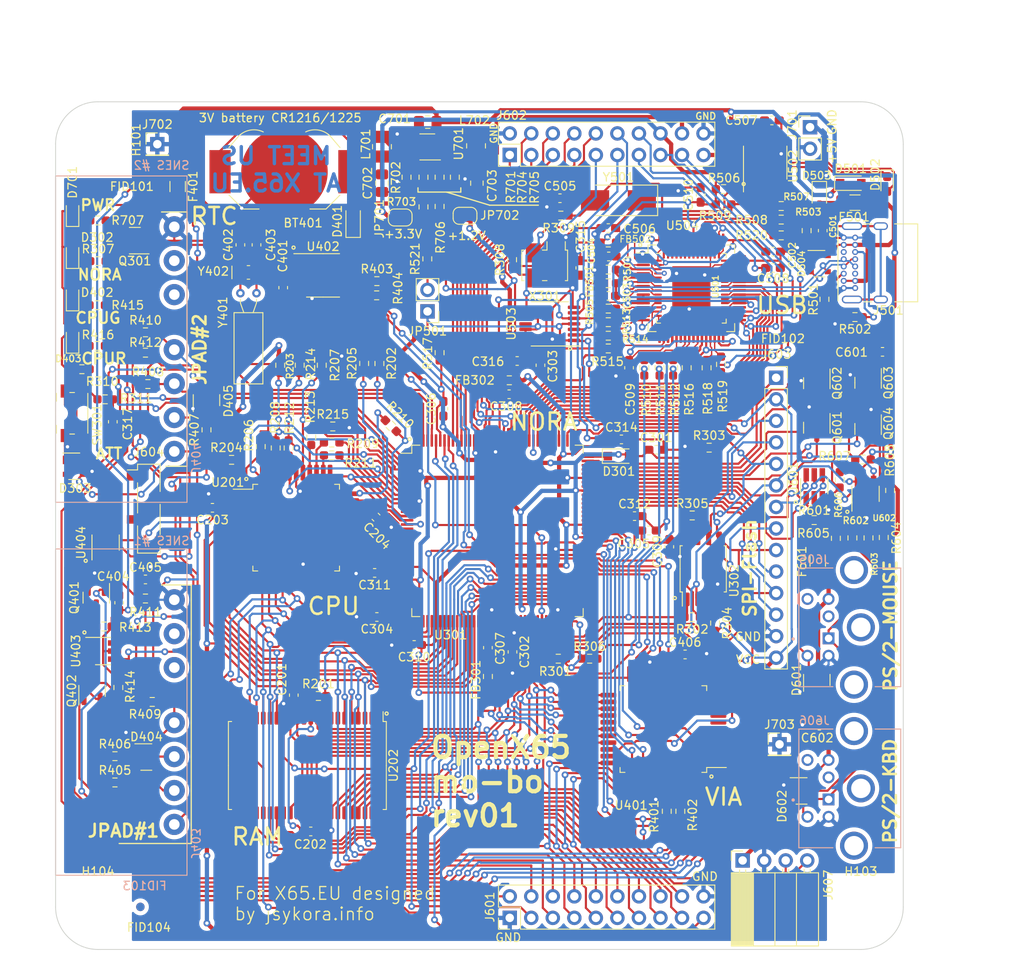
<source format=kicad_pcb>
(kicad_pcb (version 20211014) (generator pcbnew)
  (title_block (title "OpenX65 Main Board") (date "2023-03-30") (rev "rev01") (company "X65.EU") (comment 2 "All components on the top layer, except of the SNES and PS/2 connectors.") (comment 3 "PCB 100x100mm, 2-layers, min track/space=0.16/0.15mm."))
  (layers (0 "F.Cu" signal) (31 "B.Cu" signal) (34 "B.Paste" user) (35 "F.Paste" user) (36 "B.SilkS" user "B.Silkscreen") (37 "F.SilkS" user "F.Silkscreen") (38 "B.Mask" user) (39 "F.Mask" user) (44 "Edge.Cuts" user))
  (net 0 "")
  (net 1 "GND")
  (net 2 "~{M1CS}")
  (net 3 "CEF")
  (net 4 "~{CABORT}")
  (net 5 "~{CNMI}")
  (net 6 "CBE")
  (net 7 "~{CIRQ}")
  (net 8 "~{CRES}")
  (net 9 "Net-(R208-Pad2)")
  (net 10 "CSOB_MX")
  (net 11 "Net-(R209-Pad2)")
  (net 12 "Net-(R210-Pad2)")
  (net 13 "CPHI2")
  (net 14 "Net-(R211-Pad2)")
  (net 15 "Net-(R212-Pad1)")
  (net 16 "CRDY")
  (net 17 "Net-(R213-Pad1)")
  (net 18 "CVDA")
  (net 19 "CSYNC_VPA")
  (net 20 "A0")
  (net 21 "A1")
  (net 23 "A2")
  (net 24 "A3")
  (net 25 "A4")
  (net 26 "A5")
  (net 27 "A6")
  (net 28 "A7")
  (net 29 "A8")
  (net 30 "A9")
  (net 31 "A10")
  (net 32 "A11")
  (net 33 "CA12")
  (net 34 "CA13")
  (net 35 "CA14")
  (net 36 "CA15")
  (net 37 "CD7")
  (net 38 "CD6")
  (net 39 "CD5")
  (net 40 "CD4")
  (net 41 "CD3")
  (net 42 "CD2")
  (net 43 "CD1")
  (net 44 "CD0")
  (net 45 "~{CRW}")
  (net 46 "~{CVP}")
  (net 47 "~{CML}")
  (net 48 "D0")
  (net 49 "D1")
  (net 50 "D2")
  (net 51 "D3")
  (net 52 "~{MWR}")
  (net 53 "A19")
  (net 54 "A12")
  (net 55 "A13")
  (net 56 "A14")
  (net 57 "D4")
  (net 58 "D5")
  (net 59 "D6")
  (net 60 "D7")
  (net 61 "~{MRD}")
  (net 62 "A15")
  (net 63 "A16")
  (net 64 "A17")
  (net 65 "A18")
  (net 66 "A20")
  (net 72 "/FPGA/VCCPLL0")
  (net 73 "/FPGA/VCCPLL1")
  (net 74 "~{FLASHCS}")
  (net 75 "FSCK")
  (net 76 "FMOSI")
  (net 77 "FMISO")
  (net 79 "~{VERARST}")
  (net 80 "~{VERA2FCS}")
  (net 81 "/USB-Terminal/USBDP")
  (net 84 "/FPGA/ATTBTN")
  (net 98 "Net-(D302-Pad1)")
  (net 99 "Net-(Q301-Pad3)")
  (net 100 "+1V2")
  (net 102 "/FPGA/FPGACLK")
  (net 103 "VIAPHI2")
  (net 104 "VIACS")
  (net 105 "VIAIRQ")
  (net 106 "/USB-Terminal/EECS")
  (net 107 "/USB-Terminal/EEDATA")
  (net 108 "/USB-Terminal/EECLK")
  (net 109 "Net-(C501-Pad1)")
  (net 110 "Net-(C402-Pad1)")
  (net 111 "/USB-Terminal/VPLL")
  (net 112 "/USB-Terminal/VPHY")
  (net 113 "/USB-Terminal/FTDI1V8")
  (net 114 "/USB-Terminal/USBDN")
  (net 115 "/USB-Terminal/CC1")
  (net 116 "/USB-Terminal/CC2")
  (net 119 "FTCLKIN")
  (net 121 "/USB-Terminal/EEDO")
  (net 130 "Net-(D502-Pad1)")
  (net 135 "UART_RX")
  (net 144 "Net-(R304-Pad1)")
  (net 145 "Net-(R305-Pad1)")
  (net 146 "Net-(R308-Pad1)")
  (net 147 "UART_TX")
  (net 150 "UART_RTS")
  (net 151 "UART_CTS")
  (net 152 "NORADONE")
  (net 153 "~{NORARST}")
  (net 156 "Net-(R401-Pad1)")
  (net 157 "Net-(R402-Pad1)")
  (net 158 "ICD_SCK")
  (net 159 "/Power Supply/SW1")
  (net 160 "ICD_MOSI")
  (net 161 "/Power Supply/SW2")
  (net 162 "ICD_MISO")
  (net 163 "/Power Supply/FB1")
  (net 164 "~{ICD_CS}")
  (net 166 "Net-(BT401-Pad1)")
  (net 167 "Net-(C403-Pad1)")
  (net 172 "Net-(Q601-Pad3)")
  (net 173 "Net-(Q602-Pad3)")
  (net 174 "Net-(Q603-Pad3)")
  (net 175 "Net-(Q604-Pad3)")
  (net 176 "Net-(D303-Pad2)")
  (net 177 "Net-(D404-Pad2)")
  (net 178 "Net-(D404-Pad3)")
  (net 179 "Net-(D404-Pad4)")
  (net 180 "Net-(D405-Pad2)")
  (net 181 "Net-(D405-Pad3)")
  (net 182 "I2C_SDA")
  (net 183 "I2C_SCL")
  (net 184 "NESDATA1")
  (net 185 "NESDATA0")
  (net 186 "NESLATCH")
  (net 187 "NESCLOCK")
  (net 188 "~{VCS0}")
  (net 189 "~{VIRQ}")
  (net 190 "~{ILICS}")
  (net 191 "ILIDC")
  (net 192 "~{TCS}")
  (net 193 "~{TIRQ}")
  (net 194 "ICD2VERAROM")
  (net 195 "VERADONE")
  (net 196 "/USB-Terminal/ICD2NORAROM")
  (net 197 "~{VERAFCS}")
  (net 198 "~{VCS1}")
  (net 199 "~{VCS2}")
  (net 200 "+5V")
  (net 201 "Net-(Q401-Pad3)")
  (net 202 "Net-(Q402-Pad3)")
  (net 203 "+3V3")
  (net 204 "Net-(D301-Pad1)")
  (net 205 "Net-(D501-Pad2)")
  (net 206 "/Power Supply/FB2")
  (net 207 "Net-(D701-Pad1)")
  (net 208 "Net-(D402-Pad1)")
  (net 209 "Net-(D403-Pad1)")
  (net 210 "CPULED0")
  (net 211 "CPULED1")
  (net 212 "VAUX0")
  (net 213 "VAUX1")
  (net 214 "VAUX2")
  (net 215 "~{PERIRES}")
  (net 216 "Net-(JP501-Pad2)")
  (net 217 "Net-(R701-Pad1)")
  (net 218 "Net-(R704-Pad1)")
  (net 219 "/Power Supply/RAW3V3")
  (net 220 "/Power Supply/RAW1V2")
  (net 236 "/USB-Terminal/FTOSCO")
  (net 237 "/USB-Terminal/FTREF")
  (net 238 "/USB-Terminal/~{FTRES}")
  (net 239 "/USB-Terminal/ADBUS0")
  (net 240 "/USB-Terminal/ADBUS1")
  (net 241 "/USB-Terminal/ADBUS2")
  (net 242 "/USB-Terminal/ADBUS4")
  (net 243 "/USB-Terminal/ADBUS6")
  (net 244 "/USB-Terminal/ADBUS7")
  (net 245 "/USB-Terminal/ACBUS0")
  (net 246 "/USB-Terminal/ACBUS3")
  (net 247 "/USB-Terminal/ACBUS4")
  (net 248 "/USB-Terminal/UARTLED")
  (net 249 "/USB-Terminal/VBUS")
  (net 250 "PS2M_CLKDR")
  (net 251 "PS2M_DATADR")
  (net 252 "PS2K_CLKDR")
  (net 253 "PS2K_DATADR")
  (net 254 "PS2M_DATA")
  (net 255 "PS2M_CLK")
  (net 256 "PS2K_CLK")
  (net 257 "PS2K_DATA")
  (net 258 "/VIA, RTC, SNES/VBAT3V")
  (net 259 "/VA-Board, PS2/PS2PWR5V")
  (net 260 "/VA-Board, PS2/PS2A_DATA5")
  (net 261 "/VA-Board, PS2/PS2A_CLK5")
  (net 262 "/VA-Board, PS2/PS2B_DATA5")
  (net 263 "/VA-Board, PS2/PS2B_CLK5")
  (net 264 "/VIA, RTC, SNES/NESCLOCK5")
  (net 265 "/VIA, RTC, SNES/NESLATCH5")
  (net 266 "/VIA, RTC, SNES/NES0DATA5")
  (net 267 "/VIA, RTC, SNES/NES1DATA5")
  (net 268 "NESPWR5V")
  (net 269 "Net-(D405-Pad4)")
  (footprint "Resistor_SMD:R_0603_1608Metric_Pad0.98x0.95mm_HandSolder" (layer "F.Cu") (at 100.3 79.6 -90)
    (fp_text reference "R517")
    (fp_text value "10k")
  )
  (footprint "Package_TO_SOT_SMD:SOT-23-6_Handsoldering" (layer "F.Cu") (at 150.55 96.25 90)
    (fp_text reference "U602")
    (fp_text value "74LVC2G17DBVR")
  )
  (footprint "Connector_USB:USB_C_Receptacle_GCT_USB4085" (layer "F.Cu") (at 147.975 71.975 90)
    (fp_text reference "J501")
    (fp_text value "USB4085-GF-A")
  )
  (footprint "Resistor_SMD:R_0603_1608Metric_Pad0.98x0.95mm_HandSolder" (layer "F.Cu") (at 130.1 98.8 180)
    (fp_text reference "R305")
    (fp_text value "10k")
  )
  (footprint "Package_TO_SOT_SMD:SOT-23" (layer "F.Cu") (at 144.8 88.45 -90)
    (fp_text reference "Q601")
    (fp_text value "BSS123")
  )
  (footprint "Capacitor_SMD:C_0603_1608Metric_Pad1.08x0.95mm_HandSolder" (layer "F.Cu") (at 152.55 79.5 180)
    (fp_text reference "C601")
    (fp_text value "1u")
  )
  (footprint "Resistor_SMD:R_0603_1608Metric_Pad0.98x0.95mm_HandSolder" (layer "F.Cu") (at 120.2 77.6 180)
    (fp_text reference "R514")
    (fp_text value "0R")
  )
  (footprint "Resistor_SMD:R_0603_1608Metric_Pad0.98x0.95mm_HandSolder" (layer "F.Cu") (at 120.2 79.1 180)
    (fp_text reference "R515")
    (fp_text value "0R")
  )
  (footprint "Capacitor_SMD:C_0603_1608Metric_Pad1.08x0.95mm_HandSolder" (layer "F.Cu") (at 139.65 67.68)
    (fp_text reference "C502")
    (fp_text value "3u3")
  )
  (footprint "Resistor_SMD:R_0603_1608Metric_Pad0.98x0.95mm_HandSolder" (layer "F.Cu") (at 83.8 81.08 -90)
    (fp_text reference "R214")
    (fp_text value "10k")
  )
  (footprint "Resistor_SMD:R_0603_1608Metric_Pad0.98x0.95mm_HandSolder" (layer "F.Cu") (at 62.4 119.1 90)
    (fp_text reference "R414")
    (fp_text value "10k")
  )
  (footprint "Connector_PinHeader_2.54mm:PinHeader_1x01_P2.54mm_Vertical" (layer "F.Cu") (at 140.4 125.8)
    (fp_text reference "J703")
    (fp_text value "Conn_01x01")
  )
  (footprint "Resistor_SMD:R_0603_1608Metric_Pad0.98x0.95mm_HandSolder" (layer "F.Cu") (at 60 64)
    (fp_text reference "R707")
    (fp_text value "470R")
  )
  (footprint "Package_TO_SOT_SMD:SOT-23-6_Handsoldering" (layer "F.Cu") (at 60.6 114.8)
    (fp_text reference "U403")
    (fp_text value "74LVC2G04DBVR")
  )
  (footprint "Resistor_SMD:R_0603_1608Metric_Pad0.98x0.95mm_HandSolder" (layer "F.Cu") (at 133.8 62.1 180)
    (fp_text reference "R509")
    (fp_text value "10k")
  )
  (footprint "Package_SO:SO-8_3.9x4.9mm_P1.27mm" (layer "F.Cu") (at 86.55 70.48)
    (fp_text reference "U402")
    (fp_text value "MCP7940N-xSN")
  )
  (footprint "Fuse:Fuse_1206_3216Metric_Pad1.42x1.75mm_HandSolder" (layer "F.Cu") (at 149.3 61.9)
    (fp_text reference "F501")
    (fp_text value "SMD1206B050TF/15")
  )
  (footprint "Capacitor_SMD:C_0603_1608Metric_Pad1.08x0.95mm_HandSolder" (layer "F.Cu") (at 106 114.4 -90)
    (fp_text reference "C307")
    (fp_text value "1u")
  )
  (footprint "Fuse:Fuse_1206_3216Metric_Pad1.42x1.75mm_HandSolder" (layer "F.Cu") (at 69.4 60 -90)
    (fp_text reference "F401")
    (fp_text value "SMD1206B050TF/15")
  )
  (footprint "Capacitor_SMD:C_0603_1608Metric_Pad1.08x0.95mm_HandSolder" (layer "F.Cu") (at 65.6 106.35)
    (fp_text reference "C405")
    (fp_text value "1u")
  )
  (footprint "Resistor_SMD:R_0603_1608Metric_Pad0.98x0.95mm_HandSolder" (layer "F.Cu") (at 86.4 81.08 90)
    (fp_text reference "R207")
    (fp_text value "10k")
  )
  (footprint "LED_SMD:LED_0603_1608Metric_Pad1.05x0.95mm_HandSolder" (layer "F.Cu") (at 153.1 59.7 -90)
    (fp_text reference "D502")
    (fp_text value "LTST-S270GKT")
  )
  (footprint "Capacitor_SMD:C_0603_1608Metric_Pad1.08x0.95mm_HandSolder" (layer "F.Cu") (at 127.4 102.5 -90)
    (fp_text reference "C309")
    (fp_text value "1u")
  )
  (footprint "Resistor_SMD:R_0603_1608Metric_Pad0.98x0.95mm_HandSolder" (layer "F.Cu") (at 140.6 63.9)
    (fp_text reference "R508")
    (fp_text value "10k")
  )
  (footprint "Package_TO_SOT_SMD:SOT-23-6_Handsoldering" (layer "F.Cu") (at 60.9 102 90)
    (fp_text reference "U404")
    (fp_text value "74LVC2G17DBVR")
  )
  (footprint "Resistor_SMD:R_0603_1608Metric_Pad0.98x0.95mm_HandSolder" (layer "F.Cu") (at 94.55 88.23 135)
    (fp_text reference "R210")
    (fp_text value "dnp")
  )
  (footprint "Capacitor_SMD:C_0603_1608Metric_Pad1.08x0.95mm_HandSolder" (layer "F.Cu") (at 83.1 120 -90)
    (fp_text reference "C201")
    (fp_text value "1u")
  )
  (footprint "Resistor_SMD:R_0603_1608Metric_Pad0.98x0.95mm_HandSolder" (layer "F.Cu") (at 152.7 101.4 90)
    (fp_text reference "R604")
    (fp_text value "100R")
  )
  (footprint "Resistor_SMD:R_0603_1608Metric_Pad0.98x0.95mm_HandSolder" (layer "F.Cu") (at 87.571 90.2 180)
    (fp_text reference "R209")
    (fp_text value "50R")
  )
  (footprint "Resistor_SMD:R_0603_1608Metric_Pad0.98x0.95mm_HandSolder" (layer "F.Cu") (at 59.9125 74 180)
    (fp_text reference "R415")
    (fp_text value "470R")
  )
  (footprint "Resistor_SMD:R_0603_1608Metric_Pad0.98x0.95mm_HandSolder" (layer "F.Cu") (at 147.5 94.6 -90)
    (fp_text reference "R606")
    (fp_text value "10k")
  )
  (footprint "Oscillator:Oscillator_SMD_SeikoEpson_SG8002LB-4Pin_5.0x3.2mm_HandSoldering" (layer "F.Cu") (at 112.7 69.3 180)
    (fp_text reference "X301")
    (fp_text value "SG5032CAN 12.000000M-TJGA0")
  )
  (footprint "Capacitor_SMD:C_0603_1608Metric_Pad1.08x0.95mm_HandSolder" (layer "F.Cu") (at 112.2 81.08 -90)
    (fp_text reference "C303")
    (fp_text value "1u")
  )
  (footprint "Resistor_SMD:R_0603_1608Metric_Pad0.98x0.95mm_HandSolder" (layer "F.Cu") (at 149.3 75.4 180)
    (fp_text reference "R502")
    (fp_text value "5k1")
  )
  (footprint "Capacitor_SMD:C_0603_1608Metric_Pad1.08x0.95mm_HandSolder" (layer "F.Cu") (at 114.5 61.38)
    (fp_text reference "C505")
    (fp_text value "27p")
  )
  (footprint "Capacitor_SMD:C_0603_1608Metric_Pad1.08x0.95mm_HandSolder" (layer "F.Cu") (at 121.75 89.83)
    (fp_text reference "C314")
    (fp_text value "1u")
  )
  (footprint "Resistor_SMD:R_0603_1608Metric_Pad0.98x0.95mm_HandSolder" (layer "F.Cu") (at 60 68.8)
    (fp_text reference "R307")
    (fp_text value "470R")
  )
  (footprint "Resistor_SMD:R_0603_1608Metric_Pad0.98x0.95mm_HandSolder" (layer "F.Cu") (at 132.8 111.5 -90)
    (fp_text reference "R304")
    (fp_text value "10k")
  )
  (footprint "MountingHole:MountingHole_3.2mm_M3" (layer "F.Cu") (at 60 55)
    (fp_text reference "H101")
    (fp_text value "MountingHole")
  )
  (footprint "Resistor_SMD:R_0603_1608Metric_Pad0.98x0.95mm_HandSolder" (layer "F.Cu") (at 127.1 133.7 -90)
    (fp_text reference "R401")
    (fp_text value "0R")
  )
  (footprint "Resistor_SMD:R_0603_1608Metric_Pad0.98x0.95mm_HandSolder" (layer "F.Cu") (at 65.6 79.6)
    (fp_text reference "R412")
    (fp_text value "10k")
  )
  (footprint "Inductor_SMD:L_1008_2520Metric_Pad1.43x2.20mm_HandSolder" (layer "F.Cu") (at 104.6 55.2 -90)
    (fp_text reference "L702")
    (fp_text value "DFE252010P-1R0M=P2")
  )
  (footprint "MountingHole:MountingHole_3.2mm_M3" (layer "F.Cu") (at 150 145)
    (fp_text reference "H103")
    (fp_text value "MountingHole")
  )
  (footprint "Capacitor_SMD:C_0603_1608Metric_Pad1.08x0.95mm_HandSolder" (layer "F.Cu") (at 85.1 136.08)
    (fp_text reference "C202")
    (fp_text value "1u")
  )
  (footprint "Resistor_SMD:R_0603_1608Metric_Pad0.98x0.95mm_HandSolder" (layer "F.Cu") (at 120.2 76 180)
    (fp_text reference "R513")
    (fp_text value "0R")
  )
  (footprint "Package_QFP:MQFP-44_10x10mm_P0.8mm" (layer "F.Cu") (at 83.38 100.24)
    (fp_text reference "U201")
    (fp_text value "W65C{02|816}S6TQG-14")
  )
  (footprint "Resistor_SMD:R_0603_1608Metric_Pad0.98x0.95mm_HandSolder" (layer "F.Cu") (at 145.7 73.3 -90)
    (fp_text reference "R501")
    (fp_text value "5k1")
  )
  (footprint "Resistor_SMD:R_0603_1608Metric_Pad0.98x0.95mm_HandSolder" (layer "F.Cu") (at 126.25 81.38 -90)
    (fp_text reference "R511")
    (fp_text value "0R")
  )
  (footprint "Fiducial:Fiducial_1mm_Mask2mm" (layer "F.Cu") (at 60 59.98)
    (fp_text reference "FID101")
    (fp_text value "Fiducial")
  )
  (footprint "Diode_SMD:D_SOD-323" (layer "F.Cu") (at 145.1 60.9 -90)
    (fp_text reference "D503")
    (fp_text value "SD05_SOD323")
  )
  (footprint "Crystal:Crystal_C38-LF_D3.0mm_L8.0mm_Horizontal" (layer "F.Cu") (at 76.8 72.58)
    (fp_text reference "Y401")
    (fp_text value "AB38T-32.768KHZ")
  )
  (footprint "Resistor_SMD:R_0603_1608Metric_Pad0.98x0.95mm_HandSolder" (layer "F.Cu") (at 98.4 62.4 90)
    (fp_text reference "R703")
    (fp_text value "10R")
  )
  (footprint "Resistor_SMD:R_0603_1608Metric_Pad0.98x0.95mm_HandSolder" (layer "F.Cu") (at 143.6 65.2 90)
    (fp_text reference "R503")
    (fp_text value "806k")
  )
  (footprint "Button_Switch_SMD:Panasonic_EVQPUL_EVQPUC" (layer "F.Cu") (at 56.95 86.75 90)
    (fp_text reference "SW301")
    (fp_text value "EVQ-PUL02K")
  )
  (footprint "Capacitor_SMD:C_0603_1608Metric_Pad1.08x0.95mm_HandSolder" (layer "F.Cu") (at 122.65 81.38 -90)
    (fp_text reference "C509")
    (fp_text value "1u")
  )
  (footprint "Resistor_SMD:R_0603_1608Metric_Pad0.98x0.95mm_HandSolder" (layer "F.Cu") (at 114.6 63.43)
    (fp_text reference "R309")
    (fp_text value "0R")
  )
  (footprint "Resistor_SMD:R_0603_1608Metric_Pad0.98x0.95mm_HandSolder" (layer "F.Cu") (at 153.45 95.85 -90)
    (fp_text reference "R608")
    (fp_text value "10k")
  )
  (footprint "Capacitor_SMD:C_0603_1608Metric_Pad1.08x0.95mm_HandSolder" (layer "F.Cu") (at 108.9 114.9 -90)
    (fp_text reference "C302")
    (fp_text value "1u")
  )
  (footprint "Diode_SMD:D_SOD-323_HandSoldering" (layer "F.Cu") (at 121.4 91.8)
    (fp_text reference "D301")
    (fp_text value "CUS10S30,H3F")
  )
  (footprint "Resistor_SMD:R_0603_1608Metric_Pad0.98x0.95mm_HandSolder" (layer "F.Cu") (at 129.45 81.38 -90)
    (fp_text reference "R516")
    (fp_text value "0R")
  )
  (footprint "Resistor_SMD:R_0603_1608Metric_Pad0.98x0.95mm_HandSolder" (layer "F.Cu") (at 130.1 110.8 180)
    (fp_text reference "R302")
    (fp_text value "10k")
  )
  (footprint "Resistor_SMD:R_0603_1608Metric_Pad0.98x0.95mm_HandSolder" (layer "F.Cu") (at 150.25 92.2 180)
    (fp_text reference "R607")
    (fp_text value "10k")
  )
  (footprint "Resistor_SMD:R_0603_1608Metric_Pad0.98x0.95mm_HandSolder" (layer "F.Cu") (at 124.45 81.38 -90)
    (fp_text reference "R510")
    (fp_text value "0R")
  )
  (footprint "Resistor_SMD:R_0603_1608Metric_Pad0.98x0.95mm_HandSolder" (layer "F.Cu") (at 118 115.7)
    (fp_text reference "R306")
    (fp_text value "10k")
  )
  (footprint "Capacitor_SMD:C_0603_1608Metric_Pad1.08x0.95mm_HandSolder" (layer "F.Cu") (at 61.75 87.75 -90)
    (fp_text reference "C317")
    (fp_text value "100n")
  )
  (footprint "Resistor_SMD:R_0603_1608Metric_Pad0.98x0.95mm_HandSolder" (layer "F.Cu") (at 133.8 60.3 180)
    (fp_text reference "R506")
    (fp_text value "10k")
  )
  (footprint "Fiducial:Fiducial_1mm_Mask2mm" (layer "F.Cu") (at 145 77.98)
    (fp_text reference "FID102")
    (fp_text value "Fiducial")
  )
  (footprint "Resistor_SMD:R_0603_1608Metric_Pad0.98x0.95mm_HandSolder" (layer "F.Cu") (at 120.2 74.4)
    (fp_text reference "R505")
    (fp_text value "1k")
  )
  (footprint "Capacitor_SMD:C_0603_1608Metric_Pad1.08x0.95mm_HandSolder" (layer "F.Cu") (at 120.2 72.9 180)
    (fp_text reference "C503")
    (fp_text value "3u3")
  )
  (footprint "Resistor_SMD:R_0603_1608Metric_Pad0.98x0.95mm_HandSolder" (layer "F.Cu") (at 72.8 88.7 90)
    (fp_text reference "R407")
    (fp_text value "100R")
  )
  (footprint "Package_SO:SOIC-8_5.23x5.23mm_P1.27mm" (layer "F.Cu") (at 131.4 105.1 90)
    (fp_text reference "U302")
    (fp_text value "W25Q128JVS")
  )
  (footprint "Capacitor_SMD:C_0603_1608Metric_Pad1.08x0.95mm_HandSolder" (layer "F.Cu") (at 145.5 65.2 -90)
    (fp_text reference "C501")
    (fp_text value "100n")
  )
  (footprint "Resistor_SMD:R_0603_1608Metric_Pad0.98x0.95mm_HandSolder" (layer "F.Cu") (at 127.85 81.38 -90)
    (fp_text reference "R512")
    (fp_text value "0R")
  )
  (footprint "LED_SMD:LED_0603_1608Metric_Pad1.05x0.95mm_HandSolder" (layer "F.Cu") (at 57 73 90)
    (fp_text reference "D402")
    (fp_text value "LTST-S270GKT")
  )
  (footprint "Capacitor_SMD:C_0603_1608Metric_Pad1.08x0.95mm_HandSolder" (layer "F.Cu") (at 125 100.58)
    (fp_text reference "C305")
    (fp_text value "1u")
  )
  (footprint "Capacitor_SMD:C_0603_1608Metric_Pad1.08x0.95mm_HandSolder" (layer "F.Cu") (at 92.6375 105.58 180)
    (fp_text reference "C311")
    (fp_text value "1u")
  )
  (footprint "Resistor_SMD:R_0603_1608Metric_Pad0.98x0.95mm_HandSolder" (layer "F.Cu") (at 62 127.2)
    (fp_text reference "R406")
    (fp_text value "100R")
  )
  (footprint "Capacitor_SMD:C_0603_1608Metric_Pad1.08x0.95mm_HandSolder" (layer "F.Cu") (at 116.9 69.6 90)
    (fp_text reference "C315")
    (fp_text value "1u")
  )
  (footprint "Capacitor_SMD:C_0603_1608Metric_Pad1.08x0.95mm_HandSolder" (layer "F.Cu") (at 120.25 68.25 180)
    (fp_text reference "C504")
    (fp_text value "3u3")
  )
  (footprint "Connector_PinHeader_2.54mm:PinHeader_1x01_P2.54mm_Vertical" (layer "F.Cu") (at 67 55)
    (fp_text reference "J702")
    (fp_text value "Conn_01x01")
  )
  (footprint "Resistor_SMD:R_0603_1608Metric_Pad0.98x0.95mm_HandSolder" (layer "F.Cu") (at 120.2 69.8)
    (fp_text reference "R504")
    (fp_text value "12k")
  )
  (footprint "Resistor_SMD:R_0603_1608Metric_Pad0.98x0.95mm_HandSolder" (layer "F.Cu") (at 100.3 62.35 90)
    (fp_text reference "R706")
    (fp_text value "10R")
  )
  (footprint "Connector_PinSocket_2.54mm:PinSocket_1x04_P2.54mm_Vertical_SMD_Pin1Left" (layer "F.Cu") (at 66 98)
    (fp_text reference "J604")
    (fp_text value "Conn_01x04")
  )
  (footprint "Diode_SMD:D_SOD-323_HandSoldering" (layer "F.Cu") (at 90.1 64.1 90)
    (fp_text reference "D401")
    (fp_text value "CUS10S30,H3F")
  )
  (footprint "Fiducial:Fiducial_1mm_Mask2mm" (layer "F.Cu") (at 65 144.98)
    (fp_text reference "FID104")
    (fp_text value "Fiducial")
  )
  (footprint "Capacitor_SMD:C_0603_1608Metric_Pad1.08x0.95mm_HandSolder" (layer "F.Cu") (at 129.2625 115.2)
    (fp_text reference "C406")
    (fp_text value "1u")
  )
  (footprint "Capacitor_SMD:C_0805_2012Metric_Pad1.18x1.45mm_HandSolder" (layer "F.Cu") (at 104.7 59.6 90)
    (fp_text reference "C703")
    (fp_text value "22u/16V")
  )
  (footprint "Capacitor_SMD:C_0603_1608Metric_Pad1.08x0.95mm_HandSolder" (layer "F.Cu") (at 139.5 52.2)
    (fp_text reference "C507")
    (fp_text value "1u")
  )
  (footprint "Package_TO_SOT_SMD:SOT-23" (layer "F.Cu") (at 150.85 83.15 -90)
    (fp_text reference "Q603")
    (fp_text value "BSS123")
  )
  (footprint "Capacitor_SMD:C_0603_1608Metric_Pad1.08x0.95mm_HandSolder" (layer "F.Cu") (at 62.5 109.1 90)
    (fp_text reference "C404")
    (fp_text value "1u")
  )
  (footprint "Package_SO:TSOP-II-44_10.16x18.41mm_P0.8mm" (layer "F.Cu") (at 84.7 128.3 -90)
    (fp_text reference "U202")
    (fp_text value "IS61WV20488FBLL-10TLI")
  )
  (footprint "Resistor_SMD:R_0603_1608Metric_Pad0.98x0.95mm_HandSolder" (layer "F.Cu") (at 75.76 92.239)
    (fp_text reference "R204")
    (fp_text value "10k")
  )
  (footprint "Package_TO_SOT_SMD:SOT-143" (layer "F.Cu") (at 57.2 93)
    (fp_text reference "D303")
    (fp_text value "SP0503BAHT")
  )
  (footprint "Resistor_SMD:R_0603_1608Metric_Pad0.98x0.95mm_HandSolder" (layer "F.Cu") (at 82.491 90.842 90)
    (fp_text reference "R212")
    (fp_text value "50R")
  )
  (footprint "Resistor_SMD:R_0603_1608Metric_Pad0.98x0.95mm_HandSolder" (layer "F.Cu") (at 59.9125 78.8 180)
    (fp_text reference "R416")
    (fp_text value "470R")
  )
  (footprint "Resistor_SMD:R_0603_1608Metric_Pad0.98x0.95mm_HandSolder" (layer "F.Cu") (at 149 101.45 90)
    (fp_text reference "R602")
    (fp_text value "100R")
  )
  (footprint "Capacitor_SMD:C_0603_1608Metric_Pad1.08x0.95mm_HandSolder" (layer "F.Cu") (at 92.8 99 -45)
    (fp_text reference "C204")
    (fp_text value "1u")
  )
  (footprint "Capacitor_SMD:C_0603_1608Metric_Pad1.08x0.95mm_HandSolder" (layer "F.Cu") (at 76.8 66.88 90)
    (fp_text reference "C402")
    (fp_text value "6p")
  )
  (footprint "Package_DFN_QFN:QFN-56-1EP_8x8mm_P0.5mm_EP4.5x5.2mm" (layer "F.Cu") (at 130 72)
    (fp_text reference "U501")
    (fp_text value "FT2232H-56Q")
  )
  (footprint "Resistor_SMD:R_0603_1608Metric_Pad0.98x0.95mm_HandSolder" (layer "F.Cu") (at 114.3 115.7 180)
    (fp_text reference "R301")
    (fp_text value "10k")
  )
  (footprint "Resistor_SMD:R_0603_1608Metric_Pad0.98x0.95mm_HandSolder" (layer "F.Cu") (at 140.6 62.3 180)
    (fp_text reference "R507")
    (fp_text value "2k2")
  )
  (footprint "Resistor_SMD:R_0603_1608Metric_Pad0.98x0.95mm_HandSolder" (layer "F.Cu") (at 79.2 90.68 90)
    (fp_text reference "R206")
    (fp_text value "10k")
  )
  (footprint "Resistor_SMD:R_0603_1608Metric_Pad0.98x0.95mm_HandSolder" (layer "F.Cu") (at 131.8 81.38 -90)
    (fp_text reference "R518")
    (fp_text value "0R")
  )
  (footprint "Capacitor_SMD:C_0603_1608Metric_Pad1.08x0.95mm_HandSolder" (layer "F.Cu") (at 139.6375 69.6)
    (fp_text reference "C508")
    (fp_text value "1u")
  )
  (footprint "Resistor_SMD:R_0603_1608Metric_Pad0.98x0.95mm_HandSolder" (layer "F.Cu") (at 98.85 68.53 90)
    (fp_text reference "R521")
    (fp_text value "1k")
  )
  (footprint "Resistor_SMD:R_0603_1608Metric_Pad0.98x0.95mm_HandSolder" (layer "F.Cu") (at 93.2 80.88 -90)
    (fp_text reference "R202")
    (fp_text value "10k")
  )
  (footprint "Package_QFP:LQFP-64_10x10mm_P0.5mm" (layer "F.Cu") (at 130 72)
    (fp_text reference "U504")
    (fp_text value "FT2232HL")
  )
  (footprint "Capacitor_SMD:C_0603_1608Metric_Pad1.08x0.95mm_HandSolder" (layer "F.Cu") (at 81.85 71.93 -90)
    (fp_text reference "C401")
    (fp_text value "1u")
  )
  (footprint "Resistor_SMD:R_0603_1608Metric_Pad0.98x0.95mm_HandSolder" (layer "F.Cu") (at 140.6 65.76)
    (fp_text reference "R520")
    (fp_text value "470R")
  )
  (footprint "Resistor_SMD:R_0603_1608Metric_Pad0.98x0.95mm_HandSolder" (layer "F.Cu") (at 96.4 58.9 -90)
    (fp_text reference "R702")
    (fp_text value "182k")
  )
  (footprint "Resistor_SMD:R_0603_1608Metric_Pad0.98x0.95mm_HandSolder" (layer "F.Cu") (at 120.2 66.6)
    (fp_text reference "FB502")
    (fp_text value "GBK160808T-221Y-N")
  )
  (footprint "Package_TO_SOT_SMD:SOT-23" (layer "F.Cu") (at 144.8 83.2 -90)
    (fp_text reference "Q602")
    (fp_text value "BSS123")
  )
  (footprint "Resistor_SMD:R_0603_1608Metric_Pad0.98x0.95mm_HandSolder" (layer "F.Cu") (at 128.7 133.7 -90)
    (fp_text reference "R402")
    (fp_text value "0R")
  )
  (footprint "Capacitor_SMD:C_0603_1608Metric_Pad1.08x0.95mm_HandSolder" (layer "F.Cu") (at 100.75 86.217499 90)
    (fp_text reference "C306")
    (fp_text value "1u")
  )
  (footprint "Connector_PinHeader_2.54mm:PinHeader_2x10_P2.54mm_Vertical" (layer "F.Cu") (at 108.575 146.275 90)
    (fp_text reference "J601")
    (fp_text value "PINS 2x10p 2,54mm")
  )
  (footprint "Resistor_SMD:R_0603_1608Metric_Pad0.98x0.95mm_HandSolder" (layer "F.Cu") (at 65.6 77.2)
    (fp_text reference "R410")
    (fp_text value "100R")
  )
  (footprint "Crystal:Crystal_SMD_Abracon_ABM3-2Pin_5.0x3.2mm_HandSoldering" (layer "F.Cu") (at 121.4 61.63 180)
    (fp_text reference "Y501")
    (fp_text value "ABLS-12.000MHZ-B4-T")
  )
  (footprint "Battery:BatteryHolder_LINX_BAT-HLD-012-SMT" (layer "F.Cu") (at 82 58.25 180)
    (fp_text reference "BT401")
    (fp_text value "BAT-HLD-012-SMT")
  )
  (footprint "Resistor_SMD:R_0603_1608Metric_Pad0.98x0.95mm_HandSolder" (layer "F.Cu") (at 91.4 80.8675 90)
    (fp_text reference "R205")
    (fp_text value "10k")
  )
  (footprint "Capacitor_SMD:C_0603_1608Metric_Pad1.08x0.95mm_HandSolder" (layer "F.Cu") (at 131.1 60.98 90)
    (fp_text reference "C510")
    (fp_text value "1u")
  )
  (footprint "Resistor_SMD:R_0603_1608Metric_Pad0.98x0.95mm_HandSolder" (layer "F.Cu") (at 60.7 111.9)
    (fp_text reference "R413")
    (fp_text value "10k")
  )
  (footprint "Connector_PinHeader_2.54mm:PinHeader_1x02_P2.54mm_Vertical" (layer "F.Cu") (at 98.875 74.73 180)
    (fp_text reference "JP501")
    (fp_text value "Jumper_2_Open")
  )
  (footprint "Capacitor_SMD:C_0603_1608Metric_Pad1.08x0.95mm_HandSolder" (layer "F.Cu") (at 145.1 123.6 180)
    (fp_text reference "C602")
    (fp_text value "1u")
  )
  (footprint "Diode_SMD:D_SOD-323_HandSoldering" (layer "F.Cu") (at 148.8 59.6)
    (fp_text reference "D501")
    (fp_text value "CUS10S30,H3F")
  )
  (footprint "Fuse:Fuse_1206_3216Metric_Pad1.42x1.75mm_HandSolder" (layer "F.Cu") (at 144.91 104.202064 -90)
    (fp_text reference "F601")
    (fp_text value "SMD1206B050TF/15")
  )
  (footprint "Resistor_SMD:R_0603_1608Metric_Pad0.98x0.95mm_HandSolder" (layer "F.Cu") (at 120.2 71.4)
    (fp_text reference "FB501")
    (fp_text value "GBK160808T-221Y-N")
  )
  (footprint "Package_TO_SOT_SMD:SOT-143" (layer "F.Cu") (at 65.7 127.3)
    (fp_text reference "D404")
    (fp_text value "SP0503BAHT")
  )
  (footprint "Package_TO_SOT_SMD:SOT-143" (layer "F.Cu") (at 143 131.3)
    (fp_text reference "D602")
    (fp_text value "SP0503BAHT")
  )
  (footprint "Package_QFP:TQFP-144_20x20mm_P0.5mm" (layer "F.Cu") (at 107.129 100.621)
    (fp_text reference "U301")
    (fp_text value "ICE40HX4K-TQ144")
  )
  (footprint "Package_SO:TSSOP-14_4.4x5mm_P0.65mm" (layer "F.Cu") (at 113.3 76.2 180)
    (fp_text reference "U503")
    (fp_text value "74CBTLV3126PW,118")
  )
  (footprint "Connector_PinHeader_2.54mm:PinHeader_2x10_P2.54mm_Vertical" (layer "F.Cu") (at 108.575 56.275 90)
    (fp_text reference "J602")
    (fp_text value "PINS 2x10p 2,54mm")
  )
  (footprint "Resistor_SMD:R_0603_1608Metric_Pad0.98x0.95mm_HandSolder" (layer "F.Cu") (at 87.571 91.7 180)
    (fp_text reference "R211")
    (fp_text value "50R")
  )
  (footprint "Capacitor_SMD:C_0603_1608Metric_Pad1.08x0.95mm_HandSolder" (layer "F.Cu") (at 109.45 80.58)
    (fp_text reference "C316")
    (fp_text value "1u")
  )
  (footprint "Package_TO_SOT_SMD:SOT-23-6_Handsoldering" (layer "F.Cu") (at 144.5 95.35 90)
    (fp_text reference "U601")
    (fp_text value "74LVC2G17DBVR")
  )
  (footprint "Resistor_SMD:R_0603_1608Metric_Pad0.98x0.95mm_HandSolder" (layer "F.Cu") (at 65.6 108.6)
    (fp_text reference "R411")
    (fp_text value "10k")
  )
  (footprint "Capacitor_SMD:C_0603_1608Metric_Pad1.08x0.95mm_HandSolder" (layer "F.Cu") (at 92.9 110.78 180)
    (fp_text reference "C304")
    (fp_text value "1u")
  )
  (footprint "Resistor_SMD:R_0603_1608Metric_Pad0.98x0.95mm_HandSolder" (layer "F.Cu") (at 133.5 80.98 -90)
    (fp_text reference "R519")
    (fp_text value "0R")
  )
  (footprint "Resistor_SMD:R_0603_1608Metric_Pad0.98x0.95mm_HandSolder" (layer "F.Cu") (at 106 117.8 -90)
    (fp_text reference "FB301")
    (fp_text value "GBK160808T-221Y-N")
  )
  (footprint "Capacitor_SMD:C_0603_1608Metric_Pad1.08x0.95mm_HandSolder" (layer "F.Cu") (at 97.3 114.08 180)
    (fp_text reference "C310")
    (fp_text value "1u")
  )
  (footprint "Connector_PinSocket_2.54mm:PinSocket_1x04_P2.54mm_Horizontal" (layer "F.Cu") (at 136.05 139.5 90)
    (fp_text reference "J607")
    (fp_text value "Conn_01x04")
  )
  (footprint "Resistor_SMD:R_0603_1608Metric_Pad0.98x0.95mm_HandSolder" (layer "F.Cu") (at 144.4875 99.35)
    (fp_text reference "R601")
    (fp_text value "100R")
  )
  (footprint "Capacitor_SMD:C_0603_1608Metric_Pad1.08x0.95mm_HandSolder" (layer "F.Cu") (at 120.2 64.9)
    (fp_text reference "C506")
    (fp_text value "27p")
  )
  (footprint "Resistor_SMD:R_0603_1608Metric_Pad0.98x0.95mm_HandSolder" (layer "F.Cu") (at 86 120.1)
    (fp_text reference "R201")
    (fp_text value "10k")
  )
  (footprint "Jumper:SolderJumper-2_P1.3mm_Open_RoundedPad1.0x1.5mm" (layer "F.Cu") (at 95.65 63.65 180)
    (fp_text reference "JP701")
    (fp_text value "SolderJumper_2_Bridged")
  )
  (footprint "Resistor_SMD:R_0603_1608Metric_Pad0.98x0.95mm_HandSolder" (layer "F.Cu") (at 81.5 81.08 -90)
    (fp_text reference "R203")
    (fp_text value "10k")
  )
  (footprint "Package_TO_SOT_SMD:SOT-23" (layer "F.Cu") (at 64.35 66.38 180)
    (fp_text reference "Q301")
    (fp_text value "BSS123")
  )
  (footprint "Resistor_SMD:R_0603_1608Metric_Pad0.98x0.95mm_HandSolder" (layer "F.Cu") (at 147.05 101.5 90)
    (fp_text reference "R605")
    (fp_text value "10k")
  )
  (footprint "Connector_PinSocket_2.54mm:PinSocket_1x14_P2.54mm_Vertical" (layer "F.Cu") (at 140 82.56)
    (fp_text reference "J603")
    (fp_text value "Conn_01x14")
  )
  (footprint "Connector_PinHeader_2.54mm:PinHeader_1x02_P2.54mm_Vertical" (layer "F.Cu") (at 144 53)
    (fp_text reference "J701")
    (fp_text value "Conn_01x02")
  )
  (footprint "Capacitor_SMD:C_0603_1608Metric_Pad1.08x0.95mm_HandSolder" (layer "F.Cu") (at 125.85 91.05)
    (fp_text reference "C301")
    (fp_text value "1u")
  )
  (footprint "Resistor_SMD:R_0603_1608Metric_Pad0.98x0.95mm_HandSolder" (layer "F.Cu") (at 87.698 88.302)
    (fp_text reference "R215")
    (fp_text value "10k")
  )
  (footprint "LED_SMD:LED_0603_1608Metric_Pad1.05x0.95mm_HandSolder" (layer "F.Cu") (at 57 63.05 90)
    (fp_text reference "D701")
    (fp_text value "LTST-S270GKT")
  )
  (footprint "LED_SMD:LED_0603_1608Metric_Pad1.05x0.95mm_HandSolder" (layer "F.Cu") (at 57 68 90)
    (fp_text reference "D302")
    (fp_text value "LTST-S270GKT")
  )
  (footprint "Resistor_SMD:R_0603_1608Metric_Pad0.98x0.95mm_HandSolder" (layer "F.Cu") (at 92.9 71.16)
    (fp_text reference "R403")
    (fp_text value "10k")
  )
  (footprint "Capacitor_SMD:C_0603_1608Metric_Pad1.08x0.95mm_HandSolder" (layer "F.Cu") (at 73.5 97.9 180)
    (fp_text reference "C203")
    (fp_text value "1u")
  )
  (footprint "Package_TO_SOT_SMD:SOT-23" (layer "F.Cu") (at 150.85 88.6 -90)
    (fp_text reference "Q604")
    (fp_text value "BSS123")
  )
  (footprint "Resistor_SMD:R_0603_1608Metric_Pad0.98x0.95mm_HandSolder" (layer "F.Cu") (at 80.967 90.842 -90)
    (fp_text reference "R208")
    (fp_text value "dnp")
  )
  (footprint "Capacitor_SMD:C_0603_1608Metric_Pad1.08x0.95mm_HandSolder" (layer "F.Cu") (at 123.3 98.88)
    (fp_text reference "C312")
    (fp_text value "1u")
  )
  (footprint "Package_TO_SOT_SMD:TSOT-23-8_HandSoldering" (layer "F.Cu") (at 98.85 55.35 180)
    (fp_text reference "U701")
    (fp_text value "MP2149GJ")
  )
  (footprint "Resistor_SMD:R_0603_1608Metric_Pad0.98x0.95mm_HandSolder" (layer "F.Cu") (at 102.1 58.9 -90)
    (fp_text reference "R705")
    (fp_text value "825k")
  )
  (footprint "Capacitor_SMD:C_0805_2012Metric_Pad1.18x1.45mm_HandSolder" (layer "F.Cu") (at 93.5 59.6 90)
    (fp_text reference "C702")
    (fp_text value "22u/16V")
  )
  (footprint "Package_TO_SOT_SMD:SOT-23" (layer "F.Cu") (at 59.3 119.5 90)
    (fp_text reference "Q402")
    (fp_text value "BSS123")
  )
  (footprint "Resistor_SMD:R_0603_1608Metric_Pad0.98x0.95mm_HandSolder" (layer "F.Cu") (at 60.85 85.1 180)
    (fp_text reference "R311")
    (fp_text value "2k2")
  )
  (footprint "Resistor_SMD:R_0603_1608Metric_Pad0.98x0.95mm_HandSolder" (layer "F.Cu") (at 100.3 58.9 90)
    (fp_text reference "R704")
    (fp_text value "806k")
  )
  (footprint "Capacitor_SMD:C_0805_2012Metric_Pad1.18x1.45mm_HandSolder" (layer "F.Cu") (at 98.9 52.4 180)
    (fp_text reference "C701")
    (fp_text value "22u/16V")
  )
  (footprint "Resistor_SMD:R_0603_1608Metric_Pad0.98x0.95mm_HandSolder" (layer "F.Cu") (at 58.1 81.55)
    (fp_text reference "R310")
    (fp_text value "10k")
  )
  (footprint "Resistor_SMD:R_0603_1608Metric_Pad0.98x0.95mm_HandSolder" (layer "F.Cu") (at 150.9 101.45 90)
    (fp_text reference "R603")
    (fp_text value "100R")
  )
  (footprint "Resistor_SMD:R_0603_1608Metric_Pad0.98x0.95mm_HandSolder" (layer "F.Cu") (at 65.8875 83.3)
    (fp_text reference "R408")
    (fp_text value "100R")
  )
  (footprint "Resistor_SMD:R_0603_1608Metric_Pad0.98x0.95mm_HandSolder" (layer "F.Cu") (at 66.4 120.8)
    (fp_text reference "R409")
    (fp_text value "100R")
  )
  (footprint "Package_TO_SOT_SMD:SOT-143" (layer "F.Cu") (at 72.8 85.2 90)
    (fp_text reference "D405")
    (fp_text value "SP0503BAHT")
  )
  (footprint "LED_SMD:LED_0603_1608Metric_Pad1.05x0.95mm_HandSolder" (layer "F.Cu") (at 57 78 90)
    (fp_text reference "D403")
    (fp_text value "LTST-S270EKT")
  )
  (footprint "Resistor_SMD:R_0603_1608Metric_Pad0.98x0.95mm_HandSolder" (layer "F.Cu") (at 85.158 89.572 90)
    (fp_text reference "R213")
    (fp_text value "dnp")
  )
  (footprint "Package_SO:SOIC-8_3.9x4.9mm_P1.27mm" (layer "F.Cu") (at 138.71 57.18 90)
    (fp_text reference "U502")
    (fp_text value "93LC56BT-I/SN")
  )
  (footprint "Package_TO_SOT_SMD:SOT-143" (layer "F.Cu") (at 145.1 69.1)
    (fp_text reference "D504")
    (fp_text value "SP0503BAHT")
  )
  (footprint "MountingHole:MountingHole_3.2mm_M3" (layer "F.Cu") (at 60 145)
    (fp_text reference "H104")
    (fp_text value "MountingHole")
  )
  (footprint "Crystal:Crystal_SMD_MicroCrystal_CC8V-T1A-2Pin_2.0x1.2mm_HandSoldering" (layer "F.Cu") (at 77.75 70.13)
    (fp_text reference "Y402")
    (fp_text value "CM8V-T1A-32.768kHz-12.5pF-20PPM-TA-QC")
  )
  (footprint "Resistor_SMD:R_0603_1608Metric_Pad0.98x0.95mm_HandSolder" (layer "F.Cu") (at 98.4 58.9 90)
    (fp_text reference "R701")
    (fp_text value "806k")
  )
  (footprint "Resistor_SMD:R_0603_1608Metric_Pad0.98x0.95mm_HandSolder" (layer "F.Cu") (at 108.85 68.63 90)
    (fp_text reference "R308")
    (fp_text value "0R")
  )
  (footprint "Resistor_SMD:R_0603_1608Metric_Pad0.98x0.95mm_HandSolder" (layer "F.Cu") (at 62 130.3)
    (fp_text reference "R405")
    (fp_text value "100R")
  )
  (footprint "Package_TO_SOT_SMD:SOT-23" (layer "F.Cu") (at 59.8 108.5 -90)
    (fp_text reference "Q401")
    (fp_text value "BSS123")
  )
  (footprint "Capacitor_SMD:C_0603_1608Metric_Pad1.08x0.95mm_HandSolder" (layer "F.Cu") (at 78.7 66.88 90)
    (fp_text reference "C403")
    (fp_text value "6p")
  )
  (footprint "Inductor_SMD:L_1008_2520Metric_Pad1.43x2.20mm_HandSolder" (layer "F.Cu") (at 93.5 55.3 90)
    (fp_text reference "L701")
    (fp_text value "DFE252010P-2R2M=P2")
  )
  (footprint "MountingHole:MountingHole_3.2mm_M3" (layer "F.Cu") (at 150 55)
    (fp_text reference "H102" hide)
    (fp_text value "MountingHole")
  )
  (footprint "Capacitor_SMD:C_0603_1608Metric_Pad1.08x0.95mm_HandSolder" (layer "F.Cu") (at 108.5 84.505)
    (fp_text reference "C308")
    (fp_text value "1u")
  )
  (footprint "Resistor_SMD:R_0603_1608Metric_Pad0.98x0.95mm_HandSolder" (layer "F.Cu") (at 92.875 72.835)
    (fp_text reference "R404")
    (fp_text value "10k")
  )
  (footprint "Resistor_SMD:R_0603_1608Metric_Pad0.98x0.95mm_HandSolder" (layer "F.Cu") (at 132.1 90.805)
    (fp_text reference "R303")
    (fp_text value "10k")
  )
  (footprint "Resistor_SMD:R_0603_1608Metric_Pad0.98x0.95mm_HandSolder" (layer "F.Cu") (at 108.525 82.855)
    (fp_text reference "FB302")
    (fp_text value "GBK160808T-221Y-N")
  )
  (footprint "Jumper:SolderJumper-2_P1.3mm_Open_RoundedPad1.0x1.5mm" (layer "F.Cu") (at 103.3 63.45)
    (fp_text reference "JP702")
    (fp_text value "SolderJumper_2_Bridged")
  )
  (footprint "Package_TO_SOT_SMD:SOT-143" (layer "F.Cu") (at 144.8 118.2 90)
    (fp_text reference "D601")
    (fp_text value "SP0503BAHT")
  )
  (footprint "Package_QFP:MQFP-44_10x10mm_P0.8mm" (layer "F.Cu") (at 126.7 124 180)
    (fp_text reference "U401")
    (fp_text value "W65C22S6TQG-14")
  )
  (footprint "mini-DIN:TE_5749180-1" (layer "B.Cu") (at 150 131 -90)
    (fp_text reference "J606")
    (fp_text value "TE 5749180-1")
  )
  (footprint "snes:SNES_Controller_Conn_7p_90deg_P1Left" (layer "B.Cu") (at 55.8 135.35 90)
    (fp_text reference "J403")
    (fp_text value "SNES_Controller_Conn")
  )
  (footprint "snes:SNES_Controller_Conn_7p_90deg_P1Left" (layer "B.Cu") (at 55.8 91.35 90)
    (fp_text reference "J404")
    (fp_text value "SNES_Controller_Conn")
  )
  (footprint "Fiducial:Fiducial_1mm_Mask2mm" (layer "B.Cu") (at 65 144.98 180)
    (fp_text reference "FID103")
    (fp_text value "Fiducial")
  )
  (footprint "mini-DIN:TE_5749180-1" (layer "B.Cu") (at 150 112 -90)
    (fp_text reference "J605")
    (fp_text value "TE 5749180-1")
  )
  (gr_circle (center 148.4 98.369723) (end 148.55 98.269723) (layer "F.SilkS") (width 0.15) (fill none))
  (gr_line (start 70.5 93) (end 68 93) (layer "F.SilkS") (width 0.15))
  (gr_circle (center 58.4 112.6) (end 58.55 112.5) (layer "F.SilkS") (width 0.15) (fill none))
  (gr_circle (center 142.319723 97.25) (end 142.469723 97.15) (layer "F.SilkS") (width 0.15) (fill none))
  (gr_circle (center 123.969723 66.9) (end 124.119723 66.8) (layer "F.SilkS") (width 0.15) (fill none))
  (gr_line (start 111.95 62.2) (end 106.2 62.2) (layer "F.SilkS") (width 0.15))
  (gr_line (start 106.2 62.2) (end 101.1 60.65) (layer "F.SilkS") (width 0.15))
  (gr_circle (center 115.7 79.130277) (end 115.85 79.030277) (layer "F.SilkS") (width 0.15) (fill none))
  (gr_line (start 71 107) (end 71 137.5) (layer "F.SilkS") (width 0.15))
  (gr_circle (center 132.369723 129.6) (end 132.519723 129.5) (layer "F.SilkS") (width 0.15) (fill none))
  (gr_circle (center 77.5 94.5) (end 77.65 94.4) (layer "F.SilkS") (width 0.15) (fill none))
  (gr_circle (center 58.55 104.15) (end 58.7 104.05) (layer "F.SilkS") (width 0.15) (fill none))
  (gr_circle (center 83.069723 67.2) (end 83.219723 67.1) (layer "F.SilkS") (width 0.15) (fill none))
  (gr_line (start 102.8 60.65) (end 102.8 60.15) (layer "F.SilkS") (width 0.15))
  (gr_circle (center 94.05 122.169723) (end 94.2 122.069723) (layer "F.SilkS") (width 0.15) (fill none))
  (gr_line (start 102.8 60.65) (end 97.75 60.65) (layer "F.SilkS") (width 0.15))
  (gr_circle (center 96.769723 89.8) (end 96.919723 89.7) (layer "F.SilkS") (width 0.15) (fill none))
  (gr_line (start 67.5 63) (end 70.5 63) (layer "F.SilkS") (width 0.15))
  (gr_line (start 70.5 63) (end 70.5 93) (layer "F.SilkS") (width 0.15))
  (gr_circle (center 128.05 108.55) (end 128.2 108.45) (layer "F.SilkS") (width 0.15) (fill none))
  (gr_line (start 67.5 107) (end 71 107) (layer "F.SilkS") (width 0.15))
  (gr_line (start 97.75 60.65) (end 97.75 60.15) (layer "F.SilkS") (width 0.15))
  (gr_circle (center 136.169723 59.7) (end 136.319723 59.6) (layer "F.SilkS") (width 0.15) (fill none))
  (gr_line (start 71 137.5) (end 62.5 137.5) (layer "F.SilkS") (width 0.15))
  (gr_line (start 155 145) (end 155 55) (layer "Edge.Cuts") (width 0.1))
  (gr_line (start 60 50) (end 150 50) (layer "Edge.Cuts") (width 0.1))
  (gr_arc (start 155 145) (mid 153.535534 148.535534) (end 150 150) (layer "Edge.Cuts") (width 0.1))
  (gr_arc (start 150 50) (mid 153.535534 51.464466) (end 155 55) (layer "Edge.Cuts") (width 0.1))
  (gr_arc (start 60 150) (mid 56.464466 148.535534) (end 55 145) (layer "Edge.Cuts") (width 0.1))
  (gr_line (start 55 145) (end 55 54.98) (layer "Edge.Cuts") (width 0.1))
  (gr_arc (start 55 54.98) (mid 56.465684 51.45153) (end 60 50) (layer "Edge.Cuts") (width 0.1))
  (gr_line (start 150 150) (end 60 150) (layer "Edge.Cuts") (width 0.1))
  (gr_text "X65.EU" (at 87 76.48) (layer "F.Cu") (effects (font (size 2 2) (thickness 0.3))))
  (gr_text "MEET US\nAT X65.EU" (at 81 58) (layer "B.Cu") (effects (font (size 2 2) (thickness 0.4)) (justify mirror)))
  (gr_text "SNES #1" (at 67.5 101.8) (layer "B.SilkS") (effects (font (size 1 1)) (justify mirror)))
  (gr_text "SNES #2" (at 67.5 57.5) (layer "B.SilkS") (effects (font (size 1 1)) (justify mirror)))
  (gr_text "ATT" (at 61.3 91.5) (layer "F.SilkS") (effects (font (size 1.3 1.3) (thickness 0.25))))
  (gr_text "PS/2-MOUSE" (at 153.5 111.8 90) (layer "F.SilkS") (effects (font (size 1.5 1.5) (thickness 0.3))))
  (gr_text "+3.3V" (at 96 65.6) (layer "F.SilkS") (effects (font (size 1 1))))
  (gr_text "GND" (at 131.7 51.7) (layer "F.SilkS") (effects (font (size 0.8 0.8))))
  (gr_text "JPAD#2" (at 72 79.2 90) (layer "F.SilkS") (effects (font (size 1.5 1.5) (thickness 0.3))))
  (gr_text "+1.2V" (at 103.5 65.8) (layer "F.SilkS") (effects (font (size 1 1))))
  (gr_text "3V battery CR1216/1225" (at 81.5 51.9) (layer "F.SilkS") (effects (font (size 1 1))))
  (gr_text "USB" (at 140.7 74) (layer "F.SilkS") (effects (font (size 2 2) (thickness 0.3))))
  (gr_text "VCC" (at 136.7 115.8) (layer "F.SilkS") (effects (font (size 1 1))))
  (gr_text "RAM" (at 78.8 136.7) (layer "F.SilkS") (effects (font (size 2 2) (thickness 0.3))))
  (gr_text "GND" (at 136.7 113.1) (layer "F.SilkS") (effects (font (size 1 1))))
  (gr_text "OpenX65\nmo-bo\nrev01" (at 99 130.2) (layer "F.SilkS") (effects (font (size 2.5 2.5) (thickness 0.5)) (justify left)))
  (gr_text "GND" (at 106.7 53.7 90) (layer "F.SilkS") (effects (font (size 0.8 0.8))))
  (gr_text "CPU" (at 87.8 109.5) (layer "F.SilkS") (effects (font (size 2 2) (thickness 0.3))))
  (gr_text "VIA" (at 133.8 132) (layer "F.SilkS") (effects (font (size 2 2) (thickness 0.3))))
  (gr_text "SPI-Flash" (at 136.9 105 90) (layer "F.SilkS") (effects (font (size 1.5 1.5) (thickness 0.3))))
  (gr_text "PWR" (at 60 62.2) (layer "F.SilkS") (effects (font (size 1.3 1.3) (thickness 0.25))))
  (gr_text "+5V" (at 146.6 55.8 90) (layer "F.SilkS") (effects (font (size 1 1))))
  (gr_text "NORA" (at 112.6 87.75) (layer "F.SilkS") (effects (font (size 2 2) (thickness 0.3))))
  (gr_text "For X65.EU designed\nby jsykora.info" (at 76 144.6) (layer "F.SilkS") (effects (font (size 1.5 1.5)) (justify left)))
  (gr_text "JPAD#1" (at 63 136) (layer "F.SilkS") (effects (font (size 1.5 1.5) (thickness 0.3))))
  (gr_text "CPUR" (at 60.7 80.3) (layer "F.SilkS") (effects (font (size 1.3 1.3) (thickness 0.25))))
  (gr_text "RTC" (at 73.7 63.5) (layer "F.SilkS") (effects (font (size 2 2) (thickness 0.3))))
  (gr_text "NORA" (at 60.2 70.4) (layer "F.SilkS") (effects (font (size 1.3 1.3) (thickness 0.25))))
  (gr_text "CPUG" (at 60 75.5) (layer "F.SilkS") (effects (font (size 1.3 1.3) (thickness 0.25))))
  (gr_text "GND" (at 108.4 148.6) (layer "F.SilkS") (effects (font (size 1 1))))
  (gr_text "PS/2-KBD" (at 153.45 131.3 90) (layer "F.SilkS") (effects (font (size 1.5 1.5) (thickness 0.3))))
  (gr_text "GND" (at 131.6 141.4) (layer "F.SilkS") (effects (font (size 1 1))))
  (gr_text "GND" (at 146.6 52.4 90) (layer "F.SilkS") (effects (font (size 1 1))))
  (segment (start 114.379 111.2835) (end 114.379 110.0635) (width 0.25) (layer "F.Cu") (net 1))
  (segment (start 62.3425 65.43) (end 60.9125 64) (width 0.25) (layer "F.Cu") (net 1))
  (segment (start 148.3875 75.4) (end 147.75 75.4) (width 0.25) (layer "F.Cu") (net 1))
  (segment (start 97.9 97.1) (end 97.9 97.531) (width 0.25) (layer "F.Cu") (net 1))
  (segment (start 133.9375 69.25) (end 132.75 69.25) (width 0.16) (layer "F.Cu") (net 1))
  (segment (start 110.8375 80.58) (end 112.2 81.9425) (width 0.25) (layer "F.Cu") (net 1))
  (segment (start 122.265287 74.39) (end 121.525287 73.65) (width 0.16) (layer "F.Cu") (net 1))
  (segment (start 145.25 98.15) (end 146.2 98.15) (width 0.25) (layer "F.Cu") (net 1))
  (segment (start 143.5875 82.2625) (end 142.95 82.9) (width 0.25) (layer "F.Cu") (net 1))
  (segment (start 116.9 67.9) (end 116.612299 67.612299) (width 0.25) (layer "F.Cu") (net 1))
  (segment (start 133.1 106.9) (end 133.1 108.495) (width 0.25) (layer "F.Cu") (net 1))
  (segment (start 93.8 99.9) (end 94.3035 99.9) (width 0.25) (layer "F.Cu") (net 1))
  (segment (start 60.9 105.5125) (end 60.71625 105.69625) (width 0.25) (layer "F.Cu") (net 1))
  (segment (start 132.75 66.325) (end 132.75 64.8945) (width 0.16) (layer "F.Cu") (net 1))
  (segment (start 122.955097 74.25) (end 122.815097 74.39) (width 0.16) (layer "F.Cu") (net 1))
  (segment (start 125.8 132.3) (end 126.7 131.4) (width 0.25) (layer "F.Cu") (net 1))
  (segment (start 103.4 59.1) (end 103.3 59.1) (width 0.5) (layer "F.Cu") (net 1))
  (segment (start 127.05 99.5) (end 127.1 99.5) (width 0.25) (layer "F.Cu") (net 1))
  (segment (start 109.379 111.2835) (end 109.379 112.371) (width 0.25) (layer "F.Cu") (net 1))
  (segment (start 122.55 70.15) (end 122.25 70.15) (width 0.16) (layer "F.Cu") (net 1))
  (segment (start 100.75 85.354999) (end 100.75 84.15) (width 0.25) (layer "F.Cu") (net 1))
  (segment (start 118.6345 69.8) (end 118.5845 69.85) (width 0.25) (layer "F.Cu") (net 1))
  (segment (start 109.3625 84.505) (end 109.3625 84.853) (width 0.25) (layer "F.Cu") (net 1))
  (segment (start 69 66.3) (end 69.1 66.4) (width 0.25) (layer "F.Cu") (net 1))
  (segment (start 124.325 68.0295) (end 124.25 67.9545) (width 0.25) (layer "F.Cu") (net 1))
  (segment (start 122.6 70.2) (end 122.55 70.15) (width 0.16) (layer "F.Cu") (net 1))
  (segment (start 116 71.95) (end 116 74.0875) (width 0.25) (layer "F.Cu") (net 1))
  (segment (start 131.8 115.1) (end 130.225 115.1) (width 0.25) (layer "F.Cu") (net 1))
  (segment (start 142.0325 67.68) (end 143.6 66.1125) (width 0.25) (layer "F.Cu") (net 1))
  (segment (start 125.97 100.58) (end 127.05 99.5) (width 0.25) (layer "F.Cu") (net 1))
  (segment (start 56.85 88.625) (end 56.1 89.375) (width 0.25) (layer "F.Cu") (net 1))
  (segment (start 106.379 111.2835) (end 106.379 110.0055) (width 0.25) (layer "F.Cu") (net 1))
  (segment (start 116.2 64.9) (end 115.15 65.95) (width 0.25) (layer "F.Cu") (net 1))
  (segment (start 91.355 80) (end 91.4 79.955) (width 0.25) (layer "F.Cu") (net 1))
  (segment (start 78.7 66.0175) (end 76.8 66.0175) (width 0.25) (layer "F.Cu") (net 1))
  (segment (start 145.5 66.0625) (end 147.9375 66.0625) (width 0.25) (layer "F.Cu") (net 1))
  (segment (start 60.71625 105.69625) (end 59.69625 105.69625) (width 0.25) (layer "F.Cu") (net 1))
  (segment (start 81.25 58.25) (end 76.95 62.55) (width 0.25) (layer "F.Cu") (net 1))
  (segment (start 122.55 75.25) (end 122.55 75.3) (width 0.16) (layer "F.Cu") (net 1))
  (segment (start 118.5845 69.85) (end 118.963927 69.85) (width 0.25) (layer "F.Cu") (net 1))
  (segment (start 125.8625 100.58) (end 125.97 100.58) (width 0.25) (layer "F.Cu") (net 1))
  (segment (start 93.7 99.9) (end 93.8 99.9) (width 0.25) (layer "F.Cu") (net 1))
  (segment (start 128.85 91.05) (end 129.2 90.7) (width 0.25) (layer "F.Cu") (net 1))
  (segment (start 73.05 97.4875) (end 72.6375 97.9) (width 0.25) (layer "F.Cu") (net 1))
  (segment (start 97.441 98.371) (end 97.604 98.208) (width 0.25) (layer "F.Cu") (net 1))
  (segment (start 113.9 102.85) (end 114 102.75) (width 0.25) (layer "F.Cu") (net 1))
  (segment (start 122.45 75.35) (end 122.45 75.4) (width 0.16) (layer "F.Cu") (net 1))
  (segment (start 69.1 66.4) (end 76.4175 66.4) (width 0.25) (layer "F.Cu") (net 1))
  (segment (start 120.0875 74.537787) (end 120.0875 73.65) (width 0.16) (layer "F.Cu") (net 1))
  (segment (start 144.1 67.4625) (end 144.1 68.35) (width 0.25) (layer "F.Cu") (net 1))
  (segment (start 64.7 125.8) (end 63.3 124.4) (width 0.25) (layer "F.Cu") (net 1))
  (segment (start 151.23125 86.33125) (end 151.469817 86.092683) (width 0.25) (layer "F.Cu") (net 1))
  (segment (start 78.7 66.0175) (end 84.3375 66.0175) (width 0.25) (layer "F.Cu") (net 1))
  (segment (start 84.35 104.4) (end 84.2 104.55) (width 0.25) (layer "F.Cu") (net 1))
  (segment (start 106.379 113.1585) (end 106.379 111.2835) (width 0.25) (layer "F.Cu") (net 1))
  (segment (start 81.85 72.7925) (end 83.5675 72.7925) (width 0.25) (layer "F.Cu") (net 1))
  (segment (start 56.1 92.15) (end 56.2 92.25) (width 0.25) (layer "F.Cu") (net 1))
  (segment (start 131.575 70.425) (end 130 72) (width 0.16) (layer "F.Cu") (net 1))
  (segment (start 132.75 69.25) (end 131.55 70.45) (width 0.16) (layer "F.Cu") (net 1))
  (segment (start 131.1 60.1175) (end 128.8325 60.1175) (width 0.25) (layer "F.Cu") (net 1))
  (segment (start 56.1 90.6) (end 56.2 90.7) (width 0.25) (layer "F.Cu") (net 1))
  (segment (start 58.1 114.8) (end 57.7 114.4) (width 0.25) (layer "F.Cu") (net 1))
  (segment (start 147.75 75.4) (end 146.95 76.2) (width 0.25) (layer "F.Cu") (net 1))
  (segment (start 119.2875 69.8) (end 118.6345 69.8) (width 0.25) (layer "F.Cu") (net 1))
  (segment (start 144.05 119.2) (end 143.2 119.2) (width 0.25) (layer "F.Cu") (net 1))
  (segment (start 56.1 84.125) (end 56.1 85.75) (width 0.25) (layer "F.Cu") (net 1))
  (segment (start 140.615 52.4525) (end 140.615 54.705) (width 0.25) (layer "F.Cu") (net 1))
  (segment (start 143.85 82.2625) (end 143.5875 82.2625) (width 0.25) (layer "F.Cu") (net 1))
  (segment (start 64.7 126.55) (end 64.7 125.8) (width 0.25) (layer "F.Cu") (net 1))
  (segment (start 135.675 68.75) (end 140.425 68.75) (width 0.25) (layer "F.Cu") (net 1))
  (segment (start 124.325 73.25) (end 126.0625 73.25) (width 0.16) (layer "F.Cu") (net 1))
  (segment (start 56.85 86.5) (end 56.85 88.625) (width 0.25) (layer "F.Cu") (net 1))
  (segment (start 145.1 59.5) (end 145.9 58.7) (width 0.5) (layer "F.Cu") (net 1))
  (segment (start 104.379 91.221) (end 104.3 91.3) (width 0.25) (layer "F.Cu") (net 1))
  (segment (start 96.4 59.8125) (end 95.7125 59.8125) (width 0.25) (layer "F.Cu") (net 1))
  (segment (start 84.3375 66.0175) (end 85.55 67.23) (width 0.25) (layer "F.Cu") (net 1))
  (segment (start 97.8625 53.6575) (end 97.15 54.37) (width 0.5) (layer "F.Cu") (net 1))
  (segment (start 69 64.75) (end 69 66.3) (width 0.25) (layer "F.Cu") (net 1))
  (segment (start 135.675 74.75) (end 137.554101 74.75) (width 0.25) (layer "F.Cu") (net 1))
  (segment (start 115 66.1) (end 113.22 66.1) (width 0.25) (layer "F.Cu") (net 1))
  (segment (start 106.879 91.279) (end 106.9 91.3) (width 0.25) (layer "F.Cu") (net 1))
  (segment (start 129.75 72.25) (end 130 72) (width 0.16) (layer "F.Cu") (net 1))
  (segment (start 91.775 105.58) (end 90.52 105.58) (width 0.25) (layer "F.Cu") (net 1))
  (segment (start 143.1 123.5) (end 144.1375 123.5) (width 0.25) (layer "F.Cu") (net 1))
  (segment (start 100.3 80.5125) (end 100.5 80.7125) (width 0.25) (layer "F.Cu") (net 1))
  (segment (start 140.5125 69.5875) (end 140.5 69.6) (width 0.25) (layer "F.Cu") (net 1))
  (segment (start 85.25 72.58) (end 85.49 72.34) (width 0.25) (layer "F.Cu") (net 1))
  (segment (start 145.45 66.1125) (end 145.5 66.0625) (width 0.25) (layer "F.Cu") (net 1))
  (segment (start 150.3625 82.2125) (end 149.9 82.2125) (width 0.25) (layer "F.Cu") (net 1))
  (segment (start 122.55 75.25) (end 122.45 75.35) (width 0.16) (layer "F.Cu") (net 1))
  (segment (start 113.22 66.1) (end 111.43 67.89) (width 0.25) (layer "F.Cu") (net 1))
  (segment (start 106.379 110.0055) (end 106.45 109.9345) (width 0.25) (layer "F.Cu") (net 1))
  (segment (start 147.9375 66.0625) (end 147.975 66.025) (width 0.25) (layer "F.Cu") (net 1))
  (segment (start 59.3 93.6) (end 61.75 91.15) (width 0.25) (layer "F.Cu") (net 1))
  (segment (start 88.75 80) (end 86.5675 80) (width 0.25) (layer "F.Cu") (net 1))
  (segment (start 129.75 75.9375) (end 129.75 74.45) (width 0.16) (layer "F.Cu") (net 1))
  (segment (start 126.7125 90.0925) (end 126.7125 91.05) (width 0.25) (layer "F.Cu") (net 1))
  (segment (start 140.425 68.75) (end 140.5125 68.6625) (width 0.16) (layer "F.Cu") (net 1))
  (segment (start 128.3625 103.3625) (end 128.65 103.65) (width 0.25) (layer "F.Cu") (net 1))
  (segment (start 115.2 66) (end 115.1 66.1) (width 0.25) (layer "F.Cu") (net 1))
  (segment (start 60.71625 105.69625) (end 58.85 107.5625) (width 0.25) (layer "F.Cu") (net 1))
  (segment (start 109.379 112.371) (end 109.1 112.65) (width 0.25) (layer "F.Cu") (net 1))
  (segment (start 65.2875 65.43) (end 66.2575 66.4) (width 0.25) (layer "F.Cu") (net 1))
  (segment (start 97.679 93.871) (end 98 93.55) (width 0.25) (layer "F.Cu") (net 1))
  (segment (start 84.3 122.0625) (end 83.1 120.8625) (width 0.25) (layer "F.Cu") (net 1))
  (segment (start 120.06 72.1775) (end 119.3375 72.9) (width 0.25) (layer "F.Cu") (net 1))
  (segment (start 128.8325 60.1175) (end 128.45 60.5) (width 0.25) (layer "F.Cu") (net 1))
  (segment (start 66.2 104.85) (end 66.2 106.0875) (width 0.25) (layer "F.Cu") (net 1))
  (segment (start 122.55 75.25) (end 120.799713 75.25) (width 0.16) (layer "F.Cu") (net 1))
  (segment (start 132.75 67.13) (end 132.3 67.58) (width 0.16) (layer "F.Cu") (net 1))
  (segment (start 88.4 105.5) (end 87.3 104.4) (width 0.25) (layer "F.Cu") (net 1))
  (segment (start 56.2 90.7) (end 56.4 90.7) (width 0.25) (layer "F.Cu") (net 1))
  (segment (start 151.6875 78.7) (end 151.6875 79.5) (width 0.25) (layer "F.Cu") (net 1))
  (segment (start 120.06 70.946073) (end 120.06 72.1775) (width 0.25) (layer "F.Cu") (net 1))
  (segment (start 126.7 131.4) (end 126.7 130.05) (width 0.25) (layer "F.Cu") (net 1))
  (segment (start 121.525287 73.65) (end 120.0875 73.65) (width 0.16) (layer "F.Cu") (net 1))
  (segment (start 117.7915 94.371) (end 115.371 94.371) (width 0.25) (layer "F.Cu") (net 1))
  (segment (start 132.25 68.0625) (end 132.25 69.75) (width 0.16) (layer "F.Cu") (net 1))
  (segment (start 72.05 86.2) (end 71.2 86.2) (width 0.25) (layer "F.Cu") (net 1))
  (segment (start 109.6375 84.505) (end 112.2 81.9425) (width 0.25) (layer "F.Cu") (net 1))
  (segment (start 83.38 106.29) (end 84.18 106.29) (width 0.25) (layer "F.Cu") (net 1))
  (segment (start 90.5 110.75) (end 92.0075 110.75) (width 0.25) (layer "F.Cu") (net 1))
  (segment (start 144.5 97.4) (end 145.25 98.15) (width 0.25) (layer "F.Cu") (net 1))
  (segment (start 85.55 67.23) (end 85.55 72.28) (width 0.25) (layer "F.Cu") (net 1))
  (segment (start 56.1 85.75) (end 56.85 86.5) (width 0.25) (layer "F.Cu") (net 1))
  (segment (start 140.5125 67.68) (end 142.0325 67.68) (width 0.25) (layer "F.Cu") (net 1))
  (segment (start 118.6 65.6) (end 118.6375 65.6) (width 0.25) (layer "F.Cu") (net 1))
  (segment (start 147.975 71.975) (end 146.95 73) (width 0.25) (layer "F.Cu") (net 1))
  (segment (start 143.6 66.1125) (end 145.45 66.1125) (width 0.25) (layer "F.Cu") (net 1))
  (segment (start 97.15 54.37) (end 97.14 54.37) (width 0.5) (layer "F.Cu") (net 1))
  (segment (start 102.925 60.6375) (end 102.1 59.8125) (width 0.5) (layer "F.Cu") (net 1))
  (segment (start 124.325 68.25) (end 124.325 68.0295) (width 0.25) (layer "F.Cu") (net 1))
  (segment (start 87.3 104.4) (end 84.35 104.4) (width 0.25) (layer "F.Cu") (net 1))
  (segment (start 118.9 68.7375) (end 119.3875 68.25) (width 0.25) (layer "F.Cu") (net 1))
  (segment (start 88.6105 88.302) (end 89.502 88.302) (width 0.25) (layer "F.Cu") (net 1))
  (segment (start 119.3375 64.9) (end 116.2 64.9) (width 0.25) (layer "F.Cu") (net 1))
  (segment (start 150.7 97.75) (end 150.55 97.6) (width 0.25) (layer "F.Cu") (net 1))
  (segment (start 151.469817 86.092683) (end 151.469817 83.319817) (width 0.25) (layer "F.Cu") (net 1))
  (segment (start 102.1 59.8125) (end 102.6875 59.8125) (width 0.5) (layer "F.Cu") (net 1))
  (segment (start 130.225 115.1) (end 130.125 115.2) (width 0.25) (layer "F.Cu") (net 1))
  (segment (start 129.2 90.7) (end 129.25 90.65) (width 0.25) (layer "F.Cu") (net 1))
  (segment (start 132.25 69.75) (end 131.575 70.425) (width 0.16) (layer "F.Cu") (net 1))
  (segment (start 143.2 119.2) (end 142.8 119.6) (width 0.25) (layer "F.Cu") (net 1))
  (segment (start 150.7 99.1) (end 150.7 97.75) (width 0.25) (layer "F.Cu") (net 1))
  (segment (start 83.38 94.19) (end 83.38 95.43) (width 0.25) (layer "F.Cu") (net 1))
  (segment (start 120.0875 73.65) (end 119.3375 72.9) (width 0.16) (layer "F.Cu") (net 1))
  (segment (start 100.5 80.7125) (end 100.5 83.9) (width 0.25) (layer "F.Cu") (net 1))
  (segment (start 126.7125 91.05) (end 128.85 91.05) (width 0.25) (layer "F.Cu") (net 1))
  (segment (start 151.469817 83.319817) (end 150.3625 82.2125) (width 0.25) (layer "F.Cu") (net 1))
  (segment (start 148.3875 75.4) (end 151.6875 78.7) (width 0.25) (layer "F.Cu") (net 1))
  (segment (start 89.502 88.302) (end 89.65 88.45) (width 0.25) (layer "F.Cu") (net 1))
  (segment (start 90.52 105.58) (end 90.45 105.65) (width 0.25) (layer "F.Cu") (net 1))
  (segment (start 85.49 72.34) (end 85.445 72.385) (width 0.25) (layer "F.Cu") (net 1))
  (segment (start 119.3875 68.25) (end 119.3875 69.7) (width 0.25) (layer "F.Cu") (net 1))
  (segment (start 109.3625 84.505) (end 109.6375 84.505) (width 0.25) (layer "F.Cu") (net 1))
  (segment (start 83.5675 72.7925) (end 83.975 72.385) (width 0.25) (layer "F.Cu") (net 1))
  (segment (start 120.799713 75.25) (end 120.0875 74.537787) (width 0.16) (layer "F.Cu") (net 1))
  (segment (start 57.7 114.4) (end 57.7 108.7125) (width 0.25) (layer "F.Cu") (net 1))
  (segment (start 116 71.95) (end 113.6 74.35) (width 0.25) (layer "F.Cu") (net 1))
  (segment (start 118.963927 69.85) (end 120.06 70.946073) (width 0.25) (layer "F.Cu") (net 1))
  (segment (start 106 113.5375) (end 106.379 113.1585) (width 0.25) (layer "F.Cu") (net 1))
  (segment (start 113.6375 61.38) (end 113.6375 61.7125) (width 0.25) (layer "F.Cu") (net 1))
  (segment (start 132.3 68.0125) (end 132.25 68.0625) (width 0.16) (layer "F.Cu") (net 1))
  (segment (start 57.7 118.371751) (end 57.7 114.4) (width 0.25) (layer "F.Cu") (net 1))
  (segment (start 81.9 121) (end 82.9625 121) (width 0.25) (layer "F.Cu") (net 1))
  (segment (start 130.25 76.8028) (end 130.25 77.675) (width 0.16) (layer "F.Cu") (net 1))
  (segment (start 96.4665 98.371) (end 97.441 98.371) (width 0.25) (layer "F.Cu") (net 1))
  (segment (start 124.325 72.75) (end 124.325 73.25) (width 0.25) (layer "F.Cu") (net 1))
  (segment (start 129.75 76.3028) (end 130.25 76.8028) (width 0.16) (layer "F.Cu") (net 1))
  (segment (start 96.4665 93.871) (end 97.679 93.871) (width 0.25) (layer "F.Cu") (net 1))
  (segment (start 106.879 89.9585) (end 106.879 91.279) (width 0.25) (layer "F.Cu") (net 1))
  (segment (start 100.379 89.9585) (end 100.379 88.997737) (width 0.25) (layer "F.Cu") (net 1))
  (segment (start 62.5 107.48) (end 60.71625 105.69625) (width 0.25) (layer "F.Cu") (net 1))
  (segment (start 143.85 86.05) (end 143.9 86) (width 0.25) (layer "F.Cu") (net 1))
  (segment (start 96.4375 114.08) (end 94.67 114.08) (width 0.25) (layer "F.Cu") (net 1))
  (segment (start 93.5 60.6375) (end 95.575 60.6375) (width 0.25) (layer "F.Cu") (net 1))
  (segment (start 62.5 108.2375) (end 62.5 107.48) (width 0.25) (layer "F.Cu") (net 1))
  (segment (start 140.3625 52.2) (end 140.615 52.4525) (width 0.25) (layer "F.Cu") (net 1))
  (segment (start 149.9 82.2125) (end 148.7625 82.2125) (width 0.25) (layer "F.Cu") (net 1))
  (segment (start 99.99 88.608737) (end 99.99 86.114999) (width 0.25) (layer "F.Cu") (net 1))
  (segment (start 122.6 70.25) (end 122.6 70.2) (width 0.16) (layer "F.Cu") (net 1))
  (segment (start 128.75 73.25) (end 130 72) (width 0.16) (layer "F.Cu") (net 1))
  (segment (start 116.9 68.7375) (end 118.9 68.7375) (width 0.25) (layer "F.Cu") (net 1))
  (segment (start 76.4175 66.4) (end 76.8 66.0175) (width 0.25) (layer "F.Cu") (net 1))
  (segment (start 85.1 135.2175) (end 85.9625 136.08) (width 0.25) (layer "F.Cu") (net 1))
  (segment (start 100.379 88.997737) (end 99.99 88.608737) (width 0.25) (layer "F.Cu") (net 1))
  (segment (start 85.55 72.28) (end 85.49 72.34) (width 0.25) (layer "F.Cu") (net 1))
  (segment (start 124.325 74.25) (end 122.955097 74.25) (width 0.16) (layer "F.Cu") (net 1))
  (segment (start 73.05 96.25) (end 73.05 97.4875) (width 0.25) (layer "F.Cu") (net 1))
  (segment (start 147.7 75.4) (end 148.3875 75.4) (width 0.25) (layer "F.Cu") (net 1))
  (segment (start 95.7125 59.8125) (end 95.3 59.4) (width 0.25) (layer "F.Cu") (net 1))
  (segment (start 97.9 97.531) (end 97.56 97.871) (width 0.25) (layer "F.Cu") (net 1))
  (segment (start 116.9 68.7375) (end 116.9 67.9) (width 0.25) (layer "F.Cu") (net 1))
  (segment (start 88.75 80) (end 91.355 80) (width 0.25) (layer "F.Cu") (net 1))
  (segment (start 60.25 120.4375) (end 59.765749 120.4375) (width 0.25) (layer "F.Cu") (net 1))
  (segment (start 143.85 87.5125) (end 143.85 86.05) (width 0.25) (layer "F.Cu") (net 1))
  (segment (start 124.1625 98.88) (end 125.8625 100.58) (width 0.25) (layer "F.Cu") (net 1))
  (segment (start 59.765749 120.4375) (end 57.7 118.371751) (width 0.25) (layer "F.Cu") (net 1))
  (segment (start 86.5675 80) (end 86.4 80.1675) (width 0.25) (layer "F.Cu") (net 1))
  (segment (start 145.5 66.0625) (end 144.1 67.4625) (width 0.25) (layer "F.Cu") (net 1))
  (segment (start 115 66.1) (end 115.15 65.95) (width 0.25) (layer "F.Cu") (net 1))
  (segment (start 99.99 86.114999) (end 100.75 85.354999) (width 0.25) (layer "F.Cu") (net 1))
  (segment (start 57.7 108.7125) (end 58.85 107.5625) (width 0.25) (layer "F.Cu") (net 1))
  (segment (start 87.5 135.95) (end 86.0925 135.95) (width 0.25) (layer "F.Cu") (net 1))
  (segment (start 146.95 73) (end 146.95 74.65) (width 0.25) (layer "F.Cu") (net 1))
  (segment (start 129.75 74.45) (end 129.75 72.25) (width 0.16) (layer "F.Cu") (net 1))
  (segment (start 145.1 59.85) (end 145.1 59.5) (width 0.5) (layer "F.Cu") (net 1))
  (segment (start 132.75 66.325) (end 132.75 67.13) (width 0.16) (layer "F.Cu") (net 1))
  (segment (start 84.3 122.7125) (end 84.3 122.0625) (width 0.25) (layer "F.Cu") (net 1))
  (segment (start 147.975 71.975) (end 147.9375 71.975) (width 0.25) (layer "F.Cu") (net 1))
  (segment (start 140.615 56.125) (end 140.615 54.705) (width 0.25) (layer "F.Cu") (net 1))
  (segment (start 85.1 133.8875) (end 85.1 135.2175) (width 0.25) (layer "F.Cu") (net 1))
  (segment (start 90.45 105.65) (end 90.3 105.5) (width 0.25) (layer "F.Cu") (net 1))
  (segment (start 118.6375 65.6) (end 119.3375 64.9) (width 0.25) (layer "F.Cu") (net 1))
  (segment (start 113.6375 61.7125) (end 112.95 62.4) (width 0.25) (layer "F.Cu") (net 1))
  (segment (start 94.3035 99.9) (end 94.6 100.1965) (width 0.25) (layer "F.Cu") (net 1))
  (segment (start 148.7625 82.2125) (end 148.75 82.2) (width 0.25) (layer "F.Cu") (net 1))
  (segment (start 56.1 90.6) (end 56.1 92.15) (width 0.25) (layer "F.Cu") (net 1))
  (segment (start 96.4665 97.871) (end 97.56 97.871) (width 0.25) (layer "F.Cu") (net 1))
  (segment (start 90.3 105.5) (end 88.4 105.5) (width 0.25) (layer "F.Cu") (net 1))
  (segment (start 113.6 77.9) (end 113.6 78) (width 0.25) (layer "F.Cu") (net 1))
  (segment (start 144.5 96.7) (end 144.5 97.4) (width 0.25) (layer "F.Cu") (net 1))
  (segment (start 84.18 106.29) (end 84.18 104.57) (width 0.25) (layer "F.Cu") (net 1))
  (segment (start 114.379 110.0635) (end 114.25 109.9345) (width 0.25) (layer "F.Cu") (net 1))
  (segment (start 66.2 106.0875) (end 66.4625 106.35) (width 0.25) (layer "F.Cu") (net 1))
  (segment (start 94.67 114.08) (end 94.65 114.1) (width 0.25) (layer "F.Cu") (net 1))
  (segment (start 115.1 66.1) (end 115 66.1) (width 0.25) (layer "F.Cu") (net 1))
  (segment (start 85.445 72.385) (end 83.975 72.385) (width 0.25) (layer "F.Cu") (net 1))
  (segment (start 135.675 68.75) (end 134.897954 68.75) (width 0.16) (layer "F.Cu") (net 1))
  (segment (start 129.75 75.9375) (end 129.75 76.3028) (width 0.16) (layer "F.Cu") (net 1))
  (segment (start 95.3 53.8) (end 96.56 53.8) (width 0.25) (layer "F.Cu") (net 1))
  (segment (start 97.56 97.871) (end 97.604 97.827) (width 0.25) (layer "F.Cu") (net 1))
  (segment (start 146.95 74.65) (end 147.7 75.4) (width 0.25) (layer "F.Cu") (net 1))
  (segment (start 126.45 89.83) (end 126.7125 90.0925) (width 0.25) (layer "F.Cu") (net 1))
  (segment (start 97.604 98.208) (end 97.604 97.827) (width 0.25) (layer "F.Cu") (net 1))
  (segment (start 127.4 103.3625) (end 128.3625 103.3625) (width 0.25) (layer "F.Cu") (net 1))
  (segment (start 109.3625 84.853) (end 108.65 85.5655) (width 0.25) (layer "F.Cu") (net 1))
  (segment (start 83.38 95.43) (end 83.85 95.9) (width 0.25) (layer "F.Cu") (net 1))
  (segment (start 124.325 75.25) (end 122.55 75.25) (width 0.16) (layer "F.Cu") (net 1))
  (segment (start 104.3 91.3) (end 104.4405 91.4405) (width 0.25) (layer "F.Cu") (net 1))
  (segment (start 56.1 89.375) (end 56.1 90.6) (width 0.25) (layer "F.Cu") (net 1))
  (segment (start 119.3875 69.7) (end 119.2875 69.8) (width 0.25) (layer "F.Cu") (net 1))
  (segment (start 66.2575 66.4) (end 69.1 66.4) (width 0.25) (layer "F.Cu") (net 1))
  (segment (start 122.815097 74.39) (end 122.265287 74.39) (width 0.16) (layer "F.Cu") (net 1))
  (segment (start 110.3125 80.58) (end 110.8375 80.58) (width 0.25) (layer "F.Cu") (net 1))
  (segment (start 140.5125 67.68) (end 140.5125 68.6625) (width 0.25) (layer "F.Cu") (net 1))
  (segment (start 140.5125 68.6625) (end 140.5125 69.5875) (width 0.25) (layer "F.Cu") (net 1))
  (segment (start 125.1 117.95) (end 125.1 116.1) (width 0.25) (layer "F.Cu") (net 1))
  (segment (start 134.397954 69.25) (end 133.9375 69.25) (width 0.16) (layer "F.Cu") (net 1))
  (segment (start 59.69625 105.69625) (end 59.6 105.6) (width 0.25) (layer "F.Cu") (net 1))
  (segment (start 131.55 70.45) (end 130 72) (width 0.16) (layer "F.Cu") (net 1))
  (segment (start 85.25 73.2) (end 85.25 72.58) (width 0.25) (layer "F.Cu") (net 1))
  (segment (start 93.40988 99.60988) (end 93.7 99.9) (width 0.25) (layer "F.Cu") (net 1))
  (segment (start 115.371 94.371) (end 115.35 94.35) (width 0.25) (layer "F.Cu") (net 1))
  (segment (start 140.6 56.14) (end 140.615 56.125) (width 0.25) (layer "F.Cu") (net 1))
  (segment (start 82.9625 121) (end 83.1 120.8625) (width 0.25) (layer "F.Cu") (net 1))
  (segment (start 104.4405 91.4405) (end 104.55 91.4405) (width 0.25) (layer "F.Cu") (net 1))
  (segment (start 144.1375 123.5) (end 144.2375 123.6) (width 0.25) (layer "F.Cu") (net 1))
  (segment (start 117.7915 102.871) (end 113.921 102.871) (width 0.25) (layer "F.Cu") (net 1))
  (segment (start 147.9375 71.975) (end 145.7 74.2125) (width 0.25) (layer "F.Cu") (net 1))
  (segment (start 116 74.0875) (end 116.1625 74.25) (width 0.25) (layer "F.Cu") (net 1))
  (segment (start 122.5425 82.35) (end 122.65 82.2425) (width 0.25) (layer "F.Cu") (net 1))
  (segment (start 137.554101 74.75) (end 137.648678 74.655423) (width 0.25) (layer "F.Cu") (net 1))
  (segment (start 121.1 82.35) (end 122.5425 82.35) (width 0.25) (layer "F.Cu") (net 1))
  (segment (start 100.75 84.15) (end 100.5 83.9) (width 0.25) (layer "F.Cu") (net 1))
  (segment (start 122.6125 89.83) (end 126.45 89.83) (width 0.25) (layer "F.Cu") (net 1))
  (segment (start 82 58.25) (end 81.25 58.25) (width 0.25) (layer "F.Cu") (net 1))
  (segment (start 122.25 70.15) (end 122.15 70.25) (width 0.16) (layer "F.Cu") (net 1))
  (segment (start 83.85 95.9) (end 83.85 95.95) (width 0.25) (layer "F.Cu") (net 1))
  (segment (start 132.3 67.58) (end 132.3 68.0125) (width 0.16) (layer "F.Cu") (net 1))
  (segment (start 86.0925 135.95) (end 85.9625 136.08) (width 0.25) (layer "F.Cu") (net 1))
  (segment (start 65.2875 65.43) (end 62.3425 65.43) (width 0.25) (layer "F.Cu") (net 1))
  (segment (start 124.325 70.25) (end 122.6 70.25) (width 0.16) (layer "F.Cu") (net 1))
  (segment (start 104.379 89.9585) (end 104.379 91.221) (width 0.25) (layer "F.Cu") (net 1))
  (segment (start 84.18 104.57) (end 84.2 104.55) (width 0.25) (layer "F.Cu") (net 1))
  (segment (start 102.6875 59.8125) (end 103.4 59.1) (width 0.5) (layer "F.Cu") (net 1))
  (segment (start 142 130.55) (end 140.95 130.55) (width 0.25) (layer "F.Cu") (net 1))
  (segment (start 108.9 115.7625) (end 108.9 117.4) (width 0.25) (layer "F.Cu") (net 1))
  (segment (start 126.0625 73.25) (end 128.75 73.25) (width 0.16) (layer "F.Cu") (net 1))
  (segment (start 60.9 103.35) (end 60.9 105.5125) (width 0.25) (layer "F.Cu") (net 1))
  (segment (start 133.1 108.495) (end 133.305 108.7) (width 0.25) (layer "F.Cu") (net 1))
  (segment (start 113.921 102.871) (end 113.9 102.85) (width 0.25) (layer "F.Cu") (net 1))
  (segment (start 134.897954 68.75) (end 134.397954 69.25) (width 0.16) (layer "F.Cu") (net 1))
  (segment (start 92.0075 110.75) (end 92.0375 110.78) (width 0.25) (layer "F.Cu") (net 1))
  (segment (start 113.6 74.35) (end 113.6 77.9) (width 0.25) (layer "F.Cu") (net 1))
  (segment (start 151.23125 86.33125) (end 151.2 86.3) (width 0.25) (layer "F.Cu") (net 1))
  (segment (start 61.75 91.15) (end 61.75 88.6125) (width 0.25) (layer "F.Cu") (net 1))
  (segment (start 97.8625 52.4) (end 97.8625 53.6575) (width 0.5) (layer "F.Cu") (net 1))
  (segment (start 104.7 60.6375) (end 102.925 60.6375) (width 0.5) (layer "F.Cu") (net 1))
  (segment (start 59.25 114.8) (end 58.1 114.8) (width 0.25) (layer "F.Cu") (net 1))
  (segment (start 140.95 130.55) (end 140.9 130.6) (width 0.25) (layer "F.Cu") (net 1))
  (segment (start 96.56 53.8) (end 97.14 54.38) (width 0.25) (layer "F.Cu") (net 1))
  (segment (start 149.9 87.6625) (end 151.23125 86.33125) (width 0.25) (layer "F.Cu") (net 1))
  (segment (start 95.575 60.6375) (end 96.4 59.8125) (width 0.25) (layer "F.Cu") (net 1))
  (via (at 97.9 97.1) (size 0.8) (drill 0.4) (layers "F.Cu" "B.Cu") (net 1))
  (via (at 103.3 59.1) (size 0.8) (drill 0.4) (layers "F.Cu" "B.Cu") (net 1))
  (via (at 142.8 119.6) (size 0.8) (drill 0.4) (layers "F.Cu" "B.Cu") (net 1))
  (via (at 142.50625 67.20625) (size 0.8) (drill 0.4) (layers "F.Cu" "B.Cu") (net 1))
  (via (at 59.3 93.6) (size 0.8) (drill 0.4) (layers "F.Cu" "B.Cu") (net 1))
  (via (at 66.2 104.85) (size 0.8) (drill 0.4) (layers "F.Cu" "B.Cu") (net 1))
  (via (at 143.1 123.5) (size 0.8) (drill 0.4) (layers "F.Cu" "B.Cu") (net 1))
  (via (at 59.6 105.6) (size 0.8) (drill 0.4) (layers "F.Cu" "B.Cu") (net 1))
  (via (at 133.1 106.9) (size 0.8) (drill 0.4) (layers "F.Cu" "B.Cu") (net 1))
  (via (at 137.648678 74.655423) (size 0.8) (drill 0.4) (layers "F.Cu" "B.Cu") (net 1))
  (via (at 112.95 62.4) (size 0.8) (drill 0.4) (layers "F.Cu" "B.Cu") (net 1))
  (via (at 140.9 130.6) (size 0.8) (drill 0.4) (layers "F.Cu" "B.Cu") (net 1))
  (via (at 122.15 70.25) (size 0.6) (drill 0.3) (layers "F.Cu" "B.Cu") (net 1))
  (via (at 129.25 90.65) (size 0.8) (drill 0.4) (layers "F.Cu" "B.Cu") (net 1))
  (via (at 122.45 75.4) (size 0.8) (drill 0.4) (layers "F.Cu" "B.Cu") (net 1))
  (via (at 143.9 86) (size 0.8) (drill 0.4) (layers "F.Cu" "B.Cu") (net 1))
  (via (at 113.6 78) (size 0.8) (drill 0.4) (layers "F.Cu" "B.Cu") (net 1))
  (via (at 106.9 91.3) (size 0.8) (drill 0.4) (layers "F.Cu" "B.Cu") (net 1))
  (via (at 146.2 98.15) (size 0.8) (drill 0.4) (layers "F.Cu" "B.Cu") (net 1))
  (via (at 108.9 117.4) (size 0.8) (drill 0.4) (layers "F.Cu" "B.Cu") (net 1))
  (via (at 132.75 64.8945) (size 0.8) (drill 0.4) (layers "F.Cu" "B.Cu") (net 1))
  (via (at 115.35 94.35) (size 0.8) (drill 0.4) (layers "F.Cu" "B.Cu") (net 1))
  (via (at 125.8 132.3) (size 0.8) (drill 0.4) (layers "F.Cu" "B.Cu") (net 1))
  (via (at 56.4 90.7) (size 0.8) (drill 0.4) (layers "F.Cu" "B.Cu") (net 1))
  (via (at 87.5 135.95) (size 0.8) (drill 0.4) (layers "F.Cu" "B.Cu") (net 1))
  (via (at 108.65 85.5655) (size 0.8) (drill 0.4) (layers "F.Cu" "B.Cu") (net 1))
  (via (at 89.65 88.45) (size 0.8) (drill 0.4) (layers "F.Cu" "B.Cu") (net 1))
  (via (at 85.25 73.2) (size 0.8) (drill 0.4) (layers "F.Cu" "B.Cu") (net 1))
  (via (at 109.1 112.65) (size 0.8) (drill 0.4) (layers "F.Cu" "B.Cu") (net 1))
  (via (at 115.2 66) (size 0.8) (drill 0.4) (layers "F.Cu" "B.Cu") (net 1))
  (via (at 95.3 59.4) (size 0.8) (drill 0.4) (layers "F.Cu" "B.Cu") (net 1))
  (via (at 71.2 86.2) (size 0.8) (drill 0.4) (layers "F.Cu" "B.Cu") (net 1))
  (via (at 76.95 62.55) (size 0.8) (drill 0.4) (layers "F.Cu" "B.Cu") (net 1))
  (via (at 148.75 82.2) (size 0.8) (drill 0.4) (layers "F.Cu" "B.Cu") (net 1))
  (via (at 142.95 82.9) (size 0.8) (drill 0.4) (layers "F.Cu" "B.Cu") (net 1))
  (via (at 131.575 70.425) (size 0.8) (drill 0.4) (layers "F.Cu" "B.Cu") (net 1))
  (via (at 118.5845 69.85) (size 0.8) (drill 0.4) (layers "F.Cu" "B.Cu") (net 1))
  (via (at 127.1 99.5) (size 0.8) (drill 0.4) (layers "F.Cu" "B.Cu") (net 1))
  (via (at 128.25 70.25) (size 0.8) (drill 0.4) (layers "F.Cu" "B.Cu") (net 1))
  (via (at 73.05 96.25) (size 0.8) (drill 0.4) (layers "F.Cu" "B.Cu") (net 1))
  (via (at 125.1 116.1) (size 0.8) (drill 0.4) (layers "F.Cu" "B.Cu") (net 1))
  (via (at 106.45 109.9345) (size 0.8) (drill 0.4) (layers "F.Cu" "B.Cu") (net 1))
  (via (at 81.9 121) (size 0.8) (drill 0.4) (layers "F.Cu" "B.Cu") (net 1))
  (via (at 83.85 95.95) (size 0.8) (drill 0.4) (layers "F.Cu" "B.Cu") (net 1))
  (via (at 63.3 124.4) (size 0.8) (drill 0.4) (layers "F.Cu" "B.Cu") (net 1))
  (via (at 116 71.95) (size 0.8) (drill 0.4) (layers "F.Cu" "B.Cu") (net 1))
  (via (at 145.9 58.7) (size 0.8) (drill 0.4) (layers "F.Cu" "B.Cu") (net 1))
  (via (at 116.612299 67.612299) (size 0.8) (drill 0.4) (layers "F.Cu" "B.Cu") (net 1))
  (via (at 140.6 56.14) (size 0.8) (drill 0.4) (layers "F.Cu" "B.Cu") (net 1))
  (via (at 114.25 109.9345) (size 0.8) (drill 0.4) (layers "F.Cu" "B.Cu") (net 1))
  (via (at 121.1 82.35) (size 0.8) (drill 0.4) (layers "F.Cu" "B.Cu") (net 1))
  (via (at 90.45 105.65) (size 0.8) (drill 0.4) (layers "F.Cu" "B.Cu") (net 1))
  (via (at 104.55 91.4405) (size 0.8) (drill 0.4) (layers "F.Cu" "B.Cu") (net 1))
  (via (at 90.5 110.75) (size 0.8) (drill 0.4) (layers "F.Cu" "B.Cu") (net 1))
  (via (at 150.7 99.1) (size 0.8) (drill 0.4) (layers "F.Cu" "B.Cu") (net 1))
  (via (at 146.95 76.2) (size 0.8) (drill 0.4) (layers "F.Cu" "B.Cu") (net 1))
  (via (at 124.25 67.9545) (size 0.8) (drill 0.4) (layers "F.Cu" "B.Cu") (net 1))
  (via (at 98 93.55) (size 0.8) (drill 0.4) (layers "F.Cu" "B.Cu") (net 1))
  (via (at 100.5 83.9) (size 0.8) (drill 0.4) (layers "F.Cu" "B.Cu") (net 1))
  (via (at 94.65 114.1) (size 0.8) (drill 0.4) (layers "F.Cu" "B.Cu") (net 1))
  (via (at 84.2 104.55) (size 0.8) (drill 0.4) (layers "F.Cu" "B.Cu") (net 1))
  (via (at 128.65 103.65) (size 0.8) (drill 0.4) (layers "F.Cu" "B.Cu") (net 1))
  (via (at 118.6 65.6) (size 0.8) (drill 0.4) (layers "F.Cu" "B.Cu") (net 1))
  (via (at 114 102.75) (size 0.8) (drill 0.4) (layers "F.Cu" "B.Cu") (net 1))
  (via (at 88.75 80) (size 0.8) (drill 0.4) (layers "F.Cu" "B.Cu") (net 1))
  (via (at 151.2 86.3) (size 0.8) (drill 0.4) (layers "F.Cu" "B.Cu") (net 1))
  (via (at 129.75 74.45) (size 0.8) (drill 0.4) (layers "F.Cu" "B.Cu") (net 1))
  (via (at 128.45 60.5) (size 0.8) (drill 0.4) (layers "F.Cu" "B.Cu") (net 1))
  (via (at 94.6 100.1965) (size 0.8) (drill 0.4) (layers "F.Cu" "B.Cu") (net 1))
  (via (at 131.8 115.1) (size 0.8) (drill 0.4) (layers "F.Cu" "B.Cu") (net 1))
  (via (at 95.3 53.8) (size 0.8) (drill 0.4) (layers "F.Cu" "B.Cu") (net 1))
  (segment (start 137.935 74.369101) (end 137.935 73.065) (width 0.25) (layer "B.Cu") (net 1))
  (segment (start 105.75 90.05) (end 105.85 90.05) (width 0.25) (layer "B.Cu") (net 1))
  (segment (start 64.65 103.3) (end 66.2 104.85) (width 0.25) (layer "B.Cu") (net 1))
  (segment (start 144 136.54) (end 140.94 136.54) (width 0.25) (layer "B.Cu") (net 1))
  (segment (start 148.51 63.21) (end 146.49 63.21) (width 0.5) (layer "B.Cu") (net 1))
  (segment (start 152.5 76.55) (end 152.5 74.55) (width 0.25) (layer "B.Cu") (net 1))
  (segment (start 59.3 93.6) (end 59.1 93.6) (width 0.25) (layer "B.Cu") (net 1))
  (segment (start 128.75 116.1) (end 130.175 114.675) (width 0.25) (layer "B.Cu") (net 1))
  (segment (start 142.55 91.9) (end 142.55 87.05) (width 0.25) (layer "B.Cu") (net 1))
  (segment (start 95.3 54) (end 95.4 53.9) (width 0.25) (layer "B.Cu") (net 1))
  (segment (start 143.6 86) (end 143.9 86) (width 0.25) (layer "B.Cu") (net 1))
  (segment (start 114 109.6845) (end 114.25 109.9345) (width 0.25) (layer "B.Cu") (net 1))
  (segment (start 85.6 136.8) (end 85.7 136.7) (width 0.25) (layer "B.Cu") (net 1))
  (segment (start 132.25 76.95) (end 134.8 76.95) (width 0.16) (layer "B.Cu") (net 1))
  (segment (start 135.15 119.6) (end 131.8 116.25) (width 0.25) (layer "B.Cu") (net 1))
  (segment (start 152.45 76.6) (end 152.5 76.55) (width 0.25) (layer "B.Cu") (net 1))
  (segment (start 123.5 76.3) (end 123.5 77.85) (width 0.25) (layer "B.Cu") (net 1))
  (segment (start 88.65 79.95) (end 88.7 80) (width 0.25) (layer "B.Cu") (net 1))
  (segment (start 146.19 115.35) (end 146.19 116.41) (width 0.25) (layer "B.Cu") (net 1))
  (segment (start 112.8345 111.35) (end 109.15 111.35) (width 0.25) (layer "B.Cu") (net 1))
  (segment (start 106.45 109.9345) (end 106.6845 109.7) (width 0.25) (layer "B.Cu") (net 1))
  (segment (start 105.35 84.65) (end 105.35 83.7) (width 0.25) (layer "B.Cu") (net 1))
  (segment (start 124.9 70.55) (end 125.65 71.3) (width 0.16) (layer "B.Cu") (net 1))
  (segment (start 147.35 76.6) (end 152.45 76.6) (width 0.25) (layer "B.Cu") (net 1))
  (segment (start 142.8 119.6) (end 135.15 119.6) (width 0.25) (layer "B.Cu") (net 1))
  (segment (start 119.95 66.95) (end 122.05 66.95) (width 0.25) (layer "B.Cu") (net 1))
  (segment (start 149.9 59.58) (end 149.9 61.82) (width 0.5) (layer "B.Cu") (net 1))
  (segment (start 134.8 76.95) (end 136.35 78.5) (width 0.16) (layer "B.Cu") (net 1))
  (segment (start 137.648678 74.655423) (end 137.935 74.369101) (width 0.25) (layer "B.Cu") (net 1))
  (segment (start 145.9 58.9) (end 146.58 59.58) (width 0.5) (layer "B.Cu") (net 1))
  (segment (start 107.7345 84.65) (end 105.35 84.65) (width 0.25) (layer "B.Cu") (net 1))
  (segment (start 63.65 111.05) (end 65.95 108.75) (width 0.25) (layer "B.Cu") (net 1))
  (segment (start 74.5 86.2) (end 74.55 86.25) (width 0.25) (layer "B.Cu") (net 1))
  (segment (start 87.3 75.25) (end 85.25 73.2) (width 0.25) (layer "B.Cu") (net 1))
  (segment (start 62.1 119.3) (end 62.1 111.65) (width 0.25) (layer "B.Cu") (net 1))
  (segment (start 118.5845 75.2845) (end 118.5845 79.8345) (width 0.25) (layer "B.Cu") (net 1))
  (segment (start 103.225 81.575) (end 95.67 74.02) (width 0.25) (layer "B.Cu") (net 1))
  (segment (start 116 68.224598) (end 116.612299 67.612299) (width 0.25) (layer "B.Cu") (net 1))
  (segment (start 131.435 142.215) (end 132.85 140.8) (width 0.25) (layer "B.Cu") (net 1))
  (segment (start 109.1 111.3) (end 109.1 109.7) (width 0.25) (layer "B.Cu") (net 1))
  (segment (start 104.55 91.4405) (end 106.7595 91.4405) (width 0.25) (layer "B.Cu") (net 1))
  (segment (start 146.2 98.15) (end 149.75 98.15) (width 0.25) (layer "B.Cu") (net 1))
  (segment (start 109.1 109.7) (end 109.1 100.1) (width 0.25) (layer "B.Cu") (net 1))
  (segment (start 94.6 100.1965) (end 94.4965 100.3) (width 0.25) (layer "B.Cu") (net 1))
  (segment (start 118.5845 69.85) (end 118.5845 75.2845) (width 0.25) (layer "B.Cu") (net 1))
  (segment (start 132.85 140.8) (end 132.85 131.8) (width 0.25) (layer "B.Cu") (net 1))
  (segment (start 65.2 98.2) (end 64.65 98.75) (width 0.25) (layer "B.Cu") (net 1))
  (segment (start 71.2 62.55) (end 69 64.75) (width 0.25) (layer "B.Cu") (net 1))
  (segment (start 58.45 100.45) (end 58.45 104.45) (width 0.25) (layer "B.Cu") (net 1))
  (segment (start 126.25 77.95) (end 129.75 74.45) (width 0.25) (layer "B.Cu") (net 1))
  (segment (start 151.670553 74.1) (end 151 74.1) (width 0.25) (layer "B.Cu") (net 1))
  (segment (start 127.6 69.6) (end 128.25 70.25) (width 0.25) (layer "B.Cu") (net 1))
  (segment (start 145.435 63.485) (end 147.975 66.025) (width 0.25) (layer "B.Cu") (net 1))
  (segment (start 98 86.4) (end 94.55 82.95) (width 0.25) (layer "B.Cu") (net 1))
  (segment (start 148.227299 92.422701) (end 143.072701 92.422701) (width 0.25) (layer "B.Cu") (net 1))
  (segment (start 140.6 58.69) (end 140.66 58.75) (width 0.25) (layer "B.Cu") (net 1))
  (segment (start 69 108.75) (end 66.2 105.95) (width 0.25) (layer "B.Cu") (net 1))
  (segment (start 145.71 63.21) (end 145.435 63.485) (width 0.5) (layer "B.Cu") (net 1))
  (segment (start 104.815 53.735) (end 101.375 57.175) (width 0.25) (layer "B.Cu") (net 1))
  (segment (start 125.8 132.3) (end 126.15 131.95) (width 0.25) (layer "B.Cu") (net 1))
  (segment (start 129.25 90.65) (end 129.25 80.35) (width 0.25) (layer "B.Cu") (net 1))
  (segment (start 143.815 73.065) (end 137.935 73.065) (width 0.25) (layer "B.Cu") (net 1))
  (segment (start 145.9 58.7) (end 145.9 58.9) (width 0.5) (layer "B.Cu") (net 1))
  (segment (start 95.67 74.02) (end 96.49 74.02) (width 0.25) (layer "B.Cu") (net 1))
  (segment (start 95.4 53.9) (end 95.3 53.8) (width 0.25) (layer "B.Cu") (net 1))
  (segment (start 125.65 71.3) (end 127.2 71.3) (width 0.16) (layer "B.Cu") (net 1))
  (segment (start 85.6 146.55) (end 85.6 136.8) (width 0.25) (layer "B.Cu") (net 1))
  (segment (start 115.2 66) (end 115.2 66.5) (width 0.25) (layer "B.Cu") (net 1))
  (segment (start 76.95 62.55) (end 71.2 62.55) (width 0.25) (layer "B.Cu") (net 1))
  (segment (start 124.25 67.9545) (end 125.3955 69.1) (width 0.25) (layer "B.Cu") (net 1))
  (segment (start 128.65 113.15) (end 129.8 114.3) (width 0.25) (layer "B.Cu") (net 1))
  (segment (start 128.95 65.5) (end 128.95 66.3) (width 0.25) (layer "B.Cu") (net 1))
  (segment (start 115.2 66) (end 114.25 66) (width 0.25) (layer "B.Cu") (net 1))
  (segment (start 127.8 64.35) (end 128.95 65.5) (width 0.25) (layer "B.Cu") (net 1))
  (segment (start 59.6 105.6) (end 62.7 108.7) (width 0.25) (layer "B.Cu") (net 1))
  (segment (start 148.3 92.35) (end 148.227299 92.422701) (width 0.25) (layer "B.Cu") (net 1))
  (segment (start 129 80.1) (end 127 80.1) (width 0.25) (layer "B.Cu") (net 1))
  (segment (start 82.5 136.7) (end 85.7 136.7) (width 0.25) (layer "B.Cu") (net 1))
  (segment (start 132.7 131.65) (end 134.2 131.65) (width 0.25) (layer "B.Cu") (net 1))
  (segment (start 143.1 123.5) (end 142.8 123.2) (width 0.25) (layer "B.Cu") (net 1))
  (segment (start 131.25 66.3) (end 132.6555 64.8945) (width 0.25) (layer "B.Cu") (net 1))
  (segment (start 97.08 73.43) (end 101.18 73.43) (width 0.25) (layer "B.Cu") (net 1))
  (segment (start 94.55 82.95) (end 94.55 79.95) (width 0.25) (layer "B.Cu") (net 1))
  (segment (start 115.2 66.5) (end 116.312299 67.612299) (width 0.25) (layer "B.Cu") (net 1))
  (segment (start 104.1 88.4) (end 105.75 90.05) (width 0.25) (layer "B.Cu") (net 1))
  (segment (start 125.82 69.1) (end 126.32 69.6) (width 0.25) (layer "B.Cu") (net 1))
  (segment (start 66.2 105.95) (end 66.2 104.85) (width 0.25) (layer "B.Cu") (net 1))
  (segment (start 142.075 76.725) (end 142.6 76.2) (width 0.16) (layer "B.Cu") (net 1))
  (segment (start 59.1 93.6) (end 56.4 90.9) (width 0.25) (layer "B.Cu") (net 1))
  (segment (start 132.6555 64.8945) (end 132.75 64.8945) (width 0.25) (layer "B.Cu") (net 1))
  (segment (start 83.55 96.9) (end 73.7 96.9) (width 0.25) (layer "B.Cu") (net 1))
  (segment (start 126.45 131.65) (end 132.7 131.65) (width 0.25) (layer "B.Cu") (net 1))
  (segment (start 63.3 120.5) (end 62.1 119.3) (width 0.25) (layer "B.Cu") (net 1))
  (segment (start 109.65 59.1) (end 103.3 59.1) (width 0.25) (layer "B.Cu") (net 1))
  (segment (start 130.6 115.1) (end 131.8 115.1) (width 0.25) (layer "B.Cu") (net 1))
  (segment (start 140.6 56.14) (end 138.195 53.735) (width 0.25) (layer "B.Cu") (net 1))
  (segment (start 138.195 53.735) (end 131.435 53.735) (width 0.25) (layer "B.Cu") (net 1))
  (segment (start 89.65 80.9) (end 88.75 80) (width 0.25) (layer "B.Cu") (net 1))
  (segment (start 149.325 66.025) (end 147.975 66.025) (width 0.25) (layer "B.Cu") (net 1))
  (segment (start 98 93.55) (end 98 86.4) (width 0.25) (layer "B.Cu") (net 1))
  (segment (start 109.1 112.65) (end 109.1 111.3) (width 0.25) (layer "B.Cu") (net 1))
  (segment (start 97.9 97.05) (end 97.9 97.1) (width 0.25) (layer "B.Cu") (net 1))
  (segment (start 62.7 108.7) (end 62.7 111.05) (width 0.25) (layer "B.Cu") (net 1))
  (segment (start 121.45 70.95) (end 122.15 70.25) (width 0.25) (layer "B.Cu") (net 1))
  (segment (start 84.2 100.3) (end 84.2 97.55) (width 0.25) (layer "B.Cu") (net 1))
  (segment (start 126.15 131.95) (end 126.15 117.15) (width 0.25) (layer "B.Cu") (net 1))
  (segment (start 100.5 83.9) (end 96.55 79.95) (width 0.25) (layer "B.Cu") (net 1))
  (segment (start 92.1 70.45) (end 98.4 64.15) (width 0.25) (layer "B.Cu") (net 1))
  (segment (start 64.65 98.75) (end 64.65 103.3) (width 0.25) (layer "B.Cu") (net 1))
  (segment (start 140 113.04) (end 133.86 106.9) (width 0.25) (layer "B.Cu") (net 1))
  (segment (start 116.312299 67.612299) (end 116.612299 67.612299) (width 0.25) (layer "B.Cu") (net 1))
  (segment (start 129.25 80.35) (end 129 80.1) (width 0.25) (layer "B.Cu") (net 1))
  (segment (start 142.95 82.9) (end 142.95 77.6) (width 0.25) (layer "B.Cu") (net 1))
  (segment (start 147.975 71.975) (end 149.325 71.975) (width 0.25) (layer "B.Cu") (net 1))
  (segment (start 112.95 62.4) (end 109.65 59.1) (width 0.25) (layer "B.Cu") (net 1))
  (segment (start 90.45 105.65) (end 90.45 110.7) (width 0.25) (layer "B.Cu") (net 1))
  (segment (start 105.35 84.65) (end 104.4 84.65) (width 0.25) (layer "B.Cu") (net 1))
  (segment (start 98.4 64.15) (end 98.4 60.15) (width 0.25) (layer "B.Cu") (net 1))
  (segment (start 118.6 65.6) (end 118.6 66) (width 0.25) (layer "B.Cu") (net 1))
  (segment (start 121.8 73.05) (end 121.45 72.7) (width 0.25) (layer "B.Cu") (net 1))
  (segment (start 100.9 147.9) (end 86.95 147.9) (width 0.25) (layer "B.Cu") (net 1))
  (segment (start 81.9 117.45) (end 81.9 121) (width 0.25) (layer "B.Cu") (net 1))
  (segment (start 118.5845 75.2845) (end 122.4845 75.2845) (width 0.25) (layer "B.Cu") (net 1))
  (segment (start 128.65 103.65) (end 129.25 103.05) (width 0.25) (layer "B.Cu") (net 1))
  (segment (start 129.75 74.45) (end 132.25 76.95) (width 0.16) (layer "B.Cu") (net 1))
  (segment (start 106.9 91.3) (end 106.9 94.35) (width 0.25) (layer "B.Cu") (net 1))
  (segment (start 85.7 136.7) (end 86.75 136.7) (width 0.25) (layer "B.Cu") (net 1))
  (segment (start 144.7 52.935) (end 145.9 54.135) (width 0.5) (layer "B.Cu") (net 1))
  (segment (start 58.45 104.45) (end 59.6 105.6) (width 0.25) (layer "B.Cu") (net 1))
  (segment (start 105.85 90.05) (end 106.9 91.1) (width 0.25) (layer "B.Cu") (net 1))
  (segment (start 140.6 56.14) (end 140.6 58.69) (width 0.25) (layer "B.Cu") (net 1))
  (segment (start 112.6 64.35) (end 112.6 62.75) (width 0.25) (layer "B.Cu") (net 1))
  (segment (start 108.575 53.735) (end 104.815 53.735) (width 0.25) (layer "B.Cu") (net 1))
  (segment (start 106.8 78) (end 103.225 81.575) (width 0.25) (layer "B.Cu") (net 1))
  (segment (start 109.15 111.35) (end 109.1 111.3) (width 0.25) (layer "B.Cu") (net 1))
  (segment (start 104.4 84.65) (end 104.1 84.95) (width 0.25) (layer "B.Cu") (net 1))
  (segment (start 62.7 111.05) (end 63.65 111.05) (width 0.25) (layer "B.Cu") (net 1))
  (segment (start 152.5 74.55) (end 152.120553 74.55) (width 0.25) (layer "B.Cu") (net 1))
  (segment (start 150.95 66.1) (end 150.875 66.025) (width 0.25) (layer "B.Cu") (net 1))
  (segment (start 143.072701 92.422701) (end 142.55 91.9) (width 0.25) (layer "B.Cu") (net 1))
  (segment (start 77.275 75.125) (end 87.425 75.125) (width 0.25) (layer "B.Cu") (net 1))
  (segment (start 127.1 99.5) (end 127.1 80.2) (width 0.25) (layer "B.Cu") (net 1))
  (segment (start 94.4965 100.3) (end 84.2 100.3) (width 0.25) (layer "B.Cu") (net 1))
  (segment (start 125.3955 69.1) (end 125.82 69.1) (width 0.25) (layer "B.Cu") (net 1))
  (segment (start 108.9 117.4) (end 108.9 112.85) (width 0.25) (layer "B.Cu") (net 1))
  (segment (start 115.35 94.35) (end 106.9 94.35) (width 0.25) (layer "B.Cu") (net 1))
  (segment (start 118.5845 68.3155) (end 119.95 66.95) (width 0.25) (layer "B.Cu") (net 1))
  (segment (start 149.75 98.15) (end 150.7 99.1) (width 0.25) (layer "B.Cu") (net 1))
  (segment (start 146.95 76.2) (end 145.075 74.325) (width 0.25) (layer "B.Cu") (net 1))
  (segment (start 109.1 100.1) (end 106.8 97.8) (width 0.25) (layer "B.Cu") (net 1))
  (segment (start 94.55 79.95) (end 88.65 79.95) (width 0.25) (layer "B.Cu") (net 1))
  (segment (start 106.6845 109.7) (end 109.1 109.7) (width 0.25) (layer "B.Cu") (net 1))
  (segment (start 123.9 80.1) (end 121.65 82.35) (width 0.25) (layer "B.Cu") (net 1))
  (segment (start 132.85 131.8) (end 132.7 131.65) (width 0.25) (layer "B.Cu") (net 1))
  (segment (start 146.58 59.58) (end 149.9 59.58) (width 0.5) (layer "B.Cu") (net 1))
  (segment (start 81.9 136.1) (end 82.5 136.7) (width 0.25) (layer "B.Cu") (net 1))
  (segment (start 86.75 136.7) (end 87.5 135.95) (width 0.25) (layer "B.Cu") (net 1))
  (segment (start 121.65 82.35) (end 121.1 82.35) (width 0.25) (layer "B.Cu") (net 1))
  (segment (start 150.875 66.025) (end 149.325 66.025) (width 0.25) (layer "B.Cu") (net 1))
  (segment (start 56.4 90.9) (end 56.4 90.7) (width 0.25) (layer "B.Cu") (net 1))
  (segment (start 95.67 74.02) (end 92.1 70.45) (width 0.25) (layer "B.Cu") (net 1))
  (segment (start 146.19 134.35) (end 144 136.54) (width 0.25) (layer "B.Cu") (net 1))
  (segment (start 74.55 94.75) (end 74.55 86.25) (width 0.25) (layer "B.Cu") (net 1))
  (segment (start 143 119.6) (end 142.8 119.6) (width 0.25) (layer "B.Cu") (net 1))
  (segment (start 118.5845 79.8345) (end 121.1 82.35) (width 0.25) (layer "B.Cu") (net 1))
  (segment (start 74.55 86.25) (end 74.55 77.85) (width 0.25) (layer "B.Cu") (net 1))
  (segment (start 63.3 124.4) (end 63.3 120.5) (width 0.25) (layer "B.Cu") (net 1))
  (segment (start 124.65 64.35) (end 127.8 64.35) (width 0.25) (layer "B.Cu") (net 1))
  (segment (start 101.375 57.175) (end 98 53.8) (width 0.5) (layer "B.Cu") (net 1))
  (segment (start 131.8 108.2) (end 133.1 106.9) (width 0.25) (layer "B.Cu") (net 1))
  (segment (start 142.8 123.2) (end 142.8 119.6) (width 0.25) (layer "B.Cu") (net 1))
  (segment (start 108.65 85.5655) (end 107.7345 84.65) (width 0.25) (layer "B.Cu") (net 1))
  (segment (start 112.6 62.75) (end 112.95 62.4) (width 0.25) (layer "B.Cu") (net 1))
  (segment (start 98 93.55) (end 98 96.95) (width 0.25) (layer "B.Cu") (net 1))
  (segment (start 120.65 63.7) (end 118.75 65.6) (width 0.25) (layer "B.Cu") (net 1))
  (segment (start 150.7 94.75) (end 148.3 92.35) (width 0.25) (layer "B.Cu") (net 1))
  (segment (start 131.435 143.735) (end 131.435 142.215) (width 0.25) (layer "B.Cu") (net 1))
  (segment (start 90.5 110.75) (end 88.6 110.75) (width 0.25) (layer "B.Cu") (net 1))
  (segment (start 73.05 96.25) (end 74.55 94.75) (width 0.25) (layer "B.Cu") (net 1))
  (segment (start 122.15 70.25) (end 122.45 70.55) (width 0.16) (layer "B.Cu") (net 1))
  (segment (start 122.45 70.55) (end 124.9 70.55) (width 0.16) (layer "B.Cu") (net 1))
  (segment (start 125.8 132.3) (end 126.45 131.65) (width 0.25) (layer "B.Cu") (net 1))
  (segment (start 147.975 71.975) (end 147.425 71.975) (width 0.25) (layer "B.Cu") (net 1))
  (segment (start 73.7 96.9) (end 73.05 96.25) (width 0.25) (layer "B.Cu") (net 1))
  (segment (start 59.3 93.6) (end 60.1 94.4) (width 0.25) (layer "B.Cu") (net 1))
  (segment (start 127.2 71.3) (end 128.25 70.25) (width 0.16) (layer "B.Cu") (net 1))
  (segment (start 114 102.75) (end 114 109.6845) (width 0.25) (layer "B.Cu") (net 1))
  (segment (start 147.425 71.975) (end 145.075 74.325) (width 0.25) (layer "B.Cu") (net 1))
  (segment (start 123.5 77.85) (end 123.6 77.95) (width 0.25) (layer "B.Cu") (net 1))
  (segment (start 71.1 98.2) (end 65.2 98.2) (width 0.25) (layer "B.Cu") (net 1))
  (segment (start 146.49 63.21) (end 145.71 63.21) (width 0.5) (layer "B.Cu") (net 1))
  (segment (start 128.65 103.65) (end 128.65 113.15) (width 0.25) (layer "B.Cu") (net 1))
  (segment (start 93.85 114.1) (end 90.5 110.75) (width 0.25) (layer "B.Cu") (net 1))
  (segment (start 122.4845 75.2845) (end 122.725 75.525) (width 0.25) (layer "B.Cu") (net 1))
  (segment (start 121.45 72.7) (end 121.45 70.95) (width 0.25) (layer "B.Cu") (net 1))
  (segment (start 127.1 80.2) (end 127 80.1) (width 0.25) (layer "B.Cu") (net 1))
  (segment (start 98.4 60.15) (end 101.375 57.175) (width 0.25) (layer "B.Cu") (net 1))
  (segment (start 65.95 108.75) (end 69 108.75) (width 0.25) (layer "B.Cu") (net 1))
  (segment (start 88.6 110.75) (end 83.55 115.8) (width 0.25) (layer "B.Cu") (net 1))
  (segment (start 140.9 130.6) (end 140.9 136.5) (width 0.25) (layer "B.Cu") (net 1))
  (segment (start 89.65 88.45) (end 89.65 80.9) (width 0.25) (layer "B.Cu") (net 1))
  (segment (start 87.425 75.125) (end 92.1 70.45) (width 0.25) (layer "B.Cu") (net 1))
  (segment (start 60.1 98.8) (end 58.45 100.45) (width 0.25) (layer "B.Cu") (net 1))
  (segment (start 128.95 66.3) (end 131.25 66.3) (width 0.25) (layer "B.Cu") (net 1))
  (segment (start 113.6 78) (end 106.8 78) (width 0.25) (layer "B.Cu") (net 1))
  (segment (start 83.65 96.9) (end 83.55 96.9) (width 0.25) (layer "B.Cu") (net 1))
  (segment (start 142.6 76.2) (end 146.95 76.2) (width 0.16) (layer "B.Cu") (net 1))
  (segment (start 124.4 73.05) (end 121.8 73.05) (width 0.25) (layer "B.Cu") (net 1))
  (segment (start 151.2 84.65) (end 148.75 82.2) (width 0.25) (layer "B.Cu") (net 1))
  (segment (start 116 71.95) (end 116 68.224598) (width 0.25) (layer "B.Cu") (net 1))
  (segment (start 142.55 87.05) (end 143.6 86) (width 0.25) (layer "B.Cu") (net 1))
  (segment (start 106.9 97.7) (end 106.8 97.8) (width 0.25) (layer "B.Cu") (net 1))
  (segment (start 74.55 77.85) (end 77.275 75.125) (width 0.25) (layer "B.Cu") (net 1))
  (segment (start 122.05 66.95) (end 124.65 64.35) (width 0.25) (layer "B.Cu") (net 1))
  (segment (start 106.9 94.35) (end 106.9 97.7) (width 0.25) (layer "B.Cu") (net 1))
  (segment (start 127.6 69.6) (end 126.32 69.6) (width 0.25) (layer "B.Cu") (net 1))
  (segment (start 114.25 66) (end 112.6 64.35) (width 0.25) (layer "B.Cu") (net 1))
  (segment (start 145.9 54.135) (end 145.9 58.7) (width 0.5) (layer "B.Cu") (net 1))
  (segment (start 124.4 73.05) (end 124.415 73.065) (width 0.25) (layer "B.Cu") (net 1))
  (segment (start 102.525 146.275) (end 100.9 147.9) (width 0.25) (layer "B.Cu") (net 1))
  (segment (start 133.86 106.9) (end 133.1 106.9) (width 0.25) (layer "B.Cu") (net 1))
  (segment (start 88.75 76.7) (end 87.3 75.25) (width 0.25) (layer "B.Cu") (net 1))
  (segment (start 129.8 114.3) (end 130.175 114.675) (width 0.25) (layer "B.Cu") (net 1))
  (segment (start 103.3 59.1) (end 101.375 57.175) (width 0.5) (layer "B.Cu") (net 1))
  (segment (start 118.75 65.6) (end 118.6 65.6) (width 0.25) (layer "B.Cu") (net 1))
  (segment (start 122.475 75.525) (end 122.725 75.525) (width 0.16) (layer "B.Cu") (net 1))
  (segment (start 114.25 109.9345) (end 112.8345 111.35) (width 0.25) (layer "B.Cu") (net 1))
  (segment (start 140.9 136.5) (end 140.94 136.54) (width 0.25) (layer "B.Cu") (net 1))
  (segment (start 122.725 75.525) (end 123.5 76.3) (width 0.25) (layer "B.Cu") (net 1))
  (segment (start 118.5845 69.85) (end 118.5845 68.3155) (width 0.25) (layer "B.Cu") (net 1))
  (segment (start 148.75 82.2) (end 148.75 78) (width 0.25) (layer "B.Cu") (net 1))
  (segment (start 105.35 83.7) (end 103.225 81.575) (width 0.25) (layer "B.Cu") (net 1))
  (segment (start 119.55 66.95) (end 119.95 66.95) (width 0.25) (layer "B.Cu") (net 1))
  (segment (start 123.6 77.95) (end 126.25 77.95) (width 0.25) (layer "B.Cu") (net 1))
  (segment (start 96.49 74.02) (end 97.08 73.43) (width 0.25) (layer "B.Cu") (net 1))
  (segment (start 84.2 104.55) (end 84.2 100.3) (width 0.25) (layer "B.Cu") (net 1))
  (segment (start 88.7 80) (end 88.75 80) (width 0.25) (layer "B.Cu") (net 1))
  (segment (start 150.7 99.1) (end 150.7 94.75) (width 0.25) (layer "B.Cu") (net 1))
  (segment (start 122.4 75.45) (end 122.475 75.525) (width 0.16) (layer "B.Cu") (net 1))
  (segment (start 140.66 58.75) (end 140.7 58.75) (width 0.25) (layer "B.Cu") (net 1))
  (segment (start 94.65 114.1) (end 93.85 114.1) (width 0.25) (layer "B.Cu") (net 1))
  (segment (start 98 53.8) (end 95.3 53.8) (width 0.5) (layer "B.Cu") (net 1))
  (segment (start 101.18 73.43) (end 101.28 73.33) (width 0.25) (layer "B.Cu") (net 1))
  (segment (start 149.9 61.82) (end 148.51 63.21) (width 0.5) (layer "B.Cu") (net 1))
  (segment (start 150.95 74.05) (end 150.95 66.1) (width 0.25) (layer "B.Cu") (net 1))
  (segment (start 108.9 112.85) (end 109.1 112.65) (width 0.25) (layer "B.Cu") (net 1))
  (segment (start 131.8 115.1) (end 131.8 108.2) (width 0.25) (layer "B.Cu") (net 1))
  (segment (start 60.1 94.4) (end 60.1 98.8) (width 0.25) (layer "B.Cu") (net 1))
  (segment (start 71.2 86.2) (end 74.5 86.2) (width 0.25) (layer "B.Cu") (net 1))
  (segment (start 87.3 75.25) (end 87.425 75.125) (width 0.25) (layer "B.Cu") (net 1))
  (segment (start 86.95 147.9) (end 85.6 146.55) (width 0.25) (layer "B.Cu") (net 1))
  (segment (start 140.7 58.75) (end 145.435 63.485) (width 0.25) (layer "B.Cu") (net 1))
  (segment (start 128.45 60.5) (end 123.85 60.5) (width 0.25) (layer "B.Cu") (net 1))
  (segment (start 146.19 116.41) (end 143 119.6) (width 0.25) (layer "B.Cu") (net 1))
  (segment (start 130.175 114.675) (end 130.6 115.1) (width 0.25) (layer "B.Cu") (net 1))
  (segment (start 98 96.95) (end 97.9 97.05) (width 0.25) (layer "B.Cu") (net 1))
  (segment (start 151 74.1) (end 150.95 74.05) (width 0.25) (layer "B.Cu") (net 1))
  (segment (start 137.935 73.065) (end 124.415 73.065) (width 0.25) (layer "B.Cu") (net 1))
  (segment (start 138.59 136.54) (end 138.59 139.5) (width 0.25) (layer "B.Cu") (net 1))
  (segment (start 127 80.1) (end 123.9 80.1) (width 0.25) (layer "B.Cu") (net 1))
  (segment (start 90.45 110.7) (end 90.5 110.75) (width 0.25) (layer "B.Cu") (net 1))
  (segment (start 96.55 79.95) (end 94.55 79.95) (width 0.25) (layer "B.Cu") (net 1))
  (segment (start 106.7595 91.4405) (end 106.9 91.3) (width 0.25) (layer "B.Cu") (net 1))
  (segment (start 152.120553 74.55) (end 151.670553 74.1) (width 0.25) (layer "B.Cu") (net 1))
  (segment (start 151.2 86.3) (end 151.2 84.65) (width 0.25) (layer "B.Cu") (net 1))
  (segment (start 145.075 74.325) (end 143.815 73.065) (width 0.25) (layer "B.Cu") (net 1))
  (segment (start 118.6 66) (end 119.55 66.95) (width 0.25) (layer "B.Cu") (net 1))
  (segment (start 104.1 84.95) (end 104.1 88.4) (width 0.25) (layer "B.Cu") (net 1))
  (segment (start 73.05 96.25) (end 71.1 98.2) (width 0.25) (layer "B.Cu") (net 1))
  (segment (start 62.1 111.65) (end 62.7 111.05) (width 0.25) (layer "B.Cu") (net 1))
  (segment (start 142.95 85.05) (end 142.95 82.9) (width 0.25) (layer "B.Cu") (net 1))
  (segment (start 140.3 78.5) (end 142.075 76.725) (width 0.16) (layer "B.Cu") (net 1))
  (segment (start 83.85 96.7) (end 83.65 96.9) (width 0.25) (layer "B.Cu") (net 1))
  (segment (start 84.2 97.55) (end 83.55 96.9) (width 0.25) (layer "B.Cu") (net 1))
  (segment (start 138.59 136.04) (end 138.59 136.54) (width 0.25) (layer "B.Cu") (net 1))
  (segment (start 125.1 116.1) (end 128.75 116.1) (width 0.25) (layer "B.Cu") (net 1))
  (segment (start 142.95 77.6) (end 142.075 76.725) (width 0.25) (layer "B.Cu") (net 1))
  (segment (start 140.94 136.54) (end 138.59 136.54) (width 0.25) (layer "B.Cu") (net 1))
  (segment (start 136.35 78.5) (end 140.3 78.5) (width 0.16) (layer "B.Cu") (net 1))
  (segment (start 131.8 116.25) (end 131.8 115.1) (width 0.25) (layer "B.Cu") (net 1))
  (segment (start 134.2 131.65) (end 138.59 136.04) (width 0.25) (layer "B.Cu") (net 1))
  (segment (start 108.575 146.275) (end 102.525 146.275) (width 0.25) (layer "B.Cu") (net 1))
  (segment (start 123.85 60.5) (end 120.65 63.7) (width 0.25) (layer "B.Cu") (net 1))
  (segment (start 146.95 76.2) (end 147.35 76.6) (width 0.25) (layer "B.Cu") (net 1))
  (segment (start 83.55 115.8) (end 81.9 117.45) (width 0.25) (layer "B.Cu") (net 1))
  (segment (start 106.9 91.1) (end 106.9 91.3) (width 0.25) (layer "B.Cu") (net 1))
  (segment (start 143.9 86) (end 142.95 85.05) (width 0.25) (layer "B.Cu") (net 1))
  (segment (start 83.85 95.95) (end 83.85 96.7) (width 0.25) (layer "B.Cu") (net 1))
  (segment (start 95.3 59.4) (end 95.3 54) (width 0.25) (layer "B.Cu") (net 1))
  (segment (start 129.25 103.05) (end 129.25 90.65) (width 0.25) (layer "B.Cu") (net 1))
  (segment (start 126.15 117.15) (end 125.1 116.1) (width 0.25) (layer "B.Cu") (net 1))
  (segment (start 81.9 121) (end 81.9 136.1) (width 0.25) (layer "B.Cu") (net 1))
  (segment (start 148.75 78) (end 146.95 76.2) (width 0.25) (layer "B.Cu") (net 1))
  (segment (start 88.75 80) (end 88.75 76.7) (width 0.25) (layer "B.Cu") (net 1))
  (segment (start 92.2245 119) (end 103.3 119) (width 0.25) (layer "F.Cu") (net 2))
  (segment (start 87.5 120.6875) (end 86.9125 120.1) (width 0.25) (layer "F.Cu") (net 2))
  (segment (start 104.404 117.896) (end 104.404 111.3085) (width 0.25) (layer "F.Cu") (net 2))
  (segment (start 87.5 122.7125) (end 87.5 120.6875) (width 0.25) (layer "F.Cu") (net 2))
  (segment (start 87.5 120.6875) (end 86.8 119.9875) (width 0.25) (layer "F.Cu") (net 2))
  (segment (start 103.3 119) (end 104.404 117.896) (width 0.25) (layer "F.Cu") (net 2))
  (segment (start 104.404 111.3085) (end 104.379 111.2835) (width 0.25) (layer "F.Cu") (net 2))
  (segment (start 86.8 119.9875) (end 86.8 118.9495) (width 0.25) (layer "F.Cu") (net 2))
  (via (at 86.8 118.9495) (size 0.8) (drill 0.4) (layers "F.Cu" "B.Cu") (net 2))
  (via (at 92.2245 119) (size 0.8) (drill 0.4) (layers "F.Cu" "B.Cu") (net 2))
  (segment (start 92.2245 117.6245) (end 92.2245 119) (width 0.25) (layer "B.Cu") (net 2))
  (segment (start 86.8 115.462695) (end 87.987695 114.275) (width 0.25) (layer "B.Cu") (net 2))
  (segment (start 86.8 118.9495) (end 86.8 115.462695) (width 0.25) (layer "B.Cu") (net 2))
  (segment (start 87.987695 114.275) (end 88.875 114.275) (width 0.25) (layer "B.Cu") (net 2))
  (segment (start 88.875 114.275) (end 92.2245 117.6245) (width 0.25) (layer "B.Cu") (net 2))
  (segment (start 95.195235 88.875235) (end 96.25 89.93) (width 0.25) (layer "F.Cu") (net 3))
  (segment (start 96.25 89.93) (end 96.25 89.98) (width 0.25) (layer "F.Cu") (net 3))
  (segment (start 96.5075 99.83) (end 96.4665 99.871) (width 0.25) (layer "F.Cu") (net 3))
  (segment (start 98.05 99.83) (end 96.5075 99.83) (width 0.25) (layer "F.Cu") (net 3))
  (segment (start 92.95 82.0425) (end 93.2 81.7925) (width 0.25) (layer "F.Cu") (net 3))
  (segment (start 92.95 83.3155) (end 92.95 82.0425) (width 0.25) (layer "F.Cu") (net 3))
  (via (at 96.25 89.98) (size 0.8) (drill 0.4) (layers "F.Cu" "B.Cu") (net 3))
  (via (at 98.05 99.83) (size 0.8) (drill 0.4) (layers "F.Cu" "B.Cu") (net 3))
  (via (at 92.95 83.3155) (size 0.8) (drill 0.4) (layers "F.Cu" "B.Cu") (net 3))
  (segment (start 96.25 88.53) (end 92.95 85.23) (width 0.25) (layer "B.Cu") (net 3))
  (segment (start 96.25 89.98) (end 96.25 88.53) (width 0.25) (layer "B.Cu") (net 3))
  (segment (start 94.75 91.48) (end 96.25 89.98) (width 0.25) (layer "B.Cu") (net 3))
  (segment (start 98.05 99.83) (end 96.45 99.83) (width 0.25) (layer "B.Cu") (net 3))
  (segment (start 96.45 99.83) (end 94.75 98.13) (width 0.25) (layer "B.Cu") (net 3))
  (segment (start 94.75 98.13) (end 94.75 91.48) (width 0.25) (layer "B.Cu") (net 3))
  (segment (start 92.95 85.23) (end 92.95 83.3155) (width 0.25) (layer "B.Cu") (net 3))
  (segment (start 81.3 83.18) (end 81.3 82.1925) (width 0.25) (layer "F.Cu") (net 4))
  (segment (start 81.348 88.937) (end 81.348 87.528) (width 0.25) (layer "F.Cu") (net 4))
  (segment (start 81.348 88.937) (end 80.967 89.318) (width 0.25) (layer "F.Cu") (net 4))
  (segment (start 96.4665 94.871) (end 95.671 94.871) (width 0.25) (layer "F.Cu") (net 4))
  (segment (start 80.967 89.318) (end 80.967 89.9295) (width 0.25) (layer "F.Cu") (net 4))
  (segment (start 81.348 87.528) (end 81.3 87.48) (width 0.25) (layer "F.Cu") (net 4))
  (segment (start 81.3 82.1925) (end 81.5 81.9925) (width 0.25) (layer "F.Cu") (net 4))
  (segment (start 95.671 94.871) (end 94.560188 93.760188) (width 0.25) (layer "F.Cu") (net 4))
  (segment (start 94.560188 93.235701) (end 92.928487 91.604) (width 0.25) (layer "F.Cu") (net 4))
  (segment (start 92.928487 91.604) (end 91.3435 91.604) (width 0.25) (layer "F.Cu") (net 4))
  (segment (start 94.560188 93.760188) (end 94.560188 93.235701) (width 0.25) (layer "F.Cu") (net 4))
  (via (at 81.3 83.18) (size 0.8) (drill 0.4) (layers "F.Cu" "B.Cu") (net 4))
  (via (at 91.3435 91.604) (size 0.8) (drill 0.4) (layers "F.Cu" "B.Cu") (net 4))
  (via (at 81.3 87.48) (size 0.8) (drill 0.4) (layers "F.Cu" "B.Cu") (net 4))
  (via (at 81.348 88.937) (size 0.8) (drill 0.4) (layers "F.Cu" "B.Cu") (net 4))
  (segment (start 85.412 91.604) (end 91.3435 91.604) (width 0.25) (layer "B.Cu") (net 4))
  (segment (start 83.291 89.446505) (end 83.291 89.483) (width 0.25) (layer "B.Cu") (net 4))
  (segment (start 81.840505 88.937) (end 82.020505 89.117) (width 0.25) (layer "B.Cu") (net 4))
  (segment (start 82.961495 89.117) (end 83.291 89.446505) (width 0.25) (layer "B.Cu") (net 4))
  (segment (start 81.3 83.58) (end 81.3 83.18) (width 0.25) (layer "B.Cu") (net 4))
  (segment (start 82.020505 89.117) (end 82.961495 89.117) (width 0.25) (layer "B.Cu") (net 4))
  (segment (start 81.3 87.48) (end 81.3 83.58) (width 0.25) (layer "B.Cu") (net 4))
  (segment (start 83.291 89.483) (end 85.412 91.604) (width 0.25) (layer "B.Cu") (net 4))
  (segment (start 81.348 88.937) (end 81.840505 88.937) (width 0.25) (layer "B.Cu") (net 4))
  (segment (start 76.6725 92.239) (end 76.6725 89.1075) (width 0.25) (layer "F.Cu") (net 5))
  (segment (start 95.604675 92.371) (end 96.4665 92.371) (width 0.25) (layer "F.Cu") (net 5))
  (segment (start 89.984 86.27) (end 93.159 89.445) (width 0.25) (layer "F.Cu") (net 5))
  (segment (start 76.75 95.66) (end 76.75 92.3165) (width 0.25) (layer "F.Cu") (net 5))
  (segment (start 76.6725 89.1075) (end 79.51 86.27) (width 0.25) (layer "F.Cu") (net 5))
  (segment (start 93.159 89.925325) (end 95.604675 92.371) (width 0.25) (layer "F.Cu") (net 5))
  (segment (start 79.51 86.27) (end 89.984 86.27) (width 0.25) (layer "F.Cu") (net 5))
  (segment (start 77.33 96.24) (end 76.75 95.66) (width 0.25) (layer "F.Cu") (net 5))
  (segment (start 76.75 92.3165) (end 76.6725 92.239) (width 0.25) (layer "F.Cu") (net 5))
  (segment (start 93.159 89.445) (end 93.159 89.925325) (width 0.25) (layer "F.Cu") (net 5))
  (segment (start 94.460055 98.191) (end 95.640055 99.371) (width 0.25) (layer "F.Cu") (net 6))
  (segment (start 89.912305 94.19) (end 93.913305 98.191) (width 0.25) (layer "F.Cu") (net 6))
  (segment (start 93.913305 98.191) (end 94.460055 98.191) (width 0.25) (layer "F.Cu") (net 6))
  (segment (start 87.38 94.19) (end 89.912305 94.19) (width 0.25) (layer "F.Cu") (net 6))
  (segment (start 91.3 81.88) (end 91.4 81.78) (width 0.25) (layer "F.Cu") (net 6))
  (segment (start 95.640055 99.371) (end 96.4665 99.371) (width 0.25) (layer "F.Cu") (net 6))
  (segment (start 91.3 83.3155) (end 91.3 81.88) (width 0.25) (layer "F.Cu") (net 6))
  (via (at 89.839853 94.262451) (size 0.8) (drill 0.4) (layers "F.Cu" "B.Cu") (net 6))
  (via (at 91.3 83.3155) (size 0.8) (drill 0.4) (layers "F.Cu" "B.Cu") (net 6))
  (segment (start 93.659893 90.139893) (end 91.3 87.78) (width 0.25) (layer "B.Cu") (net 6))
  (segment (start 93.659893 93.595844) (end 93.659893 90.139893) (width 0.25) (layer "B.Cu") (net 6))
  (segment (start 89.839853 94.262451) (end 92.993286 94.262451) (width 0.25) (layer "B.Cu") (net 6))
  (segment (start 92.993286 94.262451) (end 93.659893 93.595844) (width 0.25) (layer "B.Cu") (net 6))
  (segment (start 91.3 87.78) (end 91.3 83.3155) (width 0.25) (layer "B.Cu") (net 6))
  (segment (start 80.18 94.19) (end 80.18 92.341) (width 0.25) (layer "F.Cu") (net 7))
  (segment (start 95.010188 93.371) (end 96.4665 93.371) (width 0.25) (layer "F.Cu") (net 7))
  (segment (start 80.078 88.937) (end 80.078 86.802) (width 0.25) (layer "F.Cu") (net 7))
  (segment (start 80.18 92.341) (end 80.078 92.239) (width 0.25) (layer "F.Cu") (net 7))
  (segment (start 92.074 91.154) (end 93.114883 91.154) (width 0.25) (layer "F.Cu") (net 7))
  (segment (start 80.078 86.802) (end 80.102 86.778) (width 0.25) (layer "F.Cu") (net 7))
  (segment (start 80.006 88.88) (end 80.063 88.937) (width 0.25) (layer "F.Cu") (net 7))
  (segment (start 80.102 86.778) (end 89.731396 86.778) (width 0.25) (layer "F.Cu") (net 7))
  (segment (start 79.2 88.88) (end 80.006 88.88) (width 0.25) (layer "F.Cu") (net 7))
  (segment (start 91.508 88.554604) (end 91.508 90.588) (width 0.25) (layer "F.Cu") (net 7))
  (segment (start 80.063 88.937) (end 80.078 88.937) (width 0.25) (layer "F.Cu") (net 7))
  (segment (start 89.731396 86.778) (end 91.508 88.554604) (width 0.25) (layer "F.Cu") (net 7))
  (segment (start 93.114883 91.154) (end 95.010188 93.049305) (width 0.25) (layer "F.Cu") (net 7))
  (segment (start 91.508 90.588) (end 92.074 91.154) (width 0.25) (layer "F.Cu") (net 7))
  (segment (start 80.078 92.239) (end 80.078 88.937) (width 0.25) (layer "F.Cu") (net 7))
  (segment (start 95.010188 93.049305) (end 95.010188 93.371) (width 0.25) (layer "F.Cu") (net 7))
  (segment (start 79.2 89.7675) (end 79.2 88.88) (width 0.25) (layer "F.Cu") (net 7))
  (segment (start 95.071 96.371) (end 90.619 91.919) (width 0.25) (layer "F.Cu") (net 8))
  (segment (start 85.2 83.18) (end 85.2125 83.18) (width 0.25) (layer "F.Cu") (net 8))
  (segment (start 90.619 91.919) (end 90.619 88.302) (width 0.25) (layer "F.Cu") (net 8))
  (segment (start 90.619 88.302) (end 89.603 87.286) (width 0.25) (layer "F.Cu") (net 8))
  (segment (start 89.603 87.286) (end 84.396 87.286) (width 0.25) (layer "F.Cu") (net 8))
  (segment (start 85.2125 83.18) (end 86.4 81.9925) (width 0.25) (layer "F.Cu") (net 8))
  (segment (start 96.4665 96.371) (end 95.071 96.371) (width 0.25) (layer "F.Cu") (net 8))
  (segment (start 84.18 87.502) (end 84.18 94.19) (width 0.25) (layer "F.Cu") (net 8))
  (segment (start 84.396 87.286) (end 84.18 87.502) (width 0.25) (layer "F.Cu") (net 8))
  (via (at 84.18 87.5025) (size 0.8) (drill 0.4) (layers "F.Cu" "B.Cu") (net 8))
  (via (at 85.2 83.18) (size 0.8) (drill 0.4) (layers "F.Cu" "B.Cu") (net 8))
  (segment (start 85.1 83.18) (end 85.2 83.18) (width 0.25) (layer "B.Cu") (net 8))
  (segment (start 84.18 87.5025) (end 84.18 84.1) (width 0.25) (layer "B.Cu") (net 8))
  (segment (start 84.18 84.1) (end 85.1 83.18) (width 0.25) (layer "B.Cu") (net 8))
  (segment (start 80.98 91.7675) (end 80.967 91.7545) (width 0.25) (layer "F.Cu") (net 9))
  (segment (start 80.98 94.19) (end 80.98 91.7675) (width 0.25) (layer "F.Cu") (net 9))
  (segment (start 89.603 90.588) (end 89.215 90.2) (width 0.25) (layer "F.Cu") (net 10))
  (segment (start 96.4665 97.371) (end 94.736396 97.371) (width 0.25) (layer "F.Cu") (net 10))
  (segment (start 89.603 92.237604) (end 89.603 90.588) (width 0.25) (layer "F.Cu") (net 10))
  (segment (start 89.215 90.2) (end 88.4835 90.2) (width 0.25) (layer "F.Cu") (net 10))
  (segment (start 94.736396 97.371) (end 89.603 92.237604) (width 0.25) (layer "F.Cu") (net 10))
  (segment (start 86.6585 90.2) (end 85.78 91.0785) (width 0.25) (layer "F.Cu") (net 11))
  (segment (start 85.78 91.0785) (end 85.78 94.19) (width 0.25) (layer "F.Cu") (net 11))
  (segment (start 90.619 96.176) (end 90.873 96.176) (width 0.25) (layer "F.Cu") (net 12))
  (segment (start 90.555 96.24) (end 90.619 96.176) (width 0.25) (layer "F.Cu") (net 12))
  (segment (start 93.904765 87.584765) (end 93 86.68) (width 0.25) (layer "F.Cu") (net 12))
  (segment (start 89.43 96.24) (end 90.555 96.24) (width 0.25) (layer "F.Cu") (net 12))
  (via (at 93 86.68) (size 0.8) (drill 0.4) (layers "F.Cu" "B.Cu") (net 12))
  (via (at 90.873 96.176) (size 0.8) (drill 0.4) (layers "F.Cu" "B.Cu") (net 12))
  (segment (start 93 88.63) (end 94.1 89.73) (width 0.25) (layer "B.Cu") (net 12))
  (segment (start 93 86.68) (end 93 88.63) (width 0.25) (layer "B.Cu") (net 12))
  (segment (start 93.404 96.176) (end 90.873 96.176) (width 0.25) (layer "B.Cu") (net 12))
  (segment (start 94.1 89.73) (end 94.1 95.48) (width 0.25) (layer "B.Cu") (net 12))
  (segment (start 94.1 95.48) (end 93.404 96.176) (width 0.25) (layer "B.Cu") (net 12))
  (segment (start 94.629883 97.781) (end 95.719883 98.871) (width 0.25) (layer "F.Cu") (net 13))
  (segment (start 88.4835 91.8815) (end 94.383 97.781) (width 0.25) (layer "F.Cu") (net 13))
  (segment (start 94.383 97.781) (end 94.629883 97.781) (width 0.25) (layer "F.Cu") (net 13))
  (segment (start 95.719883 98.871) (end 96.4665 98.871) (width 0.25) (layer "F.Cu") (net 13))
  (segment (start 88.4835 91.7) (end 88.4835 91.8815) (width 0.25) (layer "F.Cu") (net 13))
  (segment (start 86.58 94.19) (end 86.58 91.7785) (width 0.25) (layer "F.Cu") (net 14))
  (segment (start 86.58 91.7785) (end 86.6585 91.7) (width 0.25) (layer "F.Cu") (net 14))
  (segment (start 81.78 94.19) (end 81.78 92.62) (width 0.25) (layer "F.Cu") (net 15))
  (segment (start 82.491 91.909) (end 82.491 91.7545) (width 0.25) (layer "F.Cu") (net 15))
  (segment (start 81.78 92.62) (end 82.491 91.909) (width 0.25) (layer "F.Cu") (net 15))
  (segment (start 83.7 83.18) (end 83.7 82.0925) (width 0.25) (layer "F.Cu") (net 16))
  (segment (start 95.571 95.371) (end 93.79749 93.59749) (width 0.25) (layer "F.Cu") (net 16))
  (segment (start 82.5 87.38) (end 82.5 87.4625) (width 0.25) (layer "F.Cu") (net 16))
  (segment (start 93.054091 92.366) (end 92.143 92.366) (width 0.25) (layer "F.Cu") (net 16))
  (segment (start 83.4555 90.842) (end 83.4035 90.842) (width 0.25) (layer "F.Cu") (net 16))
  (segment (start 82.491 89.9295) (end 82.491 87.389) (width 0.25) (layer "F.Cu") (net 16))
  (segment (start 83.7 82.0925) (end 83.8 81.9925) (width 0.25) (layer "F.Cu") (net 16))
  (segment (start 93.79749 93.109399) (end 93.054091 92.366) (width 0.25) (layer "F.Cu") (net 16))
  (segment (start 96.4665 95.371) (end 95.571 95.371) (width 0.25) (layer "F.Cu") (net 16))
  (segment (start 83.4035 90.842) (end 82.491 89.9295) (width 0.25) (layer "F.Cu") (net 16))
  (segment (start 82.491 87.389) (end 82.5 87.38) (width 0.25) (layer "F.Cu") (net 16))
  (segment (start 93.79749 93.59749) (end 93.79749 93.109399) (width 0.25) (layer "F.Cu") (net 16))
  (via (at 92.143 92.366) (size 0.8) (drill 0.4) (layers "F.Cu" "B.Cu") (net 16))
  (via (at 83.4555 90.842) (size 0.8) (drill 0.4) (layers "F.Cu" "B.Cu") (net 16))
  (via (at 83.7 83.18) (size 0.8) (drill 0.4) (layers "F.Cu" "B.Cu") (net 16))
  (via (at 82.5 87.4625) (size 0.8) (drill 0.4) (layers "F.Cu" "B.Cu") (net 16))
  (segment (start 83.4555 90.9175) (end 83.4555 90.842) (width 0.25) (layer "B.Cu") (net 16))
  (segment (start 92.143 92.366) (end 84.904 92.366) (width 0.25) (layer "B.Cu") (net 16))
  (segment (start 82.5 84.38) (end 83.7 83.18) (width 0.25) (layer "B.Cu") (net 16))
  (segment (start 84.904 92.366) (end 83.4555 90.9175) (width 0.25) (layer "B.Cu") (net 16))
  (segment (start 82.5 87.4625) (end 82.5 84.38) (width 0.25) (layer "B.Cu") (net 16))
  (segment (start 84.98 94.19) (end 84.98 90.6625) (width 0.25) (layer "F.Cu") (net 17))
  (segment (start 84.98 90.6625) (end 85.158 90.4845) (width 0.25) (layer "F.Cu") (net 17))
  (segment (start 94.872792 96.871) (end 90.111 92.109208) (width 0.25) (layer "F.Cu") (net 18))
  (segment (start 85.158 88.6595) (end 86.428 88.6595) (width 0.25) (layer "F.Cu") (net 18))
  (segment (start 90.111 92.109208) (end 90.111 89.572) (width 0.25) (layer "F.Cu") (net 18))
  (segment (start 86.7855 89.1675) (end 86.7855 88.302) (width 0.25) (layer "F.Cu") (net 18))
  (segment (start 89.984 89.445) (end 87.063 89.445) (width 0.25) (layer "F.Cu") (net 18))
  (segment (start 87.063 89.445) (end 86.7855 89.1675) (width 0.25) (layer "F.Cu") (net 18))
  (segment (start 96.4665 96.871) (end 94.872792 96.871) (width 0.25) (layer "F.Cu") (net 18))
  (segment (start 86.428 88.6595) (end 86.7855 88.302) (width 0.25) (layer "F.Cu") (net 18))
  (segment (start 90.111 89.572) (end 89.984 89.445) (width 0.25) (layer "F.Cu") (net 18))
  (segment (start 95.839 91.871) (end 93.609 89.641) (width 0.25) (layer "F.Cu") (net 19))
  (segment (start 93.609 89.641) (end 93.609 89.133) (width 0.25) (layer "F.Cu") (net 19))
  (segment (start 75.4 89.48) (end 75.4 91.579216) (width 0.25) (layer "F.Cu") (net 19))
  (segment (start 93.609 89.133) (end 90.238 85.762) (width 0.25) (layer "F.Cu") (net 19))
  (segment (start 75.4 91.579216) (end 75.61 91.789216) (width 0.25) (layer "F.Cu") (net 19))
  (segment (start 75.862 97.04) (end 77.33 97.04) (width 0.25) (layer "F.Cu") (net 19))
  (segment (start 96.4665 91.871) (end 95.839 91.871) (width 0.25) (layer "F.Cu") (net 19))
  (segment (start 90.238 85.762) (end 79.118 85.762) (width 0.25) (layer "F.Cu") (net 19))
  (segment (start 79.118 85.762) (end 75.4 89.48) (width 0.25) (layer "F.Cu") (net 19))
  (segment (start 75.5 92.798784) (end 75.5 96.678) (width 0.25) (layer "F.Cu") (net 19))
  (segment (start 75.61 92.688784) (end 75.5 92.798784) (width 0.25) (layer "F.Cu") (net 19))
  (segment (start 75.61 91.789216) (end 75.61 92.688784) (width 0.25) (layer "F.Cu") (net 19))
  (segment (start 75.5 96.678) (end 75.862 97.04) (width 0.25) (layer "F.Cu") (net 19))
  (segment (start 119.5 129.8) (end 116.1 129.8) (width 0.25) (layer "F.Cu") (net 20))
  (segment (start 103.904 117.689) (end 103.904 111.416) (width 0.25) (layer "F.Cu") (net 20))
  (segment (start 124.3 131.5) (end 123.5 132.3) (width 0.25) (layer "F.Cu") (net 20))
  (segment (start 72.585 101.715) (end 72.585 111.785) (width 0.25) (layer "F.Cu") (net 20))
  (segment (start 91.5 118.2) (end 91.777882 118.477882) (width 0.25) (layer "F.Cu") (net 20))
  (segment (start 91.5 122.7125) (end 91.5 118.2) (width 0.25) (layer "F.Cu") (net 20))
  (segment (start 99.836396 137.5) (end 91.9 137.5) (width 0.25) (layer "F.Cu") (net 20))
  (segment (start 92.783237 118.59) (end 103.003 118.59) (width 0.25) (layer "F.Cu") (net 20))
  (segment (start 116.1 129.8) (end 116.1 129.9245) (width 0.25) (layer "F.Cu") (net 20))
  (segment (start 75.66 98.64) (end 72.585 101.715) (width 0.25) (layer "F.Cu") (net 20))
  (segment (start 91.000305 118.225) (end 91.025305 118.2) (width 0.25) (layer "F.Cu") (net 20))
  (segment (start 113.7 135.3) (end 102.036396 135.3) (width 0.25) (layer "F.Cu") (net 20))
  (segment (start 118.735 143.735) (end 118.735 140.335) (width 0.25) (layer "F.Cu") (net 20))
  (segment (start 91.777882 118.477882) (end 91.940763 118.315) (width 0.25) (layer "F.Cu") (net 20))
  (segment (start 91.940763 118.315) (end 92.508237 118.315) (width 0.25) (layer "F.Cu") (net 20))
  (segment (start 124.3 130.05) (end 124.3 131.5) (width 0.25) (layer "F.Cu") (net 20))
  (segment (start 123.5 132.3) (end 122 132.3) (width 0.25) (layer "F.Cu") (net 20))
  (segment (start 122 132.3) (end 119.5 129.8) (width 0.25) (layer "F.Cu") (net 20))
  (segment (start 92.508237 118.315) (end 92.783237 118.59) (width 0.25) (layer "F.Cu") (net 20))
  (segment (start 118.735 140.335) (end 113.7 135.3) (width 0.25) (layer "F.Cu") (net 20))
  (segment (start 103.003 118.59) (end 103.904 117.689) (width 0.25) (layer "F.Cu") (net 20))
  (segment (start 79.025 118.225) (end 91.000305 118.225) (width 0.25) (layer "F.Cu") (net 20))
  (segment (start 72.585 111.785) (end 79.025 118.225) (width 0.25) (layer "F.Cu") (net 20))
  (segment (start 102.036396 135.3) (end 99.836396 137.5) (width 0.25) (layer "F.Cu") (net 20))
  (segment (start 91.025305 118.2) (end 91.5 118.2) (width 0.25) (layer "F.Cu") (net 20))
  (segment (start 77.33 98.64) (end 75.66 98.64) (width 0.25) (layer "F.Cu") (net 20))
  (via (at 91.9 137.5) (size 0.8) (drill 0.4) (layers "F.Cu" "B.Cu") (net 20))
  (via (at 116.1 129.9245) (size 0.8) (drill 0.4) (layers "F.Cu" "B.Cu") (net 20))
  (via (at 116.075701 137.583177) (size 0.8) (drill 0.4) (layers "F.Cu" "B.Cu") (net 20))
  (via (at 91.5 118.2245) (size 0.8) (drill 0.4) (layers "F.Cu" "B.Cu") (net 20))
  (segment (start 91.4995 118.2005) (end 91.5 118.2) (width 0.25) (layer "B.Cu") (net 20))
  (segment (start 116.016823 137.583177) (end 116.075701 137.583177) (width 0.25) (layer "B.Cu") (net 20))
  (segment (start 91.5 118.2) (end 91.5 118.2245) (width 0.25) (layer "B.Cu") (net 20))
  (segment (start 116.1 129.9245) (end 116.1 137.5) (width 0.25) (layer "B.Cu") (net 20))
  (segment (start 116.1 137.5) (end 116.016823 137.583177) (width 0.25) (layer "B.Cu") (net 20))
  (segment (start 91.4995 137.0995) (end 91.4995 118.2005) (width 0.25) (layer "B.Cu") (net 20))
  (segment (start 91.9 137.5) (end 91.4995 137.0995) (width 0.25) (layer "B.Cu") (net 20))
  (segment (start 79.4 117.6) (end 79.4605 117.5395) (width 0.25) (layer "F.Cu") (net 21))
  (segment (start 91.13851 138.225) (end 91.006755 138.093245) (width 0.25) (layer "F.Cu") (net 21))
  (segment (start 102.27 118.18) (end 103.379 117.071) (width 0.25) (layer "F.Cu") (net 21))
  (segment (start 99.747792 138.225) (end 91.13851 138.225) (width 0.25) (layer "F.Cu") (net 21))
  (segment (start 117.1 142.3) (end 117.1 139.8) (width 0.25) (layer "F.Cu") (net 21))
  (segment (start 77.33 99.44) (end 76.06 99.44) (width 0.25) (layer "F.Cu") (net 21))
  (segment (start 123.5 131.4) (end 123.1 131.8) (width 0.25) (layer "F.Cu") (net 21))
  (segment (start 102.172792 135.8) (end 99.747792 138.225) (width 0.25) (layer "F.Cu") (net 21))
  (segment (start 117.56 142.76) (end 117.1 142.3) (width 0.25) (layer "F.Cu") (net 21))
  (segment (start 118.735 146.275) (end 117.56 145.1) (width 0.25) (layer "F.Cu") (net 21))
  (segment (start 79.3 117.6) (end 79.4 117.6) (width 0.25) (layer "F.Cu") (net 21))
  (segment (start 123.1 131.8) (end 122.4 131.8) (width 0.25) (layer "F.Cu") (net 21))
  (segment (start 90.7 120.2) (end 90.706754 120.2) (width 0.25) (layer "F.Cu") (net 21))
  (segment (start 73.093 102.407) (end 73.093 111.393) (width 0.25) (layer "F.Cu") (net 21))
  (segment (start 119.8 129.2) (end 115.3 129.2) (width 0.25) (layer "F.Cu") (net 21))
  (segment (start 90.706754 120.2) (end 90.72602 120.219266) (width 0.25) (layer "F.Cu") (net 21))
  (segment (start 115.3 129.2) (end 115.1 129.4) (width 0.25) (layer "F.Cu") (net 21))
  (segment (start 117.1 139.8) (end 113.1 135.8) (width 0.25) (layer "F.Cu") (net 21))
  (segment (start 92.312565 117.5395) (end 92.953065 118.18) (width 0.25) (layer "F.Cu") (net 21))
  (segment (start 123.5 130.05) (end 123.5 131.4) (width 0.25) (layer "F.Cu") (net 21))
  (segment (start 122.4 131.8) (end 119.8 129.2) (width 0.25) (layer "F.Cu") (net 21))
  (segment (start 73.093 111.393) (end 79.3 117.6) (width 0.25) (layer "F.Cu") (net 21))
  (segment (start 76.06 99.44) (end 73.093 102.407) (width 0.25) (layer "F.Cu") (net 21))
  (segment (start 117.56 145.1) (end 117.56 142.76) (width 0.25) (layer "F.Cu") (net 21))
  (segment (start 103.379 117.071) (end 103.379 111.2835) (width 0.25) (layer "F.Cu") (net 21))
  (segment (start 79.4605 117.5395) (end 92.312565 117.5395) (width 0.25) (layer "F.Cu") (net 21))
  (segment (start 92.953065 118.18) (end 102.27 118.18) (width 0.25) (layer "F.Cu") (net 21))
  (segment (start 113.1 135.8) (end 102.172792 135.8) (width 0.25) (layer "F.Cu") (net 21))
  (segment (start 90.7 122.7125) (end 90.7 120.2) (width 0.25) (layer "F.Cu") (net 21))
  (via (at 91.006755 138.093245) (size 0.8) (drill 0.4) (layers "F.Cu" "B.Cu") (net 21))
  (via (at 90.7 117.5) (size 0.8) (drill 0.4) (layers "F.Cu" "B.Cu") (net 21))
  (via (at 115.1 129.4) (size 0.8) (drill 0.4) (layers "F.Cu" "B.Cu") (net 21))
  (via (at 115.1 137.8) (size 0.8) (drill 0.4) (layers "F.Cu" "B.Cu") (net 21))
  (via (at 90.72602 120.219266) (size 0.8) (drill 0.4) (layers "F.Cu" "B.Cu") (net 21))
  (segment (start 115.1 129.4) (end 115.1 137.8) (width 0.25) (layer "B.Cu") (net 21))
  (segment (start 90.3 137.38649) (end 90.3 121.7) (width 0.25) (layer "B.Cu") (net 21))
  (segment (start 90.72602 120.219266) (end 90.7 120.193246) (width 0.25) (layer "B.Cu") (net 21))
  (segment (start 90.3 121.7) (end 90.72602 121.27398) (width 0.25) (layer "B.Cu") (net 21))
  (segment (start 91.006755 138.093245) (end 90.3 137.38649) (width 0.25) (layer "B.Cu") (net 21))
  (segment (start 90.7 120.193246) (end 90.7 117.5) (width 0.25) (layer "B.Cu") (net 21))
  (segment (start 90.72602 121.27398) (end 90.72602 120.219266) (width 0.25) (layer "B.Cu") (net 21))
  (segment (start 93.052893 117.7) (end 101 117.7) (width 0.25) (layer "F.Cu") (net 23))
  (segment (start 79.49 117.09) (end 90.141263 117.09) (width 0.25) (layer "F.Cu") (net 23))
  (segment (start 122.7 130.05) (end 121.65 130.05) (width 0.25) (layer "F.Cu") (net 23))
  (segment (start 120.2 128.6) (end 114.2 128.6) (width 0.25) (layer "F.Cu") (net 23))
  (segment (start 73.855 102.645) (end 73.855 111.455) (width 0.25) (layer "F.Cu") (net 23))
  (segment (start 121.65 130.05) (end 120.9 129.3) (width 0.25) (layer "F.Cu") (net 23))
  (segment (start 112.675402 136.4) (end 102.209188 136.4) (width 0.25) (layer "F.Cu") (net 23))
  (segment (start 90.983737 116.815) (end 91.298237 117.1295) (width 0.25) (layer "F.Cu") (net 23))
  (segment (start 89.9 119.60176) (end 89.92274 119.6245) (width 0.25) (layer "F.Cu") (net 23))
  (segment (start 114.2 128.6) (end 114.2 128.6245) (width 0.25) (layer "F.Cu") (net 23))
  (segment (start 99.790943 138.818245) (end 90.318245 138.818245) (width 0.25) (layer "F.Cu") (net 23))
  (segment (start 91.298237 117.1295) (end 92.482393 117.1295) (width 0.25) (layer "F.Cu") (net 23))
  (segment (start 89.9 122.7125) (end 89.9 119.6) (width 0.25) (layer "F.Cu") (net 23))
  (segment (start 92.482393 117.1295) (end 93.052893 117.7) (width 0.25) (layer "F.Cu") (net 23))
  (segment (start 120.9 129.3) (end 120.2 128.6) (width 0.25) (layer "F.Cu") (net 23))
  (segment (start 116.195 143.735) (end 116.195 139.919598) (width 0.25) (layer "F.Cu") (net 23))
  (segment (start 90.141263 117.09) (end 90.416263 116.815) (width 0.25) (layer "F.Cu") (net 23))
  (segment (start 116.195 139.919598) (end 112.675402 136.4) (width 0.25) (layer "F.Cu") (net 23))
  (segment (start 90.416263 116.815) (end 90.983737 116.815) (width 0.25) (layer "F.Cu") (net 23))
  (segment (start 90.318245 138.818245) (end 90.3 138.8) (width 0.25) (layer "F.Cu") (net 23))
  (segment (start 89.9 119.6) (end 89.9 119.60176) (width 0.25) (layer "F.Cu") (net 23))
  (segment (start 77.33 101.04) (end 75.46 101.04) (width 0.25) (layer "F.Cu") (net 23))
  (segment (start 101 117.7) (end 102.379 116.321) (width 0.25) (layer "F.Cu") (net 23))
  (segment (start 102.379 116.321) (end 102.379 111.2835) (width 0.25) (layer "F.Cu") (net 23))
  (segment (start 102.209188 136.4) (end 99.790943 138.818245) (width 0.25) (layer "F.Cu") (net 23))
  (segment (start 114.2 128.6245) (end 114.1 128.7245) (width 0.25) (layer "F.Cu") (net 23))
  (segment (start 73.855 111.455) (end 79.49 117.09) (width 0.25) (layer "F.Cu") (net 23))
  (segment (start 75.46 101.04) (end 73.855 102.645) (width 0.25) (layer "F.Cu") (net 23))
  (via (at 89.92274 119.6245) (size 0.8) (drill 0.4) (layers "F.Cu" "B.Cu") (net 23))
  (via (at 114.087701 137.812299) (size 0.8) (drill 0.4) (layers "F.Cu" "B.Cu") (net 23))
  (via (at 114.1 128.7245) (size 0.8) (drill 0.4) (layers "F.Cu" "B.Cu") (net 23))
  (via (at 89.9 116.7) (size 0.8) (drill 0.4) (layers "F.Cu" "B.Cu") (net 23))
  (via (at 90.3 138.8) (size 0.8) (drill 0.4) (layers "F.Cu" "B.Cu") (net 23))
  (segment (start 89.75 120.65) (end 90 120.4) (width 0.25) (layer "B.Cu") (net 23))
  (segment (start 89.9 119.60176) (end 89.9 116.9) (width 0.25) (layer "B.Cu") (net 23))
  (segment (start 114.1 137.8) (end 114.1 128.7245) (width 0.25) (layer "B.Cu") (net 23))
  (segment (start 114.087701 137.812299) (end 114.1 137.8) (width 0.25) (layer "B.Cu") (net 23))
  (segment (start 89.9 116.9) (end 89.9 116.7) (width 0.25) (layer "B.Cu") (net 23))
  (segment (start 89.92274 119.6245) (end 89.9 119.60176) (width 0.25) (layer "B.Cu") (net 23))
  (segment (start 89.75 138.25) (end 89.75 120.65) (width 0.25) (layer "B.Cu") (net 23))
  (segment (start 90 119.70176) (end 89.92274 119.6245) (width 0.25) (layer "B.Cu") (net 23))
  (segment (start 90.3 138.8) (end 89.75 138.25) (width 0.25) (layer "B.Cu") (net 23))
  (segment (start 90 120.4) (end 90 119.70176) (width 0.25) (layer "B.Cu") (net 23))
  (segment (start 101.879 115.621) (end 101.879 111.2835) (width 0.25) (layer "F.Cu") (net 24))
  (segment (start 93.182721 117.25) (end 100.25 117.25) (width 0.25) (layer "F.Cu") (net 24))
  (segment (start 91.468065 116.7195) (end 92.652221 116.7195) (width 0.25) (layer "F.Cu") (net 24))
  (segment (start 74.49 103.01) (end 74.49 111.39) (width 0.25) (layer "F.Cu") (net 24))
  (segment (start 115.02 145.1) (end 115.02 139.72) (width 0.25) (layer "F.Cu") (net 24))
  (segment (start 90.763565 116.015) (end 91.468065 116.7195) (width 0.25) (layer "F.Cu") (net 24))
  (segment (start 75.66 101.84) (end 74.49 103.01) (width 0.25) (layer "F.Cu") (net 24))
  (segment (start 79.275 116.175) (end 82.625 116.175) (width 0.25) (layer "F.Cu") (net 24))
  (segment (start 115.02 139.72) (end 114.2 138.9) (width 0.25) (layer "F.Cu") (net 24))
  (segment (start 89.625 139.525) (end 89.3 139.2) (width 0.25) (layer "F.Cu") (net 24))
  (segment (start 89.1 122.7125) (end 89.1 120.2) (width 0.25) (layer "F.Cu") (net 24))
  (segment (start 74.49 111.39) (end 79.275 116.175) (width 0.25) (layer "F.Cu") (net 24))
  (segment (start 100.25 117.25) (end 101.879 115.621) (width 0.25) (layer "F.Cu") (net 24))
  (segment (start 113.1 128) (end 113 128.1) (width 0.25) (layer "F.Cu") (net 24))
  (segment (start 77.33 101.84) (end 75.66 101.84) (width 0.25) (layer "F.Cu") (net 24))
  (segment (start 82.815 116.015) (end 90.763565 116.015) (width 0.25) (layer "F.Cu") (net 24))
  (segment (start 101.445584 137.8) (end 99.720584 139.525) (width 0.25) (layer "F.Cu") (net 24))
  (segment (start 114.2 138.9) (end 114.1 138.9) (width 0.25) (layer "F.Cu") (net 24))
  (segment (start 99.720584 139.525) (end 89.625 139.525) (width 0.25) (layer "F.Cu") (net 24))
  (segment (start 120.65 128) (end 113.1 128) (width 0.25) (layer "F.Cu") (net 24))
  (segment (start 92.652221 116.7195) (end 93.182721 117.25) (width 0.25) (layer "F.Cu") (net 24))
  (segment (start 113 137.8) (end 101.445584 137.8) (width 0.25) (layer "F.Cu") (net 24))
  (segment (start 89.1 120.2) (end 89.103191 120.2) (width 0.25) (layer "F.Cu") (net 24))
  (segment (start 114.1 138.9) (end 113 137.8) (width 0.25) (layer "F.Cu") (net 24))
  (segment (start 116.195 146.275) (end 115.02 145.1) (width 0.25) (layer "F.Cu") (net 24))
  (segment (start 89.103191 120.2) (end 89.111371 120.20818) (width 0.25) (layer "F.Cu") (net 24))
  (segment (start 82.625 116.175) (end 82.8 116) (width 0.25) (layer "F.Cu") (net 24))
  (segment (start 113 128.1) (end 113.2495 128.1) (width 0.25) (layer "F.Cu") (net 24))
  (segment (start 82.8 116) (end 82.815 116.015) (width 0.25) (layer "F.Cu") (net 24))
  (via (at 89.3 139.2) (size 0.8) (drill 0.4) (layers "F.Cu" "B.Cu") (net 24))
  (via (at 113 137.8) (size 0.8) (drill 0.4) (layers "F.Cu" "B.Cu") (net 24))
  (via (at 89.111371 120.20818) (size 0.8) (drill 0.4) (layers "F.Cu" "B.Cu") (net 24))
  (via (at 113.2495 128.1) (size 0.8) (drill 0.4) (layers "F.Cu" "B.Cu") (net 24))
  (via (at 89.1 115.9) (size 0.8) (drill 0.4) (layers "F.Cu" "B.Cu") (net 24))
  (segment (start 89.3 120.396809) (end 89.111371 120.20818) (width 0.25) (layer "B.Cu") (net 24))
  (segment (start 113.2 137.8) (end 113.2495 137.7505) (width 0.25) (layer "B.Cu") (net 24))
  (segment (start 89.111371 120.20818) (end 89.1 120.196809) (width 0.25) (layer "B.Cu") (net 24))
  (segment (start 89.1 120.196809) (end 89.1 115.9) (width 0.25) (layer "B.Cu") (net 24))
  (segment (start 113 137.8) (end 113.2 137.8) (width 0.25) (layer "B.Cu") (net 24))
  (segment (start 89.3 139.2) (end 89.3 120.396809) (width 0.25) (layer "B.Cu") (net 24))
  (segment (start 113.2495 137.7505) (end 113.2495 128.1) (width 0.25) (layer "B.Cu") (net 24))
  (segment (start 101.08198 138.8) (end 99.90698 139.975) (width 0.25) (layer "F.Cu") (net 25))
  (segment (start 91.9295 116.3095) (end 92.822049 116.3095) (width 0.25) (layer "F.Cu") (net 25))
  (segment (start 74.998 111.098) (end 79.625 115.725) (width 0.25) (layer "F.Cu") (net 25))
  (segment (start 113.655 139.455) (end 113 138.8) (width 0.25) (layer "F.Cu") (net 25))
  (segment (start 90.62 115) (end 91.9295 116.3095) (width 0.25) (layer "F.Cu") (net 25))
  (segment (start 81.975 115.725) (end 82.7 115) (width 0.25) (layer "F.Cu") (net 25))
  (segment (start 74.998 103.542) (end 74.998 111.098) (width 0.25) (layer "F.Cu") (net 25))
  (segment (start 99.94 116.84) (end 101.379 115.401) (width 0.25) (layer "F.Cu") (net 25))
  (segment (start 99.90698 139.975) (end 88.3495 139.975) (width 0.25) (layer "F.Cu") (net 25))
  (segment (start 88.3495 139.975) (end 88.3 139.9255) (width 0.25) (layer "F.Cu") (net 25))
  (segment (start 75.9 102.64) (end 74.998 103.542) (width 0.25) (layer "F.Cu") (net 25))
  (segment (start 113 138.8) (end 101.08198 138.8) (width 0.25) (layer "F.Cu") (net 25))
  (segment (start 88.3 119.6) (end 88.3 119.6245) (width 0.25) (layer "F.Cu") (net 25))
  (segment (start 88.3 122.7125) (end 88.3 119.6) (width 0.25) (layer "F.Cu") (net 25))
  (segment (start 113.655 143.735) (end 113.655 139.455) (width 0.25) (layer "F.Cu") (net 25))
  (segment (start 93.352549 116.84) (end 99.94 116.84) (width 0.25) (layer "F.Cu") (net 25))
  (segment (start 77.33 102.64) (end 75.9 102.64) (width 0.25) (layer "F.Cu") (net 25))
  (segment (start 92.822049 116.3095) (end 93.352549 116.84) (width 0.25) (layer "F.Cu") (net 25))
  (segment (start 101.379 115.401) (end 101.379 111.2835) (width 0.25) (layer "F.Cu") (net 25))
  (segment (start 79.625 115.725) (end 81.975 115.725) (width 0.25) (layer "F.Cu") (net 25))
  (segment (start 82.7 115) (end 90.62 115) (width 0.25) (layer "F.Cu") (net 25))
  (via (at 88.288 115) (size 0.8) (drill 0.4) (layers "F.Cu" "B.Cu") (net 25))
  (via (at 88.3 119.6245) (size 0.8) (drill 0.4) (layers "F.Cu" "B.Cu") (net 25))
  (via (at 88.3 139.9255) (size 0.8) (drill 0.4) (layers "F.Cu" "B.Cu") (net 25))
  (segment (start 88.3 139.9255) (end 88.3 119.6245) (width 0.25) (layer "B.Cu") (net 25))
  (segment (start 88.3 116) (end 88.3 119.6245) (width 0.25) (layer "B.Cu") (net 25))
  (segment (start 88.288 115.988) (end 88.3 116) (width 0.25) (layer "B.Cu") (net 25))
  (segment (start 88.288 115) (end 88.288 115.988) (width 0.25) (layer "B.Cu") (net 25))
  (segment (start 81.975 114.725) (end 82.5 114.2) (width 0.25) (layer "F.Cu") (net 26))
  (segment (start 112.48 145.1) (end 113.655 146.275) (width 0.25) (layer "F.Cu") (net 26))
  (segment (start 98.948172 116.35) (end 100.904 114.394172) (width 0.25) (layer "F.Cu") (net 26))
  (segment (start 100.904 114.394172) (end 100.904 111.543) (width 0.25) (layer "F.Cu") (net 26))
  (segment (start 80.825 114.725) (end 81.1 115) (width 0.25) (layer "F.Cu") (net 26))
  (segment (start 75.506 110.806) (end 79.425 114.725) (width 0.25) (layer "F.Cu") (net 26))
  (segment (start 79.425 114.725) (end 80.600305 114.725) (width 0.25) (layer "F.Cu") (net 26))
  (segment (start 82.5 114.2) (end 90.32 114.2) (width 0.25) (layer "F.Cu") (net 26))
  (segment (start 80.9 138.143037) (end 82.563037 138.143037) (width 0.25) (layer "F.Cu") (net 26))
  (segment (start 81.1 119.6) (end 81.1 119.60176) (width 0.25) (layer "F.Cu") (net 26))
  (segment (start 81.1 119.60176) (end 81.12274 119.6245) (width 0.25) (layer "F.Cu") (net 26))
  (segment (start 75.96 103.44) (end 75.506 103.894) (width 0.25) (layer "F.Cu") (net 26))
  (segment (start 80.600305 114.725) (end 81.975 114.725) (width 0.25) (layer "F.Cu") (net 26))
  (segment (start 90.32 114.2) (end 90.709999 114.589999) (width 0.25) (layer "F.Cu") (net 26))
  (segment (start 92.991877 115.8995) (end 93.442377 116.35) (width 0.25) (layer "F.Cu") (net 26))
  (segment (start 77.33 103.44) (end 75.96 103.44) (width 0.25) (layer "F.Cu") (net 26))
  (segment (start 81.1 122.7125) (end 81.1 119.6) (width 0.25) (layer "F.Cu") (net 26))
  (segment (start 101.018376 139.5) (end 112.48 139.5) (width 0.25) (layer "F.Cu") (net 26))
  (segment (start 99.867876 140.6505) (end 101.018376 139.5) (width 0.25) (layer "F.Cu") (net 26))
  (segment (start 90.709999 114.589999) (end 90.789827 114.589999) (width 0.25) (layer "F.Cu") (net 26))
  (segment (start 82.563037 138.143037) (end 85.0705 140.6505) (width 0.25) (layer "F.Cu") (net 26))
  (segment (start 85.0705 140.6505) (end 99.867876 140.6505) (width 0.25) (layer "F.Cu") (net 26))
  (segment (start 75.506 103.894) (end 75.506 110.806) (width 0.25) (layer "F.Cu") (net 26))
  (segment (start 112.48 139.5) (end 112.48 145.1) (width 0.25) (layer "F.Cu") (net 26))
  (segment (start 92.099328 115.8995) (end 92.991877 115.8995) (width 0.25) (layer "F.Cu") (net 26))
  (segment (start 90.789827 114.589999) (end 92.099328 115.8995) (width 0.25) (layer "F.Cu") (net 26))
  (segment (start 93.442377 116.35) (end 98.948172 116.35) (width 0.25) (layer "F.Cu") (net 26))
  (segment (start 80.600305 114.725) (end 80.825 114.725) (width 0.25) (layer "F.Cu") (net 26))
  (via (at 80.9 138.143037) (size 0.8) (drill 0.4) (layers "F.Cu" "B.Cu") (net 26))
  (via (at 81.1 115) (size 0.8) (drill 0.4) (layers "F.Cu" "B.Cu") (net 26))
  (via (at 81.12274 119.6245) (size 0.8) (drill 0.4) (layers "F.Cu" "B.Cu") (net 26))
  (segment (start 80.61 137.853037) (end 80.61 120.878288) (width 0.25) (layer "B.Cu") (net 26))
  (segment (start 81.12274 120.365548) (end 81.12274 119.6245) (width 0.25) (layer "B.Cu") (net 26))
  (segment (start 81.12274 119.6245) (end 81.1 119.60176) (width 0.25) (layer "B.Cu") (net 26))
  (segment (start 80.9 138.143037) (end 80.61 137.853037) (width 0.25) (layer "B.Cu") (net 26))
  (segment (start 81.1 119.60176) (end 81.1 115) (width 0.25) (layer "B.Cu") (net 26))
  (segment (start 80.61 120.878288) (end 81.12274 120.365548) (width 0.25) (layer "B.Cu") (net 26))
  (segment (start 80.3 120.219551) (end 80.311371 120.20818) (width 0.25) (layer "F.Cu") (net 27))
  (segment (start 93.612205 115.94) (end 98.64 115.94) (width 0.25) (layer "F.Cu") (net 27))
  (segment (start 90.569656 113.79) (end 92.269156 115.4895) (width 0.25) (layer "F.Cu") (net 27))
  (segment (start 80.3 122.7125) (end 80.3 120.3) (width 0.25) (layer "F.Cu") (net 27))
  (segment (start 92.269156 115.4895) (end 93.161705 115.4895) (width 0.25) (layer "F.Cu") (net 27))
  (segment (start 101.054772 140.1) (end 111.115 140.1) (width 0.25) (layer "F.Cu") (net 27))
  (segment (start 76.205 104.24) (end 76.141 104.304) (width 0.25) (layer "F.Cu") (net 27))
  (segment (start 80.3 114) (end 80.615 114.315) (width 0.25) (layer "F.Cu") (net 27))
  (segment (start 81.730172 113.79) (end 90.569656 113.79) (width 0.25) (layer "F.Cu") (net 27))
  (segment (start 77.33 104.24) (end 76.205 104.24) (width 0.25) (layer "F.Cu") (net 27))
  (segment (start 80.2 138.88) (end 82.28 138.88) (width 0.25) (layer "F.Cu") (net 27))
  (segment (start 82.28 138.88) (end 84.5005 141.1005) (width 0.25) (layer "F.Cu") (net 27))
  (segment (start 100.379 114.201) (end 100.379 111.2835) (width 0.25) (layer "F.Cu") (net 27))
  (segment (start 80.615 114.315) (end 81.205172 114.315) (width 0.25) (layer "F.Cu") (net 27))
  (segment (start 76.141 104.304) (end 76.141 109.841) (width 0.25) (layer "F.Cu") (net 27))
  (segment (start 76.141 109.841) (end 80.3 114) (width 0.25) (layer "F.Cu") (net 27))
  (segment (start 93.161705 115.4895) (end 93.612205 115.94) (width 0.25) (layer "F.Cu") (net 27))
  (segment (start 111.115 140.1) (end 111.115 143.735) (width 0.25) (layer "F.Cu") (net 27))
  (segment (start 81.205172 114.315) (end 81.730172 113.79) (width 0.25) (layer "F.Cu") (net 27))
  (segment (start 98.64 115.94) (end 100.379 114.201) (width 0.25) (layer "F.Cu") (net 27))
  (segment (start 100.054272 141.1005) (end 101.054772 140.1) (width 0.25) (layer "F.Cu") (net 27))
  (segment (start 80.3 120.3) (end 80.3 120.219551) (width 0.25) (layer "F.Cu") (net 27))
  (segment (start 84.5005 141.1005) (end 100.054272 141.1005) (width 0.25) (layer "F.Cu") (net 27))
  (via (at 80.2 138.88) (size 0.8) (drill 0.4) (layers "F.Cu" "B.Cu") (net 27))
  (via (at 80.3 114) (size 0.8) (drill 0.4) (layers "F.Cu" "B.Cu") (net 27))
  (via (at 80.311371 120.20818) (size 0.8) (drill 0.4) (layers "F.Cu" "B.Cu") (net 27))
  (segment (start 80.3 118.1) (end 80.3 114) (width 0.25) (layer "B.Cu") (net 27))
  (segment (start 80.3 120.196809) (end 80.3 118.1) (width 0.25) (layer "B.Cu") (net 27))
  (segment (start 80.311371 120.20818) (end 80.3 120.196809) (width 0.25) (layer "B.Cu") (net 27))
  (segment (start 80.2 138.88) (end 80.2 120.319551) (width 0.25) (layer "B.Cu") (net 27))
  (segment (start 80.2 120.319551) (end 80.311371 120.20818) (width 0.25) (layer "B.Cu") (net 27))
  (segment (start 106.8 145) (end 106.2 145) (width 0.25) (layer "F.Cu") (net 28))
  (segment (start 79.5 120.2) (end 79.5 119.6245) (width 0.25) (layer "F.Cu") (net 28))
  (segment (start 99.379 111.2835) (end 99.379 112.921) (width 0.25) (layer "F.Cu") (net 28))
  (segment (start 96.699695 145.6495) (end 96.150195 145.1) (width 0.25) (layer "F.Cu") (net 28))
  (segment (start 106.2 145) (end 105.5505 145.6495) (width 0.25) (layer "F.Cu") (net 28))
  (segment (start 99.2 113.1) (end 80.9 113.1) (width 0.25) (layer "F.Cu") (net 28))
  (segment (start 111.115 146.275) (end 109.840722 145.000722) (width 0.25) (layer "F.Cu") (net 28))
  (segment (start 109.840722 145.000722) (end 106.800722 145.000722) (width 0.25) (layer "F.Cu") (net 28))
  (segment (start 99.379 112.921) (end 99.2 113.1) (width 0.25) (layer "F.Cu") (net 28))
  (segment (start 79.38 111.58) (end 79.38 106.29) (width 0.25) (layer "F.Cu") (net 28))
  (segment (start 106.800722 145.000722) (end 106.8 145) (width 0.25) (layer "F.Cu") (net 28))
  (segment (start 79.5 122.7125) (end 79.5 120.2) (width 0.25) (layer "F.Cu") (net 28))
  (segment (start 96.150195 145.1) (end 80.2 145.1) (width 0.25) (layer "F.Cu") (net 28))
  (segment (start 105.5505 145.6495) (end 96.699695 145.6495) (width 0.25) (layer "F.Cu") (net 28))
  (segment (start 80.2 145.1) (end 80.1 145) (width 0.25) (layer "F.Cu") (net 28))
  (segment (start 80.9 113.1) (end 79.38 111.58) (width 0.25) (layer "F.Cu") (net 28))
  (via (at 79.5 119.6245) (size 0.8) (drill 0.4) (layers "F.Cu" "B.Cu") (net 28))
  (via (at 80.1 145) (size 0.8) (drill 0.4) (layers "F.Cu" "B.Cu") (net 28))
  (via (at 80.1 112.3) (size 0.8) (drill 0.4) (layers "F.Cu" "B.Cu") (net 28))
  (segment (start 80.1 145) (end 79.5 144.4) (width 0.25) (layer "B.Cu") (net 28))
  (segment (start 79.5 119.6245) (end 79.5 112.9) (width 0.25) (layer "B.Cu") (net 28))
  (segment (start 79.5 112.9) (end 80.1 112.3) (width 0.25) (layer "B.Cu") (net 28))
  (segment (start 79.5 144.4) (end 79.5 119.6245) (width 0.25) (layer "B.Cu") (net 28))
  (segment (start 98.879 112.379) (end 98.879 111.2835) (width 0.25) (layer "F.Cu") (net 29))
  (segment (start 78.7 122.7125) (end 78.7 120.3) (width 0.25) (layer "F.Cu") (net 29))
  (segment (start 98.658 112.6) (end 98.879 112.379) (width 0.25) (layer "F.Cu") (net 29))
  (segment (start 82.3 112.6) (end 98.658 112.6) (width 0.25) (layer "F.Cu") (net 29))
  (segment (start 80.18 110.48) (end 82.3 112.6) (width 0.25) (layer "F.Cu") (net 29))
  (segment (start 80.18 106.29) (end 80.18 110.48) (width 0.25) (layer "F.Cu") (net 29))
  (via (at 80.9 111.2) (size 0.8) (drill 0.4) (layers "F.Cu" "B.Cu") (net 29))
  (via (at 78.7 120.3) (size 0.8) (drill 0.4) (layers "F.Cu" "B.Cu") (net 29))
  (segment (start 78.7 120.3) (end 78.7 112) (width 0.25) (layer "B.Cu") (net 29))
  (segment (start 78.7 112) (end 79.5 111.2) (width 0.25) (layer "B.Cu") (net 29))
  (segment (start 79.5 111.2) (end 80.9 111.2) (width 0.25) (layer "B.Cu") (net 29))
  (segment (start 97.8625 111.8) (end 98.379 111.2835) (width 0.25) (layer "F.Cu") (net 30))
  (segment (start 80.98 106.29) (end 80.98 109.48) (width 0.25) (layer "F.Cu") (net 30))
  (segment (start 77.9 122.7125) (end 77.9 119.7) (width 0.25) (layer "F.Cu") (net 30))
  (segment (start 77.9 119.7) (end 77.9 119.6245) (width 0.25) (layer "F.Cu") (net 30))
  (segment (start 83.3 111.8) (end 97.8625 111.8) (width 0.25) (layer "F.Cu") (net 30))
  (segment (start 80.98 109.48) (end 83.3 111.8) (width 0.25) (layer "F.Cu") (net 30))
  (via (at 81.9 110.4) (size 0.8) (drill 0.4) (layers "F.Cu" "B.Cu") (net 30))
  (via (at 77.9 119.6245) (size 0.8) (drill 0.4) (layers "F.Cu" "B.Cu") (net 30))
  (segment (start 78.2 110.4) (end 77.9 110.7) (width 0.25) (layer "B.Cu") (net 30))
  (segment (start 81.9 110.4) (end 78.2 110.4) (width 0.25) (layer "B.Cu") (net 30))
  (segment (start 77.9 110.7) (end 77.9 119.6245) (width 0.25) (layer "B.Cu") (net 30))
  (segment (start 82.9 109.9) (end 81.78 108.78) (width 0.25) (layer "F.Cu") (net 31))
  (segment (start 94.134315 109.9) (end 82.9 109.9) (width 0.25) (layer "F.Cu") (net 31))
  (segment (start 81.78 108.78) (end 81.78 106.29) (width 0.25) (layer "F.Cu") (net 31))
  (segment (start 95.663315 108.371) (end 94.134315 109.9) (width 0.25) (layer "F.Cu") (net 31))
  (segment (start 75.65331 117.494368) (end 75.305632 117.494368) (width 0.25) (layer "F.Cu") (net 31))
  (segment (start 74.3 118.5) (end 74.3 124.036396) (width 0.25) (layer "F.Cu") (net 31))
  (segment (start 75.305632 117.494368) (end 74.3 118.5) (width 0.25) (layer "F.Cu") (net 31))
  (segment (start 74.3 124.036396) (end 78.7 128.436396) (width 0.25) (layer "F.Cu") (net 31))
  (segment (start 78.7 128.436396) (end 78.7 133.8875) (width 0.25) (layer "F.Cu") (net 31))
  (segment (start 96.4665 108.371) (end 95.663315 108.371) (width 0.25) (layer "F.Cu") (net 31))
  (via (at 75.65331 117.494368) (size 0.8) (drill 0.4) (layers "F.Cu" "B.Cu") (net 31))
  (via (at 81.780008 108.77993) (size 0.8) (drill 0.4) (layers "F.Cu" "B.Cu") (net 31))
  (segment (start 75.6 111.3) (end 78.2 108.7) (width 0.25) (layer "B.Cu") (net 31))
  (segment (start 81.700078 108.7) (end 81.780008 108.77993) (width 0.25) (layer "B.Cu") (net 31))
  (segment (start 78.2 108.7) (end 81.700078 108.7) (width 0.25) (layer "B.Cu") (net 31))
  (segment (start 75.65331 117.494368) (end 75.6 117.441058) (width 0.25) (layer "B.Cu") (net 31))
  (segment (start 75.6 117.441058) (end 75.6 111.3) (width 0.25) (layer "B.Cu") (net 31))
  (segment (start 84.385 109.5) (end 83.4925 108.6075) (width 0.25) (layer "F.Cu") (net 32))
  (segment (start 82.58 107.695) (end 83.4925 108.6075) (width 0.25) (layer "F.Cu") (net 32))
  (segment (start 75.85 118.15) (end 75 119) (width 0.25) (layer "F.Cu") (net 32))
  (segment (start 93.954487 109.5) (end 84.385 109.5) (width 0.25) (layer "F.Cu") (net 32))
  (segment (start 75 124.1) (end 79.5 128.6) (width 0.25) (layer "F.Cu") (net 32))
  (segment (start 76.7 118.15) (end 75.85 118.15) (width 0.25) (layer "F.Cu") (net 32))
  (segment (start 82.58 106.29) (end 82.58 107.695) (width 0.25) (layer "F.Cu") (net 32))
  (segment (start 75 119) (end 75 124.1) (width 0.25) (layer "F.Cu") (net 32))
  (segment (start 96.4665 107.871) (end 95.583487 107.871) (width 0.25) (layer "F.Cu") (net 32))
  (segment (start 79.5 128.6) (end 79.5 133.8875) (width 0.25) (layer "F.Cu") (net 32))
  (segment (start 95.583487 107.871) (end 93.954487 109.5) (width 0.25) (layer "F.Cu") (net 32))
  (via (at 76.7 118.15) (size 0.8) (drill 0.4) (layers "F.Cu" "B.Cu") (net 32))
  (via (at 83.4925 108.6075) (size 0.8) (drill 0.4) (layers "F.Cu" "B.Cu") (net 32))
  (segment (start 76.6 118.05) (end 76.6 111.363604) (width 0.25) (layer "B.Cu") (net 32))
  (segment (start 78.463604 109.5) (end 78.468534 109.50493) (width 0.25) (layer "B.Cu") (net 32))
  (segment (start 78.468534 109.50493) (end 82.59507 109.50493) (width 0.25) (layer "B.Cu") (net 32))
  (segment (start 76.6 111.363604) (end 78.463604 109.5) (width 0.25) (layer "B.Cu") (net 32))
  (segment (start 82.59507 109.50493) (end 83.4925 108.6075) (width 0.25) (layer "B.Cu") (net 32))
  (segment (start 76.7 118.15) (end 76.6 118.05) (width 0.25) (layer "B.Cu") (net 32))
  (segment (start 95.503659 107.371) (end 96.4665 107.371) (width 0.25) (layer "F.Cu") (net 33))
  (segment (start 84.98 108.317) (end 85.763 109.1) (width 0.25) (layer "F.Cu") (net 33))
  (segment (start 85.763 109.1) (end 93.774659 109.1) (width 0.25) (layer "F.Cu") (net 33))
  (segment (start 84.98 106.29) (end 84.98 108.317) (width 0.25) (layer "F.Cu") (net 33))
  (segment (start 93.774659 109.1) (end 95.503659 107.371) (width 0.25) (layer "F.Cu") (net 33))
  (segment (start 95.423831 106.871) (end 93.594831 108.7) (width 0.25) (layer "F.Cu") (net 34))
  (segment (start 96.4665 106.871) (end 95.423831 106.871) (width 0.25) (layer "F.Cu") (net 34))
  (segment (start 85.78 107.847) (end 85.78 106.29) (width 0.25) (layer "F.Cu") (net 34))
  (segment (start 93.594831 108.7) (end 86.633 108.7) (width 0.25) (layer "F.Cu") (net 34))
  (segment (start 86.633 108.7) (end 85.78 107.847) (width 0.25) (layer "F.Cu") (net 34))
  (segment (start 95.719883 105.871) (end 96.4665 105.871) (width 0.25) (layer "F.Cu") (net 35))
  (segment (start 87.1 108.3) (end 93.290883 108.3) (width 0.25) (layer "F.Cu") (net 35))
  (segment (start 86.58 107.25) (end 86.58 106.29) (width 0.25) (layer "F.Cu") (net 35))
  (segment (start 86.58 107.78) (end 87.1 108.3) (width 0.25) (layer "F.Cu") (net 35))
  (segment (start 93.290883 108.3) (end 95.719883 105.871) (width 0.25) (layer "F.Cu") (net 35))
  (segment (start 86.58 106.7275) (end 86.58 107.78) (width 0.25) (layer "F.Cu") (net 35))
  (segment (start 96.4665 105.371) (end 95.640055 105.371) (width 0.25) (layer "F.Cu") (net 36))
  (segment (start 93.659055 107.352) (end 87.444 107.352) (width 0.25) (layer "F.Cu") (net 36))
  (segment (start 87.38 107.288) (end 87.38 106.29) (width 0.25) (layer "F.Cu") (net 36))
  (segment (start 87.444 107.352) (end 87.38 107.288) (width 0.25) (layer "F.Cu") (net 36))
  (segment (start 95.640055 105.371) (end 93.659055 107.352) (width 0.25) (layer "F.Cu") (net 36))
  (segment (start 96.4665 104.371) (end 91.771 104.371) (width 0.25) (layer "F.Cu") (net 37))
  (segment (start 91.7 104.3) (end 89.9275 104.3) (width 0.25) (layer "F.Cu") (net 37))
  (segment (start 91.771 104.371) (end 91.7 104.3) (width 0.25) (layer "F.Cu") (net 37))
  (segment (start 91.3 103.4) (end 89.9075 103.4) (width 0.25) (layer "F.Cu") (net 38))
  (segment (start 91.771 103.871) (end 91.3 103.4) (width 0.25) (layer "F.Cu") (net 38))
  (segment (start 89.9075 103.4) (end 89.8675 103.44) (width 0.25) (layer "F.Cu") (net 38))
  (segment (start 96.4665 103.871) (end 91.771 103.871) (width 0.25) (layer "F.Cu") (net 38))
  (segment (start 96.4665 103.371) (end 91.836686 103.371) (width 0.25) (layer "F.Cu") (net 39))
  (segment (start 91.105686 102.64) (end 89.8675 102.64) (width 0.25) (layer "F.Cu") (net 39))
  (segment (start 91.836686 103.371) (end 91.105686 102.64) (width 0.25) (layer "F.Cu") (net 39))
  (segment (start 90.871372 101.84) (end 89.8675 101.84) (width 0.25) (layer "F.Cu") (net 40))
  (segment (start 91.902372 102.871) (end 90.871372 101.84) (width 0.25) (layer "F.Cu") (net 40))
  (segment (start 96.4665 102.871) (end 91.902372 102.871) (width 0.25) (layer "F.Cu") (net 40))
  (segment (start 96.4665 102.371) (end 91.968058 102.371) (width 0.25) (layer "F.Cu") (net 41))
  (segment (start 90.637058 101.04) (end 89.8675 101.04) (width 0.25) (layer "F.Cu") (net 41))
  (segment (start 91.968058 102.371) (end 90.637058 101.04) (width 0.25) (layer "F.Cu") (net 41))
  (segment (start 92.219363 101.871) (end 90.588363 100.24) (width 0.25) (layer "F.Cu") (net 42))
  (segment (start 90.588363 100.24) (end 89.8675 100.24) (width 0.25) (layer "F.Cu") (net 42))
  (segment (start 96.4665 101.871) (end 92.219363 101.871) (width 0.25) (layer "F.Cu") (net 42))
  (segment (start 92.671 101.371) (end 96.4665 101.371) (width 0.25) (layer "F.Cu") (net 43))
  (segment (start 91.4 100) (end 91.4 100.1) (width 0.25) (layer "F.Cu") (net 43))
  (segment (start 91.4 100.1) (end 92.671 101.371) (width 0.25) (layer "F.Cu") (net 43))
  (segment (start 90.84 99.44) (end 91.4 100) (width 0.25) (layer "F.Cu") (net 43))
  (segment (start 89.8675 99.44) (end 90.84 99.44) (width 0.25) (layer "F.Cu") (net 43))
  (segment (start 96.4665 100.871) (end 92.971 100.871) (width 0.25) (layer "F.Cu") (net 44))
  (segment (start 92.971 100.871) (end 90.8 98.7) (width 0.25) (layer "F.Cu") (net 44))
  (segment (start 92.196619 97.04) (end 89.43 97.04) (width 0.25) (layer "F.Cu") (net 45))
  (segment (start 96.4665 100.371) (end 95.719883 100.371) (width 0.25) (layer "F.Cu") (net 45))
  (segment (start 95.444 99.754773) (end 94.290227 98.601) (width 0.25) (layer "F.Cu") (net 45))
  (segment (start 95.444 100.095117) (end 95.444 99.754773) (width 0.25) (layer "F.Cu") (net 45))
  (segment (start 95.719883 100.371) (end 95.444 100.095117) (width 0.25) (layer "F.Cu") (net 45))
  (segment (start 93.757619 98.601) (end 92.196619 97.04) (width 0.25) (layer "F.Cu") (net 45))
  (segment (start 94.290227 98.601) (end 93.757619 98.601) (width 0.25) (layer "F.Cu") (net 45))
  (segment (start 82.618 95.922) (end 82.618 94.228) (width 0.25) (layer "F.Cu") (net 46))
  (segment (start 96.4665 95.871) (end 95.371 95.871) (width 0.25) (layer "F.Cu") (net 46))
  (segment (start 95.371 95.871) (end 92.974893 93.474893) (width 0.25) (layer "F.Cu") (net 46))
  (segment (start 82.618 94.228) (end 82.58 94.19) (width 0.25) (layer "F.Cu") (net 46))
  (segment (start 92.974893 93.474893) (end 92.974893 93.312107) (width 0.25) (layer "F.Cu") (net 46))
  (via (at 92.974893 93.312107) (size 0.8) (drill 0.4) (layers "F.Cu" "B.Cu") (net 46))
  (via (at 82.618 95.922) (size 0.8) (drill 0.4) (layers "F.Cu" "B.Cu") (net 46))
  (segment (start 92.917786 93.255) (end 84.65 93.255) (width 0.25) (layer "B.Cu") (net 46))
  (segment (start 92.974893 93.312107) (end 92.917786 93.255) (width 0.25) (layer "B.Cu") (net 46))
  (segment (start 84.65 93.255) (end 82.618 95.287) (width 0.25) (layer "B.Cu") (net 46))
  (segment (start 82.618 95.287) (end 82.618 95.922) (width 0.25) (layer "B.Cu") (net 46))
  (segment (start 79.09 94.19) (end 79.38 94.19) (width 0.25) (layer "F.Cu") (net 47))
  (segment (start 78.3 93.4) (end 79.09 94.19) (width 0.25) (layer "F.Cu") (net 47))
  (segment (start 92.423279 89.826) (end 95.468279 92.871) (width 0.25) (layer "F.Cu") (net 47))
  (segment (start 92.27 89.826) (end 92.423279 89.826) (width 0.25) (layer "F.Cu") (net 47))
  (segment (start 95.468279 92.871) (end 96.4665 92.871) (width 0.25) (layer "F.Cu") (net 47))
  (via (at 92.27 89.826) (size 0.8) (drill 0.4) (layers "F.Cu" "B.Cu") (net 47))
  (via (at 78.3 93.4) (size 0.8) (drill 0.4) (layers "F.Cu" "B.Cu") (net 47))
  (segment (start 78.3 93.4) (end 78.0145 93.1145) (width 0.25) (layer "B.Cu") (net 47))
  (segment (start 78.0145 89.1855) (end 78.988 88.212) (width 0.25) (layer "B.Cu") (net 47))
  (segment (start 78.0145 93.1145) (end 78.0145 89.1855) (width 0.25) (layer "B.Cu") (net 47))
  (segment (start 84.523 89.826) (end 92.27 89.826) (width 0.25) (layer "B.Cu") (net 47))
  (segment (start 78.988 88.212) (end 82.909 88.212) (width 0.25) (layer "B.Cu") (net 47))
  (segment (start 82.909 88.212) (end 84.523 89.826) (width 0.25) (layer "B.Cu") (net 47))
  (segment (start 113.4 125.2) (end 113.4245 125.2) (width 0.25) (layer "F.Cu") (net 48))
  (segment (start 105.546073 117.66) (end 105.24 117.353927) (width 0.25) (layer "F.Cu") (net 48))
  (segment (start 120.65 125.6) (end 113.8 125.6) (width 0.25) (layer "F.Cu") (net 48))
  (segment (start 105.24 112.725685) (end 105.879 112.086685) (width 0.25) (layer "F.Cu") (net 48))
  (segment (start 120 145) (end 120 140.4) (width 0.25) (layer "F.Cu") (net 48))
  (segment (start 104.9 133.4) (end 104.9 127.8745) (width 0.25) (layer "F.Cu") (net 48))
  (segment (start 106.85 118.056073) (end 106.453927 117.66) (width 0.25) (layer "F.Cu") (net 48))
  (segment (start 106.058138 121.854) (end 104.854 121.854) (width 0.25) (layer "F.Cu") (net 48))
  (segment (start 105.24 117.353927) (end 105.24 112.725685) (width 0.25) (layer "F.Cu") (net 48))
  (segment (start 106.453927 117.66) (end 105.546073 117.66) (width 0.25) (layer "F.Cu") (net 48))
  (segment (start 106.85 121.723532) (end 106.85 118.056073) (width 0.25) (layer "F.Cu") (net 48))
  (segment (start 86.7 123.9) (end 86.8 124) (width 0.25) (layer "F.Cu") (net 48))
  (segment (start 113.8 125.6) (end 113.4 125.2) (width 0.25) (layer "F.Cu") (net 48))
  (segment (start 104.854 121.854) (end 106.719532 121.854) (width 0.25) (layer "F.Cu") (net 48))
  (segment (start 121.275 146.275) (end 120 145) (width 0.25) (layer "F.Cu") (net 48))
  (segment (start 106.388835 122.184697) (end 106.058138 121.854) (width 0.25) (layer "F.Cu") (net 48))
  (segment (start 104.3 124) (end 104.854 123.446) (width 0.25) (layer "F.Cu") (net 48))
  (segment (start 86.8 124) (end 104.3 124) (width 0.25) (layer "F.Cu") (net 48))
  (segment (start 105.879 112.086685) (end 105.879 111.2835) (width 0.25) (layer "F.Cu") (net 48))
  (segment (start 104.854 123.446) (end 104.854 121.854) (width 0.25) (layer "F.Cu") (net 48))
  (segment (start 120 140.4) (end 114.05 134.45) (width 0.25) (layer "F.Cu") (net 48))
  (segment (start 106.719532 121.854) (end 106.85 121.723532) (width 0.25) (layer "F.Cu") (net 48))
  (segment (start 105.95 134.45) (end 104.9 133.4) (width 0.25) (layer "F.Cu") (net 48))
  (segment (start 114.05 134.45) (end 105.95 134.45) (width 0.25) (layer "F.Cu") (net 48))
  (segment (start 86.7 122.7125) (end 86.7 123.9) (width 0.25) (layer "F.Cu") (net 48))
  (via (at 104.854 123.446) (size 0.8) (drill 0.4) (layers "F.Cu" "B.Cu") (net 48))
  (via (at 104.9 127.8745) (size 0.8) (drill 0.4) (layers "F.Cu" "B.Cu") (net 48))
  (via (at 113.4245 125.2) (size 0.8) (drill 0.4) (layers "F.Cu" "B.Cu") (net 48))
  (via (at 106.388835 122.184697) (size 0.8) (drill 0.4) (layers "F.Cu" "B.Cu") (net 48))
  (segment (start 106.5 122.2) (end 106.404138 122.2) (width 0.25) (layer "B.Cu") (net 48))
  (segment (start 107.078695 123.046) (end 106.5 122.467305) (width 0.25) (layer "B.Cu") (net 48))
  (segment (start 106.404138 122.2) (end 106.388835 122.184697) (width 0.25) (layer "B.Cu") (net 48))
  (segment (start 113.4245 125.2) (end 112.3 125.2) (width 0.25) (layer "B.Cu") (net 48))
  (segment (start 112.3 125.2) (end 110.3 123.2) (width 0.25) (layer "B.Cu") (net 48))
  (segment (start 107.679305 123.046) (end 107.078695 123.046) (width 0.25) (layer "B.Cu") (net 48))
  (segment (start 104.9 124.7) (end 105 124.6) (width 0.25) (layer "B.Cu") (net 48))
  (segment (start 109.290812 123.2) (end 109.124691 123.033879) (width 0.25) (layer "B.Cu") (net 48))
  (segment (start 110.3 123.2) (end 109.290812 123.2) (width 0.25) (layer "B.Cu") (net 48))
  (segment (start 107.691426 123.033879) (end 107.679305 123.046) (width 0.25) (layer "B.Cu") (net 48))
  (segment (start 109.124691 123.033879) (end 107.691426 123.033879) (width 0.25) (layer "B.Cu") (net 48))
  (segment (start 105 124.6) (end 105 123.592) (width 0.25) (layer "B.Cu") (net 48))
  (segment (start 106.5 122.467305) (end 106.5 122.2) (width 0.25) (layer "B.Cu") (net 48))
  (segment (start 104.9 127.8745) (end 104.9 124.7) (width 0.25) (layer "B.Cu") (net 48))
  (segment (start 113.4 124.138966) (end 113.4245 124.163466) (width 0.25) (layer "F.Cu") (net 49))
  (segment (start 86.45 124.45) (end 105.85 124.45) (width 0.25) (layer "F.Cu") (net 49))
  (segment (start 85.9 123.9) (end 86.45 124.45) (width 0.25) (layer "F.Cu") (net 49))
  (segment (start 85.9 122.7125) (end 85.9 123.9) (width 0.25) (layer "F.Cu") (net 49))
  (segment (start 107.563604 134) (end 106.1 132.536396) (width 0.25) (layer "F.Cu") (net 49))
  (segment (start 107.379 122.321) (end 107.379 111.2835) (width 0.25) (layer "F.Cu") (net 49))
  (segment (start 120.65 124.8) (end 114.1 124.8) (width 0.25) (layer "F.Cu") (net 49))
  (segment (start 121.275 141.011396) (end 114.263604 134) (width 0.25) (layer "F.Cu") (net 49))
  (segment (start 114.1 124.8) (end 113.4 124.1) (width 0.25) (layer "F.Cu") (net 49))
  (segment (start 107.379 122.921) (end 107.379 122.321) (width 0.25) (layer "F.Cu") (net 49))
  (segment (start 113.4 124.1) (end 113.4 124.138966) (width 0.25) (layer "F.Cu") (net 49))
  (segment (start 121.275 143.735) (end 121.275 141.011396) (width 0.25) (layer "F.Cu") (net 49))
  (segment (start 105.85 124.45) (end 107.379 122.921) (width 0.25) (layer "F.Cu") (net 49))
  (segment (start 106.1 132.536396) (end 106.1 127.8745) (width 0.25) (layer "F.Cu") (net 49))
  (segment (start 114.263604 134) (end 107.563604 134) (width 0.25) (layer "F.Cu") (net 49))
  (via (at 105.874951 124.100451) (size 0.8) (drill 0.4) (layers "F.Cu" "B.Cu") (net 49))
  (via (at 106.1 127.8745) (size 0.8) (drill 0.4) (layers "F.Cu" "B.Cu") (net 49))
  (via (at 113.4245 124.163466) (size 0.8) (drill 0.4) (layers "F.Cu" "B.Cu") (net 49))
  (via (at 107.379 122.321) (size 0.8) (drill 0.4) (layers "F.Cu" "B.Cu") (net 49))
  (segment (start 107.483879 122.583879) (end 107.3 122.4) (width 0.25) (layer "B.Cu") (net 49))
  (segment (start 109.311087 122.583879) (end 107.483879 122.583879) (width 0.25) (layer "B.Cu") (net 49))
  (segment (start 113.4245 124.163466) (end 112.463466 124.163466) (width 0.25) (layer "B.Cu") (net 49))
  (segment (start 105.874951 125.474951) (end 105.874951 124.100451) (width 0.25) (layer "B.Cu") (net 49))
  (segment (start 109.477208 122.75) (end 109.311087 122.583879) (width 0.25) (layer "B.Cu") (net 49))
  (segment (start 111.05 122.75) (end 109.477208 122.75) (width 0.25) (layer "B.Cu") (net 49))
  (segment (start 107.3 122.4) (end 107.379 122.321) (width 0.25) (layer "B.Cu") (net 49))
  (segment (start 106.1 125.7) (end 105.874951 125.474951) (width 0.25) (layer "B.Cu") (net 49))
  (segment (start 112.463466 124.163466) (end 111.05 122.75) (width 0.25) (layer "B.Cu") (net 49))
  (segment (start 106.1 127.8745) (end 106.1 125.7) (width 0.25) (layer "B.Cu") (net 49))
  (segment (start 113.45839 123.164538) (end 114.293852 124) (width 0.25) (layer "F.Cu") (net 50))
  (segment (start 122.64 141.44) (end 122.64 145.1) (width 0.25) (layer "F.Cu") (net 50))
  (segment (start 108.3755 122.6245) (end 108.3755 120.4755) (width 0.25) (layer "F.Cu") (net 50))
  (segment (start 114.293852 124) (end 120.65 124) (width 0.25) (layer "F.Cu") (net 50))
  (segment (start 107.75 133.55) (end 114.75 133.55) (width 0.25) (layer "F.Cu") (net 50))
  (segment (start 122.64 145.1) (end 123.815 146.275) (width 0.25) (layer "F.Cu") (net 50))
  (segment (start 108.3755 120.4755) (end 107.879 119.979) (width 0.25) (layer "F.Cu") (net 50))
  (segment (start 114.75 133.55) (end 122.64 141.44) (width 0.25) (layer "F.Cu") (net 50))
  (segment (start 106.1 124.9) (end 108.3755 122.6245) (width 0.25) (layer "F.Cu") (net 50))
  (segment (start 107.199098 132.999098) (end 107.75 133.55) (width 0.25) (layer "F.Cu") (net 50))
  (segment (start 83.5 122.7125) (end 83.5 124.7) (width 0.25) (layer "F.Cu") (net 50))
  (segment (start 107.879 119.979) (end 107.879 111.2835) (width 0.25) (layer "F.Cu") (net 50))
  (segment (start 107.199098 127.8745) (end 107.199098 132.999098) (width 0.25) (layer "F.Cu") (net 50))
  (segment (start 83.5 124.7) (end 83.7 124.9) (width 0.25) (layer "F.Cu") (net 50))
  (segment (start 83.7 124.9) (end 106.1 124.9) (width 0.25) (layer "F.Cu") (net 50))
  (via (at 113.45839 123.164538) (size 0.8) (drill 0.4) (layers "F.Cu" "B.Cu") (net 50))
  (via (at 108.3755 121.858879) (size 0.8) (drill 0.4) (layers "F.Cu" "B.Cu") (net 50))
  (via (at 107.199098 127.8745) (size 0.8) (drill 0.4) (layers "F.Cu" "B.Cu") (net 50))
  (via (at 106.862299 124.462299) (size 0.8) (drill 0.4) (layers "F.Cu" "B.Cu") (net 50))
  (segment (start 113.037796 122.7745) (end 113.068352 122.7745) (width 0.25) (layer "B.Cu") (net 50))
  (segment (start 106.9 127.575402) (end 106.9 124.5) (width 0.25) (layer "B.Cu") (net 50))
  (segment (start 109.222483 121.858879) (end 109.663604 122.3) (width 0.25) (layer "B.Cu") (net 50))
  (segment (start 107.199098 127.8745) (end 106.9 127.575402) (width 0.25) (layer "B.Cu") (net 50))
  (segment (start 109.663604 122.3) (end 112.563296 122.3) (width 0.25) (layer "B.Cu") (net 50))
  (segment (start 113.068352 122.7745) (end 113.45839 123.164538) (width 0.25) (layer "B.Cu") (net 50))
  (segment (start 108.3755 121.858879) (end 109.222483 121.858879) (width 0.25) (layer "B.Cu") (net 50))
  (segment (start 106.9 124.5) (end 106.862299 124.462299) (width 0.25) (layer "B.Cu") (net 50))
  (segment (start 112.563296 122.3) (end 113.037796 122.7745) (width 0.25) (layer "B.Cu") (net 50))
  (segment (start 115.3 133.1) (end 108.9 133.1) (width 0.25) (layer "F.Cu") (net 51))
  (segment (start 109.1 121.1) (end 109.1 120.155763) (width 0.25) (layer "F.Cu") (net 51))
  (segment (start 109.879 116.116495) (end 109.879 111.2835) (width 0.25) (layer "F.Cu") (net 51))
  (segment (start 123.815 143.735) (end 123.815 141.615) (width 0.25) (layer "F.Cu") (net 51))
  (segment (start 108.3 132.5) (end 108.3 127.8745) (width 0.25) (layer "F.Cu") (net 51))
  (segment (start 109.1 121.1) (end 109.1 123.5) (width 0.25) (layer "F.Cu") (net 51))
  (segment (start 108.9 133.1) (end 108.3 132.5) (width 0.25) (layer "F.Cu") (net 51))
  (segment (start 123.815 141.615) (end 115.3 133.1) (width 0.25) (layer "F.Cu") (net 51))
  (segment (start 114.0755 122.4) (end 120.65 122.4) (width 0.25) (layer "F.Cu") (net 51))
  (segment (start 109.1 120.155763) (end 109.99 119.265763) (width 0.25) (layer "F.Cu") (net 51))
  (segment (start 109.99 119.265763) (end 109.99 116.227495) (width 0.25) (layer "F.Cu") (net 51))
  (segment (start 109.1 123.5) (end 107.25 125.35) (width 0.25) (layer "F.Cu") (net 51))
  (segment (start 83.35 125.35) (end 82.7 124.7) (width 0.25) (layer "F.Cu") (net 51))
  (segment (start 109.99 116.227495) (end 109.879 116.116495) (width 0.25) (layer "F.Cu") (net 51))
  (segment (start 107.25 125.35) (end 83.35 125.35) (width 0.25) (layer "F.Cu") (net 51))
  (segment (start 114 122.3245) (end 114.0755 122.4) (width 0.25) (layer "F.Cu") (net 51))
  (segment (start 82.7 124.7) (end 82.7 122.7125) (width 0.25) (layer "F.Cu") (net 51))
  (via (at 114 122.3245) (size 0.8) (drill 0.4) (layers "F.Cu" "B.Cu") (net 51))
  (via (at 108.2 124.4) (size 0.8) (drill 0.4) (layers "F.Cu" "B.Cu") (net 51))
  (via (at 108.3 127.8745) (size 0.8) (drill 0.4) (layers "F.Cu" "B.Cu") (net 51))
  (via (at 109.1 121.1) (size 0.8) (drill 0.4) (layers "F.Cu" "B.Cu") (net 51))
  (segment (start 108.2 127.7745) (end 108.3 127.8745) (width 0.25) (layer "B.Cu") (net 51))
  (segment (start 113.224192 122.3245) (end 114 122.3245) (width 0.25) (layer "B.Cu") (net 51))
  (segment (start 109.1 121.1) (end 109.7 121.7) (width 0.25) (layer "B.Cu") (net 51))
  (segment (start 112.599692 121.7) (end 113.224192 122.3245) (width 0.25) (layer "B.Cu") (net 51))
  (segment (start 108.2 124.4) (end 108.2 127.7745) (width 0.25) (layer "B.Cu") (net 51))
  (segment (start 109.7 121.7) (end 112.599692 121.7) (width 0.25) (layer "B.Cu") (net 51))
  (segment (start 81.9 127.3) (end 81.9 122.7125) (width 0.25) (layer "F.Cu") (net 52))
  (segment (start 126.1505 104.125) (end 119.375195 104.125) (width 0.25) (layer "F.Cu") (net 52))
  (segment (start 99.325 102.975) (end 106.875 102.975) (width 0.25) (layer "F.Cu") (net 52))
  (segment (start 126.3 115.595495) (end 125.9 115.995495) (width 0.25) (layer "F.Cu") (net 52))
  (segment (start 99 103.3) (end 99.325 102.975) (width 0.25) (layer "F.Cu") (net 52))
  (segment (start 119.375195 104.125) (end 119.121195 103.871) (width 0.25) (layer "F.Cu") (net 52))
  (segment (start 125.9 115.995495) (end 125.9 117.95) (width 0.25) (layer "F.Cu") (net 52))
  (segment (start 108.575 143.735) (end 106.465 143.735) (width 0.25) (layer "F.Cu") (net 52))
  (segment (start 126.3 113.9) (end 126.3 115.595495) (width 0.25) (layer "F.Cu") (net 52))
  (segment (start 106.3 143.9) (end 105.3 144.9) (width 0.25) (layer "F.Cu") (net 52))
  (segment (start 126.2 104.0755) (end 126.1505 104.125) (width 0.25) (layer "F.Cu") (net 52))
  (segment (start 106.465 143.735) (end 106.3 143.9) (width 0.25) (layer "F.Cu") (net 52))
  (segment (start 107.771 103.871) (end 117.7915 103.871) (width 0.25) (layer "F.Cu") (net 52))
  (segment (start 97.251 128.7) (end 97.2755 128.6755) (width 0.25) (layer "F.Cu") (net 52))
  (segment (start 86.7 128.7) (end 97.251 128.7) (width 0.25) (layer "F.Cu") (net 52))
  (segment (start 97 144.9) (end 97 144.9245) (width 0.25) (layer "F.Cu") (net 52))
  (segment (start 119.121195 103.871) (end 117.7915 103.871) (width 0.25) (layer "F.Cu") (net 52))
  (segment (start 83.2 128.6) (end 81.9 127.3) (width 0.25) (layer "F.Cu") (net 52))
  (segment (start 106.875 102.975) (end 107.771 103.871) (width 0.25) (layer "F.Cu") (net 52))
  (segment (start 105.3 144.9) (end 97 144.9) (width 0.25) (layer "F.Cu") (net 52))
  (via (at 86.7 128.7) (size 0.8) (drill 0.4) (layers "F.Cu" "B.Cu") (net 52))
  (via (at 126.2 104.0755) (size 0.8) (drill 0.4) (layers "F.Cu" "B.Cu") (net 52))
  (via (at 83.2 128.6) (size 0.8) (drill 0.4) (layers "F.Cu" "B.Cu") (net 52))
  (via (at 99 103.3) (size 0.8) (drill 0.4) (layers "F.Cu" "B.Cu") (net 52))
  (via (at 126.3 113.9) (size 0.8) (drill 0.4) (layers "F.Cu" "B.Cu") (net 52))
  (via (at 97.2755 128.6755) (size 0.8) (drill 0.4) (layers "F.Cu" "B.Cu") (net 52))
  (via (at 97 144.9245) (size 0.8) (drill 0.4) (layers "F.Cu" "B.Cu") (net 52))
  (segment (start 126.3 104.1755) (end 126.3 113.9) (width 0.25) (layer "B.Cu") (net 52))
  (segment (start 99 125) (end 97.4 126.6) (width 0.25) (layer "B.Cu") (net 52))
  (segment (start 97 144.9245) (end 97 128.951) (width 0.25) (layer "B.Cu") (net 52))
  (segment (start 97.4 128.7) (end 97.3 128.7) (width 0.25) (layer "B.Cu") (net 52))
  (segment (start 97 128.951) (end 97.2755 128.6755) (width 0.25) (layer "B.Cu") (net 52))
  (segment (start 97.3 128.7) (end 97.2755 128.6755) (width 0.25) (layer "B.Cu") (net 52))
  (segment (start 97.4 126.6) (end 97.4 128.7) (width 0.25) (layer "B.Cu") (net 52))
  (segment (start 83.3 128.7) (end 83.2 128.6) (width 0.25) (layer "B.Cu") (net 52))
  (segment (start 126.2 104.0755) (end 126.3 104.1755) (width 0.25) (layer "B.Cu") (net 52))
  (segment (start 86.7 128.7) (end 83.3 128.7) (width 0.25) (layer "B.Cu") (net 52))
  (segment (start 99 103.3) (end 99 125) (width 0.25) (layer "B.Cu") (net 52))
  (segment (start 77.9 134.88) (end 80.4 137.38) (width 0.25) (layer "F.Cu") (net 53))
  (segment (start 98.185 136.815) (end 100.2 134.8) (width 0.25) (layer "F.Cu") (net 53))
  (segment (start 107.049805 105.871) (end 106.301773 105.122968) (width 0.25) (layer "F.Cu") (net 53))
  (segment (start 117.7915 105.871) (end 107.049805 105.871) (width 0.25) (layer "F.Cu") (net 53))
  (segment (start 77.9 133.8875) (end 77.9 134.88) (width 0.25) (layer "F.Cu") (net 53))
  (segment (start 82.379828 137.38) (end 83.579828 138.58) (width 0.25) (layer "F.Cu") (net 53))
  (segment (start 83.579828 138.58) (end 88.951263 138.58) (width 0.25) (layer "F.Cu") (net 53))
  (segment (start 106.301773 105.122968) (end 106.047566 105.122968) (width 0.25) (layer "F.Cu") (net 53))
  (segment (start 90.716263 136.815) (end 98.185 136.815) (width 0.25) (layer "F.Cu") (net 53))
  (segment (start 100.2 134.8) (end 100.2 132.7245) (width 0.25) (layer "F.Cu") (net 53))
  (segment (start 88.951263 138.58) (end 90.716263 136.815) (width 0.25) (layer "F.Cu") (net 53))
  (segment (start 80.4 137.38) (end 82.379828 137.38) (width 0.25) (layer "F.Cu") (net 53))
  (via (at 100.2 132.7245) (size 0.8) (drill 0.4) (layers "F.Cu" "B.Cu") (net 53))
  (via (at 106.047566 105.122968) (size 0.8) (drill 0.4) (layers "F.Cu" "B.Cu") (net 53))
  (segment (start 101.1 106.8) (end 101.1 107.4) (width 0.25) (layer "B.Cu") (net 53))
  (segment (start 101.1 127) (end 100.240561 127.859439) (width 0.25) (layer "B.Cu") (net 53))
  (segment (start 101.1 107.4) (end 101.1 127) (width 0.25) (layer "B.Cu") (net 53))
  (segment (start 100.240561 132.683939) (end 100.2 132.7245) (width 0.25) (layer "B.Cu") (net 53))
  (segment (start 105.599598 104.675) (end 103.225 104.675) (width 0.25) (layer "B.Cu") (net 53))
  (segment (start 103.225 104.675) (end 101.1 106.8) (width 0.25) (layer "B.Cu") (net 53))
  (segment (start 100.240561 130.159439) (end 100.240561 132.683939) (width 0.25) (layer "B.Cu") (net 53))
  (segment (start 106.047566 105.122968) (end 105.599598 104.675) (width 0.25) (layer "B.Cu") (net 53))
  (segment (start 100.240561 127.859439) (end 100.240561 130.159439) (width 0.25) (layer "B.Cu") (net 53))
  (segment (start 96.795 136.405) (end 90.546435 136.405) (width 0.25) (layer "F.Cu") (net 54))
  (segment (start 82.549655 136.969999) (end 81.089999 136.969999) (width 0.25) (layer "F.Cu") (net 54))
  (segment (start 99.4755 133.7245) (end 96.795 136.405) (width 0.25) (layer "F.Cu") (net 54))
  (segment (start 88.871435 138.08) (end 83.659656 138.08) (width 0.25) (layer "F.Cu") (net 54))
  (segment (start 81.089999 136.969999) (end 80.3 136.18) (width 0.25) (layer "F.Cu") (net 54))
  (segment (start 99.4755 133.527868) (end 99.4755 133.7245) (width 0.25) (layer "F.Cu") (net 54))
  (segment (start 101.379 91.089029) (end 101.379 89.9585) (width 0.25) (layer "F.Cu") (net 54))
  (segment (start 101.9 92.95) (end 101.9 91.610029) (width 0.25) (layer "F.Cu") (net 54))
  (segment (start 101.9 91.610029) (end 101.379 91.089029) (width 0.25) (layer "F.Cu") (net 54))
  (segment (start 80.3 136.18) (end 80.3 133.8875) (width 0.25) (layer "F.Cu") (net 54))
  (segment (start 90.546435 136.405) (end 88.871435 138.08) (width 0.25) (layer "F.Cu") (net 54))
  (segment (start 83.659656 138.08) (end 82.549655 136.969999) (width 0.25) (layer "F.Cu") (net 54))
  (via (at 101.9 92.95) (size 0.8) (drill 0.4) (layers "F.Cu" "B.Cu") (net 54))
  (via (at 99.4755 133.527868) (size 0.8) (drill 0.4) (layers "F.Cu" "B.Cu") (net 54))
  (segment (start 101.9 92.95) (end 102.4 93.45) (width 0.25) (layer "B.Cu") (net 54))
  (segment (start 102.4 93.45) (end 102.4 102.3) (width 0.25) (layer "B.Cu") (net 54))
  (segment (start 100.65 126.6) (end 99.475 127.775) (width 0.25) (layer "B.Cu") (net 54))
  (segment (start 100.65 104.05) (end 100.65 126.6) (width 0.25) (layer "B.Cu") (net 54))
  (segment (start 102.4 102.3) (end 100.65 104.05) (width 0.25) (layer "B.Cu") (net 54))
  (segment (start 99.475 127.775) (end 99.475 133.527368) (width 0.25) (layer "B.Cu") (net 54))
  (segment (start 99.475 133.527368) (end 99.4755 133.527868) (width 0.25) (layer "B.Cu") (net 54))
  (segment (start 81.479999 136.559999) (end 81.1 136.18) (width 0.25) (layer "F.Cu") (net 55))
  (segment (start 98.319761 134.131101) (end 96.668899 134.131101) (width 0.25) (layer "F.Cu") (net 55))
  (segment (start 98.7505 133.700362) (end 98.319761 134.131101) (width 0.25) (layer "F.Cu") (net 55))
  (segment (start 90.376607 135.995) (end 88.791607 137.58) (width 0.25) (layer "F.Cu") (net 55))
  (segment (start 94.805 135.995) (end 90.376607 135.995) (width 0.25) (layer "F.Cu") (net 55))
  (segment (start 96.668899 134.131101) (end 94.805 135.995) (width 0.25) (layer "F.Cu") (net 55))
  (segment (start 83.739484 137.58) (end 82.719483 136.559999) (width 0.25) (layer "F.Cu") (net 55))
  (segment (start 88.791607 137.58) (end 83.739484 137.58) (width 0.25) (layer "F.Cu") (net 55))
  (segment (start 100.879 91.779) (end 100.879 89.9585) (width 0.25) (layer "F.Cu") (net 55))
  (segment (start 81.1 136.18) (end 81.1 133.8875) (width 0.25) (layer "F.Cu") (net 55))
  (segment (start 100.969073 91.869073) (end 100.879 91.779) (width 0.25) (layer "F.Cu") (net 55))
  (segment (start 82.719483 136.559999) (end 81.479999 136.559999) (width 0.25) (layer "F.Cu") (net 55))
  (segment (start 100.969073 92.130927) (end 100.969073 91.869073) (width 0.25) (layer "F.Cu") (net 55))
  (segment (start 98.7505 132.7245) (end 98.7505 133.700362) (width 0.25) (layer "F.Cu") (net 55))
  (via (at 98.7505 132.7245) (size 0.8) (drill 0.4) (layers "F.Cu" "B.Cu") (net 55))
  (via (at 100.969073 92.130927) (size 0.8) (drill 0.4) (layers "F.Cu" "B.Cu") (net 55))
  (segment (start 100.969073 92.130927) (end 100.969073 93.069073) (width 0.25) (layer "B.Cu") (net 55))
  (segment (start 100.2 126.2) (end 100.1 126.1) (width 0.25) (layer "B.Cu") (net 55))
  (segment (start 98.7505 127.6495) (end 100.2 126.2) (width 0.25) (layer "B.Cu") (net 55))
  (segment (start 100.1 103.861701) (end 101.9 102.061701) (width 0.25) (layer "B.Cu") (net 55))
  (segment (start 101.9 102.061701) (end 101.9 94) (width 0.25) (layer "B.Cu") (net 55))
  (segment (start 100.1 126.1) (end 100.1 103.861701) (width 0.25) (layer "B.Cu") (net 55))
  (segment (start 101.9 94) (end 100.969073 93.069073) (width 0.25) (layer "B.Cu") (net 55))
  (segment (start 98.7505 132.7245) (end 98.7505 127.6495) (width 0.25) (layer "B.Cu") (net 55))
  (segment (start 99.879 89.9585) (end 99.879 92.321) (width 0.25) (layer "F.Cu") (net 56))
  (segment (start 81.9 133.8875) (end 81.9 135.88) (width 0.25) (layer "F.Cu") (net 56))
  (segment (start 81.9 135.88) (end 82.169999 136.149999) (width 0.25) (layer "F.Cu") (net 56))
  (segment (start 88.621779 137.17) (end 90.206779 135.585) (width 0.25) (layer "F.Cu") (net 56))
  (segment (start 99.879 92.321) (end 99.8 92.4) (width 0.25) (layer "F.Cu") (net 56))
  (segment (start 82.889311 136.149999) (end 83.909312 137.17) (width 0.25) (layer "F.Cu") (net 56))
  (segment (start 90.206779 135.585) (end 94.315 135.585) (width 0.25) (layer "F.Cu") (net 56))
  (segment (start 82.169999 136.149999) (end 82.889311 136.149999) (width 0.25) (layer "F.Cu") (net 56))
  (segment (start 96.493899 133.406101) (end 98.019456 133.406101) (width 0.25) (layer "F.Cu") (net 56))
  (segment (start 94.315 135.585) (end 96.493899 133.406101) (width 0.25) (layer "F.Cu") (net 56))
  (segment (start 83.909312 137.17) (end 88.621779 137.17) (width 0.25) (layer "F.Cu") (net 56))
  (via (at 99.8 92.4) (size 0.8) (drill 0.4) (layers "F.Cu" "B.Cu") (net 56))
  (via (at 98.019456 133.406101) (size 0.8) (drill 0.4) (layers "F.Cu" "B.Cu") (net 56))
  (segment (start 99.65 103.675305) (end 101.4 101.925305) (width 0.25) (layer "B.Cu") (net 56))
  (segment (start 98.019456 133.406101) (end 98 133.386645) (width 0.25) (layer "B.Cu") (net 56))
  (segment (start 98 127.05) (end 99.65 125.4) (width 0.25) (layer "B.Cu") (net 56))
  (segment (start 99.65 125.4) (end 99.65 103.675305) (width 0.25) (layer "B.Cu") (net 56))
  (segment (start 98 133.386645) (end 98 127.05) (width 0.25) (layer "B.Cu") (net 56))
  (segment (start 101.4 94.25) (end 99.8 92.65) (width 0.25) (layer "B.Cu") (net 56))
  (segment (start 99.8 92.65) (end 99.8 92.4) (width 0.25) (layer "B.Cu") (net 56))
  (segment (start 101.4 101.925305) (end 101.4 94.25) (width 0.25) (layer "B.Cu") (net 56))
  (segment (start 109.8245 120.185763) (end 110.4 119.610263) (width 0.25) (layer "F.Cu") (net 57))
  (segment (start 108.019757 125.8) (end 85.1 125.8) (width 0.25) (layer "F.Cu") (net 57))
  (segment (start 125.18 142.28) (end 115.45 132.55) (width 0.25) (layer "F.Cu") (net 57))
  (segment (start 84.1 126.8) (end 84.1 131.870926) (width 0.25) (layer "F.Cu") (net 57))
  (segment (start 110.4 119.610263) (end 110.4 112) (width 0.25) (layer "F.Cu") (net 57))
  (segment (start 115.45 132.55) (end 109.45 132.55) (width 0.25) (layer "F.Cu") (net 57))
  (segment (start 82.7 133.270926) (end 82.7 133.8875) (width 0.25) (layer "F.Cu") (net 57))
  (segment (start 113.4245 121.499503) (end 113.524997 121.6) (width 0.25) (layer "F.Cu") (net 57))
  (segment (start 109.8245 123.995257) (end 108.019757 125.8) (width 0.25) (layer "F.Cu") (net 57))
  (segment (start 126.355 146.275) (end 125.18 145.1) (width 0.25) (layer "F.Cu") (net 57))
  (segment (start 109.8245 120.4) (end 109.8245 120.185763) (width 0.25) (layer "F.Cu") (net 57))
  (segment (start 109.8245 120.4) (end 109.8245 123.995257) (width 0.25) (layer "F.Cu") (net 57))
  (segment (start 85.1 125.8) (end 84.1 126.8) (width 0.25) (layer "F.Cu") (net 57))
  (segment (start 113.524997 121.6) (end 120.65 121.6) (width 0.25) (layer "F.Cu") (net 57))
  (segment (start 109.45 132.55) (end 109.4 132.5) (width 0.25) (layer "F.Cu") (net 57))
  (segment (start 125.18 145.1) (end 125.18 142.28) (width 0.25) (layer "F.Cu") (net 57))
  (segment (start 84.1 131.870926) (end 82.7 133.270926) (width 0.25) (layer "F.Cu") (net 57))
  (segment (start 109.4 132.5) (end 109.4 127.8745) (width 0.25) (layer "F.Cu") (net 57))
  (via (at 109.8245 120.4) (size 0.8) (drill 0.4) (layers "F.Cu" "B.Cu") (net 57))
  (via (at 109.167021 124.652736) (size 0.8) (drill 0.4) (layers "F.Cu" "B.Cu") (net 57))
  (via (at 113.4245 121.499503) (size 0.8) (drill 0.4) (layers "F.Cu" "B.Cu") (net 57))
  (via (at 109.4 127.8745) (size 0.8) (drill 0.4) (layers "F.Cu" "B.Cu") (net 57))
  (segment (start 109.2 127.6745) (end 109.2 124.685715) (width 0.25) (layer "B.Cu") (net 57))
  (segment (start 110.3 121.1) (end 112.999195 121.1) (width 0.25) (layer "B.Cu") (net 57))
  (segment (start 109.8245 120.4) (end 109.8245 120.6245) (width 0.25) (layer "B.Cu") (net 57))
  (segment (start 112.999195 121.1) (end 113.124195 121.225) (width 0.25) (layer "B.Cu") (net 57))
  (segment (start 109.8245 120.6245) (end 110.3 121.1) (width 0.25) (layer "B.Cu") (net 57))
  (segment (start 113.124195 121.225) (end 113.149997 121.225) (width 0.25) (layer "B.Cu") (net 57))
  (segment (start 109.2 124.685715) (end 109.167021 124.652736) (width 0.25) (layer "B.Cu") (net 57))
  (segment (start 113.149997 121.225) (end 113.4245 121.499503) (width 0.25) (layer "B.Cu") (net 57))
  (segment (start 109.4 127.8745) (end 109.2 127.6745) (width 0.25) (layer "B.Cu") (net 57))
  (segment (start 85.65 126.25) (end 109.35 126.25) (width 0.25) (layer "F.Cu") (net 58))
  (segment (start 113.4245 120.5) (end 113.7245 120.8) (width 0.25) (layer "F.Cu") (net 58))
  (segment (start 84.7 132.070926) (end 84.7 127.2) (width 0.25) (layer "F.Cu") (net 58))
  (segment (start 110.6 132.1) (end 115.7 132.1) (width 0.25) (layer "F.Cu") (net 58))
  (segment (start 110.879 120.1) (end 110.879 111.2835) (width 0.25) (layer "F.Cu") (net 58))
  (segment (start 113.7245 120.8) (end 120.65 120.8) (width 0.25) (layer "F.Cu") (net 58))
  (segment (start 110.512299 132.012299) (end 110.6 132.1) (width 0.25) (layer "F.Cu") (net 58))
  (segment (start 115.7 132.1) (end 126.355 142.755) (width 0.25) (layer "F.Cu") (net 58))
  (segment (start 84.7 127.2) (end 85.65 126.25) (width 0.25) (layer "F.Cu") (net 58))
  (segment (start 126.355 142.755) (end 126.355 143.735) (width 0.25) (layer "F.Cu") (net 58))
  (segment (start 110.512299 127.887701) (end 110.512299 132.012299) (width 0.25) (layer "F.Cu") (net 58))
  (segment (start 83.5 133.270926) (end 84.7 132.070926) (width 0.25) (layer "F.Cu") (net 58))
  (segment (start 110.879 124.721) (end 110.15 125.45) (width 0.25) (layer "F.Cu") (net 58))
  (segment (start 110.879 120.1) (end 110.879 124.721) (width 0.25) (layer "F.Cu") (net 58))
  (segment (start 83.5 133.8875) (end 83.5 133.270926) (width 0.25) (layer "F.Cu") (net 58))
  (segment (start 109.35 126.25) (end 110.15 125.45) (width 0.25) (layer "F.Cu") (net 58))
  (via (at 110.15 125.45) (size 0.8) (drill 0.4) (layers "F.Cu" "B.Cu") (net 58))
  (via (at 113.4245 120.5) (size 0.8) (drill 0.4) (layers "F.Cu" "B.Cu") (net 58))
  (via (at 110.879 120.1) (size 0.8) (drill 0.4) (layers "F.Cu" "B.Cu") (net 58))
  (via (at 110.512299 127.887701) (size 0.8) (drill 0.4) (layers "F.Cu" "B.Cu") (net 58))
  (segment (start 110.879 120.1) (end 111.079 120.3) (width 0.25) (layer "B.Cu") (net 58))
  (segment (start 111.079 120.3) (end 113.2245 120.3) (width 0.25) (layer "B.Cu") (net 58))
  (segment (start 110.2 125.5) (end 110.15 125.45) (width 0.25) (layer "B.Cu") (net 58))
  (segment (start 110.2 127.575402) (end 110.2 125.5) (width 0.25) (layer "B.Cu") (net 58))
  (segment (start 110.512299 127.887701) (end 110.2 127.575402) (width 0.25) (layer "B.Cu") (net 58))
  (segment (start 113.2245 120.3) (end 113.4245 120.5) (width 0.25) (layer "B.Cu") (net 58))
  (segment (start 111.8 131.55) (end 111.8 127.8) (width 0.25) (layer "F.Cu") (net 59))
  (segment (start 128.895 146.275) (end 127.620722 145.000722) (width 0.25) (layer "F.Cu") (net 59))
  (segment (start 85.2 127.5) (end 85.2 132.570926) (width 0.25) (layer "F.Cu") (net 59))
  (segment (start 111.8 125.236396) (end 110.336396 126.7) (width 0.25) (layer "F.Cu") (net 59))
  (segment (start 127.620722 145.000722) (end 127.620722 143.320722) (width 0.25) (layer "F.Cu") (net 59))
  (segment (start 86 126.7) (end 85.2 127.5) (width 0.25) (layer "F.Cu") (net 59))
  (segment (start 110.336396 126.7) (end 86 126.7) (width 0.25) (layer "F.Cu") (net 59))
  (segment (start 111.8 118.936396) (end 111.8 125.236396) (width 0.25) (layer "F.Cu") (net 59))
  (segment (start 111.379 118.515396) (end 111.8 118.936396) (width 0.25) (layer "F.Cu") (net 59))
  (segment (start 85.9 133.270926) (end 85.9 133.8875) (width 0.25) (layer "F.Cu") (net 59))
  (segment (start 127.620722 143.320722) (end 115.85 131.55) (width 0.25) (layer "F.Cu") (net 59))
  (segment (start 113.4245 119.4) (end 114.0245 120) (width 0.25) (layer "F.Cu") (net 59))
  (segment (start 85.2 132.570926) (end 85.9 133.270926) (width 0.25) (layer "F.Cu") (net 59))
  (segment (start 111.379 111.2835) (end 111.379 118.515396) (width 0.25) (layer "F.Cu") (net 59))
  (segment (start 114.0245 120) (end 120.65 120) (width 0.25) (layer "F.Cu") (net 59))
  (segment (start 115.85 131.55) (end 111.8 131.55) (width 0.25) (layer "F.Cu") (net 59))
  (via (at 111.8 127.8) (size 0.8) (drill 0.4) (layers "F.Cu" "B.Cu") (net 59))
  (via (at 111 126.3) (size 0.8) (drill 0.4) (layers "F.Cu" "B.Cu") (net 59))
  (via (at 111.7 119.4) (size 0.8) (drill 0.4) (layers "F.Cu" "B.Cu") (net 59))
  (via (at 113.4245 119.4) (size 0.8) (drill 0.4) (layers "F.Cu" "B.Cu") (net 59))
  (segment (start 111.8 127.8) (end 111.8 127.1) (width 0.25) (layer "B.Cu") (net 59))
  (segment (start 113.4245 119.4) (end 111.7 119.4) (width 0.25) (layer "B.Cu") (net 59))
  (segment (start 111.8 127.1) (end 111 126.3) (width 0.25) (layer "B.Cu") (net 59))
  (segment (start 122.7 117.95) (end 112.25 117.95) (width 0.25) (layer "F.Cu") (net 60))
  (segment (start 111.879 112.086685) (end 111.829 112.136685) (width 0.25) (layer "F.Cu") (net 60))
  (segment (start 85.8 132.370926) (end 86.7 133.270926) (width 0.25) (layer "F.Cu") (net 60))
  (segment (start 112.7 119.2) (end 112.7 127.1) (width 0.25) (layer "F.Cu") (net 60))
  (segment (start 85.8 127.8) (end 85.8 132.370926) (width 0.25) (layer "F.Cu") (net 60))
  (segment (start 111.829 112.136685) (end 111.829 117.529) (width 0.25) (layer "F.Cu") (net 60))
  (segment (start 111.499695 127.075) (end 111.424695 127.15) (width 0.25) (layer "F.Cu") (net 60))
  (segment (start 112.2 118.7) (end 112.7 119.2) (width 0.25) (layer "F.Cu") (net 60))
  (segment (start 111.424695 127.15) (end 86.45 127.15) (width 0.25) (layer "F.Cu") (net 60))
  (segment (start 112.7 127.1) (end 112.6 127.2) (width 0.25) (layer "F.Cu") (net 60))
  (segment (start 128.835 143.735) (end 116.2 131.1) (width 0.25) (layer "F.Cu") (net 60))
  (segment (start 111.879 111.2835) (end 111.879 112.086685) (width 0.25) (layer "F.Cu") (net 60))
  (segment (start 128.895 143.735) (end 128.835 143.735) (width 0.25) (layer "F.Cu") (net 60))
  (segment (start 86.45 127.15) (end 85.8 127.8) (width 0.25) (layer "F.Cu") (net 60))
  (segment (start 113.4 131.1) (end 112.525 130.225) (width 0.25) (layer "F.Cu") (net 60))
  (segment (start 116.2 131.1) (end 113.4 131.1) (width 0.25) (layer "F.Cu") (net 60))
  (segment (start 112.6 127.2) (end 112.475 127.075) (width 0.25) (layer "F.Cu") (net 60))
  (segment (start 112.525 130.225) (end 112.525 127.275) (width 0.25) (layer "F.Cu") (net 60))
  (segment (start 86.7 133.270926) (end 86.7 133.8875) (width 0.25) (layer "F.Cu") (net 60))
  (segment (start 112.25 117.95) (end 112.2 117.9) (width 0.25) (layer "F.Cu") (net 60))
  (segment (start 112.525 127.275) (end 112.6 127.2) (width 0.25) (layer "F.Cu") (net 60))
  (segment (start 111.829 117.529) (end 112.2 117.9) (width 0.25) (layer "F.Cu") (net 60))
  (segment (start 112.475 127.075) (end 111.499695 127.075) (width 0.25) (layer "F.Cu") (net 60))
  (segment (start 112.2 117.9) (end 112.2 118.7) (width 0.25) (layer "F.Cu") (net 60))
  (segment (start 91.370926 129.4) (end 99.7 129.4) (width 0.25) (layer "F.Cu") (net 61))
  (segment (start 87.5 133.270926) (end 91.370926 129.4) (width 0.25) (layer "F.Cu") (net 61))
  (segment (start 131.435 146.275) (end 129.91 147.8) (width 0.25) (layer "F.Cu") (net 61))
  (segment (start 101 147.8) (end 99.7 146.5) (width 0.25) (layer "F.Cu") (net 61))
  (segment (start 129.91 147.8) (end 101 147.8) (width 0.25) (layer "F.Cu") (net 61))
  (segment (start 99.7 129.4) (end 100.031122 129.4) (width 0.25) (layer "F.Cu") (net 61))
  (segment (start 106.5245 106.371) (end 117.7915 106.371) (width 0.25) (layer "F.Cu") (net 61))
  (segment (start 106.3 106.1465) (end 106.5245 106.371) (width 0.25) (layer "F.Cu") (net 61))
  (segment (start 100.031122 129.4) (end 100.965561 128.465561) (width 0.25) (layer "F.Cu") (net 61))
  (segment (start 87.5 133.8875) (end 87.5 133.270926) (width 0.25) (layer "F.Cu") (net 61))
  (via (at 100.965561 128.465561) (size 0.8) (drill 0.4) (layers "F.Cu" "B.Cu") (net 61))
  (via (at 99.7 146.5) (size 0.8) (drill 0.4) (layers "F.Cu" "B.Cu") (net 61))
  (via (at 106.3 106.1465) (size 0.8) (drill 0.4) (layers "F.Cu" "B.Cu") (net 61))
  (segment (start 101.6 129.1) (end 100.965561 128.465561) (width 0.25) (layer "B.Cu") (net 61))
  (segment (start 101.8 127.631122) (end 101.8 126.3) (width 0.25) (layer "B.Cu") (net 61))
  (segment (start 100.965561 128.465561) (end 101.8 127.631122) (width 0.25) (layer "B.Cu") (net 61))
  (segment (start 101.575 126.075) (end 101.575 119.3) (width 0.25) (layer "B.Cu") (net 61))
  (segment (start 105.025 105.125) (end 106.1 106.2) (width 0.25) (layer "B.Cu") (net 61))
  (segment (start 106.2465 106.2) (end 106.3 106.1465) (width 0.25) (layer "B.Cu") (net 61))
  (segment (start 99.7 136.6) (end 101.6 134.7) (width 0.25) (layer "B.Cu") (net 61))
  (segment (start 101.575 106.963299) (end 103.413299 105.125) (width 0.25) (layer "B.Cu") (net 61))
  (segment (start 101.575 119.3) (end 101.575 106.963299) (width 0.25) (layer "B.Cu") (net 61))
  (segment (start 99.7 146.5) (end 99.7 136.6) (width 0.25) (layer "B.Cu") (net 61))
  (segment (start 103.413299 105.125) (end 105.025 105.125) (width 0.25) (layer "B.Cu") (net 61))
  (segment (start 101.6 134.7) (end 101.6 129.1) (width 0.25) (layer "B.Cu") (net 61))
  (segment (start 106.1 106.2) (end 106.2465 106.2) (width 0.25) (layer "B.Cu") (net 61))
  (segment (start 101.8 126.3) (end 101.575 126.075) (width 0.25) (layer "B.Cu") (net 61))
  (segment (start 100.605721 129.85) (end 102.0255 128.430221) (width 0.25) (layer "F.Cu") (net 62))
  (segment (start 88.3 133.8875) (end 88.3 133.270926) (width 0.25) (layer "F.Cu") (net 62))
  (segment (start 100.6 129.85) (end 100.605721 129.85) (width 0.25) (layer "F.Cu") (net 62))
  (segment (start 105.216243 106.483757) (end 105.603486 106.871) (width 0.25) (layer "F.Cu") (net 62))
  (segment (start 105.603486 106.871) (end 117.7915 106.871) (width 0.25) (layer "F.Cu") (net 62))
  (segment (start 91.720926 129.85) (end 100.6 129.85) (width 0.25) (layer "F.Cu") (net 62))
  (segment (start 88.3 133.270926) (end 91.720926 129.85) (width 0.25) (layer "F.Cu") (net 62))
  (via (at 102.0255 128.430221) (size 0.8) (drill 0.4) (layers "F.Cu" "B.Cu") (net 62))
  (via (at 105.216243 106.483757) (size 0.8) (drill 0.4) (layers "F.Cu" "B.Cu") (net 62))
  (segment (start 102.3 124.9) (end 102.025 124.625) (width 0.25) (layer "B.Cu") (net 62))
  (segment (start 102.3 128.155721) (end 102.3 124.9) (width 0.25) (layer "B.Cu") (net 62))
  (segment (start 103.599695 105.575) (end 104.307486 105.575) (width 0.25) (layer "B.Cu") (net 62))
  (segment (start 102.0255 128.430221) (end 102.3 128.155721) (width 0.25) (layer "B.Cu") (net 62))
  (segment (start 102.025 108.7) (end 102.025 107.149695) (width 0.25) (layer "B.Cu") (net 62))
  (segment (start 104.307486 105.575) (end 105.216243 106.483757) (width 0.25) (layer "B.Cu") (net 62))
  (segment (start 102.025 107.149695) (end 103.599695 105.575) (width 0.25) (layer "B.Cu") (net 62))
  (segment (start 102.025 124.625) (end 102.025 108.7) (width 0.25) (layer "B.Cu") (net 62))
  (segment (start 116.623883 107.45) (end 117.069883 107.896) (width 0.25) (layer "F.Cu") (net 63))
  (segment (start 104.007888 106.3) (end 105.157888 107.45) (width 0.25) (layer "F.Cu") (net 63))
  (segment (start 101.4 130.3) (end 102.3 129.4) (width 0.25) (layer "F.Cu") (net 63))
  (segment (start 89.1 133.8875) (end 89.1 133.270926) (width 0.25) (layer "F.Cu") (net 63))
  (segment (start 102.460005 129.4) (end 102.4755 129.384505) (width 0.25) (layer "F.Cu") (net 63))
  (segment (start 105.157888 107.45) (end 116.623883 107.45) (width 0.25) (layer "F.Cu") (net 63))
  (segment (start 89.1 133.270926) (end 92.070926 130.3) (width 0.25) (layer "F.Cu") (net 63))
  (segment (start 102.3 129.4) (end 102.460005 129.4) (width 0.25) (layer "F.Cu") (net 63))
  (segment (start 92.070926 130.3) (end 96.5 130.3) (width 0.25) (layer "F.Cu") (net 63))
  (segment (start 103.9 106.3) (end 104.007888 106.3) (width 0.25) (layer "F.Cu") (net 63))
  (segment (start 117.069883 107.896) (end 117.696 107.896) (width 0.25) (layer "F.Cu") (net 63))
  (segment (start 96.5 130.3) (end 101.4 130.3) (width 0.25) (layer "F.Cu") (net 63))
  (via (at 103.9 106.3) (size 0.8) (drill 0.4) (layers "F.Cu" "B.Cu") (net 63))
  (via (at 102.4755 129.384505) (size 0.8) (drill 0.4) (layers "F.Cu" "B.Cu") (net 63))
  (segment (start 102.475 110.397792) (end 102.475 107.725) (width 0.25) (layer "B.Cu") (net 63))
  (segment (start 102.475 107.725) (end 103.9 106.3) (width 0.25) (layer "B.Cu") (net 63))
  (segment (start 102.75 129.110005) (end 102.75 110.672792) (width 0.25) (layer "B.Cu") (net 63))
  (segment (start 102.75 110.672792) (end 102.475 110.397792) (width 0.25) (layer "B.Cu") (net 63))
  (segment (start 102.4755 129.384505) (end 102.75 129.110005) (width 0.25) (layer "B.Cu") (net 63))
  (segment (start 104.207101 107.307101) (end 104.8 107.9) (width 0.25) (layer "F.Cu") (net 64))
  (segment (start 116.965055 108.371) (end 117.7915 108.371) (width 0.25) (layer "F.Cu") (net 64))
  (segment (start 100.6 130.9) (end 102.310872 130.9) (width 0.25) (layer "F.Cu") (net 64))
  (segment (start 103.989684 107.307101) (end 104.207101 107.307101) (width 0.25) (layer "F.Cu") (net 64))
  (segment (start 95.4 130.9) (end 100.6 130.9) (width 0.25) (layer "F.Cu") (net 64))
  (segment (start 116.494055 107.9) (end 116.965055 108.371) (width 0.25) (layer "F.Cu") (net 64))
  (segment (start 92.270926 130.9) (end 95.4 130.9) (width 0.25) (layer "F.Cu") (net 64))
  (segment (start 89.9 133.270926) (end 92.270926 130.9) (width 0.25) (layer "F.Cu") (net 64))
  (segment (start 89.9 133.8875) (end 89.9 133.270926) (width 0.25) (layer "F.Cu") (net 64))
  (segment (start 102.310872 130.9) (end 102.9255 130.285372) (width 0.25) (layer "F.Cu") (net 64))
  (segment (start 104.8 107.9) (end 116.494055 107.9) (width 0.25) (layer "F.Cu") (net 64))
  (via (at 102.9255 130.285372) (size 0.8) (drill 0.4) (layers "F.Cu" "B.Cu") (net 64))
  (via (at 103.989684 107.307101) (size 0.8) (drill 0.4) (layers "F.Cu" "B.Cu") (net 64))
  (segment (start 102.925 110.211396) (end 102.925 108.371785) (width 0.25) (layer "B.Cu") (net 64))
  (segment (start 102.925 108.371785) (end 103.989684 107.307101) (width 0.25) (layer "B.Cu") (net 64))
  (segment (start 103.2 130.010872) (end 103.2 110.486396) (width 0.25) (layer "B.Cu") (net 64))
  (segment (start 103.2 110.486396) (end 102.925 110.211396) (width 0.25) (layer "B.Cu") (net 64))
  (segment (start 102.9255 130.285372) (end 103.2 130.010872) (width 0.25) (layer "B.Cu") (net 64))
  (segment (start 90.7 133.270926) (end 92.570926 131.4) (width 0.25) (layer "F.Cu") (net 65))
  (segment (start 104.1 108.300497) (end 104.620669 108.300497) (width 0.25) (layer "F.Cu") (net 65))
  (segment (start 116.885227 108.871) (end 117.7915 108.871) (width 0.25) (layer "F.Cu") (net 65))
  (segment (start 104.630172 108.31) (end 116.324227 108.31) (width 0.25) (layer "F.Cu") (net 65))
  (segment (start 104.620669 108.300497) (end 104.630172 108.31) (width 0.25) (layer "F.Cu") (net 65))
  (segment (start 90.7 133.8875) (end 90.7 133.270926) (width 0.25) (layer "F.Cu") (net 65))
  (segment (start 103.3 131.4) (end 103.3 131.2755) (width 0.25) (layer "F.Cu") (net 65))
  (segment (start 116.324227 108.31) (end 116.885227 108.871) (width 0.25) (layer "F.Cu") (net 65))
  (segment (start 92.570926 131.4) (end 103.3 131.4) (width 0.25) (layer "F.Cu") (net 65))
  (via (at 104.1 108.300497) (size 0.8) (drill 0.4) (layers "F.Cu" "B.Cu") (net 65))
  (via (at 103.3 131.2755) (size 0.8) (drill 0.4) (layers "F.Cu" "B.Cu") (net 65))
  (segment (start 103.65 122.5) (end 103.65 110.3) (width 0.25) (layer "B.Cu") (net 65))
  (segment (start 103.3 131.2755) (end 103.65 130.9255) (width 0.25) (layer "B.Cu") (net 65))
  (segment (start 103.65 110.3) (end 103.375 110.025) (width 0.25) (layer "B.Cu") (net 65))
  (segment (start 103.65 130.9255) (end 103.65 122.5) (width 0.25) (layer "B.Cu") (net 65))
  (segment (start 104.074198 108.300497) (end 104.1 108.300497) (width 0.25) (layer "B.Cu") (net 65))
  (segment (start 103.375 108.999695) (end 104.074198 108.300497) (width 0.25) (layer "B.Cu") (net 65))
  (segment (start 103.375 110.025) (end 103.375 108.999695) (width 0.25) (layer "B.Cu") (net 65))
  (segment (start 116.154399 108.72) (end 104.68 108.72) (width 0.25) (layer "F.Cu") (net 66))
  (segment (start 117.7915 109.371) (end 116.805399 109.371) (width 0.25) (layer "F.Cu") (net 66))
  (segment (start 91.5 133.270926) (end 91.5 133.8875) (width 0.25) (layer "F.Cu") (net 66))
  (segment (start 116.805399 109.371) (end 116.154399 108.72) (width 0.25) (layer "F.Cu") (net 66))
  (segment (start 92.770926 132) (end 91.5 133.270926) (width 0.25) (layer "F.Cu") (net 66))
  (segment (start 104 132) (end 92.770926 132) (width 0.25) (layer "F.Cu") (net 66))
  (segment (start 104.68 108.72) (end 104.1 109.3) (width 0.25) (layer "F.Cu") (net 66))
  (via (at 104 132) (size 0.8) (drill 0.4) (layers "F.Cu" "B.Cu") (net 66))
  (via (at 104.1 109.3) (size 0.8) (drill 0.4) (layers "F.Cu" "B.Cu") (net 66))
  (segment (start 104.1 132) (end 104 132.1) (width 0.25) (layer "B.Cu") (net 66))
  (segment (start 104 132.1) (end 104 132) (width 0.25) (layer "B.Cu") (net 66))
  (segment (start 104.1 109.3) (end 104.1 132) (width 0.25) (layer "B.Cu") (net 66))
  (segment (start 106.879 114.3835) (end 106 115.2625) (width 0.25) (layer "F.Cu") (net 72))
  (segment (start 106.879 111.2835) (end 106.879 114.3835) (width 0.25) (layer "F.Cu") (net 72))
  (segment (start 106 115.2625) (end 106 116.8875) (width 0.25) (layer "F.Cu") (net 72))
  (segment (start 107.379 89.9585) (end 107.379 84.7635) (width 0.25) (layer "F.Cu") (net 73))
  (segment (start 107.6125 84.48) (end 107.6375 84.505) (width 0.25) (layer "F.Cu") (net 73))
  (segment (start 107.6125 82.855) (end 107.6125 84.48) (width 0.25) (layer "F.Cu") (net 73))
  (segment (start 107.379 84.7635) (end 107.6375 84.505) (width 0.25) (layer "F.Cu") (net 73))
  (segment (start 115.4 113.1) (end 117.3 113.1) (width 0.25) (layer "F.Cu") (net 74))
  (segment (start 124.45 82.2925) (end 124.45 81.5145) (width 0.25) (layer "F.Cu") (net 74))
  (segment (start 115.379 111.2835) (end 115.379 113.079) (width 0.25) (layer "F.Cu") (net 74))
  (segment (start 129.495 108.7) (end 129.495 110.4925) (width 0.25) (layer "F.Cu") (net 74))
  (segment (start 119.6 110.8) (end 129.1875 110.8) (width 0.25) (layer "F.Cu") (net 74))
  (segment (start 129.495 110.4925) (end 129.1875 110.8) (width 0.25) (layer "F.Cu") (net 74))
  (segment (start 115.379 113.079) (end 115.4 113.1) (width 0.25) (layer "F.Cu") (net 74))
  (segment (start 117.3 113.1) (end 119.6 110.8) (width 0.25) (layer "F.Cu") (net 74))
  (via (at 122.5945 110.8) (size 0.8) (drill 0.4) (layers "F.Cu" "B.Cu") (net 74))
  (via (at 124.45 81.5145) (size 0.8) (drill 0.4) (layers "F.Cu" "B.Cu") (net 74))
  (segment (start 122.65 104.58) (end 122.65 104.68) (width 0.25) (layer "B.Cu") (net 74))
  (segment (start 124.45 102.78) (end 122.65 104.58) (width 0.25) (layer "B.Cu") (net 74))
  (segment (start 124.45 81.5145) (end 124.45 102.78) (width 0.25) (layer "B.Cu") (net 74))
  (segment (start 122.65 104.68) (end 122.5945 104.7355) (width 0.25) (layer "B.Cu") (net 74))
  (segment (start 122.5945 104.7355) (end 122.5945 110.8) (width 0.25) (layer "B.Cu") (net 74))
  (segment (start 114.879 111.2835) (end 114.879 112.086685) (width 0.25) (layer "F.Cu") (net 75))
  (segment (start 133.0125 89.7125) (end 133.035 89.69) (width 0.25) (layer "F.Cu") (net 75))
  (segment (start 134.11 89.69) (end 133.035 89.69) (width 0.25) (layer "F.Cu") (net 75))
  (segment (start 114.9 112.107685) (end 114.9 113.236396) (width 0.25) (layer "F.Cu") (net 75))
  (segment (start 135.85 91.43) (end 134.11 89.69) (width 0.25) (layer "F.Cu") (net 75))
  (segment (start 130.685 112.135) (end 132.14 113.59) (width 0.25) (layer "F.Cu") (net 75))
  (segment (start 132.5 98.6) (end 132.3 98.8) (width 0.25) (layer "F.Cu") (net 75))
  (segment (start 117.3 74.394472) (end 117.3 73.127) (width 0.25) (layer "F.Cu") (net 75))
  (segment (start 114.879 112.086685) (end 114.9 112.107685) (width 0.25) (layer "F.Cu") (net 75))
  (segment (start 116.794472 74.9) (end 117.3 74.394472) (width 0.25) (layer "F.Cu") (net 75))
  (segment (start 133.035 89.69) (end 132.185 88.84) (width 0.25) (layer "F.Cu") (net 75))
  (segment (start 116.1625 74.9) (end 116.794472 74.9) (width 0.25) (layer "F.Cu") (net 75))
  (segment (start 119.9 111.6) (end 130.244237 111.6) (width 0.25) (layer "F.Cu") (net 75))
  (segment (start 133.0125 90.805) (end 133.0125 89.7125) (width 0.25) (layer "F.Cu") (net 75))
  (segment (start 134.55 104.55) (end 132.035 102.035) (width 0.25) (layer "F.Cu") (net 75))
  (segment (start 119.083065 89.68) (end 117.7 89.68) (width 0.25) (layer "F.Cu") (net 75))
  (segment (start 119.923065 88.84) (end 119.083065 89.68) (width 0.25) (layer "F.Cu") (net 75))
  (segment (start 117.95 113.55) (end 119.9 111.6) (width 0.25) (layer "F.Cu") (net 75))
  (segment (start 132.185 88.84) (end 119.923065 88.84) (width 0.25) (layer "F.Cu") (net 75))
  (segment (start 117.3 73.127) (end 117.153 72.98) (width 0.25) (layer "F.Cu") (net 75))
  (segment (start 133.71 113.59) (end 134.55 112.75) (width 0.25) (layer "F.Cu") (net 75))
  (segment (start 132.035 102.035) (end 132.035 101.5) (width 0.25) (layer "F.Cu") (net 75))
  (segment (start 114.9 113.236396) (end 115.213604 113.55) (width 0.25) (layer "F.Cu") (net 75))
  (segment (start 132.14 113.59) (end 133.71 113.59) (width 0.25) (layer "F.Cu") (net 75))
  (segment (start 130.244237 111.6) (end 130.685 112.040763) (width 0.25) (layer "F.Cu") (net 75))
  (segment (start 115.213604 113.55) (end 117.95 113.55) (width 0.25) (layer "F.Cu") (net 75))
  (segment (start 130.685 112.040763) (end 130.685 112.135) (width 0.25) (layer "F.Cu") (net 75))
  (segment (start 134.55 112.75) (end 134.55 104.55) (width 0.25) (layer "F.Cu") (net 75))
  (segment (start 133.4 98.6) (end 132.5 98.6) (width 0.25) (layer "F.Cu") (net 75))
  (segment (start 132.3 98.8) (end 132.3 100.8) (width 0.25) (layer "F.Cu") (net 75))
  (via (at 117.7 89.68) (size 0.8) (drill 0.4) (layers "F.Cu" "B.Cu") (net 75))
  (via (at 134.55 104.55) (size 0.8) (drill 0.4) (layers "F.Cu" "B.Cu") (net 75))
  (via (at 135.85 91.43) (size 0.8) (drill 0.4) (layers "F.Cu" "B.Cu") (net 75))
  (via (at 133.4 98.6) (size 0.8) (drill 0.4) (layers "F.Cu" "B.Cu") (net 75))
  (via (at 117.153 72.98) (size 0.8) (drill 0.4) (layers "F.Cu" "B.Cu") (net 75))
  (segment (start 121.275 56.275) (end 121.275 60.575) (width 0.25) (layer "B.Cu") (net 75))
  (segment (start 136.15 94.15) (end 137.58 92.72) (width 0.25) (layer "B.Cu") (net 75))
  (segment (start 117.297299 64.552701) (end 117.297299 72.835701) (width 0.25) (layer "B.Cu") (net 75))
  (segment (start 134.6 101.6) (end 134.6 104.5) (width 0.25) (layer "B.Cu") (net 75))
  (segment (start 121.275 60.575) (end 117.297299 64.552701) (width 0.25) (layer "B.Cu") (net 75))
  (segment (start 135.86 100.34) (end 134.6 101.6) (width 0.25) (layer "B.Cu") (net 75))
  (segment (start 117.297299 72.835701) (end 117.153 72.98) (width 0.25) (layer "B.Cu") (net 75))
  (segment (start 116.6 73.533) (end 117.153 72.98) (width 0.25) (layer "B.Cu") (net 75))
  (segment (start 137.14 92.72) (end 135.85 91.43) (width 0.25) (layer "B.Cu") (net 75))
  (segment (start 136.15 96.25) (end 136.15 94.15) (width 0.25) (layer "B.Cu") (net 75))
  (segment (start 134.6 104.5) (end 134.55 104.55) (width 0.25) (layer "B.Cu") (net 75))
  (segment (start 133.4 98.6) (end 133.8 98.6) (width 0.25) (layer "B.Cu") (net 75))
  (segment (start 137.58 92.72) (end 137.14 92.72) (width 0.25) (layer "B.Cu") (net 75))
  (segment (start 137.58 92.72) (end 140 92.72) (width 0.25) (layer "B.Cu") (net 75))
  (segment (start 117.7 89.68) (end 117.7 88.165763) (width 0.25) (layer "B.Cu") (net 75))
  (segment (start 116.86 87.325763) (end 116.86 81.54) (width 0.25) (layer "B.Cu") (net 75))
  (segment (start 140 100.34) (end 135.86 100.34) (width 0.25) (layer "B.Cu") (net 75))
  (segment (start 116.86 81.54) (end 116.6 81.28) (width 0.25) (layer "B.Cu") (net 75))
  (segment (start 117.7 88.165763) (end 116.86 87.325763) (width 0.25) (layer "B.Cu") (net 75))
  (segment (start 133.8 98.6) (end 136.15 96.25) (width 0.25) (layer "B.Cu") (net 75))
  (segment (start 116.6 81.28) (end 116.6 73.533) (width 0.25) (layer "B.Cu") (net 75))
  (segment (start 135.52 102.88) (end 134.685 102.88) (width 0.25) (layer "F.Cu") (net 76))
  (segment (start 114.563604 114.45) (end 118.713604 114.45) (width 0.25) (layer "F.Cu") (net 76))
  (segment (start 113.4 113.286396) (end 114.563604 114.45) (width 0.25) (layer "F.Cu") (net 76))
  (segment (start 119.1945 88.02) (end 134.59 88.02) (width 0.25) (layer "F.Cu") (net 76))
  (segment (start 133.0245 99.6) (end 133.0245 101.2195) (width 0.25) (layer "F.Cu") (net 76))
  (segment (start 116.1625 76.85) (end 117.43 76.85) (width 0.25) (layer "F.Cu") (net 76))
  (segment (start 133.0245 101.2195) (end 133.305 101.5) (width 0.25) (layer "F.Cu") (net 76))
  (segment (start 113.379 111.2835) (end 113.379 113.079) (width 0.25) (layer "F.Cu") (net 76))
  (segment (start 134.59 88.02) (end 135.05 88.48) (width 0.25) (layer "F.Cu") (net 76))
  (segment (start 117.43 76.85) (end 117.9 76.38) (width 0.25) (layer "F.Cu") (net 76))
  (segment (start 118.75 88.4645) (end 119.1945 88.02) (width 0.25) (layer "F.Cu") (net 76))
  (segment (start 129.360195 112.71) (end 130.650195 114) (width 0.25) (layer "F.Cu") (net 76))
  (segment (start 140 102.88) (end 135.52 102.88) (width 0.25) (layer "F.Cu") (net 76))
  (segment (start 118.713604 114.45) (end 120.453604 112.71) (width 0.25) (layer "F.Cu") (net 76))
  (segment (start 134 114) (end 135.6 112.4) (width 0.25) (layer "F.Cu") (net 76))
  (segment (start 113.4 113.1) (end 113.4 113.286396) (width 0.25) (layer "F.Cu") (net 76))
  (segment (start 135.6 112.4) (end 135.6 102.96) (width 0.25) (layer "F.Cu") (net 76))
  (segment (start 113.379 113.079) (end 113.4 113.1) (width 0.25) (layer "F.Cu") (net 76))
  (segment (start 135.6 102.96) (end 135.52 102.88) (width 0.25) (layer "F.Cu") (net 76))
  (segment (start 134.685 102.88) (end 133.305 101.5) (width 0.25) (layer "F.Cu") (net 76))
  (segment (start 120.453604 112.71) (end 129.360195 112.71) (width 0.25) (layer "F.Cu") (net 76))
  (segment (start 130.650195 114) (end 134 114) (width 0.25) (layer "F.Cu") (net 76))
  (via (at 133.0245 99.6) (size 0.8) (drill 0.4) (layers "F.Cu" "B.Cu") (net 76))
  (via (at 135.05 88.48) (size 0.8) (drill 0.4) (layers "F.Cu" "B.Cu") (net 76))
  (via (at 117.9 76.38) (size 0.8) (drill 0.4) (layers "F.Cu" "B.Cu") (net 76))
  (via (at 118.75 88.4645) (size 0.8) (drill 0.4) (layers "F.Cu" "B.Cu") (net 76))
  (segment (start 117.115 81.033737) (end 117.115 77.165) (width 0.25) (layer "B.Cu") (net 76))
  (segment (start 117.35 87.0645) (end 117.35 81.268737) (width 0.25) (layer "B.Cu") (net 76))
  (segment (start 136.416802 89.246802) (end 134.3 91.363604) (width 0.25) (layer "B.Cu") (net 76))
  (segment (start 121.275 53.735) (end 122.41 54.87) (width 0.25) (layer "B.Cu") (net 76))
  (segment (start 122.41 54.87) (end 122.41 60.44) (width 0.25) (layer "B.Cu") (net 76))
  (segment (start 135.816802 89.246802) (end 135.05 88.48) (width 0.25) (layer "B.Cu") (net 76))
  (segment (start 122.41 60.44) (end 117.9 64.95) (width 0.25) (layer "B.Cu") (net 76))
  (segment (start 117.35 81.268737) (end 117.115 81.033737) (width 0.25) (layer "B.Cu") (net 76))
  (segment (start 132.675 97.674195) (end 132.675 99.2505) (width 0.25) (layer "B.Cu") (net 76))
  (segment (start 138.023604 87.64) (end 136.416802 89.246802) (width 0.25) (layer "B.Cu") (net 76))
  (segment (start 140 87.64) (end 138.023604 87.64) (width 0.25) (layer "B.Cu") (net 76))
  (segment (start 117.115 77.165) (end 117.9 76.38) (width 0.25) (layer "B.Cu") (net 76))
  (segment (start 117.9 64.95) (end 117.9 76.38) (width 0.25) (layer "B.Cu") (net 76))
  (segment (start 134.3 91.363604) (end 134.3 96.049195) (width 0.25) (layer "B.Cu") (net 76))
  (segment (start 132.675 99.2505) (end 133.0245 99.6) (width 0.25) (layer "B.Cu") (net 76))
  (segment (start 118.75 88.4645) (end 117.35 87.0645) (width 0.25) (layer "B.Cu") (net 76))
  (segment (start 134.3 96.049195) (end 132.675 97.674195) (width 0.25) (layer "B.Cu") (net 76))
  (segment (start 136.416802 89.246802) (end 135.816802 89.246802) (width 0.25) (layer "B.Cu") (net 76))
  (segment (start 110.55 72.58) (end 110.55 74.1375) (width 0.25) (layer "F.Cu") (net 77))
  (segment (start 113.879 113.071) (end 113.85 113.1) (width 0.25) (layer "F.Cu") (net 77))
  (segment (start 118.5 114) (end 120.49 112.01) (width 0.25) (layer "F.Cu") (net 77))
  (segment (start 114.75 114) (end 118.5 114) (width 0.25) (layer "F.Cu") (net 77))
  (segment (start 129.6855 112.01) (end 130 112.3245) (width 0.25) (layer "F.Cu") (net 77))
  (segment (start 113.85 113.1) (end 114.75 114) (width 0.25) (layer "F.Cu") (net 77))
  (segment (start 110.55 74.1375) (end 110.4375 74.25) (width 0.25) (layer "F.Cu") (net 77))
  (segment (start 116.7245 87.61) (end 116.45 87.8845) (width 0.25) (layer "F.Cu") (net 77))
  (segment (start 115.15 64.8) (end 113.1 64.8) (width 0.25) (layer "F.Cu") (net 77))
  (segment (start 135.88 87.61) (end 116.7245 87.61) (width 0.25) (layer "F.Cu") (net 77))
  (segment (start 120.49 112.01) (end 129.6855 112.01) (width 0.25) (layer "F.Cu") (net 77))
  (segment (start 136.25 87.98) (end 135.88 87.61) (width 0.25) (layer "F.Cu") (net 77))
  (segment (start 113.1 64.8) (end 112.2 65.7) (width 0.25) (layer "F.Cu") (net 77))
  (segment (start 113.879 111.2835) (end 113.879 113.071) (width 0.25) (layer "F.Cu") (net 77))
  (segment (start 130.6 108.535) (end 130.765 108.7) (width 0.25) (layer "F.Cu") (net 77))
  (segment (start 130.6 106.9) (end 130.6 108.535) (width 0.25) (layer "F.Cu") (net 77))
  (via (at 110.55 72.58) (size 0.8) (drill 0.4) (layers "F.Cu" "B.Cu") (net 77))
  (via (at 130 112.3245) (size 0.8) (drill 0.4) (layers "F.Cu" "B.Cu") (net 77))
  (via (at 136.25 87.98) (size 0.8) (drill 0.4) (layers "F.Cu" "B.Cu") (net 77))
  (via (at 130.6 106.9) (size 0.8) (drill 0.4) (layers "F.Cu" "B.Cu") (net 77))
  (via (at 116.45 87.8845) (size 0.8) (drill 0.4) (layers "F.Cu" "B.Cu") (net 77))
  (via (at 112.2 65.7) (size 0.8) (drill 0.4) (layers "F.Cu" "B.Cu") (net 77))
  (via (at 115.15 64.8) (size 0.8) (drill 0.4) (layers "F.Cu" "B.Cu") (net 77))
  (segment (start 140 85.1) (end 139.13 85.1) (width 0.25) (layer "B.Cu") (net 77))
  (segment (start 140 94.8) (end 140 95.26) (width 0.25) (layer "B.Cu") (net 77))
  (segment (start 130.6 103.1) (end 130.6 106.9) (width 0.25) (layer "B.Cu") (net 77))
  (segment (start 118.735 61.215) (end 118.735 56.275) (width 0.25) (layer "B.Cu") (net 77))
  (segment (start 112 65.9) (end 112 66.7) (width 0.25) (layer "B.Cu") (net 77))
  (segment (start 140 95.26) (end 138.44 95.26) (width 0.25) (layer "B.Cu") (net 77))
  (segment (start 115.8 87.2345) (end 115.8 72.73) (width 0.25) (layer "B.Cu") (net 77))
  (segment (start 112.2 65.7) (end 112 65.9) (width 0.25) (layer "B.Cu") (net 77))
  (segment (start 141.8 86.9) (end 141.8 93) (width 0.25) (layer "B.Cu") (net 77))
  (segment (start 139.13 85.1) (end 136.25 87.98) (width 0.25) (layer "B.Cu") (net 77))
  (segment (start 116.45 87.8845) (end 115.8 87.2345) (width 0.25) (layer "B.Cu") (net 77))
  (segment (start 141.8 93) (end 140 94.8) (width 0.25) (layer "B.Cu") (net 77))
  (segment (start 130 112.3245) (end 130 107.5) (width 0.25) (layer "B.Cu") (net 77))
  (segment (start 110.55 68.15) (end 110.55 72.58) (width 0.25) (layer "B.Cu") (net 77))
  (segment (start 112 66.7) (end 110.55 68.15) (width 0.25) (layer "B.Cu") (net 77))
  (segment (start 115.65 72.58) (end 110.55 72.58) (width 0.25) (layer "B.Cu") (net 77))
  (segment (start 130 107.5) (end 130.6 106.9) (width 0.25) (layer "B.Cu") (net 77))
  (segment (start 140 85.1) (end 141.8 86.9) (width 0.25) (layer "B.Cu") (net 77))
  (segment (start 115.8 72.73) (end 115.65 72.58) (width 0.25) (layer "B.Cu") (net 77))
  (segment (start 115.15 64.8) (end 118.735 61.215) (width 0.25) (layer "B.Cu") (net 77))
  (segment (start 138.44 95.26) (end 130.6 103.1) (width 0.25) (layer "B.Cu") (net 77))
  (segment (start 135.8 81.43) (end 135.835086 81.43) (width 0.25) (layer "F.Cu") (net 79))
  (segment (start 136.495776 77.286556) (end 136.85 77.64078) (width 0.16) (layer "F.Cu") (net 79))
  (segment (start 142.1 75.18) (end 141.95 75.03) (width 0.25) (layer "F.Cu") (net 79))
  (segment (start 141.95 71.13) (end 141.65 70.83) (width 0.25) (layer "F.Cu") (net 79))
  (segment (start 136.745003 75.25) (end 135.675 75.25) (width 0.16) (layer "F.Cu") (net 79))
  (segment (start 137.0155 75.520497) (end 136.745003 75.25) (width 0.16) (layer "F.Cu") (net 79))
  (segment (start 135.675 75.25) (end 133.9375 75.25) (width 0.16) (layer "F.Cu") (net 79))
  (segment (start 135.835086 80.63) (end 135.835086 80.605086) (width 0.25) (layer "F.Cu") (net 79))
  (segment (start 132.31 84.92) (end 133.15 84.08) (width 0.25) (layer "F.Cu") (net 79))
  (segment (start 136.85 77.64078) (end 136.85 79.590172) (width 0.16) (layer "F.Cu") (net 79))
  (segment (start 111.879 89.9585) (end 111.879 86.901) (width 0.25) (layer "F.Cu") (net 79))
  (segment (start 136.780086 79.660086) (end 136.830086 79.610086) (width 0.25) (layer "F.Cu") (net 79))
  (segment (start 141.95 75.03) (end 141.95 71.13) (width 0.25) (layer "F.Cu") (net 79))
  (segment (start 133.15 84.08) (end 135.8 81.43) (width 0.25) (layer "F.Cu") (net 79))
  (segment (start 136.85 79.590172) (end 136.780086 79.660086) (width 0.16) (layer "F.Cu") (net 79))
  (segment (start 113.86 84.92) (end 132.31 84.92) (width 0.25) (layer "F.Cu") (net 79))
  (segment (start 135.835086 80.605086) (end 136.780086 79.660086) (width 0.25) (layer "F.Cu") (net 79))
  (segment (start 111.879 86.901) (end 113.86 84.92) (width 0.25) (layer "F.Cu") (net 79))
  (segment (start 135.835086 81.43) (end 135.835086 80.63) (width 0.25) (layer "F.Cu") (net 79))
  (via (at 142.1 75.18) (size 0.8) (drill 0.4) (layers "F.Cu" "B.Cu") (net 79))
  (via (at 141.65 70.83) (size 0.8) (drill 0.4) (layers "F.Cu" "B.Cu") (net 79))
  (via (at 136.495776 77.286556) (size 0.8) (drill 0.4) (layers "F.Cu" "B.Cu") (net 79))
  (via (at 137.0155 75.520497) (size 0.8) (drill 0.4) (layers "F.Cu" "B.Cu") (net 79))
  (segment (start 136.25 76.285997) (end 136.25 77.04078) (width 0.16) (layer "B.Cu") (net 79))
  (segment (start 127.76 56.275) (end 126.355 56.275) (width 0.25) (layer "B.Cu") (net 79))
  (segment (start 137.779675 75.520497) (end 138.120172 75.18) (width 0.25) (layer "B.Cu") (net 79))
  (segment (start 128.424867 57.41) (end 127.76 56.745133) (width 0.25) (layer "B.Cu") (net 79))
  (segment (start 141.65 70.83) (end 141.65 69.93) (width 0.25) (layer "B.Cu") (net 79))
  (segment (start 137.0155 75.520497) (end 136.25 76.285997) (width 0.16) (layer "B.Cu") (net 79))
  (segment (start 141.65 69.93) (end 129.13 57.41) (width 0.25) (layer "B.Cu") (net 79))
  (segment (start 129.13 57.41) (end 128.424867 57.41) (width 0.25) (layer "B.Cu") (net 79))
  (segment (start 127.76 56.745133) (end 127.76 56.275) (width 0.25) (layer "B.Cu") (net 79))
  (segment (start 136.25 77.04078) (end 136.495776 77.286556) (width 0.16) (layer "B.Cu") (net 79))
  (segment (start 138.120172 75.18) (end 142.1 75.18) (width 0.25) (layer "B.Cu") (net 79))
  (segment (start 137.0155 75.520497) (end 137.779675 75.520497) (width 0.25) (layer "B.Cu") (net 79))
  (segment (start 133.055278 81.037222) (end 131.8 82.2925) (width 0.25) (layer "F.Cu") (net 80))
  (segment (start 139.75 79.93) (end 139.689 79.93) (width 0.25) (layer "F.Cu") (net 80))
  (segment (start 139.689 79.93) (end 139.6545 79.9645) (width 0.25) (layer "F.Cu") (net 80))
  (segment (start 140.65 79.03) (end 139.75 79.93) (width 0.25) (layer "F.Cu") (net 80))
  (segment (start 140.65 70.88) (end 140.65 79.03) (width 0.25) (layer "F.Cu") (net 80))
  (segment (start 134.256006 81.037222) (end 133.055278 81.037222) (width 0.25) (layer "F.Cu") (net 80))
  (via (at 139.6545 79.9645) (size 0.8) (drill 0.4) (layers "F.Cu" "B.Cu") (net 80))
  (via (at 140.65 70.88) (size 0.8) (drill 0.4) (layers "F.Cu" "B.Cu") (net 80))
  (via (at 134.256006 81.037222) (size 0.8) (drill 0.4) (layers "F.Cu" "B.Cu") (net 80))
  (segment (start 125.2 58.13) (end 125.2 55.12) (width 0.25) (layer "B.Cu") (net 80))
  (segment (start 134.256006 81.037222) (end 135.328728 79.9645) (width 0.25) (layer "B.Cu") (net 80))
  (segment (start 125.45 58.38) (end 125.2 58.13) (width 0.25) (layer "B.Cu") (net 80))
  (segment (start 140.65 69.85) (end 129.18 58.38) (width 0.25) (layer "B.Cu") (net 80))
  (segment (start 129.18 58.38) (end 125.45 58.38) (width 0.25) (layer "B.Cu") (net 80))
  (segment (start 135.328728 79.9645) (end 139.6545 79.9645) (width 0.25) (layer "B.Cu") (net 80))
  (segment (start 125.2 55.12) (end 123.815 53.735) (width 0.25) (layer "B.Cu") (net 80))
  (segment (start 140.65 70.88) (end 140.65 69.85) (width 0.25) (layer "B.Cu") (net 80))
  (segment (start 123.073381 72.0945) (end 123.417881 71.75) (width 0.2) (layer "F.Cu") (net 81))
  (segment (start 122.433009 72.321045) (end 122.659554 72.0945) (width 0.2) (layer "F.Cu") (net 81))
  (segment (start 122.659554 72.0945) (end 123.073381 72.0945) (width 0.2) (layer "F.Cu") (net 81))
  (segment (start 125.045477 71.75) (end 124.325 71.75) (width 0.16) (layer "F.Cu") (net 81))
  (segment (start 148.894239 68.575) (end 149.325 68.575) (width 0.2) (layer "F.Cu") (net 81))
  (segment (start 148.044239 69.425) (end 148.894239 68.575) (width 0.2) (layer "F.Cu") (net 81))
  (segment (start 126.0625 72.25) (end 125.545477 72.25) (width 0.16) (layer "F.Cu") (net 81))
  (segment (start 123.417881 71.75) (end 124.325 71.75) (width 0.2) (layer "F.Cu") (net 81))
  (segment (start 125.545477 72.25) (end 125.045477 71.75) (width 0.16) (layer "F.Cu") (net 81))
  (segment (start 144.899266 70.849266) (end 144.1 70.05) (width 0.2) (layer "F.Cu") (net 81))
  (segment (start 145.149266 70.849266) (end 144.899266 70.849266) (width 0.2) (layer "F.Cu") (net 81))
  (segment (start 147.975 69.425) (end 148.044239 69.425) (width 0.2) (layer "F.Cu") (net 81))
  (via (at 122.433009 72.321045) (size 0.8) (drill 0.4) (layers "F.Cu" "B.Cu") (net 81))
  (via (at 145.149266 70.849266) (size 0.8) (drill 0.4) (layers "F.Cu" "B.Cu") (net 81))
  (segment (start 122.511964 72.4) (end 123.58 72.4) (width 0.2) (layer "B.Cu") (net 81))
  (segment (start 143.454999 72.325001) (end 145.19 70.59) (width 0.2) (layer "B.Cu") (net 81))
  (segment (start 122.433009 72.321045) (end 122.511964 72.4) (width 0.2) (layer "B.Cu") (net 81))
  (segment (start 123.654999 72.325001) (end 143.454999 72.325001) (width 0.2) (layer "B.Cu") (net 81))
  (segment (start 145.19 70.59) (end 146.554999 69.225001) (width 0.2) (layer "B.Cu") (net 81))
  (segment (start 146.554999 69.225001) (end 147.775001 69.225001) (width 0.2) (layer "B.Cu") (net 81))
  (segment (start 145.149266 70.849266) (end 145.19 70.808532) (width 0.2) (layer "B.Cu") (net 81))
  (segment (start 145.19 70.808532) (end 145.19 70.59) (width 0.2) (layer "B.Cu") (net 81))
  (segment (start 123.58 72.4) (end 123.654999 72.325001) (width 0.2) (layer "B.Cu") (net 81))
  (segment (start 147.775001 69.225001) (end 147.975 69.425) (width 0.2) (layer "B.Cu") (net 81))
  (segment (start 99.4 85.18) (end 99.4 88.571604) (width 0.25) (layer "F.Cu") (net 84))
  (segment (start 78.5 84) (end 98.22 84) (width 0.25) (layer "F.Cu") (net 84))
  (segment (start 61.25 84.5875) (end 61.7625 85.1) (width 0.25) (layer "F.Cu") (net 84))
  (segment (start 99.4 88.571604) (end 99.379 88.592604) (width 0.25) (layer "F.Cu") (net 84))
  (segment (start 61.25 82) (end 61.25 84.5875) (width 0.25) (layer "F.Cu") (net 84))
  (segment (start 61.7625 85.1) (end 61.7625 86.875) (width 0.25) (layer "F.Cu") (net 84))
  (segment (start 61.7625 86.875) (end 61.75 86.8875) (width 0.25) (layer "F.Cu") (net 84))
  (segment (start 98.22 84) (end 99.4 85.18) (width 0.25) (layer "F.Cu") (net 84))
  (segment (start 99.379 88.592604) (end 99.379 89.9585) (width 0.25) (layer "F.Cu") (net 84))
  (segment (start 67.2 81.6) (end 76.1 81.6) (width 0.25) (layer "F.Cu") (net 84))
  (segment (start 76.1 81.6) (end 78.5 84) (width 0.25) (layer "F.Cu") (net 84))
  (segment (start 61.7 81.55) (end 61.25 82) (width 0.25) (layer "F.Cu") (net 84))
  (segment (start 67.1 81.7) (end 67.2 81.6) (width 0.25) (layer "F.Cu") (net 84))
  (via (at 67.1 81.7) (size 0.8) (drill 0.4) (layers "F.Cu" "B.Cu") (net 84))
  (via (at 61.7 81.55) (size 0.8) (drill 0.4) (layers "F.Cu" "B.Cu") (net 84))
  (segment (start 67 81.6) (end 61.75 81.6) (width 0.25) (layer "B.Cu") (net 84))
  (segment (start 61.75 81.6) (end 61.7 81.55) (width 0.25) (layer "B.Cu") (net 84))
  (segment (start 67.1 81.7) (end 67 81.6) (width 0.25) (layer "B.Cu") (net 84))
  (segment (start 59.0125 68.875) (end 59.0875 68.8) (width 0.25) (layer "F.Cu") (net 98))
  (segment (start 57 68.875) (end 59.0125 68.875) (width 0.25) (layer "F.Cu") (net 98))
  (segment (start 60.9125 68.8) (end 60.9925 68.8) (width 0.25) (layer "F.Cu") (net 99))
  (segment (start 60.9925 68.8) (end 63.4125 66.38) (width 0.25) (layer "F.Cu") (net 99))
  (segment (start 99.879 111.2835) (end 99.879 113.601) (width 0.25) (layer "F.Cu") (net 100))
  (segment (start 128.895 53.735) (end 128.895 51.995) (width 0.5) (layer "F.Cu") (net 100))
  (segment (start 107.05 62.4) (end 106 63.45) (width 0.5) (layer "F.Cu") (net 100))
  (segment (start 107.7 71.3) (end 108.5875 72.1875) (width 0.5) (layer "F.Cu") (net 100))
  (segment (start 99.879 106.779) (end 102.808 103.85) (width 0.5) (layer "F.Cu") (net 100))
  (segment (start 99.879 106.779) (end 99.879 111.2835) (width 0.25) (layer "F.Cu") (net 100))
  (segment (start 120.8875 90.0925) (end 120.8875 89.83) (width 0.25) (layer "F.Cu") (net 100))
  (segment (start 114.9 91.53) (end 116.3 91.53) (width 0.25) (layer "F.Cu") (net 100))
  (segment (start 109.4375 81.43) (end 108.5875 80.58) (width 0.5) (layer "F.Cu") (net 100))
  (segment (start 109.4375 82.855) (end 109.4375 81.43) (width 0.5) (layer "F.Cu") (net 100))
  (segment (start 106 118.7125) (end 105.0125 119.7) (width 0.25) (layer "F.Cu") (net 100))
  (segment (start 99.4 114.08) (end 98.1625 114.08) (width 0.25) (layer "F.Cu") (net 100))
  (segment (start 114.9 91.53) (end 114.9 91.55) (width 0.25) (layer "F.Cu") (net 100))
  (segment (start 117.2 90.63) (end 120.35 90.63) (width 0.25) (layer "F.Cu") (net 100))
  (segment (start 109.4375 82.855) (end 110.245 82.855) (width 0.5) (layer "F.Cu") (net 100))
  (segment (start 96.4665 104.871) (end 94.209 104.871) (width 0.25) (layer "F.Cu") (net 100))
  (segment (start 116.3 91.53) (end 117.2 90.63) (width 0.25) (layer "F.Cu") (net 100))
  (segment (start 98.1625 114.9375) (end 97.85 115.25) (width 0.25) (layer "F.Cu") (net 100))
  (segment (start 97.971 104.871) (end 99.879 106.779) (width 0.25) (layer "F.Cu") (net 100))
  (segment (start 114.4 92.03) (end 114.9 91.53) (width 0.5) (layer "F.Cu") (net 100))
  (segment (start 120.35 90.63) (end 120.8875 90.0925) (width 0.25) (layer "F.Cu") (net 100))
  (segment (start 117.7625 99.9) (end 117.7915 99.871) (width 0.25) (layer "F.Cu") (net 100))
  (segment (start 121.4465 99.871) (end 122.4375 98.88) (width 0.25) (layer "F.Cu") (net 100))
  (segment (start 106.1 103.85) (end 106.95 104.7) (width 0.5) (layer "F.Cu") (net 100))
  (segment (start 110.245 82.855) (end 110.7 82.4) (width 0.5) (layer "F.Cu") (net 100))
  (segment (start 108.5875 72.1875) (end 108.5875 80.58) (width 0.5) (layer "F.Cu") (net 100))
  (segment (start 114.4 99.05) (end 114.4 92.03) (width 0.5) (layer "F.Cu") (net 100))
  (segment (start 102.808 103.85) (end 106.1 103.85) (width 0.5) (layer "F.Cu") (net 100))
  (segment (start 96.4665 104.871) (end 97.971 104.871) (width 0.25) (layer "F.Cu") (net 100))
  (segment (start 128.895 51.995) (end 128.7 51.8) (width 0.5) (layer "F.Cu") (net 100))
  (segment (start 103.95 63.45) (end 103.95 64.85) (width 0.5) (layer "F.Cu") (net 100))
  (segment (start 114.879 91.509) (end 114.9 91.53) (width 0.25) (layer "F.Cu") (net 100))
  (segment (start 98.1625 114.08) (end 98.1625 114.9375) (width 0.25) (layer "F.Cu") (net 100))
  (segment (start 106.95 104.7) (end 115.25 104.7) (width 0.5) (layer "F.Cu") (net 100))
  (segment (start 106 63.45) (end 103.95 63.45) (width 0.5) (layer "F.Cu") (net 100))
  (segment (start 105.0125 119.7) (end 97.85 119.7) (width 0.25) (layer "F.Cu") (net 100))
  (segment (start 94.209 104.871) (end 93.5 105.58) (width 0.25) (layer "F.Cu") (net 100))
  (segment (start 115.25 99.9) (end 114.4 99.05) (width 0.5) (layer "F.Cu") (net 100))
  (segment (start 114.879 89.9585) (end 114.879 91.509) (width 0.25) (layer "F.Cu") (net 100))
  (segment (start 117.7915 99.871) (end 121.4465 99.871) (width 0.25) (layer "F.Cu") (net 100))
  (segment (start 103.95 64.85) (end 103.85 64.95) (width 0.5) (layer "F.Cu") (net 100))
  (segment (start 107.68995 51.8) (end 107.05 52.43995) (width 0.5) (layer "F.Cu") (net 100))
  (segment (start 115.25 99.9) (end 117.7625 99.9) (width 0.25) (layer "F.Cu") (net 100))
  (segment (start 107.05 52.43995) (end 107.05 62.4) (width 0.5) (layer "F.Cu") (net 100))
  (segment (start 128.7 51.8) (end 107.68995 51.8) (width 0.5) (layer "F.Cu") (net 100))
  (segment (start 107.7 70.65) (end 107.7 71.3) (width 0.5) (layer "F.Cu") (net 100))
  (segment (start 99.879 113.601) (end 99.4 114.08) (width 0.25) (layer "F.Cu") (net 100))
  (via (at 114.9 91.55) (size 0.8) (drill 0.4) (layers "F.Cu" "B.Cu") (net 100))
  (via (at 110.7 82.4) (size 0.8) (drill 0.4) (layers "F.Cu" "B.Cu") (net 100))
  (via (at 107.7 70.65) (size 0.8) (drill 0.4) (layers "F.Cu" "B.Cu") (net 100))
  (via (at 97.85 115.25) (size 0.8) (drill 0.4) (layers "F.Cu" "B.Cu") (net 100))
  (via (at 97.85 119.7) (size 0.8) (drill 0.4) (layers "F.Cu" "B.Cu") (net 100))
  (via (at 115.25 99.9) (size 0.8) (drill 0.4) (layers "F.Cu" "B.Cu") (net 100))
  (via (at 115.25 104.7) (size 0.8) (drill 0.4) (layers "F.Cu" "B.Cu") (net 100))
  (via (at 103.85 64.95) (size 0.8) (drill 0.4) (layers "F.Cu" "B.Cu") (net 100))
  (segment (start 110.7 82.4) (end 114.9 86.6) (width 0.5) (layer "B.Cu") (net 100))
  (segment (start 103.85 64.95) (end 107.75 68.85) (width 0.5) (layer "B.Cu") (net 100))
  (segment (start 97.8 119.75) (end 97.85 119.7) (width 0.25) (layer "B.Cu") (net 100))
  (segment (start 107.75 68.85) (end 107.75 70.6) (width 0.5) (layer "B.Cu") (net 100))
  (segment (start 107.75 70.6) (end 107.7 70.65) (width 0.5) (layer "B.Cu") (net 100))
  (segment (start 97.85 115.25) (end 97.8 115.3) (width 0.25) (layer "B.Cu") (net 100))
  (segment (start 114.9 86.6) (end 114.9 91.55) (width 0.5) (layer "B.Cu") (net 100))
  (segment (start 97.8 115.3) (end 97.8 119.75) (width 0.25) (layer "B.Cu") (net 100))
  (segment (start 115.25 104.7) (end 115.25 99.9) (width 0.5) (layer "B.Cu") (net 100))
  (segment (start 113.1375 63.43) (end 113.6875 63.43) (width 0.25) (layer "F.Cu") (net 102))
  (segment (start 105.75 88.023737) (end 105.75 87.223737) (width 0.25) (layer "F.Cu") (net 102))
  (segment (start 105.75 87.223737) (end 105.835 87.138737) (width 0.25) (layer "F.Cu") (net 102))
  (segment (start 105.6 88.173737) (end 105.75 88.023737) (width 0.25) (layer "F.Cu") (net 102))
  (segment (start 105.879 85.240263) (end 105.879 70.6885) (width 0.25) (layer "F.Cu") (net 102))
  (segment (start 105.879 70.6885) (end 108.85 67.7175) (width 0.25) (layer "F.Cu") (net 102))
  (segment (start 105.879 89.129172) (end 105.6 88.850172) (width 0.25) (layer "F.Cu") (net 102))
  (segment (start 105.6 88.850172) (end 105.6 88.173737) (width 0.25) (layer "F.Cu") (net 102))
  (segment (start 105.879 89.9585) (end 105.879 89.129172) (width 0.25) (layer "F.Cu") (net 102))
  (segment (start 108.85 67.7175) (end 113.1375 63.43) (width 0.25) (layer "F.Cu") (net 102))
  (segment (start 105.835 86.413737) (end 106.16 86.088737) (width 0.25) (layer "F.Cu") (net 102))
  (segment (start 106.16 85.521263) (end 105.879 85.240263) (width 0.25) (layer "F.Cu") (net 102))
  (segment (start 105.835 87.138737) (end 105.835 86.413737) (width 0.25) (layer "F.Cu") (net 102))
  (segment (start 106.16 86.088737) (end 106.16 85.521263) (width 0.25) (layer "F.Cu") (net 102))
  (segment (start 124.8 113.7245) (end 124.8 114.30225) (width 0.25) (layer "F.Cu") (net 103))
  (segment (start 119.091007 105.75) (end 118.712007 105.371) (width 0.25) (layer "F.Cu") (net 103))
  (segment (start 123.5 115.60225) (end 123.5 117.95) (width 0.25) (layer "F.Cu") (net 103))
  (segment (start 124.735462 106.06611) (end 124.419352 105.75) (width 0.25) (layer "F.Cu") (net 103))
  (segment (start 118.712007 105.371) (end 117.7915 105.371) (width 0.25) (layer "F.Cu") (net 103))
  (segment (start 124.419352 105.75) (end 119.091007 105.75) (width 0.25) (layer "F.Cu") (net 103))
  (segment (start 124.8 114.30225) (end 123.5 115.60225) (width 0.25) (layer "F.Cu") (net 103))
  (via (at 124.735462 106.06611) (size 0.8) (drill 0.4) (layers "F.Cu" "B.Cu") (net 103))
  (via (at 124.8 113.7245) (size 0.8) (drill 0.4) (layers "F.Cu" "B.Cu") (net 103))
  (segment (start 124.8 106.130648) (end 124.8 113.7245) (width 0.25) (layer "B.Cu") (net 103))
  (segment (start 124.735462 106.06611) (end 124.8 106.130648) (width 0.25) (layer "B.Cu") (net 103))
  (segment (start 125.47738 114.467716) (end 124.3 115.645096) (width 0.25) (layer "F.Cu") (net 104))
  (segment (start 118.848403 104.871) (end 117.7915 104.871) (width 0.25) (layer "F.Cu") (net 104))
  (segment (start 124.3 115.645096) (end 124.3 117.95) (width 0.25) (layer "F.Cu") (net 104))
  (segment (start 125.5755 105.5245) (end 125.351 105.3) (width 0.25) (layer "F.Cu") (net 104))
  (segment (start 125.351 105.3) (end 119.277403 105.3) (width 0.25) (layer "F.Cu") (net 104))
  (segment (start 119.277403 105.3) (end 118.848403 104.871) (width 0.25) (layer "F.Cu") (net 104))
  (via (at 125.5755 105.5245) (size 0.8) (drill 0.4) (layers "F.Cu" "B.Cu") (net 104))
  (via (at 125.47738 114.467716) (size 0.8) (drill 0.4) (layers "F.Cu" "B.Cu") (net 104))
  (segment (start 125.575 113.599695) (end 125.6 113.574695) (width 0.25) (layer "B.Cu") (net 104))
  (segment (start 125.47738 114.467716) (end 125.6 114.345096) (width 0.25) (layer "B.Cu") (net 104))
  (segment (start 125.6 113.574695) (end 125.6 105.549) (width 0.25) (layer "B.Cu") (net 104))
  (segment (start 125.6 114.225305) (end 125.575 114.200305) (width 0.25) (layer "B.Cu") (net 104))
  (segment (start 125.575 114.200305) (end 125.575 113.599695) (width 0.25) (layer "B.Cu") (net 104))
  (segment (start 125.6 114.345096) (end 125.6 114.225305) (width 0.25) (layer "B.Cu") (net 104))
  (segment (start 125.6 105.549) (end 125.5755 105.5245) (width 0.25) (layer "B.Cu") (net 104))
  (segment (start 118.984799 104.371) (end 119.413799 104.8) (width 0.25) (layer "F.Cu") (net 105))
  (segment (start 126.7 116.2) (end 127.3 115.6) (width 0.25) (layer "F.Cu") (net 105))
  (segment (start 119.413799 104.8) (end 127.3 104.8) (width 0.25) (layer "F.Cu") (net 105))
  (segment (start 126.7 117.95) (end 126.7 116.2) (width 0.25) (layer "F.Cu") (net 105))
  (segment (start 117.7915 104.371) (end 118.984799 104.371) (width 0.25) (layer "F.Cu") (net 105))
  (segment (start 127.3 115.6) (end 127.3 114) (width 0.25) (layer "F.Cu") (net 105))
  (via (at 127.3 114) (size 0.8) (drill 0.4) (layers "F.Cu" "B.Cu") (net 105))
  (via (at 127.3 104.8) (size 0.8) (drill 0.4) (layers "F.Cu" "B.Cu") (net 105))
  (segment (start 127.3 114) (end 127.3 104.8) (width 0.25) (layer "B.Cu") (net 105))
  (segment (start 133.570495 62.9) (end 128.48 62.9) (width 0.25) (layer "F.Cu") (net 106))
  (segment (start 126.0625 67.780429) (end 126.0625 68.75) (width 0.16) (layer "F.Cu") (net 106))
  (segment (start 136.805 59.655) (end 135.3575 59.655) (width 0.25) (layer "F.Cu") (net 106))
  (segment (start 126.75 67.092929) (end 126.0625 67.780429) (width 0.16) (layer "F.Cu") (net 106))
  (segment (start 128.48 62.9) (end 126.75 64.63) (width 0.25) (layer "F.Cu") (net 106))
  (segment (start 126.75 64.63) (end 126.75 66.325) (width 0.25) (layer "F.Cu") (net 106))
  (segment (start 133.9 61.1125) (end 133.9 62.570495) (width 0.25) (layer "F.Cu") (net 106))
  (segment (start 135.3575 59.655) (end 134.7125 60.3) (width 0.25) (layer "F.Cu") (net 106))
  (segment (start 126.75 66.325) (end 126.75 67.092929) (width 0.16) (layer "F.Cu") (net 106))
  (segment (start 133.9 62.570495) (end 133.570495 62.9) (width 0.25) (layer "F.Cu") (net 106))
  (segment (start 134.7125 60.3) (end 133.9 61.1125) (width 0.25) (layer "F.Cu") (net 106))
  (segment (start 139.3 62.3) (end 137.8 63.8) (width 0.25) (layer "F.Cu") (net 107))
  (segment (start 127.75 64.83) (end 127.75 66.325) (width 0.25) (layer "F.Cu") (net 107))
  (segment (start 128.78 63.8) (end 127.75 64.83) (width 0.25) (layer "F.Cu") (net 107))
  (segment (start 139.345 59.655) (end 139.26 59.74) (width 0.25) (layer "F.Cu") (net 107))
  (segment (start 139.6875 62.3) (end 139.3 62.3) (width 0.25) (layer "F.Cu") (net 107))
  (segment (start 139.26 59.74) (end 139.26 61.8725) (width 0.25) (layer "F.Cu") (net 107))
  (segment (start 127.25 67.58) (end 127.25 68.0625) (width 0.16) (layer "F.Cu") (net 107))
  (segment (start 139.26 61.8725) (end 139.6875 62.3) (width 0.25) (layer "F.Cu") (net 107))
  (segment (start 127.75 66.325) (end 127.75 67.08) (width 0.16) (layer "F.Cu") (net 107))
  (segment (start 137.8 63.8) (end 128.78 63.8) (width 0.25) (layer "F.Cu") (net 107))
  (segment (start 127.75 67.08) (end 127.25 67.58) (width 0.16) (layer "F.Cu") (net 107))
  (segment (start 134.7125 62.1) (end 134.7425 62.07) (width 0.25) (layer "F.Cu") (net 108))
  (segment (start 128.63 63.35) (end 127.25 64.73) (width 0.25) (layer "F.Cu") (net 108))
  (segment (start 138.075 61.095) (end 138.075 59.655) (width 0.25) (layer "F.Cu") (net 108))
  (segment (start 134.7125 62.9875) (end 134.35 63.35) (width 0.25) (layer "F.Cu") (net 108))
  (segment (start 134.7425 62.07) (end 137.1 62.07) (width 0.25) (layer "F.Cu") (net 108))
  (segment (start 134.35 63.35) (end 128.63 63.35) (width 0.25) (layer "F.Cu") (net 108))
  (segment (start 127.25 64.73) (end 127.25 66.325) (width 0.25) (layer "F.Cu") (net 108))
  (segment (start 126.75 67.545477) (end 126.75 68.0625) (width 0.16) (layer "F.Cu") (net 108))
  (segment (start 127.25 66.325) (end 127.25 67.045477) (width 0.16) (layer "F.Cu") (net 108))
  (segment (start 137.1 62.07) (end 138.075 61.095) (width 0.25) (layer "F.Cu") (net 108))
  (segment (start 127.25 67.045477) (end 126.75 67.545477) (width 0.16) (layer "F.Cu") (net 108))
  (segment (start 134.7125 62.1) (end 134.7125 62.9875) (width 0.25) (layer "F.Cu") (net 108))
  (segment (start 143.6 64.2875) (end 145.45 64.2875) (width 0.25) (layer "F.Cu") (net 109))
  (segment (start 152.335 73.325) (end 148.955 73.325) (width 0.25) (layer "F.Cu") (net 109))
  (segment (start 148.955 64.675) (end 145.8375 64.675) (width 0.25) (layer "F.Cu") (net 109))
  (segment (start 145.45 64.2875) (end 145.5 64.3375) (width 0.25) (layer "F.Cu") (net 109))
  (segment (start 145.8375 64.675) (end 145.5 64.3375) (width 0.25) (layer "F.Cu") (net 109))
  (segment (start 152.335 64.675) (end 148.955 64.675) (width 0.25) (layer "F.Cu") (net 109))
  (segment (start 152.335 64.965) (end 152.335 73.325) (width 0.25) (layer "B.Cu") (net 109))
  (segment (start 152.6 64.7) (end 152.335 64.965) (width 0.25) (layer "B.Cu") (net 109))
  (segment (start 152.335 64.675) (end 152.575 64.675) (width 0.25) (layer "B.Cu") (net 109))
  (segment (start 152.575 64.675) (end 152.6 64.7) (width 0.25) (layer "B.Cu") (net 109))
  (segment (start 83.810183 66.92) (end 77.41 66.92) (width 0.25) (layer "F.Cu") (net 110))
  (segment (start 76.8 70.23) (end 76.7 70.13) (width 0.25) (layer "F.Cu") (net 110))
  (segment (start 76.7 67.8425) (end 76.8 67.7425) (width 0.25) (layer "F.Cu") (net 110))
  (segment (start 77.41 66.92) (end 76.8 67.53) (width 0.25) (layer "F.Cu") (net 110))
  (segment (start 85.135 68.905183) (end 85.135 68.244817) (width 0.25) (layer "F.Cu") (net 110))
  (segment (start 84.195183 69.845) (end 85.135 68.905183) (width 0.25) (layer "F.Cu") (net 110))
  (segment (start 83.975 69.845) (end 84.195183 69.845) (width 0.25) (layer "F.Cu") (net 110))
  (segment (start 76.7 70.13) (end 76.7 67.8425) (width 0.25) (layer "F.Cu") (net 110))
  (segment (start 85.135 68.244817) (end 83.810183 66.92) (width 0.25) (layer "F.Cu") (net 110))
  (segment (start 76.8 72.58) (end 76.8 70.23) (width 0.25) (layer "F.Cu") (net 110))
  (segment (start 76.8 67.53) (end 76.8 67.7425) (width 0.25) (layer "F.Cu") (net 110))
  (segment (start 123.409151 72.25) (end 122.629151 73.03) (width 0.16) (layer "F.Cu") (net 111))
  (segment (start 121.1925 73.03) (end 121.0625 72.9) (width 0.16) (layer "F.Cu") (net 111))
  (segment (start 125.545477 72.75) (end 125.045477 72.25) (width 0.16) (layer "F.Cu") (net 111))
  (segment (start 121.1125 72.85) (end 121.0625 72.9) (width 0.25) (layer "F.Cu") (net 111))
  (segment (start 121.1125 71.4) (end 121.1125 72.85) (width 0.25) (layer "F.Cu") (net 111))
  (segment (start 122.629151 73.03) (end 121.1925 73.03) (width 0.16) (layer "F.Cu") (net 111))
  (segment (start 124.325 72.25) (end 123.409151 72.25) (width 0.16) (layer "F.Cu") (net 111))
  (segment (start 126.0625 72.75) (end 125.545477 72.75) (width 0.16) (layer "F.Cu") (net 111))
  (segment (start 125.045477 72.25) (end 124.325 72.25) (width 0.16) (layer "F.Cu") (net 111))
  (segment (start 121.1125 68.25) (end 121.1125 66.6) (width 0.25) (layer "F.Cu") (net 112))
  (segment (start 124.325 69.75) (end 125.045477 69.75) (width 0.16) (layer "F.Cu") (net 112))
  (segment (start 123 69.75) (end 124.325 69.75) (width 0.25) (layer "F.Cu") (net 112))
  (segment (start 121.1125 68.25) (end 122.206515 69.344015) (width 0.25) (layer "F.Cu") (net 112))
  (segment (start 122.206515 69.344015) (end 122.594015 69.344015) (width 0.25) (layer "F.Cu") (net 112))
  (segment (start 125.385 70.4378) (end 125.6972 70.75) (width 0.16) (layer "F.Cu") (net 112))
  (segment (start 125.385 70.089523) (end 125.385 70.4378) (width 0.16) (layer "F.Cu") (net 112))
  (segment (start 125.6972 70.75) (end 126.0625 70.75) (width 0.16) (layer "F.Cu") (net 112))
  (segment (start 122.594015 69.344015) (end 123 69.75) (width 0.25) (layer "F.Cu") (net 112))
  (segment (start 125.045477 69.75) (end 125.385 70.089523) (width 0.16) (layer "F.Cu") (net 112))
  (segment (start 134.925 66.325) (end 134.925 67.025) (width 0.25) (layer "F.Cu") (net 113))
  (segment (start 134.88 73.75) (end 134.38 74.25) (width 0.16) (layer "F.Cu") (net 113))
  (segment (start 122.65 73.75) (end 122.55 73.75) (width 0.25) (layer "F.Cu") (net 113))
  (segment (start 134.38 74.25) (end 133.9375 74.25) (width 0.16) (layer "F.Cu") (net 113))
  (segment (start 125.3 66.3) (end 125.3 66.2) (width 0.25) (layer "F.Cu") (net 113))
  (segment (start 134.925 66.325) (end 137.4325 66.325) (width 0.25) (layer "F.Cu") (net 113))
  (segment (start 126.96 68.99) (end 126.7 69.25) (width 0.16) (layer "F.Cu") (net 113))
  (segment (start 133.25 68.0625) (end 133.75 67.5625) (width 0.16) (layer "F.Cu") (net 113))
  (segment (start 137.0155 73.9345) (end 136.831 73.75) (width 0.16) (layer "F.Cu") (net 113))
  (segment (start 126.25 66.325) (end 125.325 66.325) (width 0.25) (layer "F.Cu") (net 113))
  (segment (start 137.4325 66.325) (end 138.7875 67.68) (width 0.25) (layer "F.Cu") (net 113))
  (segment (start 126.7 69.25) (end 126.0625 69.25) (width 0.16) (layer "F.Cu") (net 113))
  (segment (start 136.831 73.75) (end 135.675 73.75) (width 0.16) (layer "F.Cu") (net 113))
  (segment (start 124.325 73.75) (end 122.65 73.75) (width 0.25) (layer "F.Cu") (net 113))
  (segment (start 135.675 73.75) (end 134.88 73.75) (width 0.16) (layer "F.Cu") (net 113))
  (segment (start 125.325 66.325) (end 125.3 66.3) (width 0.25) (layer "F.Cu") (net 113))
  (segment (start 133.75 67.5625) (end 133.75 66.325) (width 0.16) (layer "F.Cu") (net 113))
  (segment (start 134.925 67.025) (end 134.9 67.05) (width 0.25) (layer "F.Cu") (net 113))
  (segment (start 133.75 66.325) (end 134.925 66.325) (width 0.25) (layer "F.Cu") (net 113))
  (via (at 126.96 68.99) (size 0.6) (drill 0.3) (layers "F.Cu" "B.Cu") (net 113))
  (via (at 125.3 66.2) (size 0.8) (drill 0.4) (layers "F.Cu" "B.Cu") (net 113))
  (via (at 137.0155 73.9345) (size 0.8) (drill 0.4) (layers "F.Cu" "B.Cu") (net 113))
  (via (at 134.9 67.05) (size 0.8) (drill 0.4) (layers "F.Cu" "B.Cu") (net 113))
  (via (at 122.55 73.75) (size 0.8) (drill 0.4) (layers "F.Cu" "B.Cu") (net 113))
  (segment (start 120.8 73.2) (end 120.8 69.4) (width 0.25) (layer "B.Cu") (net 113))
  (segment (start 126.96 68.99) (end 127.05 68.9) (width 0.25) (layer "B.Cu") (net 113))
  (segment (start 122.55 73.75) (end 121.35 73.75) (width 0.25) (layer "B.Cu") (net 113))
  (segment (start 126.96 68.99) (end 126.96 68.93) (width 0.25) (layer "B.Cu") (net 113))
  (segment (start 133.05 68.9) (end 134.9 67.05) (width 0.25) (layer "B.Cu") (net 113))
  (segment (start 125.3 67.27) (end 125.3 66.2) (width 0.25) (layer "B.Cu") (net 113))
  (segment (start 122.93 67.27) (end 125.3 67.27) (width 0.25) (layer "B.Cu") (net 113))
  (segment (start 136.571 73.49) (end 122.81 73.49) (width 0.25) (layer "B.Cu") (net 113))
  (segment (start 127.05 68.9) (end 133.05 68.9) (width 0.25) (layer "B.Cu") (net 113))
  (segment (start 121.35 73.75) (end 120.8 73.2) (width 0.25) (layer "B.Cu") (net 113))
  (segment (start 137.0155 73.9345) (end 136.571 73.49) (width 0.25) (layer "B.Cu") (net 113))
  (segment (start 120.8 69.4) (end 122.93 67.27) (width 0.25) (layer "B.Cu") (net 113))
  (segment (start 126.96 68.93) (end 125.3 67.27) (width 0.25) (layer "B.Cu") (net 113))
  (segment (start 122.81 73.49) (end 122.55 73.75) (width 0.25) (layer "B.Cu") (net 113))
  (segment (start 124.325 71.25) (end 125.1972 71.25) (width 0.16) (layer "F.Cu") (net 114))
  (segment (start 122.9845 71.25) (end 124.325 71.25) (width 0.2) (layer "F.Cu") (net 114))
  (segment (start 125.6972 71.75) (end 126.0625 71.75) (width 0.16) (layer "F.Cu") (net 114))
  (segment (start 145.530734 69.330734) (end 145.530734 69.480734) (width 0.2) (layer "F.Cu") (net 114))
  (segment (start 122.8 71.4345) (end 122.9845 71.25) (width 0.2) (layer "F.Cu") (net 114))
  (segment (start 125.1972 71.25) (end 125.6972 71.75) (width 0.16) (layer "F.Cu") (net 114))
  (segment (start 145.530734 69.480734) (end 146.1 70.05) (width 0.2) (layer "F.Cu") (net 114))
  (via (at 122.8 71.4345) (size 0.8) (drill 0.4) (layers "F.Cu" "B.Cu") (net 114))
  (via (at 145.530734 69.330734) (size 0.8) (drill 0.4) (layers "F.Cu" "B.Cu") (net 114))
  (segment (start 148.605761 68.775) (end 149.255761 69.425) (width 0.2) (layer "B.Cu") (net 114))
  (segment (start 123.1655 71.8) (end 123.3 71.8) (width 0.2) (layer "B.Cu") (net 114))
  (segment (start 143.205001 71.874999) (end 146.305001 68.774999) (width 0.2) (layer "B.Cu") (net 114))
  (segment (start 123.374999 71.874999) (end 143.205001 71.874999) (width 0.2) (layer "B.Cu") (net 114))
  (segment (start 147.975 68.575) (end 148.175 68.775) (width 0.2) (layer "B.Cu") (net 114))
  (segment (start 146.305001 68.774999) (end 147.775001 68.774999) (width 0.2) (layer "B.Cu") (net 114))
  (segment (start 147.775001 68.774999) (end 147.975 68.575) (width 0.2) (layer "B.Cu") (net 114))
  (segment (start 122.8 71.4345) (end 123.1655 71.8) (width 0.2) (layer "B.Cu") (net 114))
  (segment (start 148.175 68.775) (end 148.605761 68.775) (width 0.2) (layer "B.Cu") (net 114))
  (segment (start 123.3 71.8) (end 123.374999 71.874999) (width 0.2) (layer "B.Cu") (net 114))
  (segment (start 145.749266 69.330734) (end 145.530734 69.330734) (width 0.2) (layer "B.Cu") (net 114))
  (segment (start 146.305001 68.774999) (end 145.749266 69.330734) (width 0.2) (layer "B.Cu") (net 114))
  (segment (start 149.255761 69.425) (end 149.325 69.425) (width 0.2) (layer "B.Cu") (net 114))
  (segment (start 147.975 70.275) (end 147.8125 70.275) (width 0.25) (layer "F.Cu") (net 115))
  (segment (start 147.8125 70.275) (end 145.7 72.3875) (width 0.25) (layer "F.Cu") (net 115))
  (segment (start 150.2125 75.4) (end 151.5 75.4) (width 0.25) (layer "F.Cu") (net 116))
  (via (at 151.5 75.4) (size 0.8) (drill 0.4) (layers "F.Cu" "B.Cu") (net 116))
  (segment (start 150.225 67.725) (end 149.325 67.725) (width 0.25) (layer "B.Cu") (net 116))
  (segment (start 151.5 75.4) (end 150.45 74.35) (width 0.25) (layer "B.Cu") (net 116))
  (segment (start 150.45 67.95) (end 150.225 67.725) (width 0.25) (layer "B.Cu") (net 116))
  (segment (start 150.45 74.35) (end 150.45 67.95) (width 0.25) (layer "B.Cu") (net 116))
  (segment (start 123.31 68.455477) (end 123.31 65.02) (width 0.16) (layer "F.Cu") (net 119))
  (segment (start 125.634523 69.75) (end 125.34 69.455477) (width 0.16) (layer "F.Cu") (net 119))
  (segment (start 126.15 59.68) (end 126.55 60.08) (width 0.25) (layer "F.Cu") (net 119))
  (segment (start 118.6375 61.63) (end 120.5875 59.68) (width 0.25) (layer "F.Cu") (net 119))
  (segment (start 118.6375 61.63) (end 118.3875 61.38) (width 0.25) (layer "F.Cu") (net 119))
  (segment (start 126.55 60.08) (end 126.55 63.43) (width 0.25) (layer "F.Cu") (net 119))
  (segment (start 125.21 68.75) (end 124.325 68.75) (width 0.16) (layer "F.Cu") (net 119))
  (segment (start 126.55 63.43) (end 124.96 65.02) (width 0.25) (layer "F.Cu") (net 119))
  (segment (start 116.8375 63.43) (end 118.6375 61.63) (width 0.25) (layer "F.Cu") (net 119))
  (segment (start 126.0625 69.75) (end 125.634523 69.75) (width 0.16) (layer "F.Cu") (net 119))
  (segment (start 125.34 69.455477) (end 125.34 68.88) (width 0.16) (layer "F.Cu") (net 119))
  (segment (start 120.5875 59.68) (end 126.15 59.68) (width 0.25) (layer "F.Cu") (net 119))
  (segment (start 124.96 65.02) (end 123.31 65.02) (width 0.25) (layer "F.Cu") (net 119))
  (segment (start 123.604523 68.75) (end 123.31 68.455477) (width 0.16) (layer "F.Cu") (net 119))
  (segment (start 124.325 68.75) (end 123.604523 68.75) (width 0.16) (layer "F.Cu") (net 119))
  (segment (start 115.5125 63.43) (end 116.8375 63.43) (width 0.25) (layer "F.Cu") (net 119))
  (segment (start 125.34 68.88) (end 125.21 68.75) (width 0.16) (layer "F.Cu") (net 119))
  (segment (start 118.3875 61.38) (end 115.3625 61.38) (width 0.25) (layer "F.Cu") (net 119))
  (segment (start 141.5125 62.3) (end 141.5125 63.9) (width 0.25) (layer "F.Cu") (net 121))
  (segment (start 140.615 61.4025) (end 141.5125 62.3) (width 0.25) (layer "F.Cu") (net 121))
  (segment (start 140.615 59.655) (end 140.615 61.4025) (width 0.25) (layer "F.Cu") (net 121))
  (segment (start 146.1 57.7) (end 141.9 57.7) (width 0.25) (layer "F.Cu") (net 130))
  (segment (start 142.275 61.850216) (end 142.275 64.9975) (width 0.25) (layer "F.Cu") (net 130))
  (segment (start 141.6 61.175216) (end 142.275 61.850216) (width 0.25) (layer "F.Cu") (net 130))
  (segment (start 142.275 64.9975) (end 141.5125 65.76) (width 0.25) (layer "F.Cu") (net 130))
  (segment (start 141.6 58) (end 141.6 61.175216) (width 0.25) (layer "F.Cu") (net 130))
  (segment (start 146.7 58.3) (end 146.1 57.7) (width 0.25) (layer "F.Cu") (net 130))
  (segment (start 153.1 58.825) (end 152.575 58.3) (width 0.25) (layer "F.Cu") (net 130))
  (segment (start 141.9 57.7) (end 141.6 58) (width 0.25) (layer "F.Cu") (net 130))
  (segment (start 152.575 58.3) (end 146.7 58.3) (width 0.25) (layer "F.Cu") (net 130))
  (segment (start 134.391162 73.75) (end 133.9375 73.75) (width 0.16) (layer "F.Cu") (net 135))
  (segment (start 138.37 75.387279) (end 138.37 73.95) (width 0.25) (layer "F.Cu") (net 135))
  (segment (start 137.7395 79.9405) (end 137.739501 76.017778) (width 0.25) (layer "F.Cu") (net 135))
  (segment (start 136.75 81.75) (end 136.75 80.93) (width 0.25) (layer "F.Cu") (net 135))
  (segment (start 112.879 89.9585) (end 112.879 87.148208) (width 0.25) (layer "F.Cu") (net 135))
  (segment (start 134.891162 73.25) (end 134.391162 73.75) (width 0.16) (layer "F.Cu") (net 135))
  (segment (start 114.177208 85.85) (end 132.65 85.85) (width 0.25) (layer "F.Cu") (net 135))
  (segment (start 138.37 73.95) (end 137.67 73.25) (width 0.25) (layer "F.Cu") (net 135))
  (segment (start 137.67 73.25) (end 135.675 73.25) (width 0.25) (layer "F.Cu") (net 135))
  (segment (start 136.75 80.93) (end 137.7395 79.9405) (width 0.25) (layer "F.Cu") (net 135))
  (segment (start 135.675 73.25) (end 134.891162 73.25) (width 0.16) (layer "F.Cu") (net 135))
  (segment (start 132.65 85.85) (end 136.75 81.75) (width 0.25) (layer "F.Cu") (net 135))
  (segment (start 137.739501 76.017778) (end 138.37 75.387279) (width 0.25) (layer "F.Cu") (net 135))
  (segment (start 112.879 87.148208) (end 114.177208 85.85) (width 0.25) (layer "F.Cu") (net 135))
  (segment (start 132.035 109.8225) (end 132.8 110.5875) (width 0.25) (layer "F.Cu") (net 144))
  (segment (start 132.035 108.7) (end 132.035 109.8225) (width 0.25) (layer "F.Cu") (net 144))
  (segment (start 131.0125 101.2525) (end 130.765 101.5) (width 0.25) (layer "F.Cu") (net 145))
  (segment (start 131.0125 98.8) (end 131.0125 101.2525) (width 0.25) (layer "F.Cu") (net 145))
  (segment (start 109.7075 70.4) (end 111.43 70.4) (width 0.25) (layer "F.Cu") (net 146))
  (segment (start 108.85 69.5425) (end 109.7075 70.4) (width 0.25) (layer "F.Cu") (net 146))
  (segment (start 138.1495 80.110328) (end 138.149501 76.187606) (width 0.25) (layer "F.Cu") (net 147))
  (segment (start 134.882046 72.75) (end 134.382046 73.25) (width 0.16) (layer "F.Cu") (net 147))
  (segment (start 137.16 81.099828) (end 138.1495 80.110328) (width 0.25) (layer "F.Cu") (net 147))
  (segment (start 113.379 89.9585) (end 113.379 87.284604) (width 0.25) (layer "F.Cu") (net 147))
  (segment (start 132.836396 86.3) (end 137.16 81.976396) (width 0.25) (layer "F.Cu") (net 147))
  (segment (start 113.379 87.284604) (end 114.363604 86.3) (width 0.25) (layer "F.Cu") (net 147))
  (segment (start 137.16 81.976396) (end 137.16 81.099828) (width 0.25) (layer "F.Cu") (net 147))
  (segment (start 138.07 72.75) (end 135.675 72.75) (width 0.25) (layer "F.Cu") (net 147))
  (segment (start 114.363604 86.3) (end 132.836396 86.3) (width 0.25) (layer "F.Cu") (net 147))
  (segment (start 138.78 73.46) (end 138.07 72.75) (width 0.25) (layer "F.Cu") (net 147))
  (segment (start 138.78 75.557107) (end 138.78 73.46) (width 0.25) (layer "F.Cu") (net 147))
  (segment (start 135.675 72.75) (end 134.882046 72.75) (width 0.16) (layer "F.Cu") (net 147))
  (segment (start 134.382046 73.25) (end 133.9375 73.25) (width 0.16) (layer "F.Cu") (net 147))
  (segment (start 138.149501 76.187606) (end 138.78 75.557107) (width 0.25) (layer "F.Cu") (net 147))
  (segment (start 113.879 89.9585) (end 113.879 87.421) (width 0.25) (layer "F.Cu") (net 150))
  (segment (start 134.929498 72.25) (end 135.675 72.25) (width 0.16) (layer "F.Cu") (net 150))
  (segment (start 137.57 82.202792) (end 137.57 81.269656) (width 0.25) (layer "F.Cu") (net 150))
  (segment (start 134.429498 72.75) (end 134.929498 72.25) (width 0.16) (layer "F.Cu") (net 150))
  (segment (start 139.19 73.290172) (end 138.149828 72.25) (width 0.25) (layer "F.Cu") (net 150))
  (segment (start 114.55 86.75) (end 133.022792 86.75) (width 0.25) (layer "F.Cu") (net 150))
  (segment (start 133.9375 72.75) (end 134.429498 72.75) (width 0.16) (layer "F.Cu") (net 150))
  (segment (start 138.5595 80.280156) (end 138.559501 76.357434) (width 0.25) (layer "F.Cu") (net 150))
  (segment (start 139.19 75.726935) (end 139.19 73.290172) (width 0.25) (layer "F.Cu") (net 150))
  (segment (start 138.559501 76.357434) (end 139.19 75.726935) (width 0.25) (layer "F.Cu") (net 150))
  (segment (start 138.149828 72.25) (end 135.675 72.25) (width 0.25) (layer "F.Cu") (net 150))
  (segment (start 137.57 81.269656) (end 138.5595 80.280156) (width 0.25) (layer "F.Cu") (net 150))
  (segment (start 113.879 87.421) (end 114.55 86.75) (width 0.25) (layer "F.Cu") (net 150))
  (segment (start 133.022792 86.75) (end 137.57 82.202792) (width 0.25) (layer "F.Cu") (net 150))
  (segment (start 137.25 83.10262) (end 137.98 82.37262) (width 0.25) (layer "F.Cu") (net 151))
  (segment (start 138.969501 76.527262) (end 139.6 75.896763) (width 0.25) (layer "F.Cu") (net 151))
  (segment (start 138.969501 80.248237) (end 138.969501 76.527262) (width 0.25) (layer "F.Cu") (net 151))
  (segment (start 139.6 75.896763) (end 139.6 73.120344) (width 0.25) (layer "F.Cu") (net 151))
  (segment (start 134.368484 72.25) (end 134.868484 71.75) (width 0.16) (layer "F.Cu") (net 151))
  (segment (start 114.379 87.721) (end 114.9 87.2) (width 0.25) (layer "F.Cu") (net 151))
  (segment (start 139.6 73.120344) (end 138.229656 71.75) (width 0.25) (layer "F.Cu") (net 151))
  (segment (start 133.209188 87.2) (end 137.25 83.159188) (width 0.25) (layer "F.Cu") (net 151))
  (segment (start 133.9375 72.25) (end 134.368484 72.25) (width 0.16) (layer "F.Cu") (net 151))
  (segment (start 114.9 87.2) (end 133.209188 87.2) (width 0.25) (layer "F.Cu") (net 151))
  (segment (start 137.25 83.159188) (end 137.25 83.10262) (width 0.25) (layer "F.Cu") (net 151))
  (segment (start 135.675 71.75) (end 134.868484 71.75) (width 0.16) (layer "F.Cu") (net 151))
  (segment (start 137.98 82.37262) (end 137.98 81.439484) (width 0.25) (layer "F.Cu") (net 151))
  (segment (start 137.98 81.439484) (end 139.070374 80.34911) (width 0.25) (layer "F.Cu") (net 151))
  (segment (start 114.379 89.9585) (end 114.379 87.721) (width 0.25) (layer "F.Cu") (net 151))
  (segment (start 138.229656 71.75) (end 135.675 71.75) (width 0.25) (layer "F.Cu") (net 151))
  (segment (start 139.070374 80.34911) (end 138.969501 80.248237) (width 0.25) (layer "F.Cu") (net 151))
  (segment (start 75.91 80.94) (end 73.3 78.33) (width 0.25) (layer "F.Cu") (net 152))
  (segment (start 120.43 117.45) (end 114.97 117.45) (width 0.25) (layer "F.Cu") (net 152))
  (segment (start 96.9 82.73) (end 95.11 80.94) (width 0.25) (layer "F.Cu") (net 152))
  (segment (start 112.35 101.43) (end 110.85 99.93) (width 0.25) (layer "F.Cu") (net 152))
  (segment (start 126.25 81.5645) (end 126.2 81.5145) (width 0.25) (layer "F.Cu") (net 152))
  (segment (start 72.73 66.88) (end 66.92 66.88) (width 0.25) (layer "F.Cu") (net 152))
  (segment (start 113.3875 115.8675) (end 113.3875 115.7) (width 0.25) (layer "F.Cu") (net 152))
  (segment (start 66.47 67.33) (end 65.2875 67.33) (width 0.25) (layer "F.Cu") (net 152))
  (segment (start 112.379 111.2835) (end 112.379 114.6915) (width 0.25) (layer "F.Cu") (net 152))
  (segment (start 96.93 82.73) (end 96.9 82.73) (width 0.25) (layer "F.Cu") (net 152))
  (segment (start 66.92 66.88) (end 66.47 67.33) (width 0.25) (layer "F.Cu") (net 152))
  (segment (start 126.25 82.2925) (end 126.25 81.5645) (width 0.25) (layer "F.Cu") (net 152))
  (segment (start 73.3 67.45) (end 72.73 66.88) (width 0.25) (layer "F.Cu") (net 152))
  (segment (start 73.3 78.33) (end 73.3 67.45) (width 0.25) (layer "F.Cu") (net 152))
  (segment (start 112.379 110.0845) (end 112.35 110.0555) (width 0.25) (layer "F.Cu") (net 152))
  (segment (start 95.11 80.94) (end 75.91 80.94) (width 0.25) (layer "F.Cu") (net 152))
  (segment (start 110.85 99.93) (end 99.8 99.93) (width 0.25) (layer "F.Cu") (net 152))
  (segment (start 122.95 114.93) (end 120.43 117.45) (width 0.25) (layer "F.Cu") (net 152))
  (segment (start 96.95 82.75) (end 96.93 82.73) (width 0.25) (layer "F.Cu") (net 152))
  (segment (start 112.379 111.2835) (end 112.379 110.0845) (width 0.25) (layer "F.Cu") (net 152))
  (segment (start 114.97 117.45) (end 113.3875 115.8675) (width 0.25) (layer "F.Cu") (net 152))
  (segment (start 112.379 114.6915) (end 113.3875 115.7) (width 0.25) (layer "F.Cu") (net 152))
  (via (at 112.35 110.0555) (size 0.8) (drill 0.4) (layers "F.Cu" "B.Cu") (net 152))
  (via (at 122.95 114.93) (size 0.8) (drill 0.4) (layers "F.Cu" "B.Cu") (net 152))
  (via (at 96.95 82.75) (size 0.8) (drill 0.4) (layers "F.Cu" "B.Cu") (net 152))
  (via (at 99.8 99.93) (size 0.8) (drill 0.4) (layers "F.Cu" "B.Cu") (net 152))
  (via (at 126.2 81.5145) (size 0.8) (drill 0.4) (layers "F.Cu" "B.Cu") (net 152))
  (via (at 112.35 101.43) (size 0.8) (drill 0.4) (layers "F.Cu" "B.Cu") (net 152))
  (segment (start 112.35 110.0555) (end 112.35 101.43) (width 0.25) (layer "B.Cu") (net 152))
  (segment (start 126.2 81.5145) (end 126.2 101.750172) (width 0.25) (layer "B.Cu") (net 152))
  (segment (start 126.2 101.750172) (end 123.44 104.510172) (width 0.25) (layer "B.Cu") (net 152))
  (segment (start 96.95 82.75) (end 98.95 84.75) (width 0.25) (layer "B.Cu") (net 152))
  (segment (start 99.8 94.53) (end 99.8 99.93) (width 0.25) (layer "B.Cu") (net 152))
  (segment (start 123.44 104.510172) (end 123.44 113.471263) (width 0.25) (layer "B.Cu") (net 152))
  (segment (start 98.95 93.68) (end 99.8 94.53) (width 0.25) (layer "B.Cu") (net 152))
  (segment (start 98.95 84.75) (end 98.95 93.68) (width 0.25) (layer "B.Cu") (net 152))
  (segment (start 123.44 113.471263) (end 122.95 113.961263) (width 0.25) (layer "B.Cu") (net 152))
  (segment (start 122.95 113.961263) (end 122.95 114.93) (width 0.25) (layer "B.Cu") (net 152))
  (segment (start 117.0875 115.7) (end 117.8875 114.9) (width 0.25) (layer "F.Cu") (net 153))
  (segment (start 119.28 114.9) (end 120.1 114.08) (width 0.25) (layer "F.Cu") (net 153))
  (segment (start 112.879 111.2835) (end 112.879 113.579) (width 0.25) (layer "F.Cu") (net 153))
  (segment (start 116.6 114.9) (end 117.0875 115.3875) (width 0.25) (layer "F.Cu") (net 153))
  (segment (start 112.879 113.579) (end 114.2 114.9) (width 0.25) (layer "F.Cu") (net 153))
  (segment (start 120.1 114.08) (end 123.8 114.08) (width 0.25) (layer "F.Cu") (net 153))
  (segment (start 117.0875 115.3875) (end 117.0875 115.7) (width 0.25) (layer "F.Cu") (net 153))
  (segment (start 114.2 114.9) (end 116.6 114.9) (width 0.25) (layer "F.Cu") (net 153))
  (segment (start 117.8875 114.9) (end 119.28 114.9) (width 0.25) (layer "F.Cu") (net 153))
  (segment (start 127.85 82.2925) (end 127.85 81.5145) (width 0.25) (layer "F.Cu") (net 153))
  (via (at 127.85 81.5145) (size 0.8) (drill 0.4) (layers "F.Cu" "B.Cu") (net 153))
  (via (at 123.8 114.08) (size 0.8) (drill 0.4) (layers "F.Cu" "B.Cu") (net 153))
  (segment (start 127.85 81.5145) (end 127.85 100.68) (width 0.25) (layer "B.Cu") (net 153))
  (segment (start 123.85 114.03) (end 123.8 114.08) (width 0.25) (layer "B.Cu") (net 153))
  (segment (start 127.85 100.68) (end 127.15 101.38) (width 0.25) (layer "B.Cu") (net 153))
  (segment (start 123.85 104.68) (end 123.85 114.03) (width 0.25) (layer "B.Cu") (net 153))
  (segment (start 127.15 101.38) (end 123.85 104.68) (width 0.25) (layer "B.Cu") (net 153))
  (segment (start 127.5 130.05) (end 127.5 132.3875) (width 0.25) (layer "F.Cu") (net 156))
  (segment (start 127.5 132.3875) (end 127.1 132.7875) (width 0.25) (layer "F.Cu") (net 156))
  (segment (start 128.3 130.05) (end 128.3 132.3875) (width 0.25) (layer "F.Cu") (net 157))
  (segment (start 128.3 132.3875) (end 128.7 132.7875) (width 0.25) (layer "F.Cu") (net 157))
  (segment (start 114.82 75.55) (end 114.425 75.155) (width 0.25) (layer "F.Cu") (net 158))
  (segment (start 118.8375 75.55) (end 119.2875 76) (width 0.25) (layer "F.Cu") (net 158))
  (segment (start 107.25 73.35) (end 107.3 73.4) (width 0.25) (layer "F.Cu") (net 158))
  (segment (start 106.57 86.983565) (end 106.16 87.393565) (width 0.25) (layer "F.Cu") (net 158))
  (segment (start 106.379 85.160435) (end 106.57 85.351435) (width 0.25) (layer "F.Cu") (net 158))
  (segment (start 106.57 85.351435) (end 106.57 86.983565) (width 0.25) (layer "F.Cu") (net 158))
  (segment (start 106.16 88.830344) (end 106.379 89.049344) (width 0.25) (layer "F.Cu") (net 158))
  (segment (start 106.16 87.393565) (end 106.16 88.830344) (width 0.25) (layer "F.Cu") (net 158))
  (segment (start 116.1625 75.55) (end 118.8375 75.55) (width 0.25) (layer "F.Cu") (net 158))
  (segment (start 116.1625 75.55) (end 114.82 75.55) (width 0.25) (layer "F.Cu") (net 158))
  (segment (start 106.379 89.049344) (end 106.379 89.9585) (width 0.25) (layer "F.Cu") (net 158))
  (segment (start 107.3 77.3) (end 106.379 78.221) (width 0.25) (layer "F.Cu") (net 158))
  (segment (start 106.379 78.221) (end 106.379 85.160435) (width 0.25) (layer "F.Cu") (net 158))
  (segment (start 107.3 73.4) (end 107.3 77.3) (width 0.25) (layer "F.Cu") (net 158))
  (via (at 107.25 73.35) (size 0.8) (drill 0.4) (layers "F.Cu" "B.Cu") (net 158))
  (via (at 114.425 75.155) (size 0.8) (drill 0.4) (layers "F.Cu" "B.Cu") (net 158))
  (segment (start 107.28 73.38) (end 113.7 73.38) (width 0.25) (layer "B.Cu") (net 158))
  (segment (start 107.25 73.35) (end 107.28 73.38) (width 0.25) (layer "B.Cu") (net 158))
  (segment (start 114.425 74.105) (end 114.425 75.155) (width 0.25) (layer "B.Cu") (net 158))
  (segment (start 113.7 73.38) (end 114.425 74.105) (width 0.25) (layer "B.Cu") (net 158))
  (segment (start 93.5 54.1375) (end 94.3925 55.03) (width 0.5) (layer "F.Cu") (net 159))
  (segment (start 94.3925 55.03) (end 96.1 55.03) (width 0.5) (layer "F.Cu") (net 159))
  (segment (start 117.2 80.3) (end 117.5 80) (width 0.25) (layer "F.Cu") (net 160))
  (segment (start 109.879 88.721) (end 109.879 85.905828) (width 0.25) (layer "F.Cu") (net 160))
  (segment (start 116.1625 77.5) (end 119.1875 77.5) (width 0.25) (layer "F.Cu") (net 160))
  (segment (start 117.55 79.9) (end 120.25 79.9) (width 0.25) (layer "F.Cu") (net 160))
  (segment (start 109.984827 85.800001) (end 110.650171 85.800001) (width 0.25) (layer "F.Cu") (net 160))
  (segment (start 120.25 79.9) (end 120.25 78.5625) (width 0.25) (layer "F.Cu") (net 160))
  (segment (start 117 82.85) (end 117.2 82.65) (width 0.25) (layer "F.Cu") (net 160))
  (segment (start 119.1875 77.5) (end 119.2875 77.6) (width 0.25) (layer "F.Cu") (net 160))
  (segment (start 117.5 79.95) (end 117.55 79.9) (width 0.25) (layer "F.Cu") (net 160))
  (segment (start 120.25 78.5625) (end 119.2875 77.6) (width 0.25) (layer "F.Cu") (net 160))
  (segment (start 117.5 80) (end 117.5 79.95) (width 0.25) (layer "F.Cu") (net 160))
  (segment (start 110.650171 85.800001) (end 113.600172 82.85) (width 0.25) (layer "F.Cu") (net 160))
  (segment (start 109.879 85.905828) (end 109.984827 85.800001) (width 0.25) (layer "F.Cu") (net 160))
  (segment (start 109.879 89.9585) (end 109.879 88.721) (width 0.25) (layer "F.Cu") (net 160))
  (segment (start 113.600172 82.85) (end 117 82.85) (width 0.25) (layer "F.Cu") (net 160))
  (segment (start 117.2 82.65) (end 117.2 80.3) (width 0.25) (layer "F.Cu") (net 160))
  (segment (start 104.6 54.0375) (end 103.0625 54.0375) (width 0.5) (layer "F.Cu") (net 161))
  (segment (start 102.07 55.03) (end 101.6 55.03) (width 0.5) (layer "F.Cu") (net 161))
  (segment (start 103.0625 54.0375) (end 102.07 55.03) (width 0.5) (layer "F.Cu") (net 161))
  (segment (start 109.379 88.759) (end 109.379 85.826) (width 0.25) (layer "F.Cu") (net 162))
  (segment (start 109.379 85.826) (end 109.814999 85.390001) (width 0.25) (layer "F.Cu") (net 162))
  (segment (start 113 79.1) (end 112.9 79) (width 0.25) (layer "F.Cu") (net 162))
  (segment (start 112.9 74.9) (end 110.4375 74.9) (width 0.25) (layer "F.Cu") (net 162))
  (segment (start 112.9 79) (end 112.9 74.9) (width 0.25) (layer "F.Cu") (net 162))
  (segment (start 109.814999 85.390001) (end 110.480343 85.390001) (width 0.25) (layer "F.Cu") (net 162))
  (segment (start 114.6 82) (end 114.6 79.1) (width 0.25) (layer "F.Cu") (net 162))
  (segment (start 113.570344 82.3) (end 114.3 82.3) (width 0.25) (layer "F.Cu") (net 162))
  (segment (start 110.480343 85.390001) (end 113.570344 82.3) (width 0.25) (layer "F.Cu") (net 162))
  (segment (start 114.3 82.3) (end 114.6 82) (width 0.25) (layer "F.Cu") (net 162))
  (segment (start 109.379 89.9585) (end 109.379 88.621) (width 0.25) (layer "F.Cu") (net 162))
  (segment (start 114.6 79.1) (end 113 79.1) (width 0.25) (layer "F.Cu") (net 162))
  (segment (start 119.2875 79.1) (end 114.6 79.1) (width 0.25) (layer "F.Cu") (net 162))
  (segment (start 97.14 57.2475) (end 96.4 57.9875) (width 0.25) (layer "F.Cu") (net 163))
  (segment (start 97.14 56.32) (end 97.14 57.2475) (width 0.25) (layer "F.Cu") (net 163))
  (segment (start 96.4 57.9875) (end 98.4 57.9875) (width 0.25) (layer "F.Cu") (net 163))
  (segment (start 130.259 80.021) (end 131.05 79.23) (width 0.25) (layer "F.Cu") (net 164))
  (segment (start 130.75 75.9375) (end 130.75 76.319548) (width 0.16) (layer "F.Cu") (net 164))
  (segment (start 130.259 83.321) (end 130.259 80.021) (width 0.25) (layer "F.Cu") (net 164))
  (segment (start 129.92 83.66) (end 130.259 83.321) (width 0.25) (layer "F.Cu") (net 164))
  (segment (start 131.05 78.88) (end 131.25 78.68) (width 0.25) (layer "F.Cu") (net 164))
  (segment (start 131.05 79.23) (end 131.05 78.88) (width 0.25) (layer "F.Cu") (net 164))
  (segment (start 130.75 76.319548) (end 131.25 76.819548) (width 0.16) (layer "F.Cu") (net 164))
  (segment (start 110.379 86.661516) (end 113.380516 83.66) (width 0.25) (layer "F.Cu") (net 164))
  (segment (start 113.380516 83.66) (end 129.92 83.66) (width 0.25) (layer "F.Cu") (net 164))
  (segment (start 131.25 76.819548) (end 131.25 77.675) (width 0.16) (layer "F.Cu") (net 164))
  (segment (start 131.25 78.68) (end 131.25 77.675) (width 0.25) (layer "F.Cu") (net 164))
  (segment (start 110.379 89.9585) (end 110.379 86.661516) (width 0.25) (layer "F.Cu") (net 164))
  (segment (start 89.6 58.25) (end 89.6 62.35) (width 0.25) (layer "F.Cu") (net 166))
  (segment (start 89.6 62.35) (end 90.1 62.85) (width 0.25) (layer "F.Cu") (net 166))
  (segment (start 89.6 54.6) (end 89.6 58.25) (width 0.25) (layer "F.Cu") (net 166))
  (segment (start 78.05 52.15) (end 87.15 52.15) (width 0.25) (layer "F.Cu") (net 166))
  (segment (start 87.15 52.15) (end 89.6 54.6) (width 0.25) (layer "F.Cu") (net 166))
  (segment (start 74.4 58.25) (end 74.4 55.8) (width 0.25) (layer "F.Cu") (net 166))
  (segment (start 74.4 55.8) (end 78.05 52.15) (width 0.25) (layer "F.Cu") (net 166))
  (segment (start 78.8 70.13) (end 78.8 67.8425) (width 0.25) (layer "F.Cu") (net 167))
  (segment (start 78.8625 67.58) (end 78.7 67.7425) (width 0.25) (layer "F.Cu") (net 167))
  (segment (start 82.98 67.58) (end 78.8625 67.58) (width 0.25) (layer "F.Cu") (net 167))
  (segment (start 78.7 70.23) (end 78.8 70.13) (width 0.25) (layer "F.Cu") (net 167))
  (segment (start 78.8 67.8425) (end 78.7 67.7425) (width 0.25) (layer "F.Cu") (net 167))
  (segment (start 83.975 68.575) (end 82.98 67.58) (width 0.25) (layer "F.Cu") (net 167))
  (segment (start 78.7 72.58) (end 78.7 70.23) (width 0.25) (layer "F.Cu") (net 167))
  (segment (start 142.8 96.7) (end 143.55 96.7) (width 0.25) (layer "F.Cu") (net 172))
  (segment (start 142.55 96.45) (end 142.8 96.7) (width 0.25) (layer "F.Cu") (net 172))
  (segment (start 143.55 97.5) (end 145.4 99.35) (width 0.25) (layer "F.Cu") (net 172))
  (segment (start 143.295 92.5) (end 142.55 93.245) (width 0.25) (layer "F.Cu") (net 172))
  (segment (start 144.8 91.9) (end 144.2 92.5) (width 0.25) (layer "F.Cu") (net 172))
  (segment (start 143.55 96.7) (end 143.55 97.5) (width 0.25) (layer "F.Cu") (net 172))
  (segment (start 147.05 100.5875) (end 146.6375 100.5875) (width 0.25) (layer "F.Cu") (net 172))
  (segment (start 144.8 89.3875) (end 144.8 91.9) (width 0.25) (layer "F.Cu") (net 172))
  (segment (start 142.55 93.245) (end 142.55 96.45) (width 0.25) (layer "F.Cu") (net 172))
  (segment (start 144.2 92.5) (end 143.295 92.5) (width 0.25) (layer "F.Cu") (net 172))
  (segment (start 146.6375 100.5875) (end 145.4 99.35) (width 0.25) (layer "F.Cu") (net 172))
  (segment (start 146.85 86.1875) (end 146.85 92.1) (width 0.25) (layer "F.Cu") (net 173))
  (segment (start 147.3125 95.5125) (end 147.5 95.5125) (width 0.25) (layer "F.Cu") (net 173))
  (segment (start 146.3125 96.7) (end 145.45 96.7) (width 0.25) (layer "F.Cu") (net 173))
  (segment (start 146.85 92.1) (end 146.6 92.35) (width 0.25) (layer "F.Cu") (net 173))
  (segment (start 147.5 95.5125) (end 146.3125 96.7) (width 0.25) (layer "F.Cu") (net 173))
  (segment (start 149 99.7375) (end 145.9625 96.7) (width 0.25) (layer "F.Cu") (net 173))
  (segment (start 146.6 94.8) (end 147.3125 95.5125) (width 0.25) (layer "F.Cu") (net 173))
  (segment (start 145.9625 96.7) (end 145.45 96.7) (width 0.25) (layer "F.Cu") (net 173))
  (segment (start 149 100.5375) (end 149 99.7375) (width 0.25) (layer "F.Cu") (net 173))
  (segment (start 144.8 84.1375) (end 146.85 86.1875) (width 0.25) (layer "F.Cu") (net 173))
  (segment (start 146.6 92.35) (end 146.6 94.8) (width 0.25) (layer "F.Cu") (net 173))
  (segment (start 151.625 96.45) (end 152.24 95.835) (width 0.25) (layer "F.Cu") (net 174))
  (segment (start 148.6 91.4625) (end 149.3375 92.2) (width 0.25) (layer "F.Cu") (net 174))
  (segment (start 151.035 90.565) (end 149.4 92.2) (width 0.25) (layer "F.Cu") (net 174))
  (segment (start 149.6 96.875) (end 150.025 96.45) (width 0.25) (layer "F.Cu") (net 174))
  (segment (start 152.165 90.565) (end 151.035 90.565) (width 0.25) (layer "F.Cu") (net 174))
  (segment (start 150.85 84.0875) (end 148.6 86.3375) (width 0.25) (layer "F.Cu") (net 174))
  (segment (start 150.025 96.45) (end 151.625 96.45) (width 0.25) (layer "F.Cu") (net 174))
  (segment (start 149.6 97.6) (end 149.6 96.875) (width 0.25) (layer "F.Cu") (net 174))
  (segment (start 149.4 92.2) (end 149.3375 92.2) (width 0.25) (layer "F.Cu") (net 174))
  (segment (start 152.24 90.64) (end 152.165 90.565) (width 0.25) (layer "F.Cu") (net 174))
  (segment (start 148.6 86.3375) (end 148.6 91.4625) (width 0.25) (layer "F.Cu") (net 174))
  (segment (start 149.6 99.2375) (end 149.6 97.6) (width 0.25) (layer "F.Cu") (net 174))
  (segment (start 152.24 95.835) (end 152.24 90.64) (width 0.25) (layer "F.Cu") (net 174))
  (segment (start 150.9 100.5375) (end 149.6 99.2375) (width 0.25) (layer "F.Cu") (net 174))
  (segment (start 153.45 96.75) (end 153.45 96.7625) (width 0.25) (layer "F.Cu") (net 175))
  (segment (start 152.65 95.95) (end 153.45 96.75) (width 0.25) (layer "F.Cu") (net 175))
  (segment (start 152.3375 96.7625) (end 151.5 97.6) (width 0.25) (layer "F.Cu") (net 175))
  (segment (start 152.65 90) (end 152.65 95.95) (width 0.25) (layer "F.Cu") (net 175))
  (segment (start 152.7 100.4875) (end 152.7 98.8) (width 0.25) (layer "F.Cu") (net 175))
  (segment (start 152.1875 89.5375) (end 152.65 90) (width 0.25) (layer "F.Cu") (net 175))
  (segment (start 152.7 98.8) (end 151.5 97.6) (width 0.25) (layer "F.Cu") (net 175))
  (segment (start 153.45 96.7625) (end 152.3375 96.7625) (width 0.25) (layer "F.Cu") (net 175))
  (segment (start 150.85 89.5375) (end 152.1875 89.5375) (width 0.25) (layer "F.Cu") (net 175))
  (segment (start 56.95 93.95) (end 56.2 93.95) (width 0.25) (layer "F.Cu") (net 176))
  (segment (start 57.2 89.975) (end 57.2 93.7) (width 0.25) (layer "F.Cu") (net 176))
  (segment (start 57.8 89.375) (end 57.2 89.975) (width 0.25) (layer "F.Cu") (net 176))
  (segment (start 59.9375 85.1) (end 58.9625 84.125) (width 0.25) (layer "F.Cu") (net 176))
  (segment (start 57.8 82.7625) (end 57.8 84.125) (width 0.25) (layer "F.Cu") (net 176))
  (segment (start 59.0125 81.55) (end 57.8 82.7625) (width 0.25) (layer "F.Cu") (net 176))
  (segment (start 57.8 84.125) (end 57.8 85.65) (width 0.25) (layer "F.Cu") (net 176))
  (segment (start 57.2 93.7) (end 56.95 93.95) (width 0.25) (layer "F.Cu") (net 176))
  (segment (start 57.45 89.025) (end 57.8 89.375) (width 0.25) (layer "F.Cu") (net 176))
  (segment (start 58.9625 84.125) (end 57.8 84.125) (width 0.25) (layer "F.Cu") (net 176))
  (segment (start 57.8 85.65) (end 57.45 86) (width 0.25) (layer "F.Cu") (net 176))
  (segment (start 57.45 86) (end 57.45 89.025) (width 0.25) (layer "F.Cu") (net 176))
  (segment (start 64.7 128.25) (end 64.7 128.5125) (width 0.25) (layer "F.Cu") (net 177))
  (segment (start 64.7 128.5125) (end 62.9125 130.3) (width 0.25) (layer "F.Cu") (net 177))
  (segment (start 69 131.25) (end 67.7 131.25) (width 0.25) (layer "F.Cu") (net 177))
  (segment (start 67.7 131.25) (end 64.7 128.25) (width 0.25) (layer "F.Cu") (net 177))
  (segment (start 66.25 127.25) (end 69 127.25) (width 0.25) (layer "F.Cu") (net 178))
  (segment (start 66.7 128.25) (end 66.7 128.2) (width 0.25) (layer "F.Cu") (net 178))
  (segment (start 63.2125 127.5) (end 66 127.5) (width 0.25) (layer "F.Cu") (net 178))
  (segment (start 66.7 128.2) (end 66 127.5) (width 0.25) (layer "F.Cu") (net 178))
  (segment (start 66 127.5) (end 66.25 127.25) (width 0.25) (layer "F.Cu") (net 178))
  (segment (start 62.9125 127.2) (end 63.2125 127.5) (width 0.25) (layer "F.Cu") (net 178))
  (segment (start 66.7 125.55) (end 69 123.25) (width 0.25) (layer "F.Cu") (net 179))
  (segment (start 68.7 120.75) (end 67.3625 120.75) (width 0.25) (layer "F.Cu") (net 179))
  (segment (start 69 123.25) (end 69 121.05) (width 0.25) (layer "F.Cu") (net 179))
  (segment (start 69 121.05) (end 68.7 120.75) (width 0.25) (layer "F.Cu") (net 179))
  (segment (start 66.7 126.35) (end 66.7 125.55) (width 0.25) (layer "F.Cu") (net 179))
  (segment (start 67.3625 120.75) (end 67.3125 120.8) (width 0.25) (layer "F.Cu") (net 179))
  (segment (start 73.75 86.8375) (end 72.8 87.7875) (width 0.25) (layer "F.Cu") (net 180))
  (segment (start 73.75 86.2) (end 73.75 86.8375) (width 0.25) (layer "F.Cu") (net 180))
  (segment (start 72.2625 87.25) (end 69 87.25) (width 0.25) (layer "F.Cu") (net 180))
  (segment (start 72.8 87.7875) (end 72.2625 87.25) (width 0.25) (layer "F.Cu") (net 180))
  (segment (start 66.5125 77.2) (end 66.95 77.2) (width 0.25) (layer "F.Cu") (net 181))
  (segment (start 66.95 77.2) (end 69 79.25) (width 0.25) (layer "F.Cu") (net 181))
  (segment (start 73.1 84.2) (end 71.2 82.3) (width 0.25) (layer "F.Cu") (net 181))
  (segment (start 73.75 84.2) (end 73.1 84.2) (width 0.25) (layer "F.Cu") (net 181))
  (via (at 71.2 82.3) (size 0.8) (drill 0.4) (layers "F.Cu" "B.Cu") (net 181))
  (segment (start 71.2 82.3) (end 71.2 81.45) (width 0.25) (layer "B.Cu") (net 181))
  (segment (start 71.2 81.45) (end 69 79.25) (width 0.25) (layer "B.Cu") (net 181))
  (segment (start 116.061263 101.98) (end 112.768737 101.98) (width 0.25) (layer "F.Cu") (net 182))
  (segment (start 127.1 134.6125) (end 124.2875 134.6125) (width 0.25) (layer "F.Cu") (net 182))
  (segment (start 117.7915 102.371) (end 116.452263 102.371) (width 0.25) (layer "F.Cu") (net 182))
  (segment (start 141.13 139.5) (end 141.13 140.87) (width 0.25) (layer "F.Cu") (net 182))
  (segment (start 141.13 140.87) (end 140.4 141.6) (width 0.25) (layer "F.Cu") (net 182))
  (segment (start 95.884646 77.315353) (end 94.25 75.680707) (width 0.25) (layer "F.Cu") (net 182))
  (segment (start 94.25 75.28) (end 91.9625 72.9925) (width 0.25) (layer "F.Cu") (net 182))
  (segment (start 112.633737 102.115) (end 104.8695 102.115) (width 0.25) (layer "F.Cu") (net 182))
  (segment (start 94.25 75.680707) (end 94.25 75.28) (width 0.25) (layer "F.Cu") (net 182))
  (segment (start 104.8695 102.115) (end 103.8345 101.08) (width 0.25) (layer "F.Cu") (net 182))
  (segment (start 112.768737 101.98) (end 112.633737 102.115) (width 0.25) (layer "F.Cu") (net 182))
  (segment (start 120.271 102.371) (end 117.7915 102.371) (width 0.25) (layer "F.Cu") (net 182))
  (segment (start 116.452263 102.371) (end 116.061263 101.98) (width 0.25) (layer "F.Cu") (net 182))
  (segment (start 120.4 102.5) (end 120.271 102.371) (width 0.25) (layer "F.Cu") (net 182))
  (segment (start 128.4 141.6) (end 124.4 137.6) (width 0.25) (layer "F.Cu") (net 182))
  (segment (start 122.9125 134.6125) (end 122.9 134.6) (width 0.25) (layer "F.Cu") (net 182))
  (segment (start 91.9625 72.9925) (end 91.9625 72.835) (width 0.25) (layer "F.Cu") (net 182))
  (segment (start 89.125 72.385) (end 91.5125 72.385) (width 0.25) (layer "F.Cu") (net 182))
  (segment (start 120.4 132.7) (end 120.4 132.5) (width 0.25) (layer "F.Cu") (net 182))
  (segment (start 124.4 137.6) (end 124.4 136.1) (width 0.25) (layer "F.Cu") (net 182))
  (segment (start 124.2875 134.6125) (end 122.9125 134.6125) (width 0.25) (layer "F.Cu") (net 182))
  (segment (start 122.3 134.6) (end 120.4 132.7) (width 0.25) (layer "F.Cu") (net 182))
  (segment (start 124.4 136.1) (end 124.3 136) (width 0.25) (layer "F.Cu") (net 182))
  (segment (start 122.9 134.6) (end 122.3 134.6) (width 0.25) (layer "F.Cu") (net 182))
  (segment (start 140.4 141.6) (end 128.4 141.6) (width 0.25) (layer "F.Cu") (net 182))
  (segment (start 124.3 136) (end 124.3 136.1495) (width 0.25) (layer "F.Cu") (net 182))
  (segment (start 91.5125 72.385) (end 91.9625 72.835) (width 0.25) (layer "F.Cu") (net 182))
  (via (at 95.884646 77.315353) (size 0.8) (drill 0.4) (layers "F.Cu" "B.Cu") (net 182))
  (via (at 120.4 102.5) (size 0.8) (drill 0.4) (layers "F.Cu" "B.Cu") (net 182))
  (via (at 103.8345 101.08) (size 0.8) (drill 0.4) (layers "F.Cu" "B.Cu") (net 182))
  (via (at 124.3 136.1495) (size 0.8) (drill 0.4) (layers "F.Cu" "B.Cu") (net 182))
  (via (at 120.4 132.5) (size 0.8) (drill 0.4) (layers "F.Cu" "B.Cu") (net 182))
  (via (at 124.2875 134.6125) (size 0.8) (drill 0.4) (layers "F.Cu" "B.Cu") (net 182))
  (segment (start 95.884646 77.315353) (end 95.90409 77.315353) (width 0.25) (layer "B.Cu") (net 182))
  (segment (start 103.745 100.9905) (end 103.8345 101.08) (width 0.25) (layer "B.Cu") (net 182))
  (segment (start 120.0855 132.1855) (end 120.0855 103.958737) (width 0.25) (layer "B.Cu") (net 182))
  (segment (start 120.0855 103.958737) (end 120.3605 103.683737) (width 0.25) (layer "B.Cu") (net 182))
  (segment (start 120.3605 103.116263) (end 120.072119 102.827881) (width 0.25) (layer "B.Cu") (net 182))
  (segment (start 120.3605 103.683737) (end 120.3605 103.116263) (width 0.25) (layer "B.Cu") (net 182))
  (segment (start 103.21 84.621263) (end 103.21 88.180172) (width 0.25) (layer "B.Cu") (net 182))
  (segment (start 120.4 132.5) (end 120.0855 132.1855) (width 0.25) (layer "B.Cu") (net 182))
  (segment (start 124.3 136.1495) (end 124.3 134.625) (width 0.25) (layer "B.Cu") (net 182))
  (segment (start 120.072119 102.827881) (end 120.4 102.5) (width 0.25) (layer "B.Cu") (net 182))
  (segment (start 124.3 134.625) (end 124.2875 134.6125) (width 0.25) (layer "B.Cu") (net 182))
  (segment (start 103.745 88.715172) (end 103.745 100.9905) (width 0.25) (layer "B.Cu") (net 182))
  (segment (start 103.21 88.180172) (end 103.745 88.715172) (width 0.25) (layer "B.Cu") (net 182))
  (segment (start 95.90409 77.315353) (end 103.21 84.621263) (width 0.25) (layer "B.Cu") (net 182))
  (segment (start 117.7915 103.371) (end 117.044883 103.371) (width 0.25) (layer "F.Cu") (net 183))
  (segment (start 93.015 72.1875) (end 91.9875 71.16) (width 0.25) (layer "F.Cu") (net 183))
  (segment (start 127.8875 135.425) (end 123.375 135.425) (width 0.25) (layer "F.Cu") (net 183))
  (segment (start 141.17 142) (end 141.1 142) (width 0.25) (layer "F.Cu") (net 183))
  (segment (start 121.7 135.4) (end 123 135.4) (width 0.25) (layer "F.Cu") (net 183))
  (segment (start 89.17 71.16) (end 89.125 71.115) (width 0.25) (layer "F.Cu") (net 183))
  (segment (start 107.684 102.565) (end 103.435 102.565) (width 0.25) (layer "F.Cu") (net 183))
  (segment (start 123.375 137.638604) (end 123.375 135.425) (width 0.25) (layer "F.Cu") (net 183))
  (segment (start 117.7915 103.371) (end 119.771 103.371) (width 0.25) (layer "F.Cu") (net 183))
  (segment (start 91.9875 71.16) (end 89.17 71.16) (width 0.25) (layer "F.Cu") (net 183))
  (segment (start 117.044883 103.371) (end 116.954883 103.461) (width 0.25) (layer "F.Cu") (net 183))
  (segment (start 140.9 142.2) (end 127.936396 142.2) (width 0.25) (layer "F.Cu") (net 183))
  (segment (start 116.954883 103.461) (end 108.58 103.461) (width 0.25) (layer "F.Cu") (net 183))
  (segment (start 119.771 103.371) (end 119.8 103.4) (width 0.25) (layer "F.Cu") (net 183))
  (segment (start 128.7 134.6125) (end 127.8875 135.425) (width 0.25) (layer "F.Cu") (net 183))
  (segment (start 108.58 103.461) (end 107.684 102.565) (width 0.25) (layer "F.Cu") (net 183))
  (segment (start 143.67 139.5) (end 141.17 142) (width 0.25) (layer "F.Cu") (net 183))
  (segment (start 94.85 75.28) (end 93.015 73.445) (width 0.25) (layer "F.Cu") (net 183))
  (segment (start 93.015 73.445) (end 93.015 72.1875) (width 0.25) (layer "F.Cu") (net 183))
  (segment (start 94.9345 75.28) (end 94.85 75.28) (width 0.25) (layer "F.Cu") (net 183))
  (segment (start 119.8 133.5) (end 121.7 135.4) (width 0.25) (layer "F.Cu") (net 183))
  (segment (start 127.936396 142.2) (end 123.375 137.638604) (width 0.25) (layer "F.Cu") (net 183))
  (segment (start 141.1 142) (end 140.9 142.2) (width 0.25) (layer "F.Cu") (net 183))
  (segment (start 119.8 103.4) (end 119.6755 103.4) (width 0.25) (layer "F.Cu") (net 183))
  (segment (start 123.025 135.425) (end 123 135.4) (width 0.25) (layer "F.Cu") (net 183))
  (segment (start 103.435 102.565) (end 103.15 102.28) (width 0.25) (layer "F.Cu") (net 183))
  (segment (start 123.375 135.425) (end 123.025 135.425) (width 0.25) (layer "F.Cu") (net 183))
  (via (at 94.9345 75.28) (size 0.8) (drill 0.4) (layers "F.Cu" "B.Cu") (net 183))
  (via (at 119.8 133.5) (size 0.8) (drill 0.4) (layers "F.Cu" "B.Cu") (net 183))
  (via (at 103.15 102.28) (size 0.8) (drill 0.4) (layers "F.Cu" "B.Cu") (net 183))
  (via (at 119.6755 103.4) (size 0.8) (drill 0.4) (layers "F.Cu" "B.Cu") (net 183))
  (segment (start 103.335 100.610763) (end 103.15 100.795763) (width 0.25) (layer "B.Cu") (net 183))
  (segment (start 102.8 88.35) (end 103.3 88.85) (width 0.25) (layer "B.Cu") (net 183))
  (segment (start 94.9345 75.28) (end 94.9345 77.333237) (width 0.25) (layer "B.Cu") (net 183))
  (segment (start 102.8 85.198737) (end 102.8 88.35) (width 0.25) (layer "B.Cu") (net 183))
  (segment (start 119.6755 133.3755) (end 119.8 133.5) (width 0.25) (layer "B.Cu") (net 183))
  (segment (start 119.6755 103.4) (end 119.6755 133.3755) (width 0.25) (layer "B.Cu") (net 183))
  (segment (start 94.9345 77.333237) (end 102.8 85.198737) (width 0.25) (layer "B.Cu") (net 183))
  (segment (start 103.3 88.85) (end 103.3 91.131263) (width 0.25) (layer "B.Cu") (net 183))
  (segment (start 103.335 91.166263) (end 103.335 100.610763) (width 0.25) (layer "B.Cu") (net 183))
  (segment (start 103.15 100.795763) (end 103.15 102.28) (width 0.25) (layer "B.Cu") (net 183))
  (segment (start 103.3 91.131263) (end 103.335 91.166263) (width 0.25) (layer "B.Cu") (net 183))
  (segment (start 120.629 100.371) (end 121.346211 100.371) (width 0.25) (layer "F.Cu") (net 184))
  (segment (start 130.7 127.2) (end 133.908363 127.2) (width 0.25) (layer "F.Cu") (net 184))
  (segment (start 57.2 131.4) (end 57.2 103.4) (width 0.25) (layer "F.Cu") (net 184))
  (segment (start 122.6 124.7) (end 128.2 124.7) (width 0.25) (layer "F.Cu") (net 184))
  (segment (start 68.4 142.6) (end 57.2 131.4) (width 0.25) (layer "F.Cu") (net 184))
  (segment (start 134.5 127.791637) (end 134.5 132.921071) (width 0.25) (layer "F.Cu") (net 184))
  (segment (start 117.7915 100.371) (end 120.629 100.371) (width 0.25) (layer "F.Cu") (net 184))
  (segment (start 103.6 141) (end 102 142.6) (width 0.25) (layer "F.Cu") (net 184))
  (segment (start 121.346211 100.371) (end 122.5 101.524789) (width 0.25) (layer "F.Cu") (net 184))
  (segment (start 57.2 103.4) (end 59.95 100.65) (width 0.25) (layer "F.Cu") (net 184))
  (segment (start 102 142.6) (end 68.4 142.6) (width 0.25) (layer "F.Cu") (net 184))
  (segment (start 128.2 124.7) (end 130.7 127.2) (width 0.25) (layer "F.Cu") (net 184))
  (segment (start 133.908363 127.2) (end 134.5 127.791637) (width 0.25) (layer "F.Cu") (net 184))
  (segment (start 134.5 132.921071) (end 127.64576 139.775311) (width 0.25) (layer "F.Cu") (net 184))
  (segment (start 122.5 101.7) (end 122.556255 101.7) (width 0.25) (layer "F.Cu") (net 184))
  (segment (start 122.5 101.524789) (end 122.5 101.7) (width 0.25) (layer "F.Cu") (net 184))
  (via (at 127.64576 139.775311) (size 0.8) (drill 0.4) (layers "F.Cu" "B.Cu") (net 184))
  (via (at 103.6 141) (size 0.8) (drill 0.4) (layers "F.Cu" "B.Cu") (net 184))
  (via (at 122.556255 101.7) (size 0.8) (drill 0.4) (layers "F.Cu" "B.Cu") (net 184))
  (via (at 122.6 124.7) (size 0.8) (drill 0.4) (layers "F.Cu" "B.Cu") (net 184))
  (segment (start 105.175311 139.775311) (end 105.1 139.7) (width 0.25) (layer "B.Cu") (net 184))
  (segment (start 105.1 139.7) (end 104.9 139.7) (width 0.25) (layer "B.Cu") (net 184))
  (segment (start 122.556255 103.227466) (end 121.5 104.283721) (width 0.25) (layer "B.Cu") (net 184))
  (segment (start 104.9 139.7) (end 103.6 141) (width 0.25) (layer "B.Cu") (net 184))
  (segment (start 122.556255 101.7) (end 122.556255 103.227466) (width 0.25) (layer "B.Cu") (net 184))
  (segment (start 127.64576 139.775311) (end 105.175311 139.775311) (width 0.25) (layer "B.Cu") (net 184))
  (segment (start 121.5 123.6) (end 122.6 124.7) (width 0.25) (layer "B.Cu") (net 184))
  (segment (start 121.5 104.283721) (end 121.5 123.6) (width 0.25) (layer "B.Cu") (net 184))
  (segment (start 68 143.1) (end 56.65 131.75) (width 0.25) (layer "F.Cu") (net 185))
  (segment (start 58.2 98.3) (end 61.6 98.3) (width 0.25) (layer "F.Cu") (net 185))
  (segment (start 102.6 143.1) (end 68 143.1) (width 0.25) (layer "F.Cu") (net 185))
  (segment (start 123.8 123.9) (end 129.25 123.9) (width 0.25) (layer "F.Cu") (net 185))
  (segment (start 120.691073 99.35) (end 121.921073 98.12) (width 0.25) (layer "F.Cu") (net 185))
  (segment (start 104.6 141.1) (end 102.6 143.1) (width 0.25) (layer "F.Cu") (net 185))
  (segment (start 131.75 126.4) (end 133.908363 126.4) (width 0.25) (layer "F.Cu") (net 185))
  (segment (start 117.8125 99.35) (end 120.691073 99.35) (width 0.25) (layer "F.Cu") (net 185))
  (segment (start 61.6 98.3) (end 61.85 98.55) (width 0.25) (layer "F.Cu") (net 185))
  (segment (start 123.299 98.201) (end 123.299 102.6) (width 0.25) (layer "F.Cu") (net 185))
  (segment (start 61.85 98.55) (end 61.85 100.65) (width 0.25) (layer "F.Cu") (net 185))
  (segment (start 135.2 133.3) (end 128.7 139.8) (width 0.25) (layer "F.Cu") (net 185))
  (segment (start 56.65 99.85) (end 58.2 98.3) (width 0.25) (layer "F.Cu") (net 185))
  (segment (start 121.921073 98.12) (end 123.218 98.12) (width 0.25) (layer "F.Cu") (net 185))
  (segment (start 123.6 123.7) (end 123.8 123.9) (width 0.25) (layer "F.Cu") (net 185))
  (segment (start 56.65 131.75) (end 56.65 99.85) (width 0.25) (layer "F.Cu") (net 185))
  (segment (start 117.7915 99.371) (end 117.8125 99.35) (width 0.25) (layer "F.Cu") (net 185))
  (segment (start 133.908363 126.4) (end 135.2 127.691637) (width 0.25) (layer "F.Cu") (net 185))
  (segment (start 123.218 98.12) (end 123.299 98.201) (width 0.25) (layer "F.Cu") (net 185))
  (segment (start 135.2 127.691637) (end 135.2 133.3) (width 0.25) (layer "F.Cu") (net 185))
  (segment (start 129.25 123.9) (end 131.75 126.4) (width 0.25) (layer "F.Cu") (net 185))
  (via (at 123.299 102.6) (size 0.8) (drill 0.4) (layers "F.Cu" "B.Cu") (net 185))
  (via (at 123.6 123.7) (size 0.8) (drill 0.4) (layers "F.Cu" "B.Cu") (net 185))
  (via (at 128.7 139.8) (size 0.8) (drill 0.4) (layers "F.Cu" "B.Cu") (net 185))
  (via (at 104.6 141.1) (size 0.8) (drill 0.4) (layers "F.Cu" "B.Cu") (net 185))
  (segment (start 122.966255 103.397294) (end 121.91 104.453549) (width 0.25) (layer "B.Cu") (net 185))
  (segment (start 105.2 140.5) (end 104.6 141.1) (width 0.25) (layer "B.Cu") (net 185))
  (segment (start 127.999689 140.500311) (end 105.300311 140.500311) (width 0.25) (layer "B.Cu") (net 185))
  (segment (start 122.966255 102.932745) (end 122.966255 103.397294) (width 0.25) (layer "B.Cu") (net 185))
  (segment (start 105.300311 140.500311) (end 105.3 140.5) (width 0.25) (layer "B.Cu") (net 185))
  (segment (start 128.7 139.8) (end 127.999689 140.500311) (width 0.25) (layer "B.Cu") (net 185))
  (segment (start 121.91 104.453549) (end 121.91 121.812) (width 0.25) (layer "B.Cu") (net 185))
  (segment (start 121.91 121.812) (end 123.6 123.502) (width 0.25) (layer "B.Cu") (net 185))
  (segment (start 123.299 102.6) (end 122.966255 102.932745) (width 0.25) (layer "B.Cu") (net 185))
  (segment (start 123.6 123.502) (end 123.6 123.7) (width 0.25) (layer "B.Cu") (net 185))
  (segment (start 105.3 140.5) (end 105.2 140.5) (width 0.25) (layer "B.Cu") (net 185))
  (segment (start 126.70645 138.281755) (end 127.095359 138.281755) (width 0.25) (layer "F.Cu") (net 186))
  (segment (start 129.85 135.513604) (end 130 135.363604) (width 0.25) (layer "F.Cu") (net 186))
  (segment (start 100.9 141.6) (end 69.2 141.6) (width 0.25) (layer "F.Cu") (net 186))
  (segment (start 101.5 141) (end 100.9 141.6) (width 0.25) (layer "F.Cu") (net 186))
  (segment (start 57.8 120.9875) (end 58.35 120.4375) (width 0.25) (layer "F.Cu") (net 186))
  (segment (start 123.6 128.1) (end 128.9 128.1) (width 0.25) (layer "F.Cu") (net 186))
  (segment (start 57.8 129.8) (end 57.8 120.9875) (width 0.25) (layer "F.Cu") (net 186))
  (segment (start 61.535 133.535) (end 57.8 129.8) (width 0.25) (layer "F.Cu") (net 186))
  (segment (start 61.535 133.935) (end 61.535 133.535) (width 0.25) (layer "F.Cu") (net 186))
  (segment (start 127.095359 138.281755) (end 129.85 135.527114) (width 0.25) (layer "F.Cu") (net 186))
  (segment (start 130 135.363604) (end 130 132.3) (width 0.25) (layer "F.Cu") (net 186))
  (segment (start 69.2 141.6) (end 61.535 133.935) (width 0.25) (layer "F.Cu") (net 186))
  (segment (start 126.3 138.3) (end 126.688205 138.3) (width 0.25) (layer "F.Cu") (net 186))
  (segment (start 120.003695 101.871) (end 120.099695 101.775) (width 0.25) (layer "F.Cu") (net 186))
  (segment (start 121 101.8) (end 121.1 101.8) (width 0.25) (layer "F.Cu") (net 186))
  (segment (start 129.85 135.527114) (end 129.85 135.513604) (width 0.25) (layer "F.Cu") (net 186))
  (segment (start 126.688205 138.3) (end 126.70645 138.281755) (width 0.25) (layer "F.Cu") (net 186))
  (segment (start 121.1 101.8) (end 121.106755 101.793245) (width 0.25) (layer "F.Cu") (net 186))
  (segment (start 128.9 128.1) (end 129.1 128.3) (width 0.25) (layer "F.Cu") (net 186))
  (segment (start 130 132.3) (end 129.1 131.4) (width 0.25) (layer "F.Cu") (net 186))
  (segment (start 120.099695 101.775) (end 120.975 101.775) (width 0.25) (layer "F.Cu") (net 186))
  (segment (start 123 126.5) (end 123 127.5) (width 0.25) (layer "F.Cu") (net 186))
  (segment (start 129.1 128.3) (end 129.1 130.05) (width 0.25) (layer "F.Cu") (net 186))
  (segment (start 117.7915 101.871) (end 120.003695 101.871) (width 0.25) (layer "F.Cu") (net 186))
  (segment (start 123 127.5) (end 123.6 128.1) (width 0.25) (layer "F.Cu") (net 186))
  (segment (start 121 101.8) (end 120.975 101.775) (width 0.25) (layer "F.Cu") (net 186))
  (segment (start 129.1 131.4) (end 129.1 130.05) (width 0.25) (layer "F.Cu") (net 186))
  (via (at 126.3 138.3) (size 0.8) (drill 0.4) (layers "F.Cu" "B.Cu") (net 186))
  (via (at 123 126.5) (size 0.8) (drill 0.4) (layers "F.Cu" "B.Cu") (net 186))
  (via (at 101.5 141) (size 0.8) (drill 0.4) (layers "F.Cu" "B.Cu") (net 186))
  (via (at 121.106755 101.793245) (size 0.8) (drill 0.4) (layers "F.Cu" "B.Cu") (net 186))
  (segment (start 121.106755 101.793245) (end 121.106755 103.51731) (width 0.25) (layer "B.Cu") (net 186))
  (segment (start 103.8 138.7) (end 101.5 141) (width 0.25) (layer "B.Cu") (net 186))
  (segment (start 120.4955 104.128565) (end 120.4955 124.4955) (width 0.25) (layer "B.Cu") (net 186))
  (segment (start 122.5 126.5) (end 123 126.5) (width 0.25) (layer "B.Cu") (net 186))
  (segment (start 121.106755 103.51731) (end 120.4955 104.128565) (width 0.25) (layer "B.Cu") (net 186))
  (segment (start 125.9 138.7) (end 103.8 138.7) (width 0.25) (layer "B.Cu") (net 186))
  (segment (start 126.3 138.3) (end 125.9 138.7) (width 0.25) (layer "B.Cu") (net 186))
  (segment (start 120.4955 124.4955) (end 122.5 126.5) (width 0.25) (layer "B.Cu") (net 186))
  (segment (start 121.831755 102.468245) (end 121.6 102.7) (width 0.25) (layer "F.Cu") (net 187))
  (segment (start 60.803888 134.05) (end 60.85 134.05) (width 0.25) (layer "F.Cu") (net 187))
  (segment (start 129.9 127.9) (end 129.9 131.555) (width 0.25) (layer "F.Cu") (net 187))
  (segment (start 121.6 102.7) (end 121.795495 102.7) (width 0.25) (layer "F.Cu") (net 187))
  (segment (start 117.7915 100.871) (end 119.871 100.871) (width 0.25) (layer "F.Cu") (net 187))
  (segment (start 124.3 126.4) (end 124.3 127.3) (width 0.25) (layer "F.Cu") (net 187))
  (segment (start 120 101) (end 121.338815 101) (width 0.25) (layer "F.Cu") (net 187))
  (segment (start 129.4 127.4) (end 129.9 127.9) (width 0.25) (layer "F.Cu") (net 187))
  (segment (start 101.424598 142.1) (end 102.562299 140.962299) (width 0.25) (layer "F.Cu") (net 187))
  (segment (start 130.5 132.155) (end 130.5 135.5) (width 0.25) (layer "F.Cu") (net 187))
  (segment (start 130.5 135.5) (end 130.3 135.7) (width 0.25) (layer "F.Cu") (net 187))
  (segment (start 121.795495 102.7) (end 121.8495 102.645995) (width 0.25) (layer "F.Cu") (net 187))
  (segment (start 121.831755 101.49294) (end 121.831755 102.468245) (width 0.25) (layer "F.Cu") (net 187))
  (segment (start 129.9 131.555) (end 130.5 132.155) (width 0.25) (layer "F.Cu") (net 187))
  (segment (start 60.85 134.05) (end 68.9 142.1) (width 0.25) (layer "F.Cu") (net 187))
  (segment (start 130.3 135.7) (end 130.3 135.71351) (width 0.25) (layer "F.Cu") (net 187))
  (segment (start 60.75 107.5625) (end 60.2375 107.5625) (width 0.25) (layer "F.Cu") (net 187))
  (segment (start 124.3 127.3) (end 124.4 127.4) (width 0.25) (layer "F.Cu") (net 187))
  (segment (start 68.9 142.1) (end 101.424598 142.1) (width 0.25) (layer "F.Cu") (net 187))
  (segment (start 60.2375 107.5625) (end 59.8 108) (width 0.25) (layer "F.Cu") (net 187))
  (segment (start 119.871 100.871) (end 120 101) (width 0.25) (layer "F.Cu") (net 187))
  (segment (start 130.3 135.71351) (end 127.006755 139.006755) (width 0.25) (layer "F.Cu") (net 187))
  (segment (start 121.338815 101) (end 121.831755 101.49294) (width 0.25) (layer "F.Cu") (net 187))
  (segment (start 124.4 127.4) (end 129.4 127.4) (width 0.25) (layer "F.Cu") (net 187))
  (segment (start 58.076944 131.323056) (end 60.803888 134.05) (width 0.25) (layer "F.Cu") (net 187))
  (via (at 124.3 126.4) (size 0.8) (drill 0.4) (layers "F.Cu" "B.Cu") (net 187))
  (via (at 59.8 108) (size 0.8) (drill 0.4) (layers "F.Cu" "B.Cu") (net 187))
  (via (at 121.8495 102.645995) (size 0.8) (drill 0.4) (layers "F.Cu" "B.Cu") (net 187))
  (via (at 58.076944 131.323056) (size 0.8) (drill 0.4) (layers "F.Cu" "B.Cu") (net 187))
  (via (at 102.562299 140.962299) (size 0.8) (drill 0.4) (layers "F.Cu" "B.Cu") (net 187))
  (via (at 127.006755 139.006755) (size 0.8) (drill 0.4) (layers "F.Cu" "B.Cu") (net 187))
  (segment (start 122.957107 125.431802) (end 122.068198 125.431802) (width 0.25) (layer "B.Cu") (net 187))
  (segment (start 122.068198 125.431802) (end 121 124.363604) (width 0.25) (layer "B.Cu") (net 187))
  (segment (start 127.006755 139.006755) (end 126.86351 139.15) (width 0.25) (layer "B.Cu") (net 187))
  (segment (start 58.076944 121.723056) (end 60.9 118.9) (width 0.25) (layer "B.Cu") (net 187))
  (segment (start 121.516756 103.687137) (end 121.516755 102.97874) (width 0.25) (layer "B.Cu") (net 187))
  (segment (start 60.9 118.9) (end 60.9 109.1) (width 0.25) (layer "B.Cu") (net 187))
  (segment (start 121 104.203893) (end 121.516756 103.687137) (width 0.25) (layer "B.Cu") (net 187))
  (segment (start 126.86351 139.15) (end 104.4 139.15) (width 0.25) (layer "B.Cu") (net 187))
  (segment (start 104.4 139.15) (end 104.374598 139.15) (width 0.25) (layer "B.Cu") (net 187))
  (segment (start 58.076944 131.323056) (end 58.076944 121.723056) (width 0.25) (layer "B.Cu") (net 187))
  (segment (start 104.374598 139.15) (end 102.562299 140.962299) (width 0.25) (layer "B.Cu") (net 187))
  (segment (start 121 124.363604) (end 121 104.203893) (width 0.25) (layer "B.Cu") (net 187))
  (segment (start 121.516755 102.97874) (end 121.8495 102.645995) (width 0.25) (layer "B.Cu") (net 187))
  (segment (start 123.925305 126.4) (end 122.957107 125.431802) (width 0.25) (layer "B.Cu") (net 187))
  (segment (start 124.3 126.4) (end 123.925305 126.4) (width 0.25) (layer "B.Cu") (net 187))
  (segment (start 60.9 109.1) (end 59.8 108) (width 0.25) (layer "B.Cu") (net 187))
  (segment (start 109.85 61.939656) (end 102.8 68.989656) (width 0.25) (layer "F.Cu") (net 188))
  (segment (start 111.115 57.865) (end 109.85 59.13) (width 0.25) (layer "F.Cu") (net 188))
  (segment (start 111.115 56.275) (end 111.115 57.865) (width 0.25) (layer "F.Cu") (net 188))
  (segment (start 109.85 59.13) (end 109.85 61.939656) (width 0.25) (layer "F.Cu") (net 188))
  (segment (start 102.8 68.989656) (end 102.8 87.03) (width 0.25) (layer "F.Cu") (net 188))
  (segment (start 102.879 89.9585) (end 102.879 87.15) (width 0.25) (layer "F.Cu") (net 188))
  (segment (start 102.879 87.15) (end 102.829 87.1) (width 0.25) (layer "F.Cu") (net 188))
  (segment (start 104.971515 87.833485) (end 104.36 87.22197) (width 0.25) (layer "F.Cu") (net 189))
  (segment (start 114 58.18) (end 113.45 58.18) (width 0.25) (layer "F.Cu") (net 189))
  (segment (start 104.36 87.22197) (end 104.36 85.98) (width 0.25) (layer "F.Cu") (net 189))
  (segment (start 111.16 60.47) (end 111.16 62.67) (width 0.25) (layer "F.Cu") (net 189))
  (segment (start 107.9 88.1185) (end 108.0635 87.955) (width 0.25) (layer "F.Cu") (net 189))
  (segment (start 113.45 58.18) (end 111.16 60.47) (width 0.25) (layer "F.Cu") (net 189))
  (segment (start 104.36 69.47) (end 104.36 85.98) (width 0.25) (layer "F.Cu") (net 189))
  (segment (start 107.879 89.9585) (end 107.879 88.621) (width 0.25) (layer "F.Cu") (net 189))
  (segment (start 111.16 62.67) (end 104.36 69.47) (width 0.25) (layer "F.Cu") (net 189))
  (segment (start 116.195 53.735) (end 115.06 54.87) (width 0.25) (layer "F.Cu") (net 189))
  (segment (start 107.9 88.6) (end 107.9 88.1185) (width 0.25) (layer "F.Cu") (net 189))
  (segment (start 115.06 57.12) (end 114 58.18) (width 0.25) (layer "F.Cu") (net 189))
  (segment (start 115.06 54.87) (end 115.06 57.12) (width 0.25) (layer "F.Cu") (net 189))
  (segment (start 107.9 88.6) (end 107.879 88.621) (width 0.25) (layer "F.Cu") (net 189))
  (via (at 104.971515 87.833485) (size 0.8) (drill 0.4) (layers "F.Cu" "B.Cu") (net 189))
  (via (at 108.0635 87.955) (size 0.8) (drill 0.4) (layers "F.Cu" "B.Cu") (net 189))
  (segment (start 107.6235 87.515) (end 105.458737 87.515) (width 0.25) (layer "B.Cu") (net 189))
  (segment (start 105.140252 87.833485) (end 104.971515 87.833485) (width 0.25) (layer "B.Cu") (net 189))
  (segment (start 105.458737 87.515) (end 105.140252 87.833485) (width 0.25) (layer "B.Cu") (net 189))
  (segment (start 108.0635 87.955) (end 107.6235 87.515) (width 0.25) (layer "B.Cu") (net 189))
  (segment (start 121.35 97.65) (end 133.5 97.65) (width 0.25) (layer "F.Cu") (net 190))
  (segment (start 120.129 98.871) (end 121.3 97.7) (width 0.25) (layer "F.Cu") (net 190))
  (segment (start 135.663604 98.436396) (end 136.2 98.972792) (width 0.25) (layer "F.Cu") (net 190))
  (segment (start 117.7915 98.871) (end 120.129 98.871) (width 0.25) (layer "F.Cu") (net 190))
  (segment (start 133.5 97.65) (end 134.286396 98.436396) (width 0.25) (layer "F.Cu") (net 190))
  (segment (start 136.2 101.9) (end 136.2 101.958037) (width 0.25) (layer "F.Cu") (net 190))
  (segment (start 136.2 98.972792) (end 136.2 101.9) (width 0.25) (layer "F.Cu") (net 190))
  (segment (start 121.3 97.7) (end 121.35 97.65) (width 0.25) (layer "F.Cu") (net 190))
  (segment (start 136.2 101.958037) (end 136.002537 102.1555) (width 0.25) (layer "F.Cu") (net 190))
  (segment (start 134.286396 98.436396) (end 135.663604 98.436396) (width 0.25) (layer "F.Cu") (net 190))
  (via (at 136.002537 102.1555) (size 0.8) (drill 0.4) (layers "F.Cu" "B.Cu") (net 190))
  (segment (start 136.002537 102.1555) (end 136.002537 104.102537) (width 0.25) (layer "B.Cu") (net 190))
  (segment (start 136.002537 104.102537) (end 138 106.1) (width 0.25) (layer "B.Cu") (net 190))
  (segment (start 138 108.5) (end 140 110.5) (width 0.25) (layer "B.Cu") (net 190))
  (segment (start 138 106.1) (end 138 108.5) (width 0.25) (layer "B.Cu") (net 190))
  (segment (start 120.686396 96.75) (end 133.9 96.75) (width 0.25) (layer "F.Cu") (net 191))
  (segment (start 119.565396 97.871) (end 120.686396 96.75) (width 0.25) (layer "F.Cu") (net 191))
  (segment (start 135.6995 97.2995) (end 135.7 97.3) (width 0.25) (layer "F.Cu") (net 191))
  (segment (start 135.7 97.3) (end 135.8 97.3) (width 0.25) (layer "F.Cu") (net 191))
  (segment (start 133.9 96.75) (end 134.4495 97.2995) (width 0.25) (layer "F.Cu") (net 191))
  (segment (start 117.7915 97.871) (end 119.565396 97.871) (width 0.25) (layer "F.Cu") (net 191))
  (segment (start 135.8 97.3) (end 138 99.5) (width 0.25) (layer "F.Cu") (net 191))
  (segment (start 134.4495 97.2995) (end 135.6995 97.2995) (width 0.25) (layer "F.Cu") (net 191))
  (segment (start 138 99.5) (end 138 102.1) (width 0.25) (layer "F.Cu") (net 191))
  (via (at 138 102.1) (size 0.8) (drill 0.4) (layers "F.Cu" "B.Cu") (net 191))
  (segment (start 138 104.4) (end 139.02 105.42) (width 0.25) (layer "B.Cu") (net 191))
  (segment (start 139.02 105.42) (end 140 105.42) (width 0.25) (layer "B.Cu") (net 191))
  (segment (start 138 102.1) (end 138 104.4) (width 0.25) (layer "B.Cu") (net 191))
  (segment (start 133.1 96.3) (end 134.5255 96.3) (width 0.25) (layer "F.Cu") (net 192))
  (segment (start 120.5 96.3) (end 133.1 96.3) (width 0.25) (layer "F.Cu") (net 192))
  (segment (start 119.429 97.371) (end 120.5 96.3) (width 0.25) (layer "F.Cu") (net 192))
  (segment (start 117.7915 97.371) (end 119.429 97.371) (width 0.25) (layer "F.Cu") (net 192))
  (segment (start 134.5255 96.3) (end 134.8 96.5745) (width 0.25) (layer "F.Cu") (net 192))
  (via (at 134.8 96.5745) (size 0.8) (drill 0.4) (layers "F.Cu" "B.Cu") (net 192))
  (segment (start 134.8 91.5) (end 136.12 90.18) (width 0.25) (layer "B.Cu") (net 192))
  (segment (start 136.12 90.18) (end 140 90.18) (width 0.25) (layer "B.Cu") (net 192))
  (segment (start 134.8 96.5745) (end 134.8 91.5) (width 0.25) (layer "B.Cu") (net 192))
  (segment (start 115.379 89.9585) (end 115.379 89.071) (width 0.25) (layer "F.Cu") (net 193))
  (segment (start 119.753237 88.43) (end 134.031263 88.43) (width 0.25) (layer "F.Cu") (net 193))
  (segment (start 119.033737 89.1495) (end 119.753237 88.43) (width 0.25) (layer "F.Cu") (net 193))
  (segment (start 134.031263 88.43) (end 134.766263 89.165) (width 0.25) (layer "F.Cu") (net 193))
  (segment (start 134.766263 89.165) (end 136.435 89.165) (width 0.25) (layer "F.Cu") (net 193))
  (segment (start 118.466263 89.1495) (end 119.033737 89.1495) (width 0.25) (layer "F.Cu") (net 193))
  (segment (start 118.046763 88.73) (end 118.466263 89.1495) (width 0.25) (layer "F.Cu") (net 193))
  (segment (start 115.379 89.071) (end 115.72 88.73) (width 0.25) (layer "F.Cu") (net 193))
  (segment (start 136.435 89.165) (end 137.2 88.4) (width 0.25) (layer "F.Cu") (net 193))
  (segment (start 137.2 85.36) (end 140 82.56) (width 0.25) (layer "F.Cu") (net 193))
  (segment (start 137.2 88.4) (end 137.2 85.36) (width 0.25) (layer "F.Cu") (net 193))
  (segment (start 115.72 88.73) (end 118.046763 88.73) (width 0.25) (layer "F.Cu") (net 193))
  (segment (start 142.85 76.28) (end 142.85 70.93) (width 0.25) (layer "F.Cu") (net 194))
  (segment (start 130.9 80.08) (end 131.7 79.28) (width 0.25) (layer "F.Cu") (net 194))
  (segment (start 141.4 77.73) (end 142.85 76.28) (width 0.25) (layer "F.Cu") (net 194))
  (segment (start 110.879 89.9585) (end 110.879 86.741344) (width 0.25) (layer "F.Cu") (net 194))
  (segment (start 141.4 79.23) (end 141.4 77.73) (width 0.25) (layer "F.Cu") (net 194))
  (segment (start 131.75 79.28) (end 131.75 77.675) (width 0.25) (layer "F.Cu") (net 194))
  (segment (start 131.75 76.867) (end 131.25 76.367) (width 0.16) (layer "F.Cu") (net 194))
  (segment (start 130.089828 84.07) (end 130.9 83.259828) (width 0.25) (layer "F.Cu") (net 194))
  (segment (start 110.879 86.741344) (end 113.550344 84.07) (width 0.25) (layer "F.Cu") (net 194))
  (segment (start 130.9 83.259828) (end 130.9 80.08) (width 0.25) (layer "F.Cu") (net 194))
  (segment (start 131.25 76.367) (end 131.25 75.9375) (width 0.16) (layer "F.Cu") (net 194))
  (segment (start 131.75 77.675) (end 131.75 76.867) (width 0.16) (layer "F.Cu") (net 194))
  (segment (start 113.550344 84.07) (end 130.089828 84.07) (width 0.25) (layer "F.Cu") (net 194))
  (segment (start 131.7 79.28) (end 131.75 79.28) (width 0.25) (layer "F.Cu") (net 194))
  (via (at 131.75 79.28) (size 0.8) (drill 0.4) (layers "F.Cu" "B.Cu") (net 194))
  (via (at 141.4 79.23) (size 0.8) (drill 0.4) (layers "F.Cu" "B.Cu") (net 194))
  (via (at 142.85 70.93) (size 0.8) (drill 0.4) (layers "F.Cu" "B.Cu") (net 194))
  (segment (start 142.85 70.93) (end 142.85 70.23) (width 0.25) (layer "B.Cu") (net 194))
  (segment (start 131.75 79.28) (end 141.35 79.28) (width 0.25) (layer "B.Cu") (net 194))
  (segment (start 142.85 70.23) (end 128.895 56.275) (width 0.25) (layer "B.Cu") (net 194))
  (segment (start 141.35 79.28) (end 141.4 79.23) (width 0.25) (layer "B.Cu") (net 194))
  (segment (start 137.29 76.7545) (end 137.0155 76.48) (width 0.25) (layer "F.Cu") (net 195))
  (segment (start 136.245086 80.774914) (end 137.29 79.73) (width 0.25) (layer "F.Cu") (net 195))
  (segment (start 140.1 71.63) (end 139.45 70.98) (width 0.25) (layer "F.Cu") (net 195))
  (segment (start 140.1 76.3655) (end 140.1 71.63) (width 0.25) (layer "F.Cu") (net 195))
  (segment (start 136.245086 81.675086) (end 136.245086 80.774914) (width 0.25) (layer "F.Cu") (net 195))
  (segment (start 112.379 87.06838) (end 114.11738 85.33) (width 0.25) (layer "F.Cu") (net 195))
  (segment (start 132.590172 85.33) (end 136.245086 81.675086) (width 0.25) (layer "F.Cu") (net 195))
  (segment (start 139.9655 76.5) (end 140.1 76.3655) (width 0.25) (layer "F.Cu") (net 195))
  (segment (start 137.0155 76.48) (end 136.405 76.48) (width 0.25) (layer "F.Cu") (net 195))
  (segment (start 136.405 76.48) (end 135.675 75.75) (width 0.25) (layer "F.Cu") (net 195))
  (segment (start 133.4375 75.75) (end 133.25 75.9375) (width 0.16) (layer "F.Cu") (net 195))
  (segment (start 112.379 89.9585) (end 112.379 87.06838) (width 0.25) (layer "F.Cu") (net 195))
  (segment (start 137.29 79.73) (end 137.29 76.7545) (width 0.25) (layer "F.Cu") (net 195))
  (segment (start 135.675 75.75) (end 133.4375 75.75) (width 0.16) (layer "F.Cu") (net 195))
  (segment (start 114.11738 85.33) (end 132.590172 85.33) (width 0.25) (layer "F.Cu") (net 195))
  (via (at 139.45 70.98) (size 0.8) (drill 0.4) (layers "F.Cu" "B.Cu") (net 195))
  (via (at 137.0155 76.48) (size 0.8) (drill 0.4) (layers "F.Cu" "B.Cu") (net 195))
  (via (at 139.9655 76.5) (size 0.8) (drill 0.4) (layers "F.Cu" "B.Cu") (net 195))
  (segment (start 139.9655 76.5) (end 137.42 76.5) (width 0.25) (layer "B.Cu") (net 195))
  (segment (start 125.520172 59.03) (end 129.03 59.03) (width 0.25) (layer "B.Cu") (net 195))
  (segment (start 123.815 56.275) (end 123.815 57.324828) (width 0.25) (layer "B.Cu") (net 195))
  (segment (start 137.4 76.48) (end 137.0155 76.48) (width 0.25) (layer "B.Cu") (net 195))
  (segment (start 129.03 59.03) (end 139.45 69.45) (width 0.25) (layer "B.Cu") (net 195))
  (segment (start 137.42 76.5) (end 137.4 76.48) (width 0.25) (layer "B.Cu") (net 195))
  (segment (start 139.45 69.45) (end 139.45 70.98) (width 0.25) (layer "B.Cu") (net 195))
  (segment (start 123.815 57.324828) (end 125.520172 59.03) (width 0.25) (layer "B.Cu") (net 195))
  (segment (start 117.8 78.2245) (end 116.237 78.2245) (width 0.25) (layer "F.Cu") (net 196))
  (segment (start 114.65 78.15) (end 116.1625 78.15) (width 0.25) (layer "F.Cu") (net 196))
  (segment (start 114.8 76.2) (end 114.5 76.5) (width 0.25) (layer "F.Cu") (net 196))
  (segment (start 129.38 83.25) (end 118.87 83.25) (width 0.25) (layer "F.Cu") (net 196))
  (segment (start 111.75 76.85) (end 110.4375 76.85) (width 0.25) (layer "F.Cu") (net 196))
  (segment (start 110.4375 75.55) (end 111.85 75.55) (width 0.25) (layer "F.Cu") (net 196))
  (segment (start 116.237 78.2245) (end 116.1625 78.15) (width 0.25) (layer "F.Cu") (net 196))
  (segment (start 111.9 75.5) (end 111.9 76.7) (width 0.25) (layer "F.Cu") (net 196))
  (segment (start 114.5 76.5) (end 114.5 78) (width 0.25) (layer "F.Cu") (net 196))
  (segment (start 116.1625 76.2) (end 114.8 76.2) (width 0.25) (layer "F.Cu") (net 196))
  (segment (start 129.45 83.18) (end 129.38 83.25) (width 0.25) (layer "F.Cu") (net 196))
  (segment (start 100.3 78.6875) (end 98.875 77.2625) (width 0.25) (layer "F.Cu") (net 196))
  (segment (start 129.45 82.2925) (end 129.45 83.18) (width 0.25) (layer "F.Cu") (net 196))
  (segment (start 114.5 78) (end 114.65 78.15) (width 0.25) (layer "F.Cu") (net 196))
  (segment (start 117.95 82.33) (end 117.95 80.9) (width 0.25) (layer "F.Cu") (net 196))
  (segment (start 110.4375 76.85) (end 110.4375 77.5) (width 0.25) (layer "F.Cu") (net 196))
  (segment (start 111.9 76.7) (end 111.75 76.85) (width 0.25) (layer "F.Cu") (net 196))
  (segment (start 118.87 83.25) (end 117.95 82.33) (width 0.25) (layer "F.Cu") (net 196))
  (segment (start 111.85 75.55) (end 111.9 75.5) (width 0.25) (layer "F.Cu") (net 196))
  (segment (start 114.5 76.5) (end 114.4 76.5) (width 0.25) (layer "F.Cu") (net 196))
  (segment (start 98.875 77.2625) (end 98.875 74.73) (width 0.25) (layer "F.Cu") (net 196))
  (via (at 117.95 80.9) (size 0.8) (drill 0.4) (layers "F.Cu" "B.Cu") (net 196))
  (via (at 117.8 78.2245) (size 0.8) (drill 0.4) (layers "F.Cu" "B.Cu") (net 196))
  (via (at 111.9 76.5) (size 0.8) (drill 0.4) (layers "F.Cu" "B.Cu") (net 196))
  (via (at 114.4 76.5) (size 0.8) (drill 0.4) (layers "F.Cu" "B.Cu") (net 196))
  (segment (start 99.57 76.5) (end 98.875 75.805) (width 0.25) (layer "B.Cu") (net 196))
  (segment (start 117.8 78.2) (end 117.8 78.2245) (width 0.25) (layer "B.Cu") (net 196))
  (segment (start 111.9 76.5) (end 99.57 76.5) (width 0.25) (layer "B.Cu") (net 196))
  (segment (start 117.95 78.35) (end 117.8 78.2) (width 0.25) (layer "B.Cu") (net 196))
  (segment (start 114.4 76.5) (end 111.9 76.5) (width 0.25) (layer "B.Cu") (net 196))
  (segment (start 98.875 75.805) (end 98.875 74.73) (width 0.25) (layer "B.Cu") (net 196))
  (segment (start 117.95 80.9) (end 117.95 78.35) (width 0.25) (layer "B.Cu") (net 196))
  (segment (start 105.35 69.78) (end 105.35 79.33) (width 0.25) (layer "F.Cu") (net 197))
  (segment (start 113.8 59.53) (end 112.21 61.12) (width 0.25) (layer "F.Cu") (net 197))
  (segment (start 105.285 84.755) (end 105.285 85.615) (width 0.25) (layer "F.Cu") (net 197))
  (segment (start 132 84.48) (end 133.5 82.98) (width 0.25) (layer "F.Cu") (net 197))
  (segment (start 117.33 56.95) (end 114.75 59.53) (width 0.25) (layer "F.Cu") (net 197))
  (segment (start 111.379 89.9585) (end 111.379 86.821172) (width 0.25) (layer "F.Cu") (net 197))
  (segment (start 111.4 91.38) (end 111.35 91.38) (width 0.25) (layer "F.Cu") (net 197))
  (segment (start 118.735 53.735) (end 117.33 55.14) (width 0.25) (layer "F.Cu") (net 197))
  (segment (start 113.720172 84.48) (end 132 84.48) (width 0.25) (layer "F.Cu") (net 197))
  (segment (start 112.21 61.12) (end 112.21 62.92) (width 0.25) (layer "F.Cu") (net 197))
  (segment (start 105.285 79.395) (end 105.285 84.755) (width 0.25) (layer "F.Cu") (net 197))
  (segment (start 111.379 91.359) (end 111.4 91.38) (width 0.25) (layer "F.Cu") (net 197))
  (segment (start 114.75 59.53) (end 113.8 59.53) (width 0.25) (layer "F.Cu") (net 197))
  (segment (start 117.33 55.14) (end 117.33 56.95) (width 0.25) (layer "F.Cu") (net 197))
  (segment (start 105.285 85.615) (end 105.475 85.805) (width 0.25) (layer "F.Cu") (net 197))
  (segment (start 111.379 89.9585) (end 111.379 91.359) (width 0.25) (layer "F.Cu") (net 197))
  (segment (start 111.379 86.821172) (end 113.720172 84.48) (width 0.25) (layer "F.Cu") (net 197))
  (segment (start 105.35 79.33) (end 105.285 79.395) (width 0.25) (layer "F.Cu") (net 197))
  (segment (start 133.5 82.98) (end 133.5 81.8925) (width 0.25) (layer "F.Cu") (net 197))
  (segment (start 112.21 62.92) (end 105.35 69.78) (width 0.25) (layer "F.Cu") (net 197))
  (via (at 111.35 91.38) (size 0.8) (drill 0.4) (layers "F.Cu" "B.Cu") (net 197))
  (via (at 105.475 85.805) (size 0.8) (drill 0.4) (layers "F.Cu" "B.Cu") (net 197))
  (segment (start 105.92 86.25) (end 110.95 86.25) (width 0.25) (layer "B.Cu") (net 197))
  (segment (start 105.475 85.805) (end 105.92 86.25) (width 0.25) (layer "B.Cu") (net 197))
  (segment (start 111.35 86.65) (end 111.35 91.38) (width 0.25) (layer "B.Cu") (net 197))
  (segment (start 110.95 86.25) (end 111.35 86.65) (width 0.25) (layer "B.Cu") (net 197))
  (segment (start 103.95 87.78) (end 105.4 89.23) (width 0.25) (layer "F.Cu") (net 198))
  (segment (start 110.75 62.43) (end 103.95 69.23) (width 0.25) (layer "F.Cu") (net 198))
  (segment (start 113.655 56.275) (end 113.655 56.725) (width 0.25) (layer "F.Cu") (net 198))
  (segment (start 110.75 59.63) (end 110.75 62.43) (width 0.25) (layer "F.Cu") (net 198))
  (segment (start 103.95 69.23) (end 103.95 87.78) (width 0.25) (layer "F.Cu") (net 198))
  (segment (start 113.655 56.725) (end 110.75 59.63) (width 0.25) (layer "F.Cu") (net 198))
  (segment (start 105.15 86.855) (end 104.77 86.475) (width 0.25) (layer "F.Cu") (net 199))
  (segment (start 108.379 88.621) (end 108.609 88.621) (width 0.25) (layer "F.Cu") (net 199))
  (segment (start 108.4 88.6) (end 108.379 88.621) (width 0.25) (layer "F.Cu") (net 199))
  (segment (start 108.775 87.08) (end 108.7195 87.08) (width 0.25) (layer "F.Cu") (net 199))
  (segment (start 111.8 62.68) (end 111.8 60.78) (width 0.25) (layer "F.Cu") (net 199))
  (segment (start 104.77 82.86) (end 104.875 82.755) (width 0.25) (layer "F.Cu") (net 199))
  (segment (start 111.8 60.78) (end 113.55 59.03) (width 0.25) (layer "F.Cu") (net 199))
  (segment (start 108.7195 87.08) (end 108.6945 87.105) (width 0.25) (layer "F.Cu") (net 199))
  (segment (start 108.379 89.9585) (end 108.379 88.621) (width 0.25) (layer "F.Cu") (net 199))
  (segment (start 116.195 57.477081) (end 116.195 56.275) (width 0.25) (layer "F.Cu") (net 199))
  (segment (start 108.609 88.621) (end 108.775 88.455) (width 0.25) (layer "F.Cu") (net 199))
  (segment (start 104.875 82.755) (end 104.875 69.605) (width 0.25) (layer "F.Cu") (net 199))
  (segment (start 114.642081 59.03) (end 116.195 57.477081) (width 0.25) (layer "F.Cu") (net 199))
  (segment (start 113.55 59.03) (end 114.642081 59.03) (width 0.25) (layer "F.Cu") (net 199))
  (segment (start 104.875 69.605) (end 111.8 62.68) (width 0.25) (layer "F.Cu") (net 199))
  (segment (start 104.77 86.475) (end 104.77 82.86) (width 0.25) (layer "F.Cu") (net 199))
  (segment (start 108.775 88.455) (end 108.775 87.08) (width 0.25) (layer "F.Cu") (net 199))
  (via (at 108.6945 87.105) (size 0.8) (drill 0.4) (layers "F.Cu" "B.Cu") (net 199))
  (via (at 105.15 86.855) (size 0.8) (drill 0.4) (layers "F.Cu" "B.Cu") (net 199))
  (segment (start 105.4 87.105) (end 105.15 86.855) (width 0.25) (layer "B.Cu") (net 199))
  (segment (start 108.6945 87.105) (end 105.4 87.105) (width 0.25) (layer "B.Cu") (net 199))
  (segment (start 151.1625 91.4875) (end 151.1625 92.2) (width 0.25) (layer "F.Cu") (net 200))
  (segment (start 61.6125 112.0875) (end 60.6 113.1) (width 0.25) (layer "F.Cu") (net 200))
  (segment (start 149.675 93.6875) (end 151.1625 92.2) (width 0.25) (layer "F.Cu") (net 200))
  (segment (start 98.8 55.5) (end 98.62 55.68) (width 0.5) (layer "F.Cu") (net 200))
  (segment (start 61.6125 110.85) (end 62.5 109.9625) (width 0.25) (layer "F.Cu") (net 200))
  (segment (start 61.95 114.8) (end 60.7 114.8) (width 0.25) (layer "F.Cu") (net 200))
  (segment (start 99.9375 52.4) (end 106.1 52.4) (width 0.5) (layer "F.Cu") (net 200))
  (segment (start 60.6 113.1) (end 60.6 114.9) (width 0.25) (layer "F.Cu") (net 200))
  (segment (start 107.5 51) (end 134.5 51) (width 0.5) (layer "F.Cu") (net 200))
  (segment (start 153.51 74.54) (end 153.95 74.1) (width 0.5) (layer "F.Cu") (net 200))
  (segment (start 153.51 91.29) (end 153.51 79.54) (width 0.5) (layer "F.Cu") (net 200))
  (segment (start 65.5875 58.5125) (end 69.4 58.5125) (width 0.25) (layer "F.Cu") (net 200))
  (segment (start 134.7 51.2) (end 134.7 55.25) (width 0.5) (layer "F.Cu") (net 200))
  (segment (start 149.685 101.435) (end 151.405703 101.435) (width 0.5) (layer "F.Cu") (net 200))
  (segment (start 100.56 54.38) (end 99.32 54.38) (width 0.5) (layer "F.Cu") (net 200))
  (segment (start 149.615 101.435) (end 149.65 101.4) (width 0.5) (layer "F.Cu") (net 200))
  (segment (start 133.675 56.275) (end 131.435 56.275) (width 0.5) (layer "F.Cu") (net 200))
  (segment (start 60.6 114.9) (end 60.6 116.3875) (width 0.25) (layer "F.Cu") (net 200))
  (segment (start 99.9375 52.4) (end 99.9375 53.7575) (width 0.5) (layer "F.Cu") (net 200))
  (segment (start 100.55 54.37) (end 100.56 54.37) (width 0.5) (layer "F.Cu") (net 200))
  (segment (start 98.62 55.68) (end 97.14 55.68) (width 0.5) (layer "F.Cu") (net 200))
  (segment (start 70.1 50.8) (end 69.4 51.5) (width 0.5) (layer "F.Cu") (net 200))
  (segment (start 151.35 91.3) (end 151.1625 91.4875) (width 0.25) (layer "F.Cu") (net 200))
  (segment (start 99.9375 52.4) (end 99.9375 51.4375) (width 0.5) (layer "F.Cu") (net 200))
  (segment (start 153.95 74.1) (end 153.95 67.9) (width 0.5) (layer "F.Cu") (net 200))
  (segment (start 69.4 51.5) (end 69.4 58.5125) (width 0.5) (layer "F.Cu") (net 200))
  (segment (start 149.65 101.4) (end 149.685 101.435) (width 0.5) (layer "F.Cu") (net 200))
  (segment (start 151.425703 101.415) (end 153.205703 101.415) (width 0.5) (layer "F.Cu") (net 200))
  (segment (start 154.35 95.8375) (end 153.45 94.9375) (width 0.5) (layer "F.Cu") (net 200))
  (segment (start 153.51 92.24) (end 153.45 92.3) (width 0.25) (layer "F.Cu") (net 200))
  (segment (start 99.3 50.8) (end 70.1 50.8) (width 0.5) (layer "F.Cu") (net 200))
  (segment (start 154.35 100.65) (end 154.35 95.8375) (width 0.5) (layer "F.Cu") (net 200))
  (segment (start 146.31 60.99) (end 146.4 60.99) (width 0.5) (layer "F.Cu") (net 200))
  (segment (start 148.0125 101.45) (end 148.3 101.45) (width 0.5) (layer "F.Cu") (net 200))
  (segment (start 62.5 109.9625) (end 63.4875 109.9625) (width 0.25) (layer "F.Cu") (net 200))
  (segment (start 60.6 116.3875) (end 62.4 118.1875) (width 0.25) (layer "F.Cu") (net 200))
  (segment (start 153.55 101.45) (end 154.35 100.65) (width 0.5) (layer "F.Cu") (net 200))
  (segment (start 147.5 93.6875) (end 149.675 93.6875) (width 0.25) (layer "F.Cu") (net 200))
  (segment (start 153.51 91.29) (end 153.51 92.24) (width 0.5) (layer "F.Cu") (net 200))
  (segment (start 153.240703 101.45) (end 153.55 101.45) (width 0.5) (layer "F.Cu") (net 200))
  (segment (start 144.91 102.714564) (end 146.747936 102.714564) (width 0.5) (layer "F.Cu") (net 200))
  (segment (start 148.3 101.45) (end 148.315 101.435) (width 0.5) (layer "F.Cu") (net 200))
  (segment (start 99.9375 51.4375) (end 99.3 50.8) (width 0.5) (layer "F.Cu") (net 200))
  (segment (start 153.51 79.54) (end 153.51 74.54) (width 0.5) (layer "F.Cu") (net 200))
  (segment (start 151.405703 101.435) (end 151.425703 101.415) (width 0.5) (layer "F.Cu") (net 200))
  (segment (start 60.7 114.8) (end 60.6 114.9) (width 0.25) (layer "F.Cu") (net 200))
  (segment (start 98.8 54.9) (end 98.8 55.5) (width 0.5) (layer "F.Cu") (net 200))
  (segment (start 99.32 54.38) (end 98.8 54.9) (width 0.5) (layer "F.Cu") (net 200))
  (segment (start 153.205703 101.415) (end 153.240703 101.45) (width 0.5) (layer "F.Cu") (net 200))
  (segment (start 61.6125 111.9) (end 61.6125 110.85) (width 0.25) (layer "F.Cu") (net 200))
  (segment (start 63.4875 109.9625) (end 63.55 109.9) (width 0.25) (layer "F.Cu") (net 200))
  (segment (start 148.315 101.435) (end 149.615 101.435) (width 0.5) (layer "F.Cu") (net 200))
  (segment (start 147.55 59.75) (end 146.31 60.99) (width 0.5) (layer "F.Cu") (net 200))
  (segment (start 63.55 109.9) (end 63.55 109.95) (width 0.25) (layer "F.Cu") (net 200))
  (segment (start 99.9375 53.7575) (end 100.55 54.37) (width 0.5) (layer "F.Cu") (net 200))
  (segment (start 153.95 67.9) (end 153.95 67.85) (width 0.5) (layer "F.Cu") (net 200))
  (segment (start 153.47 79.5) (end 153.51 79.54) (width 0.25) (layer "F.Cu") (net 200))
  (segment (start 100.56 55.68) (end 98.98 55.68) (width 0.5) (layer "F.Cu") (net 200))
  (segment (start 63.175 60.925) (end 65.5875 58.5125) (width 0.25) (layer "F.Cu") (net 200))
  (segment (start 134.5 51) (end 134.7 51.2) (width 0.5) (layer "F.Cu") (net 200))
  (segment (start 147.05 102.4125) (end 148.0125 101.45) (width 0.5) (layer "F.Cu") (net 200))
  (segment (start 106.1 52.4) (end 107.5 51) (width 0.5) (layer "F.Cu") (net 200))
  (segment (start 134.7 55.25) (end 133.675 56.275) (width 0.5) (layer "F.Cu") (net 200))
  (segment (start 153.45 92.3) (end 153.45 94.9375) (width 0.5) (layer "F.Cu") (net 200))
  (segment (start 61.6125 111.9) (end 61.6125 112.0875) (width 0.25) (layer "F.Cu") (net 200))
  (segment (start 98.98 55.68) (end 98.8 55.5) (width 0.5) (layer "F.Cu") (net 200))
  (segment (start 153.95 67.85) (end 154 67.8) (width 0.5) (layer "F.Cu") (net 200))
  (segment (start 146.747936 102.714564) (end 147.05 102.4125) (width 0.25) (layer "F.Cu") (net 200))
  (via (at 146.4 60.99) (size 0.8) (drill 0.4) (layers "F.Cu" "B.Cu") (net 200))
  (via (at 63.175 60.925) (size 0.8) (drill 0.4) (layers "F.Cu" "B.Cu") (net 200))
  (via (at 63.55 109.95) (size 0.8) (drill 0.4) (layers "F.Cu" "B.Cu") (net 200))
  (via (at 153.51 91.29) (size 0.8) (drill 0.4) (layers "F.Cu" "B.Cu") (net 200))
  (via (at 154 67.8) (size 0.8) (drill 0.4) (layers "F.Cu" "B.Cu") (net 200))
  (via (at 134.7 51.2) (size 0.8) (drill 0.4) (layers "F.Cu" "B.Cu") (net 200))
  (via (at 151.35 91.3) (size 0.8) (drill 0.4) (layers "F.Cu" "B.Cu") (net 200))
  (segment (start 153.51 91.29) (end 151.61 91.29) (width 0.25) (layer "B.Cu") (net 200))
  (segment (start 141.430685 52.969315) (end 139.661371 51.2) (width 0.5) (layer "B.Cu") (net 200))
  (segment (start 142.64 55.36) (end 143.82 55.36) (width 0.5) (layer "B.Cu") (net 200))
  (segment (start 142.66 59.3) (end 142.64 59.28) (width 0.5) (layer "B.Cu") (net 200))
  (segment (start 142.9 51.5) (end 145 51.5) (width 0.5) (layer "B.Cu") (net 200))
  (segment (start 139.661371 51.2) (end 134.7 51.2) (width 0.5) (layer "B.Cu") (net 200))
  (segment (start 143.82 55.36) (end 144 55.54) (width 0.5) (layer "B.Cu") (net 200))
  (segment (start 141.430685 52.969315) (end 142.9 51.5) (width 0.5) (layer "B.Cu") (net 200))
  (segment (start 147.1 58.7) (end 154 58.7) (width 0.5) (layer "B.Cu") (net 200))
  (segment (start 144.39 60.99) (end 142.7 59.3) (width 0.5) (layer "B.Cu") (net 200))
  (segment (start 63.175 60.925) (end 59.9 64.2) (width 0.25) (layer "B.Cu") (net 200))
  (segment (start 151.61 91.29) (end 151.6 91.3) (width 0.25) (layer "B.Cu") (net 200))
  (segment (start 63.55 94.75) (end 63.55 109.95) (width 0.25) (layer "B.Cu") (net 200))
  (segment (start 154 67.8) (end 154 58.7) (width 0.5) (layer "B.Cu") (net 200))
  (segment (start 142.64 54.178629) (end 141.430685 52.969315) (width 0.5) (layer "B.Cu") (net 200))
  (segment (start 59.9 64.2) (end 59.9 91.1) (width 0.25) (layer "B.Cu") (net 200))
  (segment (start 151.6 91.3) (end 151.35 91.3) (width 0.25) (layer "B.Cu") (net 200))
  (segment (start 146.9 53.4) (end 146.9 58.5) (width 0.5) (layer "B.Cu") (net 200))
  (segment (start 142.64 55.36) (end 142.64 54.178629) (width 0.5) (layer "B.Cu") (net 200))
  (segment (start 142.7 59.3) (end 142.66 59.3) (width 0.5) (layer "B.Cu") (net 200))
  (segment (start 146.9 58.5) (end 147.1 58.7) (width 0.5) (layer "B.Cu") (net 200))
  (segment (start 59.9 91.1) (end 63.55 94.75) (width 0.25) (layer "B.Cu") (net 200))
  (segment (start 145 51.5) (end 146.9 53.4) (width 0.5) (layer "B.Cu") (net 200))
  (segment (start 146.4 60.99) (end 144.39 60.99) (width 0.5) (layer "B.Cu") (net 200))
  (segment (start 142.64 59.28) (end 142.64 55.36) (width 0.5) (layer "B.Cu") (net 200))
  (segment (start 59.7875 113.3125) (end 59.25 113.85) (width 0.25) (layer "F.Cu") (net 201))
  (segment (start 59.7875 111.9) (end 59.7875 109.45) (width 0.25) (layer "F.Cu") (net 201))
  (segment (start 59.7875 111.9) (end 59.7875 113.3125) (width 0.25) (layer "F.Cu") (net 201))
  (segment (start 59.7875 109.45) (end 59.8 109.4375) (width 0.25) (layer "F.Cu") (net 201))
  (segment (start 59.3 118.5625) (end 59.25 118.5125) (width 0.25) (layer "F.Cu") (net 202))
  (segment (start 60.95 118.5625) (end 59.3 118.5625) (width 0.25) (layer "F.Cu") (net 202))
  (segment (start 59.25 118.5125) (end 59.25 115.75) (width 0.25) (layer "F.Cu") (net 202))
  (segment (start 62.4 120.0125) (end 60.95 118.5625) (width 0.25) (layer "F.Cu") (net 202))
  (segment (start 130.85 92) (end 131.1875 91.6625) (width 0.25) (layer "F.Cu") (net 203))
  (segment (start 145.2 136.75) (end 140.2 136.75) (width 0.5) (layer "F.Cu") (net 203))
  (segment (start 125.9375 92) (end 130.85 92) (width 0.25) (layer "F.Cu") (net 203))
  (segment (start 117.023883 95.85) (end 116.45 95.85) (width 0.25) (layer "F.Cu") (net 203))
  (segment (start 138 134.55) (end 138 120.542462) (width 0.5) (layer "F.Cu") (net 203))
  (segment (start 57 62.175) (end 56.275 62.9) (width 0.25) (layer "F.Cu") (net 203))
  (segment (start 105.2 92.2) (end 107.55 92.2) (width 0.5) (layer "F.Cu") (net 203))
  (segment (start 127.25 75.9375) (end 127.25 76.3028) (width 0.16) (layer "F.Cu") (net 203))
  (segment (start 120.646073 76.76) (end 122.54 76.76) (width 0.25) (layer "F.Cu") (net 203))
  (segment (start 127.615 54.995) (end 127.615 56.77691) (width 0.5) (layer "F.Cu") (net 203))
  (segment (start 85.2875 78.68) (end 92.95 78.68) (width 0.5) (layer "F.Cu") (net 203))
  (segment (start 134.8028 71.25) (end 135.675 71.25) (width 0.16) (layer "F.Cu") (net 203))
  (segment (start 115.85 116.75) (end 117.8625 116.75) (width 0.25) (layer "F.Cu") (net 203))
  (segment (start 105.118737 109.25) (end 107.5 109.25) (width 0.25) (layer "F.Cu") (net 203))
  (segment (start 98.729 94.371) (end 98.729 95.129) (width 0.5) (layer "F.Cu") (net 203))
  (segment (start 93 78.63) (end 93.2 78.83) (width 0.5) (layer "F.Cu") (net 203))
  (segment (start 130.18 107.869817) (end 130.18 109.9675) (width 0.25) (layer "F.Cu") (net 203))
  (segment (start 100.3 67.6) (end 98.8675 67.6) (width 0.25) (layer "F.Cu") (net 203))
  (segment (start 105.1 92.3) (end 105.05 92.25) (width 0.5) (layer "F.Cu") (net 203))
  (segment (start 133.0875 112.4125) (end 133.7 111.8) (width 0.25) (layer "F.Cu") (net 203))
  (segment (start 89.125 68.575) (end 90.905 66.795) (width 0.25) (layer "F.Cu") (net 203))
  (segment (start 149.035 95.965) (end 148.1 96.9) (width 0.25) (layer "F.Cu") (net 203))
  (segment (start 122.65 91.8) (end 124.2375 91.8) (width 0.25) (layer "F.Cu") (net 203))
  (segment (start 95 69.9725) (end 93.8125 71.16) (width 0.5) (layer "F.Cu") (net 203))
  (segment (start 115.879 109.929) (end 115.879 111.2835) (width 0.25) (layer "F.Cu") (net 203))
  (segment (start 139.98 61.333186) (end 139.98 57.26) (width 0.25) (layer "F.Cu") (net 203))
  (segment (start 74.4225 97.84) (end 74.3625 97.9) (width 0.25) (layer "F.Cu") (net 203))
  (segment (start 97.521 106.371) (end 96.4665 106.371) (width 0.25) (layer "F.Cu") (net 203))
  (segment (start 145.7 142) (end 145.7 137.25) (width 0.5) (layer "F.Cu") (net 203))
  (segment (start 117.7915 95.871) (end 117.044883 95.871) (width 0.25) (layer "F.Cu") (net 203))
  (segment (start 129.495 101.5) (end 129.495 99.1075) (width 0.25) (layer "F.Cu") (net 203))
  (segment (start 132.75 68.0625) (end 132.75 67.63) (width 0.16) (layer "F.Cu") (net 203))
  (segment (start 105.625 94.175) (end 109.85 98.4) (width 0.5) (layer "F.Cu") (net 203))
  (segment (start 133.9375 71.75) (end 134.3028 71.75) (width 0.16) (layer "F.Cu") (net 203))
  (segment (start 98.4325 83.0175) (end 95.3825 79.9675) (width 0.5) (layer "F.Cu") (net 203))
  (segment (start 105.1 92.3) (end 105 92.4) (width 0.25) (layer "F.Cu") (net 203))
  (segment (start 124.2375 91.8) (end 124.9875 91.05) (width 0.25) (layer "F.Cu") (net 203))
  (segment (start 98.85 67.6175) (end 95.0675 67.6175) (width 0.25) (layer "F.Cu") (net 203))
  (segment (start 91.64 97.84) (end 89.8675 97.84) (width 0.25) (layer "F.Cu") (net 203))
  (segment (start 133.25 65.359542) (end 133.709487 64.900055) (width 0.16) (layer "F.Cu") (net 203))
  (segment (start 110.1 109.25) (end 115.2 109.25) (width 0.25) (layer "F.Cu") (net 203))
  (segment (start 110.4375 78.455) (end 112.2 80.2175) (width 0.25) (layer "F.Cu") (net 203))
  (segment (start 109.299784 68.78) (end 108.400216 68.78) (width 0.25) (layer "F.Cu") (net 203))
  (segment (start 84.125 119.1375) (end 85.0875 120.1) (width 0.25) (layer "F.Cu") (net 203))
  (segment (start 101.05 72) (end 101.05 68.35) (width 0.25) (layer "F.Cu") (net 203))
  (segment (start 105 92.4) (end 105.2 92.2) (width 0.5) (layer "F.Cu") (net 203))
  (segment (start 83.8 80.1675) (end 85.2875 78.68) (width 0.5) (layer "F.Cu") (net 203))
  (segment (start 98.729 94.371) (end 104.429 94.371) (width 0.5) (layer "F.Cu") (net 203))
  (segment (start 140.595 62.9925) (end 140.595 61.948186) (width 0.25) (layer "F.Cu") (net 203))
  (segment (start 94.35 63.65) (end 93.65 62.95) (width 0.5) (layer "F.Cu") (net 203))
  (segment (start 116.6 66.6) (end 115.6 67.6) (width 0.25) (layer "F.Cu") (net 203))
  (segment (start 115.879 111.2835) (end 116.4335 111.2835) (width 0.25) (layer "F.Cu") (net 203))
  (segment (start 56.025 76.15) (end 57 77.125) (width 0.25) (layer "F.Cu") (net 203))
  (segment (start 124.1375 100.58) (end 124.1375 101.5875) (width 0.25) (layer "F.Cu") (net 203))
  (segment (start 93.8125 71.16) (end 93.8125 72.81) (width 0.25) (layer "F.Cu") (net 203))
  (segment (start 138.185 117.395) (end 140 115.58) (width 0.5) (layer "F.Cu") (net 203))
  (segment (start 132.8875 59.5125) (end 133.5 58.9) (width 0.25) (layer "F.Cu") (net 203))
  (segment (start 79.25 97.45) (end 78.86 97.84) (width 0.5) (layer "F.Cu") (net 203))
  (segment (start 131.3575 62.1) (end 131.1 61.8425) (width 0.25) (layer "F.Cu") (net 203))
  (segment (start 56.025 72.125) (end 56.025 76.15) (width 0.25) (layer "F.Cu") (net 203))
  (segment (start 153.9 58.304505) (end 153.495495 57.9) (width 0.25) (layer "F.Cu") (net 203))
  (segment (start 108.400216 68.78) (end 108.054689 69.125527) (width 0.25) (layer "F.Cu") (net 203))
  (segment (start 127.455477 78.69) (end 127.01 78.69) (width 0.16) (layer "F.Cu") (net 203))
  (segment (start 55.8 67.1) (end 55.825 67.125) (width 0.25) (layer "F.Cu") (net 203))
  (segment (start 116.9 70.4625) (end 116.8375 70.4) (width 0.25) (layer "F.Cu") (net 203))
  (segment (start 138.185 120.357462) (end 138.185 117.395) (width 0.5) (layer "F.Cu") (net 203))
  (segment (start 104.197737 110.171) (end 105.118737 109.25) (width 0.25) (layer "F.Cu") (net 203))
  (segment (start 72.85 99.65) (end 72.85 99.6) (width 0.25) (layer "F.Cu") (net 203))
  (segment (start 120.34 75.4525) (end 120.34 76.453927) (width 0.25) (layer "F.Cu") (net 203))
  (segment (start 77.5 94.65) (end 79.25 96.4) (width 0.25) (layer "F.Cu") (net 203))
  (segment (start 95 63.65) (end 94.35 63.65) (width 0.5) (layer "F.Cu") (net 203))
  (segment (start 83.8 80.1675) (end 81.5 80.1675) (width 0.5) (layer "F.Cu") (net 203))
  (segment (start 127.75 77.675) (end 127.75 78.395477) (width 0.16) (layer "F.Cu") (net 203))
  (segment (start 108.379 111.2835) (end 108.379 113.5165) (width 0.25) (layer "F.Cu") (net 203))
  (segment (start 119.2875 74.4) (end 118.37 74.4) (width 0.25) (layer "F.Cu") (net 203))
  (segment (start 84.2375 136.08) (end 84.2375 133.95) (width 0.25) (layer "F.Cu") (net 203))
  (segment (start 83.1 119.1375) (end 82.902 118.9395) (width 0.25) (layer "F.Cu") (net 203))
  (segment (start 65.13 101.72) (end 66 100.85) (width 0.25) (layer "F.Cu") (net 203))
  (segment (start 72.85 146.9) (end 74.45 148.5) (width 0.5) (layer "F.Cu") (net 203))
  (segment (start 132.8875 62.1) (end 131.3575 62.1) (width 0.25) (layer "F.Cu") (net 203))
  (segment (start 129.495 101.5) (end 127.5375 101.5) (width 0.25) (layer "F.Cu") (net 203))
  (segment (start 101.05 68.35) (end 100.3 67.6) (width 0.25) (layer "F.Cu") (net 203))
  (segment (start 56.025 72.125) (end 57 72.125) (width 0.25) (layer "F.Cu") (net 203))
  (segment (start 136.805 57.075) (end 136.675 57.205) (width 0.25) (layer "F.Cu") (net 203))
  (segment (start 129.6075 61.8425) (end 129.6 61.85) (width 0.25) (layer "F.Cu") (net 203))
  (segment (start 96.45 74.95) (end 96.45 71.4225) (width 0.5) (layer "F.Cu") (net 203))
  (segment (start 104.429 94.371) (end 104.625 94.175) (width 0.5) (layer "F.Cu") (net 203))
  (segment (start 84.2375 133.95) (end 84.3 133.8875) (width 0.25) (layer "F.Cu") (net 203))
  (segment (start 139.98 57.26) (end 139.925 57.205) (width 0.25) (layer "F.Cu") (net 203))
  (segment (start 78.7895 118.9395) (end 73.75 113.9) (width 0.25) (layer "F.Cu") (net 203))
  (segment (start 92.19012 98.39012) (end 91.64 97.84) (width 0.25) (layer "F.Cu") (net 203))
  (segment (start 57 62.175) (end 65.025 62.175) (width 0.25) (layer "F.Cu") (net 203))
  (segment (start 115.2 109.25) (end 115.879 109.929) (width 0.25) (layer "F.Cu") (net 203))
  (segment (start 114.05 70.775) (end 112.65 69.375) (width 0.25) (layer "F.Cu") (net 203))
  (segment (start 93.8125 72.81) (end 93.7875 72.835) (width 0.25) (layer "F.Cu") (net 203))
  (segment (start 110.4375 78.15) (end 109.805528 78.15) (width 0.25) (layer "F.Cu") (net 203))
  (segment (start 60.94 101.72) (end 65.13 101.72) (width 0.25) (layer "F.Cu") (net 203))
  (segment (start 127.0375 102) (end 127.4 101.6375) (width 0.25) (layer "F.Cu") (net 203))
  (segment (start 119.45 66.6) (end 120.1 65.95) (width 0.25) (layer "F.Cu") (net 203))
  (segment (start 129.16 115.96) (end 136.39 115.96) (width 0.25) (layer "F.Cu") (net 203))
  (segment (start 145.7 137.25) (end 145.2 136.75) (width 0.5) (layer "F.Cu") (net 203))
  (segment (start 74.45 148.5) (end 139.2 148.5) (width 0.5) (layer "F.Cu") (net 203))
  (segment (start 124.9875 91.05) (end 125.9375 92) (width 0.25) (layer "F.Cu") (net 203))
  (segment (start 93.65 62.95) (end 93.55 62.95) (width 0.5) (layer "F.Cu") (net 203))
  (segment (start 133.525883 78.735) (end 134.365 78.735) (width 0.25) (layer "F.Cu") (net 203))
  (segment (start 123.8075 79.36) (end 122.65 80.5175) (width 0.16) (layer "F.Cu") (net 203))
  (segment (start 136.675 57.205) (end 137.395 57.205) (width 0.25) (layer "F.Cu") (net 203))
  (segment (start 146.170686 57.205) (end 139.925 57.205) (width 0.25) (layer "F.Cu") (net 203))
  (segment (start 105 92.4) (end 105 93.8) (width 0.5) (layer "F.Cu") (net 203))
  (segment (start 109.2 77.544472) (end 109.2 71.2) (width 0.25) (layer "F.Cu") (net 203))
  (segment (start 70.85 60.05) (end 74.9 64.1) (width 0.25) (layer "F.Cu") (net 203))
  (segment (start 136.45 115.9) (end 136.4 115.9) (width 0.25) (layer "F.Cu") (net 203))
  (segment (start 132.8875 60.3) (end 132.8875 62.1) (width 0.25) (layer "F.Cu") (net 203))
  (segment (start 127.75 78.395477) (end 127.455477 78.69) (width 0.16) (layer "F.Cu") (net 203))
  (segment (start 134.47 58.9) (end 136.165 57.205) (width 0.25) (layer "F.Cu") (net 203))
  (segment (start 150.55 94.9) (end 150.55 95.93) (width 0.25) (layer "F.Cu") (net 203))
  (segment (start 55.8 71.9) (end 56.025 72.125) (width 0.25) (layer "F.Cu") (net 203))
  (segment (start 127.01 78.69) (end 126.34 79.36) (width 0.16) (layer "F.Cu") (net 203))
  (segment (start 138.6 136.75) (end 136.05 139.3) (width 0.5) (layer "F.Cu") (net 203))
  (segment (start 107.5 109.25) (end 108.379 110.129) (width 0.25) (layer "F.Cu") (net 203))
  (segment (start 109.894784 69.375) (end 109.299784 68.78) (width 0.25) (layer "F.Cu") (net 203))
  (segment (start 60.9 100.65) (end 60.9 101.68) (width 0.25) (layer "F.Cu") (net 203))
  (segment (start 120.34 76.453927) (end 120.646073 76.76) (width 0.25) (layer "F.Cu") (net 203))
  (segment (start 115.2125 116.3125) (end 115.65 116.75) (width 0.25) (layer "F.Cu") (net 203))
  (segment (start 74.8475 88.2025) (end 77.1 85.95) (width 0.5) (layer "F.Cu") (net 203))
  (segment (start 97.12 110.78) (end 97.9 110) (width 0.25) (layer "F.Cu") (net 203))
  (segment (start 121.4 91.6) (end 122.45 91.6) (width 0.25) (layer "F.Cu") (net 203))
  (segment (start 140.595 61.948186) (end 139.98 61.333186) (width 0.25) (layer "F.Cu") (net 203))
  (segment (start 57 77.125) (end 56.525 77.125) (width 0.25) (layer "F.Cu") (net 203))
  (segment (start 153.1 60.575) (end 153.9 59.775) (width 0.25) (layer "F.Cu") (net 203))
  (segment (start 104.879 90.705117) (end 104.879 89.9585) (width 0.25) (layer "F.Cu") (net 203))
  (segment (start 130.25 66.325) (end 130.25 67.08) (width 0.16) (layer "F.Cu") (net 203))
  (segment (start 109.85 92.6) (end 108.5 91.25) (width 0.5) (layer "F.Cu") (net 203))
  (segment (start 103.45 92.25) (end 102.65 91.45) (width 0.5) (layer "F.Cu") (net 203))
  (segment (start 108.054689 69.125527) (end 108.054689 70.050095) (width 0.25) (layer "F.Cu") (net 203))
  (segment (start 108.054689 70.050095) (end 109.1 71.095406) (width 0.25) (layer "F.Cu") (net 203))
  (segment (start 55.8 62.9) (end 55.8 67.1) (width 0.25) (layer "F.Cu") (net 203))
  (segment (start 140.2 136.75) (end 138.6 136.75) (width 0.5) (layer "F.Cu") (net 203))
  (segment (start 60.9 101.68) (end 60.94 101.72) (width 0.25) (layer "F.Cu") (net 203))
  (segment (start 74.8475 92.239) (end 74.8475 88.2025) (width 0.5) (layer "F.Cu") (net 203))
  (segment (start 105.1 92.3) (end 105.45 91.95) (width 0.25) (layer "F.Cu") (net 203))
  (segment (start 79.25 96.4) (end 79.25 97.3) (width 0.25) (layer "F.Cu") (net 203))
  (segment (start 82.902 118.9395) (end 78.7895 118.9395) (width 0.25) (layer "F.Cu") (net 203))
  (segment (start 134.365 78.735) (end 134.85 78.25) (width 0.25) (layer "F.Cu") (net 203))
  (segment (start 85.1 122.7125) (end 85.1 124) (width 0.25) (layer "F.Cu") (net 203))
  (segment (start 119.2875 71.4) (end 117.8375 71.4) (width 0.25) (layer "F.Cu") (net 203))
  (segment (start 74.9 64.1) (end 94.55 64.1) (width 0.25) (layer "F.Cu") (net 203))
  (segment (start 97.9 106.75) (end 98.05 106.6) (width 0.25) (layer "F.Cu") (net 203))
  (segment (start 102.879 111.2835) (end 102.879 110.171) (width 0.25) (layer "F.Cu") (net 203))
  (segment (start 127.5375 101.5) (end 127.4 101.6375) (width 0.25) (layer "F.Cu") (net 203))
  (segment (start 116.421 101.371) (end 116.35 101.3) (width 0.25) (layer "F.Cu") (net 203))
  (segment (start 96.4665 94.371) (end 98.529 94.371) (width 0.25) (layer "F.Cu") (net 203))
  (segment (start 77.5 93.231263) (end 77.5 94.65) (width 0.25) (layer "F.Cu") (net 203))
  (segment (start 122.45 91.6) (end 122.65 91.8) (width 0.25) (layer "F.Cu") (net 203))
  (segment (start 128.3 117.95) (end 128.3 115.3) (width 0.25) (layer "F.Cu") (net 203))
  (segment (start 137.58 71.25) (end 135.675 71.25) (width 0.25) (layer "F.Cu") (net 203))
  (segment (start 77.33 97.84) (end 74.4225 97.84) (width 0.5) (layer "F.Cu") (net 203))
  (segment (start 95 63.65) (end 95 66.95) (width 0.5) (layer "F.Cu") (net 203))
  (segment (start 132.75 67.63) (end 133.25 67.13) (width 0.16) (layer "F.Cu") (net 203))
  (segment (start 93.2 79.9675) (end 95.3825 79.9675) (width 0.5) (layer "F.Cu") (net 203))
  (segment (start 119.2875 66.6) (end 119.45 66.6) (width 0.25) (layer "F.Cu") (net 203))
  (segment (start 130.25 64.4845) (end 130.25 66.325) (width 0.25) (layer "F.Cu") (net 203))
  (segment (start 138.775 69.6) (end 138.775 70.055) (width 0.25) (layer "F.Cu") (net 203))
  (segment (start 144.5 94) (end 144.5 95.3) (width 0.25) (layer "F.Cu") (net 203))
  (segment (start 79.2 91.5925) (end 79.138763 91.5925) (width 0.25) (layer "F.Cu") (net 203))
  (segment (start 132.8875 60.3) (end 132.8875 59.5125) (width 0.25) (layer "F.Cu") (net 203))
  (segment (start 138.775 70.055) (end 137.58 71.25) (width 0.25) (layer "F.Cu") (net 203))
  (segment (start 81.35 80.0175) (end 81.5 80.1675) (width 0.5) (layer "F.Cu") (net 203))
  (segment (start 56.525 77.125) (end 55.75 77.9) (width 0.25) (layer "F.Cu") (net 203))
  (segment (start 110.1 109.8) (end 110.05 109.85) (width 0.25) (layer "F.Cu") (net 203))
  (segment (start 74.3625 97.9) (end 74.3625 98.1375) (width 0.25) (layer "F.Cu") (net 203))
  (segment (start 90.905 66.795) (end 94.845 66.795) (width 0.25) (layer "F.Cu") (net 203))
  (segment (start 74.3625 98.1375) (end 72.85 99.65) (width 0.5) (layer "F.Cu") (net 203))
  (segment (start 108.879 90.871) (end 108.879 89.9585) (width 0.25) (layer "F.Cu") (net 203))
  (segment (start 117.8625 116.75) (end 118.9125 115.7) (width 0.25) (layer "F.Cu") (net 203))
  (segment (start 133.5 58.9) (end 134.47 58.9) (width 0.25) (layer "F.Cu") (net 203))
  (segment (start 98.529 94.371) (end 98.729 94.371) (width 0.25) (layer "F.Cu") (net 203))
  (segment (start 97.9 110) (end 97.9 106.75) (width 0.25) (layer "F.Cu") (net 203))
  (segment (start 94.845 66.795) (end 95 66.95) (width 0.25) (layer "F.Cu") (net 203))
  (segment (start 133.25 66.325) (end 133.25 65.359542) (width 0.16) (layer "F.Cu") (net 203))
  (segment (start 56.3 81.55) (end 57.1875 81.55) (width 0.25) (layer "F.Cu") (net 203))
  (segment (start 146.865686 57.9) (end 146.170686 57.205) (width 0.25) (layer "F.Cu") (net 203))
  (segment (start 109.258 109.25) (end 110.1 109.25) (width 0.25) (layer "F.Cu") (net 203))
  (segment (start 107.55 92.2) (end 108.5 91.25) (width 0.5) (layer "F.Cu") (net 203))
  (segment (start 136.05 139.3) (end 136.05 139.5) (width 0.5) (layer "F.Cu") (net 203))
  (segment (start 136.805 54.705) (end 136.805 57.075) (width 0.25) (layer "F.Cu") (net 203))
  (segment (start 83.5575 135.4) (end 84.2375 136.08) (width 0.25) (layer "F.Cu") (net 203))
  (segment (start 153.9 59.775) (end 153.9 58.304505) (width 0.25) (layer "F.Cu") (net 203))
  (segment (start 105.45 91.276117) (end 104.879 90.705117) (width 0.25) (layer "F.Cu") (net 203))
  (segment (start 116.4335 111.2835) (end 116.85 111.7) (width 0.25) (layer "F.Cu") (net 203))
  (segment (start 109.1 71.095406) (end 109.1 71.1) (width 0.25) (layer "F.Cu") (net 203))
  (segment (start 138 120.542462) (end 138.185 120.357462) (width 0.5) (layer "F.Cu") (net 203))
  (segment (start 83 135.4) (end 83.5575 135.4) (width 0.25) (layer "F.Cu") (net 203))
  (segment (start 137.55 69.6) (end 137.5 69.65) (width 0.25) (layer "F.Cu") (net 203))
  (segment (start 96.45 71.4225) (end 95 69.9725) (width 0.5) (layer "F.Cu") (net 203))
  (segment (start 131.0125 110.8) (end 131.1875 110.8) (width 0.25) (layer "F.Cu") (net 203))
  (segment (start 133.5 58.8) (end 133.5 58.9) (width 0.5) (layer "F.Cu") (net 203))
  (segment (start 127.615 56.77691) (end 129.13809 58.3) (width 0.5) (layer "F.Cu") (net 203))
  (segment (start 129.495 101.5) (end 129.495 107.184817) (width 0.25) (layer "F.Cu") (net 203))
  (segment (start 139.6875 63.9) (end 140.595 62.9925) (width 0.25) (layer "F.Cu") (net 203))
  (segment (start 78.86 97.84) (end 77.33 97.84) (width 0.5) (layer "F.Cu") (net 203))
  (segment (start 98.8675 67.6) (end 98.85 67.6175) (width 0.25) (layer "F.Cu") (net 203))
  (segment (start 97.3 78.05) (end 97.3 75.8) (width 0.5) (layer "F.Cu") (net 203))
  (segment (start 117.8375 73.8675) (end 117.8375 71.4) (width 0.25) (layer "F.Cu") (net 203))
  (segment (start 108.379 113.5165) (end 108.9 114.0375) (width 0.25) (layer "F.Cu") (net 203))
  (segment (start 95 66.95) (end 95 67.55) (width 0.5) (layer "F.Cu") (net 203))
  (segment (start 73.75 113.9) (end 72.85 113.9) (width 0.25) (layer "F.Cu") (net 203))
  (segment (start 97.9 106.75) (end 97.521 106.371) (width 0.25) (layer "F.Cu") (net 203))
  (segment (start 133 58.3) (end 133.5 58.8) (width 0.5) (layer "F.Cu") (net 203))
  (segment (start 113.4 92.6) (end 109.85 92.6) (width 0.5) (layer "F.Cu") (net 203))
  (segment (start 150.55 95.93) (end 150.515 95.965) (width 0.25) (layer "F.Cu") (net 203))
  (segment (start 119.2875 74.4) (end 120.34 75.4525) (width 0.25) (layer "F.Cu") (net 203))
  (segment (start 105.05 92.25) (end 103.45 92.25) (width 0.5) (layer "F.Cu") (net 203))
  (segment (start 95.3825 79.9675) (end 97.3 78.05) (width 0.5) (layer "F.Cu") (net 203))
  (segment (start 129.495 107.184817) (end 130.18 107.869817) (width 0.25) (layer "F.Cu") (net 203))
  (segment (start 132.8 112.4125) (end 133.0875 112.4125) (width 0.25) (layer "F.Cu") (net 203))
  (segment (start 129.495 99.1075) (end 129.1875 98.8) (width 0.25) (layer "F.Cu") (net 203))
  (segment (start 133.25 77.675) (end 133.25 78.459117) (width 0.25) (layer "F.Cu") (net 203))
  (segment (start 109.2 71.2) (end 109.1 71.1) (width 0.25) (layer "F.Cu") (net 203))
  (segment (start 55.75 77.9) (end 55.75 81) (width 0.25) (layer "F.Cu") (net 203))
  (segment (start 138.6375 52.2) (end 136.805 54.0325) (width 0.25) (layer "F.Cu") (net 203))
  (segment (start 109.805528 78.15) (end 109.2 77.544472) (width 0.25) (layer "F.Cu") (net 203))
  (segment (start 108.379 110.129) (end 108.379 111.2835) (width 0.25) (layer "F.Cu") (net 203))
  (segment (start 79.25 97.3) (end 79.25 97.45) (width 0.25) (layer "F.Cu") (net 203))
  (segment (start 115.65 116.75) (end 115.85 116.75) (width 0.25) (layer "F.Cu") (net 203))
  (segment (start 153.495495 57.9) (end 146.865686 57.9) (width 0.25) (layer "F.Cu") (net 203))
  (segment (start 115.6 67.6) (end 115.6 70.4) (width 0.25) (layer "F.Cu") (net 203))
  (segment (start 136.805 54.0325) (end 136.805 54.705) (width 0.25) (layer "F.Cu") (net 203))
  (segment (start 117.8375 71.4) (end 116.9 70.4625) (width 0.25) (layer "F.Cu") (net 203))
  (segment (start 83.1 119.1375) (end 84.125 119.1375) (width 0.25) (layer "F.Cu") (net 203))
  (segment (start 122.54 76.76) (end 122.55 76.75) (width 0.25) (layer "F.Cu") (net 203))
  (segment (start 116.45 95.85) (end 116.35 95.85) (width 0.25) (layer "F.Cu") (net 203))
  (segment (start 130.25 67.08) (end 129.7 67.63) (width 0.16) (layer "F.Cu") (net 203))
  (segment (start 100.75 87.079999) (end 100.75 88.3) (width 0.25) (layer "F.Cu") (net 203))
  (segment (start 122.8 80.3675) (end 122.65 80.5175) (width 0.25) (layer "F.Cu") (net 203))
  (segment (start 105 93.8) (end 104.625 94.175) (width 0.5) (layer "F.Cu") (net 203))
  (segment (start 119.2875 66.6) (end 116.6 66.6) (width 0.25) (layer "F.Cu") (net 203))
  (segment (start 115.6 70.4) (end 113.97 70.4) (width 0.25) (layer "F.Cu") (net 203))
  (segment (start 74.8475 97.415) (end 74.8475 92.239) (width 0.5) (layer "F.Cu") (net 203))
  (segment (start 131.1875 110.8) (end 132.8 112.4125) (width 0.25) (layer "F.Cu") (net 203))
  (segment (start 65.025 62.175) (end 67.15 60.05) (width 0.25) (layer "F.Cu") (net 203))
  (segment (start 100.75 88.3) (end 100.7 88.35) (width 0.25) (layer "F.Cu") (net 203))
  (segment (start 150.515 95.965) (end 149.035 95.965) (width 0.25) (layer "F.Cu") (net 203))
  (segment (start 108.379 110.129) (end 109.258 109.25) (width 0.25) (layer "F.Cu") (net 203))
  (segment (start 117.7915 101.371) (end 116.421 101.371) (width 0.25) (layer "F.Cu") (net 203))
  (segment (start 67.15 60.05) (end 70.85 60.05) (width 0.25) (layer "F.Cu") (net 203))
  (segment (start 112.65 69.375) (end 109.894784 69.375) (width 0.25) (layer "F.Cu") (net 203))
  (segment (start 94.55 64.1) (end 95 63.65) (width 0.25) (layer "F.Cu") (net 203))
  (segment (start 93.7625 110.78) (end 97.12 110.78) (width 0.25) (layer "F.Cu") (net 203))
  (segment (start 110.1 109.25) (end 110.1 109.8) (width 0.25) (layer "F.Cu") (net 203))
  (segment (start 79.79 97.84) (end 79.25 97.3) (width 0.5) (layer "F.Cu") (net 203))
  (segment (start 85.0875 122.7) (end 85.1 122.7125) (width 0.25) (layer "F.Cu") (net 203))
  (segment (start 117.044883 95.871) (end 117.023883 95.85) (width 0.25) (layer "F.Cu") (net 203))
  (segment (start 126.355 53.735) (end 127.615 54.995) (width 0.5) (layer "F.Cu") (net 203))
  (segment (start 98.729 95.129) (end 98.9 95.3) (width 0.25) (layer "F.Cu") (net 203))
  (segment (start 139.2 148.5) (end 145.7 142) (width 0.5) (layer "F.Cu") (net 203))
  (segment (start 134.3028 71.75) (end 134.8028 71.25) (width 0.16) (layer "F.Cu") (net 203))
  (segment (start 140.2 136.75) (end 138 134.55) (width 0.5) (layer "F.Cu") (net 203))
  (segment (start 92.95 78.68) (end 93 78.63) (width 0.25) (layer "F.Cu") (net 203))
  (segment (start 124.1375 101.5875) (end 124.55 102) (width 0.25) (layer "F.Cu") (net 203))
  (segment (start 133.25 67.13) (end 133.25 66.325) (width 0.16) (layer "F.Cu") (net 203))
  (segment (start 138.775 69.6) (end 137.55 69.6) (width 0.25) (layer "F.Cu") (net 203))
  (segment (start 115.2125 115.7) (end 115.2125 116.3125) (width 0.25) (layer "F.Cu") (net 203))
  (segment (start 55.75 81) (end 56.3 81.55) (width 0.25) (layer "F.Cu") (net 203))
  (segment (start 127.75 76.8028) (end 127.75 77.675) (width 0.16) (layer "F.Cu") (net 203))
  (segment (start 136.39 115.96) (end 136.45 115.9) (width 0.25) (layer "F.Cu") (net 203))
  (segment (start 89.43 97.84) (end 79.79 97.84) (width 0.5) (layer "F.Cu") (net 203))
  (segment (start 102.879 110.171) (end 104.197737 110.171) (width 0.25) (layer "F.Cu") (net 203))
  (segment (start 97.3 75.8) (end 96.45 74.95) (width 0.5) (layer "F.Cu") (net 203))
  (segment (start 136.165 57.205) (end 136.675 57.205) (width 0.25) (layer "F.Cu") (net 203))
  (segment (start 110.4375 78.15) (end 110.4375 78.455) (width 0.25) (layer "F.Cu") (net 203))
  (segment (start 116.8375 70.4) (end 115.6 70.4) (width 0.25) (layer "F.Cu") (net 203))
  (segment (start 95 67.55) (end 95 69.9725) (width 0.5) (layer "F.Cu") (net 203))
  (segment (start 95.0675 67.6175) (end 95 67.55) (width 0.25) (layer "F.Cu") (net 203))
  (segment (start 56.275 62.9) (end 55.8 62.9) (width 0.25) (layer "F.Cu") (net 203))
  (segment (start 118.37 74.4) (end 117.8375 73.8675) (width 0.25) (layer "F.Cu") (net 203))
  (segment (start 124.55 102) (end 127.0375 102) (width 0.25) (layer "F.Cu") (net 203))
  (segment (start 122.8 79.5) (end 122.8 80.3675) (width 0.25) (layer "F.Cu") (net 203))
  (segment (start 98.05 106.6) (end 98.05 106.4) (width 0.25) (layer "F.Cu") (net 203))
  (segment (start 127.25 76.3028) (end 127.75 76.8028) (width 0.16) (layer "F.Cu") (net 203))
  (segment (start 128.4 115.2) (end 129.16 115.96) (width 0.25) (layer "F.Cu") (net 203))
  (segment (start 72.85 113.9) (end 72.85 138.95) (width 0.5) (layer "F.Cu") (net 203))
  (segment (start 129.13809 58.3) (end 133 58.3) (width 0.5) (layer "F.Cu") (net 203))
  (segment (start 104.625 94.175) (end 105.625 94.175) (width 0.5) (layer "F.Cu") (net 203))
  (segment (start 81.35 78.75) (end 81.35 80.0175) (width 0.5) (layer "F.Cu") (net 203))
  (segment (start 131.1 61.8425) (end 129.6075 61.8425) (width 0.25) (layer "F.Cu") (net 203))
  (segment (start 108.5 91.25) (end 108.879 90.871) (width 0.25) (layer "F.Cu") (net 203))
  (segment (start 133.25 78.459117) (end 133.525883 78.735) (width 0.25) (layer "F.Cu") (net 203))
  (segment (start 131.1875 91.6625) (end 131.1875 90.805) (width 0.25) (layer "F.Cu") (net 203))
  (segment (start 93.2 78.83) (end 93.2 79.9675) (width 0.5) (layer "F.Cu") (net 203))
  (segment (start 126.34 79.36) (end 123.8075 79.36) (width 0.16) (layer "F.Cu") (net 203))
  (segment (start 74.3625 97.9) (end 74.8475 97.415) (width 0.25) (layer "F.Cu") (net 203))
  (segment (start 105.45 91.95) (end 105.45 91.276117) (width 0.25) (layer "F.Cu") (net 203))
  (segment (start 55.8 67.1) (end 55.8 71.9) (width 0.25) (layer "F.Cu") (net 203))
  (segment (start 79.138763 91.5925) (end 77.5 93.231263) (width 0.25) (layer "F.Cu") (net 203))
  (segment (start 130.18 109.9675) (end 131.0125 110.8) (width 0.25) (layer "F.Cu") (net 203))
  (segment (start 85.0875 120.1) (end 85.0875 122.7) (width 0.25) (layer "F.Cu") (net 203))
  (segment (start 139.925 57.205) (end 137.395 57.205) (width 0.25) (layer "F.Cu") (net 203))
  (segment (start 55.825 67.125) (end 57 67.125) (width 0.25) (layer "F.Cu") (net 203))
  (via (at 144.5 95.3) (size 0.8) (drill 0.4) (layers "F.Cu" "B.Cu") (net 203))
  (via (at 98.9 95.3) (size 0.8) (drill 0.4) (layers "F.Cu" "B.Cu") (net 203))
  (via (at 134.85 78.25) (size 0.8) (drill 0.4) (layers "F.Cu" "B.Cu") (net 203))
  (via (at 137.5 69.65) (size 0.8) (drill 0.4) (layers "F.Cu" "B.Cu") (net 203))
  (via (at 98.05 106.4) (size 0.8) (drill 0.4) (layers "F.Cu" "B.Cu") (net 203))
  (via (at 109.1 71.1) (size 0.8) (drill 0.4) (layers "F.Cu" "B.Cu") (net 203))
  (via (at 113.4 92.6) (size 0.8) (drill 0.4) (layers "F.Cu" "B.Cu") (net 203))
  (via (at 100.7 88.35) (size 0.8) (drill 0.4) (layers "F.Cu" "B.Cu") (net 203))
  (via (at 121.4 91.6) (size 0.8) (drill 0.4) (layers "F.Cu" "B.Cu") (net 203))
  (via (at 102.65 91.45) (size 0.8) (drill 0.4) (layers "F.Cu" "B.Cu") (net 203))
  (via (at 72.85 99.6) (size 0.8) (drill 0.4) (layers "F.Cu" "B.Cu") (net 203))
  (via (at 115.85 116.75) (size 0.8) (drill 0.4) (layers "F.Cu" "B.Cu") (net 203))
  (via (at 98.4325 83.0175) (size 0.8) (drill 0.4) (layers "F.Cu" "B.Cu") (net 203))
  (via (at 83 135.4) (size 0.8) (drill 0.4) (layers "F.Cu" "B.Cu") (net 203))
  (via (at 81.35 78.75) (size 0.8) (drill 0.4) (layers "F.Cu" "B.Cu") (net 203))
  (via (at 72.85 138.95) (size 0.8) (drill 0.4) (layers "F.Cu" "B.Cu") (net 203))
  (via (at 101.05 72) (size 0.8) (drill 0.4) (layers "F.Cu" "B.Cu") (net 203))
  (via (at 129.6 61.85) (size 0.8) (drill 0.4) (layers "F.Cu" "B.Cu") (net 203))
  (via (at 122.55 76.75) (size 0.8) (drill 0.4) (layers "F.Cu" "B.Cu") (net 203))
  (via (at 85.1 124) (size 0.8) (drill 0.4) (layers "F.Cu" "B.Cu") (net 203))
  (via (at 116.85 111.7) (size 0.8) (drill 0.4) (layers "F.Cu" "B.Cu") (net 203))
  (via (at 133.709487 64.900055) (size 0.8) (drill 0.4) (layers "F.Cu" "B.Cu") (net 203))
  (via (at 120.1 65.95) (size 0.8) (drill 0.4) (layers "F.Cu" "B.Cu") (net 203))
  (via (at 93.55 62.95) (size 0.8) (drill 0.4) (layers "F.Cu" "B.Cu") (net 203))
  (via (at 136.4 115.9) (size 0.8) (drill 0.4) (layers "F.Cu" "B.Cu") (net 203))
  (via (at 130.25 64.4845) (size 0.8) (drill 0.4) (layers "F.Cu" "B.Cu") (net 203))
  (via (at 77.1 85.95) (size 0.8) (drill 0.4) (layers "F.Cu" "B.Cu") (net 203))
  (via (at 110.05 109.85) (size 0.8) (drill 0.4) (layers "F.Cu" "B.Cu") (net 203))
  (via (at 109.85 98.4) (size 0.8) (drill 0.4) (layers "F.Cu" "B.Cu") (net 203))
  (via (at 116.35 101.3) (size 0.8) (drill 0.4) (layers "F.Cu" "B.Cu") (net 203))
  (via (at 72.85 146.9) (size 0.8) (drill 0.4) (layers "F.Cu" "B.Cu") (net 203))
  (via (at 72.85 113.9) (size 0.8) (drill 0.4) (layers "F.Cu" "B.Cu") (net 203))
  (via (at 66 100.85) (size 0.8) (drill 0.4) (layers "F.Cu" "B.Cu") (net 203))
  (via (at 148.1 96.9) (size 0.8) (drill 0.4) (layers "F.Cu" "B.Cu") (net 203))
  (via (at 122.8 79.5) (size 0.8) (drill 0.4) (layers "F.Cu" "B.Cu") (net 203))
  (via (at 116.35 95.85) (size 0.8) (drill 0.4) (layers "F.Cu" "B.Cu") (net 203))
  (via (at 133.7 111.8) (size 0.8) (drill 0.4) (layers "F.Cu" "B.Cu") (net 203))
  (segment (start 122.6 79.55) (end 122.75 79.55) (width 0.25) (layer "B.Cu") (net 203))
  (segment (start 116.3 95.9) (end 116.35 95.85) (width 0.5) (layer "B.Cu") (net 203))
  (segment (start 117.35 91.6) (end 121.4 91.6) (width 0.5) (layer "B.Cu") (net 203))
  (segment (start 83.65 124) (end 82.5 125.15) (width 0.25) (layer "B.Cu") (net 203))
  (segment (start 130.25 64.4845) (end 131.1345 63.6) (width 0.25) (layer "B.Cu") (net 203))
  (segment (start 133.7 111.8) (end 137.2 115.3) (width 0.25) (layer "B.Cu") (net 203))
  (segment (start 137.48 115.58) (end 140 115.58) (width 0.25) (layer "B.Cu") (net 203))
  (segment (start 98.05 106.4) (end 98.05 102.15) (width 0.5) (layer "B.Cu") (net 203))
  (segment (start 72.85 99.6) (end 72.85 113.9) (width 0.5) (layer "B.Cu") (net 203))
  (segment (start 98.4325 83.0175) (end 100.7 85.285) (width 0.5) (layer "B.Cu") (net 203))
  (segment (start 120.1 65.95) (end 124.2 61.85) (width 0.25) (layer "B.Cu") (net 203))
  (segment (start 124.2 61.85) (end 129.6 61.85) (width 0.25) (layer "B.Cu") (net 203))
  (segment (start 144.5 95.3) (end 142.519945 97.280055) (width 0.25) (layer "B.Cu") (net 203))
  (segment (start 107.15 72.1) (end 101.35 72.1) (width 0.25) (layer "B.Cu") (net 203))
  (segment (start 116.35 95.85) (end 116.35 92.6) (width 0.5) (layer "B.Cu") (net 203))
  (segment (start 127.4 78.85) (end 123.3 78.85) (width 0.25) (layer "B.Cu") (net 203))
  (segment (start 124.74 52.12) (end 126.355 53.735) (width 0.5) (layer "B.Cu") (net 203))
  (segment (start 109.85 109.65) (end 110.05 109.85) (width 0.5) (layer "B.Cu") (net 203))
  (segment (start 112.35 95.9) (end 116.3 95.9) (width 0.5) (layer "B.Cu") (net 203))
  (segment (start 102.55 91.35) (end 102.65 91.45) (width 0.5) (layer "B.Cu") (net 203))
  (segment (start 77.1 83) (end 81.35 78.75) (width 0.5) (layer "B.Cu") (net 203))
  (segment (start 145.35 94.25) (end 145.85 94.25) (width 0.25) (layer "B.Cu") (net 203))
  (segment (start 93.55 52.79) (end 94.22 52.12) (width 0.5) (layer "B.Cu") (net 203))
  (segment (start 82.5 125.15) (end 82.5 135) (width 0.25) (layer "B.Cu") (net 203))
  (segment (start 72.85 138.95) (end 72.85 146.9) (width 0.5) (layer "B.Cu") (net 203))
  (segment (start 137.5 69.65) (end 137.5 68.4) (width 0.25) (layer "B.Cu") (net 203))
  (segment (start 116.35 95.85) (end 116.35 101.3) (width 0.5) (layer "B.Cu") (net 203))
  (segment (start 109.1 71.1) (end 108.1 72.1) (width 0.25) (layer "B.Cu") (net 203))
  (segment (start 144.5 95.3) (end 144.5 95.1) (width 0.25) (layer "B.Cu") (net 203))
  (segment (start 137.2 115.3) (end 137.48 115.58) (width 0.25) (layer "B.Cu") (net 203))
  (segment (start 100.7 88.35) (end 102.55 90.2) (width 0.5) (layer "B.Cu") (net 203))
  (segment (start 98.05 102.15) (end 98.9 101.3) (width 0.5) (layer "B.Cu") (net 203))
  (segment (start 98.9 101.3) (end 98.9 95.3) (width 0.5) (layer "B.Cu") (net 203))
  (segment (start 136.4 115.9) (end 137 115.3) (width 0.25) (layer "B.Cu") (net 203))
  (segment (start 93.55 62.95) (end 93.55 52.79) (width 0.5) (layer "B.Cu") (net 203))
  (segment (start 109.85 98.4) (end 109.85 109.65) (width 0.5) (layer "B.Cu") (net 203))
  (segment (start 101.35 72.1) (end 101.25 72) (width 0.25) (layer "B.Cu") (net 203))
  (segment (start 141.85 113.73) (end 140 115.58) (width 0.25) (layer "B.Cu") (net 203))
  (segment (start 72.85 99.6) (end 67.25 99.6) (width 0.25) (layer "B.Cu") (net 203))
  (segment (start 85.1 124) (end 83.65 124) (width 0.25) (layer "B.Cu") (net 203))
  (segment (start 134.85 78.25) (end 128 78.25) (width 0.25) (layer "B.Cu") (net 203))
  (segment (start 134.000055 64.900055) (end 133.709487 64.900055) (width 0.25) (layer "B.Cu") (net 203))
  (segment (start 116.85 115.75) (end 115.85 116.75) (width 0.25) (layer "B.Cu") (net 203))
  (segment (start 141.830055 112.180055) (end 141.85 112.2) (width 0.25) (layer "B.Cu") (net 203))
  (segment (start 116.85 111.7) (end 116.85 115.75) (width 0.25) (layer "B.Cu") (net 203))
  (segment (start 141.830055 97.280055) (end 141.830055 112.180055) (width 0.25) (layer "B.Cu") (net 203))
  (segment (start 82.5 135) (end 82.9 135.4) (width 0.25) (layer "B.Cu") (net 203))
  (segment (start 67.25 99.6) (end 66 100.85) (width 0.25) (layer "B.Cu") (net 203))
  (segment (start 122.55 78.1) (end 123.3 78.85) (width 0.25) (layer "B.Cu") (net 203))
  (segment (start 109.85 98.4) (end 112.35 95.9) (width 0.5) (layer "B.Cu") (net 203))
  (segment (start 141.85 112.2) (end 141.85 113.73) (width 0.25) (layer "B.Cu") (net 203))
  (segment (start 101.25 72) (end 101.05 72) (width 0.25) (layer "B.Cu") (net 203))
  (segment (start 100.7 85.285) (end 100.7 88.35) (width 0.5) (layer "B.Cu") (net 203))
  (segment (start 137 115.3) (end 137.2 115.3) (width 0.25) (layer "B.Cu") (net 203))
  (segment (start 133.709487 64.88525) (end 133.709487 64.900055) (width 0.25) (layer "B.Cu") (net 203))
  (segment (start 113.4 92.6) (end 116.35 92.6) (width 0.5) (layer "B.Cu") (net 203))
  (segment (start 94.22 52.12) (end 124.74 52.12) (width 0.5) (layer "B.Cu") (net 203))
  (segment (start 130.25 64.45) (end 130.25 64.4845) (width 0.25) (layer "B.Cu") (net 203))
  (segment (start 128 78.25) (end 127.4 78.85) (width 0.25) (layer "B.Cu") (net 203))
  (segment (start 122.55 76.75) (end 122.55 78.1) (width 0.25) (layer "B.Cu") (net 203))
  (segment (start 131.1345 63.6) (end 132.424237 63.6) (width 0.25) (layer "B.Cu") (net 203))
  (segment (start 129.6 63.8) (end 130.25 64.45) (width 0.25) (layer "B.Cu") (net 203))
  (segment (start 148.1 96.5) (end 148.1 96.9) (width 0.25) (layer "B.Cu") (net 203))
  (segment (start 82.9 135.4) (end 83 135.4) (width 0.25) (layer "B.Cu") (net 203))
  (segment (start 77.1 85.95) (end 77.1 83) (width 0.5) (layer "B.Cu") (net 203))
  (segment (start 108.1 72.1) (end 107.15 72.1) (width 0.25) (layer "B.Cu") (net 203))
  (segment (start 123.3 78.85) (end 122.6 79.55) (width 0.25) (layer "B.Cu") (net 203))
  (segment (start 116.35 92.6) (end 117.35 91.6) (width 0.5) (layer "B.Cu") (net 203))
  (segment (start 144.5 95.1) (end 145.35 94.25) (width 0.25) (layer "B.Cu") (net 203))
  (segment (start 140.519945 97.280055) (end 140 97.8) (width 0.25) (layer "B.Cu") (net 203))
  (segment (start 122.75 79.55) (end 122.8 79.5) (width 0.25) (layer "B.Cu") (net 203))
  (segment (start 102.55 90.2) (end 102.55 91.35) (width 0.5) (layer "B.Cu") (net 203))
  (segment (start 141.830055 97.280055) (end 140.519945 97.280055) (width 0.25) (layer "B.Cu") (net 203))
  (segment (start 145.85 94.25) (end 148.1 96.5) (width 0.25) (layer "B.Cu") (net 203))
  (segment (start 132.424237 63.6) (end 133.709487 64.88525) (width 0.25) (layer "B.Cu") (net 203))
  (segment (start 129.6 61.85) (end 129.6 63.8) (width 0.25) (layer "B.Cu") (net 203))
  (segment (start 142.519945 97.280055) (end 141.830055 97.280055) (width 0.25) (layer "B.Cu") (net 203))
  (segment (start 137.5 68.4) (end 134.000055 64.900055) (width 0.25) (layer "B.Cu") (net 203))
  (segment (start 120.079 91.871) (end 120.15 91.8) (width 0.25) (layer "F.Cu") (net 204))
  (segment (start 117.7915 91.871) (end 120.079 91.871) (width 0.25) (layer "F.Cu") (net 204))
  (segment (start 147.8125 61.9) (end 147.8125 61.8375) (width 0.25) (layer "F.Cu") (net 205))
  (segment (start 147.8125 61.9) (end 147.7625 61.95) (width 0.25) (layer "F.Cu") (net 205))
  (segment (start 147.8125 61.8375) (end 150.05 59.6) (width 0.5) (layer "F.Cu") (net 205))
  (segment (start 147.7625 61.95) (end 145.1 61.95) (width 0.5) (layer "F.Cu") (net 205))
  (segment (start 102.1 57.9875) (end 100.3 57.9875) (width 0.5) (layer "F.Cu") (net 206))
  (segment (start 100.56 56.32) (end 100.56 57.7275) (width 0.25) (layer "F.Cu") (net 206))
  (segment (start 100.56 57.7275) (end 100.3 57.9875) (width 0.25) (layer "F.Cu") (net 206))
  (segment (start 59.0125 63.925) (end 59.0875 64) (width 0.25) (layer "F.Cu") (net 207))
  (segment (start 57 63.925) (end 59.0125 63.925) (width 0.25) (layer "F.Cu") (net 207))
  (segment (start 58.875 73.875) (end 59 74) (width 0.25) (layer "F.Cu") (net 208))
  (segment (start 57 73.875) (end 58.875 73.875) (width 0.25) (layer "F.Cu") (net 208))
  (segment (start 57 78.875) (end 58.925 78.875) (width 0.25) (layer "F.Cu") (net 209))
  (segment (start 58.925 78.875) (end 59 78.8) (width 0.25) (layer "F.Cu") (net 209))
  (segment (start 132.75 125.6) (end 134.7 125.6) (width 0.25) (layer "F.Cu") (net 210))
  (segment (start 75.55 84.45) (end 97.87 84.45) (width 0.25) (layer "F.Cu") (net 210))
  (segment (start 98.879 85.459) (end 98.879 89.9585) (width 0.25) (layer "F.Cu") (net 210))
  (segment (start 56.15 104.95) (end 56.2 104.9) (width 0.25) (layer "F.Cu") (net 210))
  (segment (start 67.807747 85.05) (end 74.95 85.05) (width 0.25) (layer "F.Cu") (net 210))
  (segment (start 56.2 104.9) (end 56.2 98.5) (width 0.25) (layer "F.Cu") (net 210))
  (segment (start 56.2 98.5) (end 63.45 91.25) (width 0.25) (layer "F.Cu") (net 210))
  (segment (start 134.7 125.6) (end 135.7 126.6) (width 0.25) (layer "F.Cu") (net 210))
  (segment (start 103.124811 143.7) (end 67.536396 143.7) (width 0.25) (layer "F.Cu") (net 210))
  (segment (start 63.45 76.05) (end 61.4 74) (width 0.25) (layer "F.Cu") (net 210))
  (segment (start 74.95 85.05) (end 75.55 84.45) (width 0.25) (layer "F.Cu") (net 210))
  (segment (start 67.536396 143.7) (end 56.15 132.313604) (width 0.25) (layer "F.Cu") (net 210))
  (segment (start 135.7 126.6) (end 135.7 133.824599) (width 0.25) (layer "F.Cu") (net 210))
  (segment (start 61.4 74) (end 60.825 74) (width 0.25) (layer "F.Cu") (net 210))
  (segment (start 97.87 84.45) (end 98.879 85.459) (width 0.25) (layer "F.Cu") (net 210))
  (segment (start 63.45 91.25) (end 63.45 76.05) (width 0.25) (layer "F.Cu") (net 210))
  (segment (start 56.15 132.313604) (end 56.15 104.95) (width 0.25) (layer "F.Cu") (net 210))
  (segment (start 105.6 141.224811) (end 103.124811 143.7) (width 0.25) (layer "F.Cu") (net 210))
  (segment (start 135.7 133.824599) (end 129.712051 139.812548) (width 0.25) (layer "F.Cu") (net 210))
  (segment (start 67.64957 84.891823) (end 67.807747 85.05) (width 0.25) (layer "F.Cu") (net 210))
  (via (at 105.6 141.224811) (size 0.8) (drill 0.4) (layers "F.Cu" "B.Cu") (net 210))
  (via (at 63.45 83.98) (size 0.8) (drill 0.4) (layers "F.Cu" "B.Cu") (net 210))
  (via (at 129.712051 139.812548) (size 0.8) (drill 0.4) (layers "F.Cu" "B.Cu") (net 210))
  (via (at 67.64957 84.891823) (size 0.8) (drill 0.4) (layers "F.Cu" "B.Cu") (net 210))
  (segment (start 129.712051 139.812548) (end 129.712051 139.786746) (width 0.25) (layer "B.Cu") (net 210))
  (segment (start 129.425 139.499695) (end 129.425 140.100305) (width 0.25) (layer "B.Cu") (net 210))
  (segment (start 64.45 84.98) (end 63.45 83.98) (width 0.25) (layer "B.Cu") (net 210))
  (segment (start 128.574994 140.950311) (end 105.8745 140.950311) (width 0.25) (layer "B.Cu") (net 210))
  (segment (start 105.8745 140.950311) (end 105.6 141.224811) (width 0.25) (layer "B.Cu") (net 210))
  (segment (start 129.712051 139.786746) (end 129.425 139.499695) (width 0.25) (layer "B.Cu") (net 210))
  (segment (start 129.425 140.100305) (end 128.574994 140.950311) (width 0.25) (layer "B.Cu") (net 210))
  (segment (start 67.561393 84.98) (end 64.45 84.98) (width 0.25) (layer "B.Cu") (net 210))
  (segment (start 67.64957 84.891823) (end 67.561393 84.98) (width 0.25) (layer "B.Cu") (net 210))
  (segment (start 104.274811 144.2) (end 67.4 144.2) (width 0.25) (layer "F.Cu") (net 211))
  (segment (start 62.4 83.6) (end 62.45 83.55) (width 0.25) (layer "F.Cu") (net 211))
  (segment (start 55.7 98.3) (end 62.6 91.4) (width 0.25) (layer "F.Cu") (net 211))
  (segment (start 68.01013 85.5) (end 75.55 85.5) (width 0.25) (layer "F.Cu") (net 211))
  (segment (start 136.3 126) (end 136.3 134.3) (width 0.25) (layer "F.Cu") (net 211))
  (segment (start 106.8 141.674811) (end 104.274811 144.2) (width 0.25) (layer "F.Cu") (net 211))
  (segment (start 132.75 124) (end 134.3 124) (width 0.25) (layer "F.Cu") (net 211))
  (segment (start 62.45 80.425) (end 60.825 78.8) (width 0.25) (layer "F.Cu") (net 211))
  (segment (start 62.45 83.55) (end 62.45 80.425) (width 0.25) (layer "F.Cu") (net 211))
  (segment (start 130.7 139.9) (end 130.700678 139.900678) (width 0.25) (layer "F.Cu") (net 211))
  (segment (start 67.31013 86.2) (end 68.01013 85.5) (width 0.25) (layer "F.Cu") (net 211))
  (segment (start 75.55 85.5) (end 76.1 84.95) (width 0.25) (layer "F.Cu") (net 211))
  (segment (start 62.6 83.8) (end 62.4 83.6) (width 0.25) (layer "F.Cu") (net 211))
  (segment (start 134.3 124) (end 136.3 126) (width 0.25) (layer "F.Cu") (net 211))
  (segment (start 55.7 132.5) (end 55.7 98.3) (width 0.25) (layer "F.Cu") (net 211))
  (segment (start 62.6 91.4) (end 62.6 83.8) (width 0.25) (layer "F.Cu") (net 211))
  (segment (start 97.67 84.95) (end 98.35 85.63) (width 0.25) (layer "F.Cu") (net 211))
  (segment (start 136.3 134.3) (end 130.7 139.9) (width 0.25) (layer "F.Cu") (net 211))
  (segment (start 76.1 84.95) (end 97.67 84.95) (width 0.25) (layer "F.Cu") (net 211))
  (segment (start 130.700678 139.900678) (end 130.70766 139.900678) (width 0.25) (layer "F.Cu") (net 211))
  (segment (start 67.4 144.2) (end 55.7 132.5) (width 0.25) (layer "F.Cu") (net 211))
  (segment (start 66.8345 86.2) (end 67.31013 86.2) (width 0.25) (layer "F.Cu") (net 211))
  (segment (start 98.35 85.63) (end 98.35 89.9295) (width 0.25) (layer "F.Cu") (net 211))
  (segment (start 98.35 89.9295) (end 98.379 89.9585) (width 0.25) (layer "F.Cu") (net 211))
  (via (at 62.4 83.6) (size 0.8) (drill 0.4) (layers "F.Cu" "B.Cu") (net 211))
  (via (at 106.8 141.674811) (size 0.8) (drill 0.4) (layers "F.Cu" "B.Cu") (net 211))
  (via (at 130.70766 139.900678) (size 0.8) (drill 0.4) (layers "F.Cu" "B.Cu") (net 211))
  (via (at 66.8345 86.2) (size 0.8) (drill 0.4) (layers "F.Cu" "B.Cu") (net 211))
  (segment (start 130.70766 139.900678) (end 129.108338 141.5) (width 0.25) (layer "B.Cu") (net 211))
  (segment (start 106.8 141.5) (end 106.8 141.674811) (width 0.25) (layer "B.Cu") (net 211))
  (segment (start 66.8345 86.2) (end 66.369 85.7345) (width 0.25) (layer "B.Cu") (net 211))
  (segment (start 62.35 85.63) (end 62.35 83.65) (width 0.25) (layer "B.Cu") (net 211))
  (segment (start 129.108338 141.5) (end 106.8 141.5) (width 0.25) (layer "B.Cu") (net 211))
  (segment (start 62.35 83.65) (end 62.4 83.6) (width 0.25) (layer "B.Cu") (net 211))
  (segment (start 66.369 85.7345) (end 62.4545 85.7345) (width 0.25) (layer "B.Cu") (net 211))
  (segment (start 62.4545 85.7345) (end 62.35 85.63) (width 0.25) (layer "B.Cu") (net 211))
  (segment (start 111.115 53.735) (end 109.98 54.87) (width 0.25) (layer "F.Cu") (net 212))
  (segment (start 109.15 62.059828) (end 102.379 68.830828) (width 0.25) (layer "F.Cu") (net 212))
  (segment (start 109.98 58.05) (end 109.15 58.88) (width 0.25) (layer "F.Cu") (net 212))
  (segment (start 109.15 58.88) (end 109.15 62.059828) (width 0.25) (layer "F.Cu") (net 212))
  (segment (start 102.379 68.830828) (end 102.379 89.9585) (width 0.25) (layer "F.Cu") (net 212))
  (segment (start 109.98 54.87) (end 109.98 58.05) (width 0.25) (layer "F.Cu") (net 212))
  (segment (start 108.575 56.275) (end 108.575 62.055) (width 0.25) (layer "F.Cu") (net 213))
  (segment (start 108.575 62.055) (end 101.879 68.751) (width 0.25) (layer "F.Cu") (net 213))
  (segment (start 101.879 68.751) (end 101.879 89.9585) (width 0.25) (layer "F.Cu") (net 213))
  (segment (start 110.26 62.109484) (end 103.379 68.990484) (width 0.25) (layer "F.Cu") (net 214))
  (segment (start 112.52 54.87) (end 112.52 57.12) (width 0.25) (layer "F.Cu") (net 214))
  (segment (start 110.26 59.38) (end 110.26 62.109484) (width 0.25) (layer "F.Cu") (net 214))
  (segment (start 113.655 53.735) (end 112.52 54.87) (width 0.25) (layer "F.Cu") (net 214))
  (segment (start 103.379 68.990484) (end 103.379 89.9585) (width 0.25) (layer "F.Cu") (net 214))
  (segment (start 112.52 57.12) (end 110.26 59.38) (width 0.25) (layer "F.Cu") (net 214))
  (segment (start 134.431802 97.918198) (end 135.781802 97.918198) (width 0.25) (layer "F.Cu") (net 215))
  (segment (start 119.829 98.371) (end 121 97.2) (width 0.25) (layer "F.Cu") (net 215))
  (segment (start 137.2 107.96) (end 137.2 117.6) (width 0.25) (layer "F.Cu") (net 215))
  (segment (start 134.8 120) (end 134.8 123) (width 0.25) (layer "F.Cu") (net 215))
  (segment (start 137.00204 99.138436) (end 137.00204 102.1555) (width 0.25) (layer "F.Cu") (net 215))
  (segment (start 123.5 125.4) (end 127.6 125.4) (width 0.25) (layer "F.Cu") (net 215))
  (segment (start 127.6 125.4) (end 127.8 125.6) (width 0.25) (layer "F.Cu") (net 215))
  (segment (start 121 97.2) (end 133.713604 97.2) (width 0.25) (layer "F.Cu") (net 215))
  (segment (start 120.65 126.4) (end 121.51 126.4) (width 0.25) (layer "F.Cu") (net 215))
  (segment (start 140 107.96) (end 137.2 107.96) (width 0.25) (layer "F.Cu") (net 215))
  (segment (start 123.2 125.7) (end 123.5 125.4) (width 0.25) (layer "F.Cu") (net 215))
  (segment (start 121.51 126.4) (end 122.21 125.7) (width 0.25) (layer "F.Cu") (net 215))
  (segment (start 137.2 117.6) (end 134.8 120) (width 0.25) (layer "F.Cu") (net 215))
  (segment (start 133.956802 97.443198) (end 134.431802 97.918198) (width 0.25) (layer "F.Cu") (net 215))
  (segment (start 122.21 125.7) (end 123.2 125.7) (width 0.25) (layer "F.Cu") (net 215))
  (segment (start 133.713604 97.2) (end 133.956802 97.443198) (width 0.25) (layer "F.Cu") (net 215))
  (segment (start 135.781802 97.918198) (end 137.00204 99.138436) (width 0.25) (layer "F.Cu") (net 215))
  (segment (start 117.7915 98.371) (end 119.829 98.371) (width 0.25) (layer "F.Cu") (net 215))
  (via (at 137.00204 102.1555) (size 0.8) (drill 0.4) (layers "F.Cu" "B.Cu") (net 215))
  (via (at 128 125.7) (size 0.8) (drill 0.4) (layers "F.Cu" "B.Cu") (net 215))
  (via (at 134.8 123) (size 0.8) (drill 0.4) (layers "F.Cu" "B.Cu") (net 215))
  (segment (start 134.8 123) (end 130.7 123) (width 0.25) (layer "B.Cu") (net 215))
  (segment (start 138.6 106.56) (end 140 107.96) (width 0.25) (layer "B.Cu") (net 215))
  (segment (start 138.6 106) (end 138.6 106.56) (width 0.25) (layer "B.Cu") (net 215))
  (segment (start 137.00204 104.40204) (end 138.6 106) (width 0.25) (layer "B.Cu") (net 215))
  (segment (start 130.7 123) (end 128 125.7) (width 0.25) (layer "B.Cu") (net 215))
  (segment (start 137.00204 102.1555) (end 137.00204 104.40204) (width 0.25) (layer "B.Cu") (net 215))
  (segment (start 98.875 69.4675) (end 98.85 69.4425) (width 0.25) (layer "F.Cu") (net 216))
  (segment (start 98.875 72.19) (end 98.875 69.4675) (width 0.25) (layer "F.Cu") (net 216))
  (segment (start 98.4 59.8125) (end 98.4 61.4875) (width 0.25) (layer "F.Cu") (net 217))
  (segment (start 100.3 59.8125) (end 100.3 61.4375) (width 0.25) (layer "F.Cu") (net 218))
  (segment (start 97.0875 62) (end 97.0875 62.8625) (width 0.5) (layer "F.Cu") (net 219))
  (segment (start 91.9 62) (end 97.0875 62) (width 0.5) (layer "F.Cu") (net 219))
  (segment (start 93.5 56.4625) (end 93.5 58.5625) (width 0.5) (layer "F.Cu") (net 219))
  (segment (start 93.5 58.5625) (end 92.5375 58.5625) (width 0.5) (layer "F.Cu") (net 219))
  (segment (start 92.5375 58.5625) (end 91.9 59.2) (width 0.5) (layer "F.Cu") (net 219))
  (segment (start 97.0875 62) (end 98.4 63.3125) (width 0.5) (layer "F.Cu") (net 219))
  (segment (start 91.9 59.2) (end 91.9 62) (width 0.5) (layer "F.Cu") (net 219))
  (segment (start 97.0875 62.8625) (end 96.3 63.65) (width 0.5) (layer "F.Cu") (net 219))
  (segment (start 104.6 56.3625) (end 104.6 58.4625) (width 0.5) (layer "F.Cu") (net 220))
  (segment (start 106.3 61.5) (end 106.1 61.7) (width 0.5) (layer "F.Cu") (net 220))
  (segment (start 106.3 58.6) (end 106.3 61.5) (width 0.5) (layer "F.Cu") (net 220))
  (segment (start 104.7 58.5625) (end 106.2625 58.5625) (width 0.5) (layer "F.Cu") (net 220))
  (segment (start 101.8625 61.7) (end 100.3 63.2625) (width 0.5) (layer "F.Cu") (net 220))
  (segment (start 106.2625 58.5625) (end 106.3 58.6) (width 0.5) (layer "F.Cu") (net 220))
  (segment (start 101.8625 62.6625) (end 102.65 63.45) (width 0.5) (layer "F.Cu") (net 220))
  (segment (start 106.1 61.7) (end 101.8625 61.7) (width 0.5) (layer "F.Cu") (net 220))
  (segment (start 101.8625 61.7) (end 101.8625 62.6625) (width 0.5) (layer "F.Cu") (net 220))
  (segment (start 104.6 58.4625) (end 104.7 58.5625) (width 0.5) (layer "F.Cu") (net 220))
  (segment (start 126.78 70.25) (end 126.8 70.23) (width 0.16) (layer "F.Cu") (net 236))
  (segment (start 121.0625 64.73) (end 121.0625 64.9) (width 0.25) (layer "F.Cu") (net 236))
  (segment (start 124.1625 61.63) (end 121.0625 64.73) (width 0.25) (layer "F.Cu") (net 236))
  (segment (start 123.1 69.25) (end 124.325 69.25) (width 0.16) (layer "F.Cu") (net 236))
  (segment (start 122.509015 68.659015) (end 122.509015 66.259015) (width 0.16) (layer "F.Cu") (net 236))
  (segment (start 121.15 64.9) (end 121.0625 64.9) (width 0.16) (layer "F.Cu") (net 236))
  (segment (start 126.0625 70.25) (end 126.78 70.25) (width 0.16) (layer "F.Cu") (net 236))
  (segment (start 122.509015 68.659015) (end 123.1 69.25) (width 0.16) (layer "F.Cu") (net 236))
  (segment (start 122.509015 66.259015) (end 121.15 64.9) (width 0.16) (layer "F.Cu") (net 236))
  (via (at 122.509015 68.659015) (size 0.8) (drill 0.4) (layers "F.Cu" "B.Cu") (net 236))
  (via (at 126.8 70.23) (size 0.6) (drill 0.3) (layers "F.Cu" "B.Cu") (net 236))
  (segment (start 125.98 70.23) (end 126.8 70.23) (width 0.16) (layer "B.Cu") (net 236))
  (segment (start 125.38 69.63) (end 125.98 70.23) (width 0.16) (layer "B.Cu") (net 236))
  (segment (start 123.45 69.63) (end 125.38 69.63) (width 0.16) (layer "B.Cu") (net 236))
  (segment (start 122.509015 68.659015) (end 123.1 69.25) (width 0.16) (layer "B.Cu") (net 236))
  (segment (start 123.1 69.28) (end 123.45 69.63) (width 0.16) (layer "B.Cu") (net 236))
  (segment (start 123.1 69.25) (end 123.1 69.28) (width 0.16) (layer "B.Cu") (net 236))
  (segment (start 121.885 70.946073) (end 122.319691 70.946073) (width 0.25) (layer "F.Cu") (net 237))
  (segment (start 125.149748 70.75) (end 125.649748 71.25) (width 0.16) (layer "F.Cu") (net 237))
  (segment (start 124.325 70.75) (end 125.149748 70.75) (width 0.16) (layer "F.Cu") (net 237))
  (segment (start 122.515764 70.75) (end 124.325 70.75) (width 0.25) (layer "F.Cu") (net 237))
  (segment (start 121.1125 70.2625) (end 121.49 70.64) (width 0.25) (layer "F.Cu") (net 237))
  (segment (start 125.649748 71.25) (end 126.0625 71.25) (width 0.16) (layer "F.Cu") (net 237))
  (segment (start 121.578927 70.64) (end 121.885 70.946073) (width 0.25) (layer "F.Cu") (net 237))
  (segment (start 121.49 70.64) (end 121.578927 70.64) (width 0.25) (layer "F.Cu") (net 237))
  (segment (start 122.319691 70.946073) (end 122.515764 70.75) (width 0.25) (layer "F.Cu") (net 237))
  (segment (start 121.1125 69.8) (end 121.1125 70.2625) (width 0.25) (layer "F.Cu") (net 237))
  (segment (start 121.4625 74.75) (end 121.1125 74.4) (width 0.16) (layer "F.Cu") (net 238))
  (segment (start 125.385 74.058) (end 125.693 73.75) (width 0.16) (layer "F.Cu") (net 238))
  (segment (start 125.693 73.75) (end 126.0625 73.75) (width 0.16) (layer "F.Cu") (net 238))
  (segment (start 125.385 74.410477) (end 125.385 74.058) (width 0.16) (layer "F.Cu") (net 238))
  (segment (start 124.325 74.75) (end 121.4625 74.75) (width 0.16) (layer "F.Cu") (net 238))
  (segment (start 124.325 74.75) (end 125.045477 74.75) (width 0.16) (layer "F.Cu") (net 238))
  (segment (start 125.045477 74.75) (end 125.385 74.410477) (width 0.16) (layer "F.Cu") (net 238))
  (segment (start 121.2625 76.15) (end 121.1125 76) (width 0.16) (layer "F.Cu") (net 239))
  (segment (start 124.2 76.58) (end 124.2 75.875) (width 0.16) (layer "F.Cu") (net 239))
  (segment (start 124.2 75.875) (end 124.325 75.75) (width 0.16) (layer "F.Cu") (net 239))
  (segment (start 122.244903 76.15) (end 121.2625 76.15) (width 0.16) (layer "F.Cu") (net 239))
  (segment (start 126.740499 74.23756) (end 126.728059 74.25) (width 0.16) (layer "F.Cu") (net 239))
  (segment (start 124.325 75.75) (end 123.25 75.75) (width 0.16) (layer "F.Cu") (net 239))
  (segment (start 122.89 76.11) (end 122.284903 76.11) (width 0.16) (layer "F.Cu") (net 239))
  (segment (start 123.25 75.75) (end 122.89 76.11) (width 0.16) (layer "F.Cu") (net 239))
  (segment (start 126.728059 74.25) (end 126.0625 74.25) (width 0.16) (layer "F.Cu") (net 239))
  (segment (start 122.284903 76.11) (end 122.244903 76.15) (width 0.16) (layer "F.Cu") (net 239))
  (via (at 126.740499 74.23756) (size 0.6) (drill 0.3) (layers "F.Cu" "B.Cu") (net 239))
  (via (at 124.2 76.58) (size 0.8) (drill 0.4) (layers "F.Cu" "B.Cu") (net 239))
  (segment (start 126.740499 74.23756) (end 126.740499 74.289501) (width 0.16) (layer "B.Cu") (net 239))
  (segment (start 124.45 76.58) (end 124.2 76.58) (width 0.16) (layer "B.Cu") (net 239))
  (segment (start 126.740499 74.289501) (end 124.45 76.58) (width 0.16) (layer "B.Cu") (net 239))
  (segment (start 125.376 76.801) (end 125.376 75.083) (width 0.16) (layer "F.Cu") (net 240))
  (segment (start 121.1125 77.6) (end 124.93 77.6) (width 0.25) (layer "F.Cu") (net 240))
  (segment (start 125.5525 76.9775) (end 125.376 76.801) (width 0.16) (layer "F.Cu") (net 240))
  (segment (start 124.93 77.6) (end 125.5525 76.9775) (width 0.25) (layer "F.Cu") (net 240))
  (segment (start 125.385 74.913) (end 125.548 74.75) (width 0.16) (layer "F.Cu") (net 240))
  (segment (start 126.25 77.675) (end 125.5525 76.9775) (width 0.16) (layer "F.Cu") (net 240))
  (segment (start 125.376 75.083) (end 125.385 75.074) (width 0.16) (layer "F.Cu") (net 240))
  (segment (start 125.548 74.75) (end 126.0625 74.75) (width 0.16) (layer "F.Cu") (net 240))
  (segment (start 125.385 75.074) (end 125.385 74.913) (width 0.16) (layer "F.Cu") (net 240))
  (segment (start 121.4775 78.735) (end 121.1125 79.1) (width 0.16) (layer "F.Cu") (net 241))
  (segment (start 126.138 76.1908) (end 126.138 75.3255) (width 0.16) (layer "F.Cu") (net 241))
  (segment (start 126.75 77.675) (end 126.75 78.459117) (width 0.16) (layer "F.Cu") (net 241))
  (segment (start 126.7 77.875) (end 126.7 76.7528) (width 0.16) (layer "F.Cu") (net 241))
  (segment (start 126.474117 78.735) (end 121.4775 78.735) (width 0.16) (layer "F.Cu") (net 241))
  (segment (start 126.138 75.3255) (end 126.0625 75.25) (width 0.16) (layer "F.Cu") (net 241))
  (segment (start 126.75 78.459117) (end 126.474117 78.735) (width 0.16) (layer "F.Cu") (net 241))
  (segment (start 126.7 76.7528) (end 126.138 76.1908) (width 0.16) (layer "F.Cu") (net 241))
  (segment (start 128.25 77.675) (end 128.25 79.05) (width 0.16) (layer "F.Cu") (net 242))
  (segment (start 128.25 76.8028) (end 128.25 77.675) (width 0.16) (layer "F.Cu") (net 242))
  (segment (start 126.954952 79.31) (end 126.584952 79.68) (width 0.16) (layer "F.Cu") (net 242))
  (segment (start 128.25 79.05) (end 127.99 79.31) (width 0.16) (layer "F.Cu") (net 242))
  (segment (start 125.05 79.68) (end 124.45 80.28) (width 0.16) (layer "F.Cu") (net 242))
  (segment (start 124.45 80.28) (end 124.45 80.4675) (width 0.16) (layer "F.Cu") (net 242))
  (segment (start 127.75 75.9375) (end 127.75 76.3028) (width 0.16) (layer "F.Cu") (net 242))
  (segment (start 126.584952 79.68) (end 125.05 79.68) (width 0.16) (layer "F.Cu") (net 242))
  (segment (start 127.99 79.31) (end 126.954952 79.31) (width 0.16) (layer "F.Cu") (net 242))
  (segment (start 127.75 76.3028) (end 128.25 76.8028) (width 0.16) (layer "F.Cu") (net 242))
  (segment (start 128.234952 79.63) (end 127.0875 79.63) (width 0.16) (layer "F.Cu") (net 243))
  (segment (start 129.25 76.88) (end 128.75 76.38) (width 0.16) (layer "F.Cu") (net 243))
  (segment (start 128.75 76.38) (end 128.75 75.9375) (width 0.16) (layer "F.Cu") (net 243))
  (segment (start 129.25 77.675) (end 129.25 76.88) (width 0.16) (layer "F.Cu") (net 243))
  (segment (start 129.25 78.614952) (end 128.234952 79.63) (width 0.16) (layer "F.Cu") (net 243))
  (segment (start 129.2 77.097954) (end 129.2 77.875) (width 0.16) (layer "F.Cu") (net 243))
  (segment (start 129.25 77.675) (end 129.25 78.614952) (width 0.16) (layer "F.Cu") (net 243))
  (segment (start 127.0875 79.63) (end 126.25 80.4675) (width 0.16) (layer "F.Cu") (net 243))
  (segment (start 129.75 76.868484) (end 129.727484 76.868484) (width 0.16) (layer "F.Cu") (net 244))
  (segment (start 129.727484 76.868484) (end 129.25 76.391) (width 0.16) (layer "F.Cu") (net 244))
  (segment (start 129.75 77.675) (end 129.75 76.868484) (width 0.16) (layer "F.Cu") (net 244))
  (segment (start 129.75 77.675) (end 129.75 78.5675) (width 0.16) (layer "F.Cu") (net 244))
  (segment (start 129.7 77.875) (end 129.7 76.977348) (width 0.16) (layer "F.Cu") (net 244))
  (segment (start 129.75 78.5675) (end 127.85 80.4675) (width 0.16) (layer "F.Cu") (net 244))
  (segment (start 129.25 76.391) (end 129.25 75.9375) (width 0.16) (layer "F.Cu") (net 244))
  (segment (start 130.75 77.675) (end 130.75 78.53) (width 0.16) (layer "F.Cu") (net 245))
  (segment (start 130.25 76.3028) (end 130.598248 76.651048) (width 0.16) (layer "F.Cu") (net 245))
  (segment (start 130.628952 76.651048) (end 130.75 76.772096) (width 0.16) (layer "F.Cu") (net 245))
  (segment (start 130.598248 76.651048) (end 130.628952 76.651048) (width 0.16) (layer "F.Cu") (net 245))
  (segment (start 130.75 76.772096) (end 130.75 77.675) (width 0.16) (layer "F.Cu") (net 245))
  (segment (start 130.75 78.53) (end 129.45 79.83) (width 0.16) (layer "F.Cu") (net 245))
  (segment (start 129.45 79.83) (end 129.45 80.4675) (width 0.16) (layer "F.Cu") (net 245))
  (segment (start 130.25 75.9375) (end 130.25 76.3028) (width 0.16) (layer "F.Cu") (net 245))
  (segment (start 131.8 80.43) (end 131.8 80.4675) (width 0.16) (layer "F.Cu") (net 246))
  (segment (start 132.25 78.874903) (end 132.39 79.014903) (width 0.16) (layer "F.Cu") (net 246))
  (segment (start 132.25 76.907071) (end 131.75 76.407071) (width 0.16) (layer "F.Cu") (net 246))
  (segment (start 132.25 77.675) (end 132.25 76.907071) (width 0.16) (layer "F.Cu") (net 246))
  (segment (start 132.39 79.84) (end 131.8 80.43) (width 0.16) (layer "F.Cu") (net 246))
  (segment (start 132.25 77.675) (end 132.25 78.874903) (width 0.16) (layer "F.Cu") (net 246))
  (segment (start 132.39 79.014903) (end 132.39 79.84) (width 0.16) (layer "F.Cu") (net 246))
  (segment (start 131.75 76.407071) (end 131.75 75.9375) (width 0.16) (layer "F.Cu") (net 246))
  (segment (start 132.75 76.954523) (end 132.25 76.454523) (width 0.16) (layer "F.Cu") (net 247))
  (segment (start 132.75 77.675) (end 132.75 76.954523) (width 0.16) (layer "F.Cu") (net 247))
  (segment (start 132.25 76.454523) (end 132.25 75.9375) (width 0.16) (layer "F.Cu") (net 247))
  (segment (start 132.75 79.3175) (end 133.5 80.0675) (width 0.16) (layer "F.Cu") (net 247))
  (segment (start 132.75 77.675) (end 132.75 79.3175) (width 0.16) (layer "F.Cu") (net 247))
  (segment (start 130.75 66.325) (end 130.75 68.0625) (width 0.16) (layer "F.Cu") (net 248))
  (segment (start 139.33 65.76) (end 137.78 64.21) (width 0.25) (layer "F.Cu") (net 248))
  (segment (start 131.25 66.325) (end 130.75 66.325) (width 0.16) (layer "F.Cu") (net 248))
  (segment (start 131.62 64.21) (end 131.25 64.58) (width 0.25) (layer "F.Cu") (net 248))
  (segment (start 139.6875 65.76) (end 139.33 65.76) (width 0.25) (layer "F.Cu") (net 248))
  (segment (start 131.25 64.58) (end 131.25 66.325) (width 0.25) (layer "F.Cu") (net 248))
  (segment (start 137.78 64.21) (end 131.62 64.21) (width 0.25) (layer "F.Cu") (net 248))
  (segment (start 130.25 68.0625) (end 130.75 68.0625) (width 0.16) (layer "F.Cu") (net 248))
  (segment (start 153 61.9) (end 150.7875 61.9) (width 0.5) (layer "F.Cu") (net 249))
  (segment (start 147.375 66.875) (end 146.1 68.15) (width 0.25) (layer "F.Cu") (net 249))
  (segment (start 150.8 70.9) (end 150.575 71.125) (width 0.5) (layer "F.Cu") (net 249))
  (segment (start 150.575 71.125) (end 149.325 71.125) (width 0.5) (layer "F.Cu") (net 249))
  (segment (start 147.975 66.875) (end 147.375 66.875) (width 0.25) (layer "F.Cu") (net 249))
  (segment (start 150.8 66.9) (end 150.8 70.9) (width 0.5) (layer "F.Cu") (net 249))
  (segment (start 150.775 66.875) (end 150.8 66.9) (width 0.5) (layer "F.Cu") (net 249))
  (segment (start 147.975 71.125) (end 149.325 71.125) (width 0.25) (layer "F.Cu") (net 249))
  (segment (start 153.9 62.8) (end 153 61.9) (width 0.5) (layer "F.Cu") (net 249))
  (segment (start 147.975 66.875) (end 149.325 66.875) (width 0.25) (layer "F.Cu") (net 249))
  (segment (start 150.8 66.9) (end 153.3 66.9) (width 0.5) (layer "F.Cu") (net 249))
  (segment (start 149.325 66.875) (end 150.775 66.875) (width 0.5) (layer "F.Cu") (net 249))
  (segment (start 153.3 66.9) (end 153.9 66.3) (width 0.5) (layer "F.Cu") (net 249))
  (segment (start 153.9 66.3) (end 153.9 62.8) (width 0.5) (layer "F.Cu") (net 249))
  (segment (start 145.265749 87.5125) (end 145.75 87.5125) (width 0.25) (layer "F.Cu") (net 250))
  (segment (start 139.060875 88.939125) (end 143.839125 88.939125) (width 0.25) (layer "F.Cu") (net 250))
  (segment (start 136.15 93.6) (end 138.825 90.925) (width 0.25) (layer "F.Cu") (net 250))
  (segment (start 138.825 89.175) (end 139.060875 88.939125) (width 0.25) (layer "F.Cu") (net 250))
  (segment (start 138.825 90.925) (end 138.825 89.175) (width 0.25) (layer "F.Cu") (net 250))
  (segment (start 117.7915 93.371) (end 118.798208 93.371) (width 0.25) (layer "F.Cu") (net 250))
  (segment (start 118.798208 93.371) (end 119.027208 93.6) (width 0.25) (layer "F.Cu") (net 250))
  (segment (start 143.839125 88.939125) (end 145.265749 87.5125) (width 0.25) (layer "F.Cu") (net 250))
  (segment (start 119.027208 93.6) (end 136.15 93.6) (width 0.25) (layer "F.Cu") (net 250))
  (segment (start 141.253249 86.275) (end 139.575 86.275) (width 0.25) (layer "F.Cu") (net 251))
  (segment (start 139.575 86.275) (end 138.2 87.65) (width 0.25) (layer "F.Cu") (net 251))
  (segment (start 118.934604 92.871) (end 117.7915 92.871) (width 0.25) (layer "F.Cu") (net 251))
  (segment (start 138.2 87.65) (end 138.2 90.75) (width 0.25) (layer "F.Cu") (net 251))
  (segment (start 119.213604 93.15) (end 118.934604 92.871) (width 0.25) (layer "F.Cu") (net 251))
  (segment (start 145.265749 82.2625) (end 141.253249 86.275) (width 0.25) (layer "F.Cu") (net 251))
  (segment (start 135.8 93.15) (end 119.213604 93.15) (width 0.25) (layer "F.Cu") (net 251))
  (segment (start 145.75 82.2625) (end 145.265749 82.2625) (width 0.25) (layer "F.Cu") (net 251))
  (segment (start 138.2 90.75) (end 135.8 93.15) (width 0.25) (layer "F.Cu") (net 251))
  (segment (start 137.7 85.738299) (end 137.7 90.55) (width 0.25) (layer "F.Cu") (net 252))
  (segment (start 135.55 92.7) (end 119.4 92.7) (width 0.25) (layer "F.Cu") (net 252))
  (segment (start 150.7375 81.15) (end 143.553249 81.15) (width 0.25) (layer "F.Cu") (net 252))
  (segment (start 141.4 83.303249) (end 141.4 83.6) (width 0.25) (layer "F.Cu") (net 252))
  (segment (start 119.4 92.7) (end 119.071 92.371) (width 0.25) (layer "F.Cu") (net 252))
  (segment (start 143.553249 81.15) (end 141.4 83.303249) (width 0.25) (layer "F.Cu") (net 252))
  (segment (start 141.4 83.6) (end 141.075 83.925) (width 0.25) (layer "F.Cu") (net 252))
  (segment (start 137.7 90.55) (end 135.55 92.7) (width 0.25) (layer "F.Cu") (net 252))
  (segment (start 139.513299 83.925) (end 137.7 85.738299) (width 0.25) (layer "F.Cu") (net 252))
  (segment (start 151.8 82.2125) (end 150.7375 81.15) (width 0.25) (layer "F.Cu") (net 252))
  (segment (start 141.075 83.925) (end 139.513299 83.925) (width 0.25) (layer "F.Cu") (net 252))
  (segment (start 119.071 92.371) (end 117.7915 92.371) (width 0.25) (layer "F.Cu") (net 252))
  (segment (start 136.85 94.05) (end 139.4 91.5) (width 0.25) (layer "F.Cu") (net 253))
  (segment (start 118.840812 94.05) (end 136.85 94.05) (width 0.25) (layer "F.Cu") (net 253))
  (segment (start 151.315749 87.6625) (end 149.55 89.428249) (width 0.25) (layer "F.Cu") (net 253))
  (segment (start 151.8 87.6625) (end 151.315749 87.6625) (width 0.25) (layer "F.Cu") (net 253))
  (segment (start 118.661812 93.871) (end 118.840812 94.05) (width 0.25) (layer "F.Cu") (net 253))
  (segment (start 117.7915 93.871) (end 118.661812 93.871) (width 0.25) (layer "F.Cu") (net 253))
  (segment (start 139.4 91.5) (end 142.95 91.5) (width 0.25) (layer "F.Cu") (net 253))
  (segment (start 149.55 89.428249) (end 149.55 90.35) (width 0.25) (layer "F.Cu") (net 253))
  (segment (start 142.95 91.5) (end 143.75 90.7) (width 0.25) (layer "F.Cu") (net 253))
  (via (at 143.75 90.7) (size 0.8) (drill 0.4) (layers "F.Cu" "B.Cu") (net 253))
  (via (at 149.55 90.35) (size 0.8) (drill 0.4) (layers "F.Cu" "B.Cu") (net 253))
  (segment (start 144.1 90.35) (end 149.55 90.35) (width 0.25) (layer "B.Cu") (net 253))
  (segment (start 143.75 90.7) (end 144.1 90.35) (width 0.25) (layer "B.Cu") (net 253))
  (segment (start 119.079 96.871) (end 117.7915 96.871) (width 0.25) (layer "F.Cu") (net 254))
  (segment (start 145.55 95.320498) (end 145.55 94.1) (width 0.25) (layer "F.Cu") (net 254))
  (segment (start 139.548299 101.55) (end 138.777208 100.778909) (width 0.25) (layer "F.Cu") (net 254))
  (segment (start 141.95 101.3) (end 141.7 101.55) (width 0.25) (layer "F.Cu") (net 254))
  (segment (start 145.55 94.1) (end 145.45 94) (width 0.25) (layer "F.Cu") (net 254))
  (segment (start 120.1 95.85) (end 119.079 96.871) (width 0.25) (layer "F.Cu") (net 254))
  (segment (start 142.625808 97.965055) (end 141.95 98.640863) (width 0.25) (layer "F.Cu") (net 254))
  (segment (start 138.777208 99.45) (end 135.177208 95.85) (width 0.25) (layer "F.Cu") (net 254))
  (segment (start 141.7 101.55) (end 139.548299 101.55) (width 0.25) (layer "F.Cu") (net 254))
  (segment (start 141.95 98.640863) (end 141.95 101.3) (width 0.25) (layer "F.Cu") (net 254))
  (segment (start 135.177208 95.85) (end 120.1 95.85) (width 0.25) (layer "F.Cu") (net 254))
  (segment (start 138.777208 100.778909) (end 138.777208 99.45) (width 0.25) (layer "F.Cu") (net 254))
  (via (at 142.625808 97.965055) (size 0.8) (drill 0.4) (layers "F.Cu" "B.Cu") (net 254))
  (via (at 145.55 95.320498) (size 0.8) (drill 0.4) (layers "F.Cu" "B.Cu") (net 254))
  (segment (start 142.920498 97.95) (end 142.6 97.95) (width 0.25) (layer "B.Cu") (net 254))
  (segment (start 142.6 97.95) (end 142.610753 97.95) (width 0.25) (layer "B.Cu") (net 254))
  (segment (start 145.55 95.320498) (end 142.920498 97.95) (width 0.25) (layer "B.Cu") (net 254))
  (segment (start 142.610753 97.95) (end 142.625808 97.965055) (width 0.25) (layer "B.Cu") (net 254))
  (segment (start 118.879 96.371) (end 119.85 95.4) (width 0.25) (layer "F.Cu") (net 255))
  (segment (start 138.963604 99) (end 141.35 99) (width 0.25) (layer "F.Cu") (net 255))
  (segment (start 135.363604 95.4) (end 138.963604 99) (width 0.25) (layer "F.Cu") (net 255))
  (segment (start 143.45 94.1) (end 143.55 94) (width 0.25) (layer "F.Cu") (net 255))
  (segment (start 141.35 96.674598) (end 141.8255 96.199098) (width 0.25) (layer "F.Cu") (net 255))
  (segment (start 143.45 95.320498) (end 143.45 94.1) (width 0.25) (layer "F.Cu") (net 255))
  (segment (start 141.35 99) (end 141.35 96.674598) (width 0.25) (layer "F.Cu") (net 255))
  (segment (start 117.7915 96.371) (end 118.879 96.371) (width 0.25) (layer "F.Cu") (net 255))
  (segment (start 119.85 95.4) (end 135.363604 95.4) (width 0.25) (layer "F.Cu") (net 255))
  (via (at 141.8255 96.199098) (size 0.8) (drill 0.4) (layers "F.Cu" "B.Cu") (net 255))
  (via (at 143.45 95.320498) (size 0.8) (drill 0.4) (layers "F.Cu" "B.Cu") (net 255))
  (segment (start 141.8255 96.199098) (end 142.650902 96.199098) (width 0.25) (layer "B.Cu") (net 255))
  (segment (start 143.45 95.4) (end 143.45 95.320498) (width 0.25) (layer "B.Cu") (net 255))
  (segment (start 142.650902 96.199098) (end 143.45 95.4) (width 0.25) (layer "B.Cu") (net 255))
  (segment (start 149.5 94.8) (end 149.6 94.9) (width 0.25) (layer "F.Cu") (net 256))
  (segment (start 119.079 95.371) (end 119.5 94.95) (width 0.25) (layer "F.Cu") (net 256))
  (segment (start 117.7915 95.371) (end 119.079 95.371) (width 0.25) (layer "F.Cu") (net 256))
  (segment (start 119.5 94.95) (end 135.55 94.95) (width 0.25) (layer "F.Cu") (net 256))
  (segment (start 140.565 96.435) (end 141.75 95.25) (width 0.25) (layer "F.Cu") (net 256))
  (segment (start 137.035 96.435) (end 140.565 96.435) (width 0.25) (layer "F.Cu") (net 256))
  (segment (start 141.75 95.25) (end 141.75 94.3) (width 0.25) (layer "F.Cu") (net 256))
  (segment (start 135.55 94.95) (end 137.035 96.435) (width 0.25) (layer "F.Cu") (net 256))
  (segment (start 148.65 94.8) (end 149.5 94.8) (width 0.25) (layer "F.Cu") (net 256))
  (via (at 148.65 94.8) (size 0.8) (drill 0.4) (layers "F.Cu" "B.Cu") (net 256))
  (via (at 141.75 94.3) (size 0.8) (drill 0.4) (layers "F.Cu" "B.Cu") (net 256))
  (segment (start 143.05 93) (end 146.2 93) (width 0.25) (layer "B.Cu") (net 256))
  (segment (start 141.75 94.3) (end 143.05 93) (width 0.25) (layer "B.Cu") (net 256))
  (segment (start 146.2 93) (end 148 94.8) (width 0.25) (layer "B.Cu") (net 256))
  (segment (start 148 94.8) (end 148.65 94.8) (width 0.25) (layer "B.Cu") (net 256))
  (segment (start 139.098299 94.5) (end 139.513299 94.085) (width 0.25) (layer "F.Cu") (net 257))
  (segment (start 142.85 91.95) (end 143.1 91.95) (width 0.25) (layer "F.Cu") (net 257))
  (segment (start 140.635 94.085) (end 140.715 94.085) (width 0.25) (layer "F.Cu") (net 257))
  (segment (start 117.7915 94.871) (end 118.594685 94.871) (width 0.25) (layer "F.Cu") (net 257))
  (segment (start 139.513299 94.085) (end 140.635 94.085) (width 0.25) (layer "F.Cu") (net 257))
  (segment (start 140.635 94.085) (end 140.65 94.1) (width 0.25) (layer "F.Cu") (net 257))
  (segment (start 143.9 91.7) (end 143.937701 91.737701) (width 0.25) (layer "F.Cu") (net 257))
  (segment (start 143.85 91.7) (end 143.9 91.7) (width 0.25) (layer "F.Cu") (net 257))
  (segment (start 142.75 92.05) (end 142.85 91.95) (width 0.25) (layer "F.Cu") (net 257))
  (segment (start 118.965685 94.5) (end 139.098299 94.5) (width 0.25) (layer "F.Cu") (net 257))
  (segment (start 143.1 91.95) (end 143.6 91.95) (width 0.25) (layer "F.Cu") (net 257))
  (segment (start 118.594685 94.871) (end 118.965685 94.5) (width 0.25) (layer "F.Cu") (net 257))
  (segment (start 143.6 91.95) (end 143.85 91.7) (width 0.25) (layer "F.Cu") (net 257))
  (segment (start 140.715 94.085) (end 142.75 92.05) (width 0.25) (layer "F.Cu") (net 257))
  (segment (start 151.5 93.55) (end 151.5 94.9) (width 0.25) (layer "F.Cu") (net 257))
  (via (at 143.937701 91.737701) (size 0.8) (drill 0.4) (layers "F.Cu" "B.Cu") (net 257))
  (via (at 151.5 93.55) (size 0.8) (drill 0.4) (layers "F.Cu" "B.Cu") (net 257))
  (segment (start 143.937701 91.737701) (end 144.05 91.85) (width 0.25) (layer "B.Cu") (net 257))
  (segment (start 144.05 91.85) (end 149.8 91.85) (width 0.25) (layer "B.Cu") (net 257))
  (segment (start 149.8 91.85) (end 149.9 91.85) (width 0.25) (layer "B.Cu") (net 257))
  (segment (start 151.6 93.55) (end 151.5 93.55) (width 0.25) (layer "B.Cu") (net 257))
  (segment (start 149.9 91.85) (end 151.6 93.55) (width 0.25) (layer "B.Cu") (net 257))
  (segment (start 81.1625 71.0675) (end 80.75 71.48) (width 0.25) (layer "F.Cu") (net 258))
  (segment (start 86.25 73.73) (end 86.25 67.13) (width 0.25) (layer "F.Cu") (net 258))
  (segment (start 80.95 74.03) (end 85.95 74.03) (width 0.25) (layer "F.Cu") (net 258))
  (segment (start 85.95 74.03) (end 86.25 73.73) (width 0.25) (layer "F.Cu") (net 258))
  (segment (start 80.75 73.83) (end 80.95 74.03) (width 0.25) (layer "F.Cu") (net 258))
  (segment (start 83.975 71.115) (end 81.8975 71.115) (width 0.25) (layer "F.Cu") (net 258))
  (segment (start 80.75 71.48) (end 80.75 73.83) (width 0.25) (layer "F.Cu") (net 258))
  (segment (start 81.85 71.0675) (end 81.1625 71.0675) (width 0.25) (layer "F.Cu") (net 258))
  (segment (start 81.8975 71.115) (end 81.85 71.0675) (width 0.25) (layer "F.Cu") (net 258))
  (segment (start 86.25 67.13) (end 88.03 65.35) (width 0.25) (layer "F.Cu") (net 258))
  (segment (start 88.03 65.35) (end 90.1 65.35) (width 0.25) (layer "F.Cu") (net 258))
  (segment (start 144.95 109.89) (end 146.19 108.65) (width 0.5) (layer "F.Cu") (net 259))
  (segment (start 144.91 105.689564) (end 146.19 106.969564) (width 0.5) (layer "F.Cu") (net 259))
  (segment (start 145.75 119.2) (end 145.1 119.2) (width 0.25) (layer "F.Cu") (net 259))
  (segment (start 142.625 131.625) (end 142.625 131.375) (width 0.25) (layer "F.Cu") (net 259))
  (segment (start 143 129.3) (end 144.54 129.3) (width 0.25) (layer "F.Cu") (net 259))
  (segment (start 144.95 120.65) (end 144.95 119.35) (width 0.5) (layer "F.Cu") (net 259))
  (segment (start 146.19 121.89) (end 144.95 120.65) (width 0.5) (layer "F.Cu") (net 259))
  (segment (start 144.95 119.35) (end 144.95 109.89) (width 0.5) (layer "F.Cu") (net 259))
  (segment (start 142.625 131.375) (end 143 131) (width 0.25) (layer "F.Cu") (net 259))
  (segment (start 145.1 119.2) (end 144.95 119.35) (width 0.25) (layer "F.Cu") (net 259))
  (segment (start 143 131) (end 143 129.3) (width 0.25) (layer "F.Cu") (net 259))
  (segment (start 146.19 127.65) (end 146.19 121.89) (width 0.5) (layer "F.Cu") (net 259))
  (segment (start 144.54 129.3) (end 146.19 127.65) (width 0.25) (layer "F.Cu") (net 259))
  (segment (start 146.19 106.969564) (end 146.19 108.65) (width 0.5) (layer "F.Cu") (net 259))
  (segment (start 142 132.25) (end 142.625 131.625) (width 0.25) (layer "F.Cu") (net 259))
  (segment (start 148 116.1) (end 148 115.11) (width 0.25) (layer "F.Cu") (net 260))
  (segment (start 151.9 105.05) (end 149.2125 102.3625) (width 0.25) (layer "F.Cu") (net 260))
  (segment (start 151.9 106.641) (end 151.9 105.05) (width 0.25) (layer "F.Cu") (net 260))
  (segment (start 148 115.11) (end 146.19 113.3) (width 0.25) (layer "F.Cu") (net 260))
  (segment (start 146.9 117.2) (end 148 116.1) (width 0.25) (layer "F.Cu") (net 260))
  (segment (start 145.75 117.2) (end 146.9 117.2) (width 0.25) (layer "F.Cu") (net 260))
  (segment (start 149.2125 102.3625) (end 149 102.3625) (width 0.25) (layer "F.Cu") (net 260))
  (segment (start 146.19 113.3) (end 146.19 112.351) (width 0.25) (layer "F.Cu") (net 260))
  (segment (start 146.19 112.351) (end 151.9 106.641) (width 0.25) (layer "F.Cu") (net 260))
  (segment (start 142.676 114.326) (end 142.676 100.249) (width 0.25) (layer "F.Cu") (net 261))
  (segment (start 143.85 115.5) (end 143.7 115.35) (width 0.25) (layer "F.Cu") (net 261))
  (segment (start 143.85 117.2) (end 143.85 115.5) (width 0.25) (layer "F.Cu") (net 261))
  (segment (start 142.676 100.249) (end 143.575 99.35) (width 0.25) (layer "F.Cu") (net 261))
  (segment (start 143.7 115.35) (end 142.676 114.326) (width 0.25) (layer "F.Cu") (net 261))
  (segment (start 153.75 124.452685) (end 146.19 132.012685) (width 0.25) (layer "F.Cu") (net 262))
  (segment (start 153.75 103.3625) (end 153.75 124.452685) (width 0.25) (layer "F.Cu") (net 262))
  (segment (start 146.14 132.25) (end 146.19 132.3) (width 0.25) (layer "F.Cu") (net 262))
  (segment (start 152.7 102.3125) (end 153.75 103.3625) (width 0.25) (layer "F.Cu") (net 262))
  (segment (start 146.19 132.012685) (end 146.19 132.3) (width 0.25) (layer "F.Cu") (net 262))
  (segment (start 144 132.25) (end 146.14 132.25) (width 0.25) (layer "F.Cu") (net 262))
  (segment (start 150.9 102.3625) (end 152.6 104.0625) (width 0.25) (layer "F.Cu") (net 263))
  (segment (start 143.2 133.85) (end 143.7 134.35) (width 0.25) (layer "F.Cu") (net 263))
  (segment (start 147.6 129.738155) (end 146.062155 131.276) (width 0.25) (layer "F.Cu") (net 263))
  (segment (start 144 130.35) (end 144 131.2) (width 0.25) (layer "F.Cu") (net 263))
  (segment (start 143.2 131.85) (end 143.2 133.85) (width 0.25) (layer "F.Cu") (net 263))
  (segment (start 143.774 131.276) (end 143.2 131.85) (width 0.25) (layer "F.Cu") (net 263))
  (segment (start 152.6 124.4) (end 147.6 129.4) (width 0.25) (layer "F.Cu") (net 263))
  (segment (start 144 131.2) (end 143.924 131.276) (width 0.25) (layer "F.Cu") (net 263))
  (segment (start 152.6 104.0625) (end 152.6 124.4) (width 0.25) (layer "F.Cu") (net 263))
  (segment (start 143.924 131.276) (end 143.774 131.276) (width 0.25) (layer "F.Cu") (net 263))
  (segment (start 147.6 129.4) (end 147.6 129.738155) (width 0.25) (layer "F.Cu") (net 263))
  (segment (start 146.062155 131.276) (end 143.924 131.276) (width 0.25) (layer "F.Cu") (net 263))
  (segment (start 64.6875 112.8) (end 64.6875 111.3175) (width 0.25) (layer "F.Cu") (net 264))
  (segment (start 71.15 110.73) (end 67.75 110.73) (width 0.25) (layer "F.Cu") (net 264))
  (segment (start 64.6875 111.3175) (end 64.65 111.28) (width 0.25) (layer "F.Cu") (net 264))
  (segment (start 68.8 95) (end 69.15 95.35) (width 0.25) (layer "F.Cu") (net 264))
  (segment (start 71.25 106.03) (end 71.25 110.63) (width 0.25) (layer "F.Cu") (net 264))
  (segment (start 71.25 110.63) (end 71.15 110.73) (width 0.25) (layer "F.Cu") (net 264))
  (segment (start 61.0875 130.3) (end 62 129.3875) (width 0.25) (layer "F.Cu") (net 264))
  (segment (start 64.5 114.2) (end 63.89375 113.59375) (width 0.25) (layer "F.Cu") (net 264))
  (segment (start 63.6375 113.85) (end 63.89375 113.59375) (width 0.25) (layer "F.Cu") (net 264))
  (segment (start 68.8 95) (end 68.7 95.1) (width 0.25) (layer "F.Cu") (net 264))
  (segment (start 61.95 113.85) (end 63.6375 113.85) (width 0.25) (layer "F.Cu") (net 264))
  (segment (start 62 129.3875) (end 62 124.1) (width 0.25) (layer "F.Cu") (net 264))
  (segment (start 69.15 103.93) (end 71.25 106.03) (width 0.25) (layer "F.Cu") (net 264))
  (segment (start 62 124.1) (end 64.5 121.6) (width 0.25) (layer "F.Cu") (net 264))
  (segment (start 69.15 95.35) (end 69.15 103.93) (width 0.25) (layer "F.Cu") (net 264))
  (segment (start 72.8 94.3) (end 72.8 89.6125) (width 0.25) (layer "F.Cu") (net 264))
  (segment (start 64.5 121.6) (end 64.5 114.2) (width 0.25) (layer "F.Cu") (net 264))
  (segment (start 63.89375 113.59375) (end 64.6875 112.8) (width 0.25) (layer "F.Cu") (net 264))
  (via (at 72.8 94.3) (size 0.8) (drill 0.4) (layers "F.Cu" "B.Cu") (net 264))
  (via (at 68.7 95.1) (size 0.8) (drill 0.4) (layers "F.Cu" "B.Cu") (net 264))
  (via (at 67.75 110.73) (size 0.8) (drill 0.4) (layers "F.Cu" "B.Cu") (net 264))
  (via (at 64.65 111.28) (size 0.8) (drill 0.4) (layers "F.Cu" "B.Cu") (net 264))
  (segment (start 68.7 95.1) (end 69.5 94.3) (width 0.25) (layer "B.Cu") (net 264))
  (segment (start 65.2 110.73) (end 67.75 110.73) (width 0.25) (layer "B.Cu") (net 264))
  (segment (start 69.5 94.3) (end 72.8 94.3) (width 0.25) (layer "B.Cu") (net 264))
  (segment (start 64.65 111.28) (end 65.2 110.73) (width 0.25) (layer "B.Cu") (net 264))
  (segment (start 69.6 94.28) (end 67.270172 94.28) (width 0.25) (layer "F.Cu") (net 265))
  (segment (start 70.95 114.88) (end 71.75 114.08) (width 0.25) (layer "F.Cu") (net 265))
  (segment (start 67.88 114.88) (end 70.95 114.88) (width 0.25) (layer "F.Cu") (net 265))
  (segment (start 63.6375 114.9375) (end 63.6375 115.75) (width 0.25) (layer "F.Cu") (net 265))
  (segment (start 69.7 94.38) (end 69.6 94.28) (width 0.25) (layer "F.Cu") (net 265))
  (segment (start 64.975 90.075) (end 65 90.1) (width 0.25) (layer "F.Cu") (net 265))
  (segment (start 64.4 91.9) (end 63.9 91.9) (width 0.25) (layer "F.Cu") (net 265))
  (segment (start 64.7 92.2) (end 64.4 91.9) (width 0.25) (layer "F.Cu") (net 265))
  (segment (start 65.190172 92.2) (end 64.7 92.2) (width 0.25) (layer "F.Cu") (net 265))
  (segment (start 63.6375 115.75) (end 63.6375 121.6625) (width 0.25) (layer "F.Cu") (net 265))
  (segment (start 69.7 103.73) (end 69.7 94.38) (width 0.25) (layer "F.Cu") (net 265))
  (segment (start 67.270172 94.28) (end 65.190172 92.2) (width 0.25) (layer "F.Cu") (net 265))
  (segment (start 63.6 114.9) (end 63.6375 114.9375) (width 0.25) (layer "F.Cu") (net 265))
  (segment (start 64.975 83.3) (end 64.975 90.075) (width 0.25) (layer "F.Cu") (net 265))
  (segment (start 71.75 114.08) (end 71.75 105.78) (width 0.25) (layer "F.Cu") (net 265))
  (segment (start 61.95 115.75) (end 63.6375 115.75) (width 0.25) (layer "F.Cu") (net 265))
  (segment (start 63.6375 121.6625) (end 61.0875 124.2125) (width 0.25) (layer "F.Cu") (net 265))
  (segment (start 61.0875 124.2125) (end 61.0875 127.2) (width 0.25) (layer "F.Cu") (net 265))
  (segment (start 71.75 105.78) (end 69.7 103.73) (width 0.25) (layer "F.Cu") (net 265))
  (via (at 63.6 114.9) (size 0.8) (drill 0.4) (layers "F.Cu" "B.Cu") (net 265))
  (via (at 63.9 91.9) (size 0.8) (drill 0.4) (layers "F.Cu" "B.Cu") (net 265))
  (via (at 65 90.1) (size 0.8) (drill 0.4) (layers "F.Cu" "B.Cu") (net 265))
  (via (at 67.88 114.88) (size 0.8) (drill 0.4) (layers "F.Cu" "B.Cu") (net 265))
  (segment (start 67.88 114.88) (end 63.62 114.88) (width 0.25) (layer "B.Cu") (net 265))
  (segment (start 65 90.1) (end 64 91.1) (width 0.25) (layer "B.Cu") (net 265))
  (segment (start 63.62 114.88) (end 63.6 114.9) (width 0.25) (layer "B.Cu") (net 265))
  (segment (start 64 91.8) (end 63.9 91.9) (width 0.25) (layer "B.Cu") (net 265))
  (segment (start 64 91.1) (end 64 91.8) (width 0.25) (layer "B.Cu") (net 265))
  (segment (start 64.6875 108.6) (end 61.85 105.7625) (width 0.25) (layer "F.Cu") (net 266))
  (segment (start 65.4875 120.8) (end 65.6 120.6875) (width 0.25) (layer "F.Cu") (net 266))
  (segment (start 65.6 109.5125) (end 64.6875 108.6) (width 0.25) (layer "F.Cu") (net 266))
  (segment (start 61.85 105.7625) (end 61.85 103.35) (width 0.25) (layer "F.Cu") (net 266))
  (segment (start 65.6 120.6875) (end 65.6 109.5125) (width 0.25) (layer "F.Cu") (net 266))
  (segment (start 59.95 102.13) (end 62.35 102.13) (width 0.25) (layer "F.Cu") (net 267))
  (segment (start 64.6875 77.2) (end 64.6875 79.6) (width 0.25) (layer "F.Cu") (net 267))
  (segment (start 70.75 103.63) (end 70.8 103.63) (width 0.25) (layer "F.Cu") (net 267))
  (segment (start 64.135 84.263737) (end 64.135 83.696263) (width 0.25) (layer "F.Cu") (net 267))
  (segment (start 64.1 83.661263) (end 64.1 80.1875) (width 0.25) (layer "F.Cu") (net 267))
  (segment (start 64.135 83.696263) (end 64.1 83.661263) (width 0.25) (layer "F.Cu") (net 267))
  (segment (start 64.1 90.53) (end 64.1 84.298737) (width 0.25) (layer "F.Cu") (net 267))
  (segment (start 67.35 93.78) (end 64.1 90.53) (width 0.25) (layer "F.Cu") (net 267))
  (segment (start 64.1 84.298737) (end 64.135 84.263737) (width 0.25) (layer "F.Cu") (net 267))
  (segment (start 70.8 93.78) (end 67.35 93.78) (width 0.25) (layer "F.Cu") (net 267))
  (segment (start 62.35 102.13) (end 63.85 103.63) (width 0.25) (layer "F.Cu") (net 267))
  (segment (start 59.95 103.35) (end 59.95 102.13) (width 0.25) (layer "F.Cu") (net 267))
  (segment (start 67.85 103.63) (end 63.85 103.63) (width 0.25) (layer "F.Cu") (net 267))
  (segment (start 70.8 103.63) (end 70.8 93.78) (width 0.25) (layer "F.Cu") (net 267))
  (segment (start 64.1 80.1875) (end 64.6875 79.6) (width 0.25) (layer "F.Cu") (net 267))
  (via (at 67.85 103.63) (size 0.8) (drill 0.4) (layers "F.Cu" "B.Cu") (net 267))
  (via (at 70.75 103.63) (size 0.8) (drill 0.4) (layers "F.Cu" "B.Cu") (net 267))
  (segment (start 70.75 103.63) (end 67.85 103.63) (width 0.25) (layer "B.Cu") (net 267))
  (segment (start 65.9 81.4) (end 66.6 80.7) (width 0.25) (layer "F.Cu") (net 268))
  (segment (start 69.4825 61.57) (end 69.4825 62.2825) (width 0.25) (layer "F.Cu") (net 268))
  (segment (start 66.5125 108.6) (end 64.7375 106.825) (width 0.25) (layer "F.Cu") (net 268))
  (segment (start 67.3 89.35) (end 65.9 87.95) (width 0.25) (layer "F.Cu") (net 268))
  (segment (start 69 91.25) (end 71.65 91.25) (width 0.25) (layer "F.Cu") (net 268))
  (segment (start 62.1 96.3) (end 59.3 96.3) (width 0.25) (layer "F.Cu") (net 268))
  (segment (start 66.6 80.7) (end 66.6 79.6875) (width 0.25) (layer "F.Cu") (net 268))
  (segment (start 58.2 93.95) (end 58.2 92.05) (width 0.25) (layer "F.Cu") (net 268))
  (segment (start 71.7 81.1) (end 67.5 81.1) (width 0.25) (layer "F.Cu") (net 268))
  (segment (start 71.6 65) (end 71.2 64.6) (width 0.25) (layer "F.Cu") (net 268))
  (segment (start 69.4 61.4875) (end 69.4825 61.57) (width 0.25) (layer "F.Cu") (net 268))
  (segment (start 67.1 80.7) (end 66.6 80.7) (width 0.25) (layer "F.Cu") (net 268))
  (segment (start 69 135.25) (end 71.3 132.95) (width 0.25) (layer "F.Cu") (net 268))
  (segment (start 57.8 94.8) (end 57.8 94.35) (width 0.25) (layer "F.Cu") (net 268))
  (segment (start 69.4825 62.2825) (end 71.2 64) (width 0.25) (layer "F.Cu") (net 268))
  (segment (start 71.7 67.9) (end 71.7 81.1) (width 0.25) (layer "F.Cu") (net 268))
  (segment (start 66.6 79.6875) (end 66.5125 79.6) (width 0.25) (layer "F.Cu") (net 268))
  (segment (start 69.1 119) (end 67.6 119) (width 0.25) (layer "F.Cu") (net 268))
  (segment (start 70.683318 89.35) (end 67.3 89.35) (width 0.25) (layer "F.Cu") (net 268))
  (segment (start 65.9 87.95) (end 65.9 81.4) (width 0.25) (layer "F.Cu") (net 268))
  (segment (start 71.7 101.1) (end 71.7 91.3) (width 0.25) (layer "F.Cu") (net 268))
  (segment (start 71.7 91.3) (end 71.7 90.366682) (width 0.25) (layer "F.Cu") (net 268))
  (segment (start 71.75 67.85) (end 71.7 67.9) (width 0.25) (layer "F.Cu") (net 268))
  (segment (start 71.3 121.2) (end 69.1 119) (width 0.25) (layer "F.Cu") (net 268))
  (segment (start 71.3 132.95) (end 71.3 121.2) (width 0.25) (layer "F.Cu") (net 268))
  (segment (start 67.6 119) (end 66.5125 117.9125) (width 0.25) (layer "F.Cu") (net 268))
  (segment (start 67.5 81.1) (end 67.1 80.7) (width 0.25) (layer "F.Cu") (net 268))
  (segment (start 68.2 106.4) (end 66.5125 108.0875) (width 0.25) (layer "F.Cu") (net 268))
  (segment (start 57.8 94.35) (end 58.2 93.95) (width 0.25) (layer "F.Cu") (net 268))
  (segment (start 65.1 96.3) (end 62.1 96.3) (width 0.25) (layer "F.Cu") (net 268))
  (segment (start 59.3 96.3) (end 59.326944 96.326944) (width 0.25) (layer "F.Cu") (net 268))
  (segment (start 71.7 90.366682) (end 70.683318 89.35) (width 0.25) (layer "F.Cu") (net 268))
  (segment (start 71.65 91.25) (end 71.7 91.3) (width 0.25) (layer "F.Cu") (net 268))
  (segment (start 66.5125 117.9125) (end 66.5125 108.6) (width 0.25) (layer "F.Cu") (net 268))
  (segment (start 64.7375 106.825) (end 64.7375 106.35) (width 0.25) (layer "F.Cu") (net 268))
  (segment (start 71.2 64.6) (end 71.2 64) (width 0.25) (layer "F.Cu") (net 268))
  (via (at 68.2 106.4) (size 0.8) (drill 0.4) (layers "F.Cu" "B.Cu") (net 268))
  (via (at 71.75 67.85) (size 0.8) (drill 0.4) (layers "F.Cu" "B.Cu") (net 268))
  (via (at 71.7 101.1) (size 0.8) (drill 0.4) (layers "F.Cu" "B.Cu") (net 268))
  (via (at 65.1 96.3) (size 0.8) (drill 0.4) (layers "F.Cu" "B.Cu") (net 268))
  (via (at 71.6 65) (size 0.8) (drill 0.4) (layers "F.Cu" "B.Cu") (net 268))
  (via (at 57.8 94.8) (size 0.8) (drill 0.4) (layers "F.Cu" "B.Cu") (net 268))
  (via (at 59.326944 96.326944) (size 0.8) (drill 0.4) (layers "F.Cu" "B.Cu") (net 268))
  (segment (start 71.75 67.0175) (end 71.75 65.15) (width 0.25) (layer "B.Cu") (net 268))
  (segment (start 71.75 106.35) (end 71.75 101.6) (width 0.25) (layer "B.Cu") (net 268))
  (segment (start 68.25 106.35) (end 68.2 106.4) (width 0.25) (layer "B.Cu") (net 268))
  (segment (start 71.75 67.85) (end 71.75 67.0175) (width 0.25) (layer "B.Cu") (net 268))
  (segment (start 66.6 94.8) (end 65.1 96.3) (width 0.25) (layer "B.Cu") (net 268))
  (segment (start 71.75 101.6) (end 71.75 101.15) (width 0.25) (layer "B.Cu") (net 268))
  (segment (start 69 91.25) (end 66.6 93.65) (width 0.25) (layer "B.Cu") (net 268))
  (segment (start 71.75 106.35) (end 68.25 106.35) (width 0.25) (layer "B.Cu") (net 268))
  (segment (start 57.9 94.9) (end 57.8 94.9) (width 0.25) (layer "B.Cu") (net 268))
  (segment (start 57.8 94.9) (end 57.8 94.8) (width 0.25) (layer "B.Cu") (net 268))
  (segment (start 71.75 65.15) (end 71.6 65) (width 0.25) (layer "B.Cu") (net 268))
  (segment (start 71.75 101.15) (end 71.7 101.1) (width 0.25) (layer "B.Cu") (net 268))
  (segment (start 59.326944 96.326944) (end 57.9 94.9) (width 0.25) (layer "B.Cu") (net 268))
  (segment (start 66.6 93.65) (end 66.6 94.8) (width 0.25) (layer "B.Cu") (net 268))
  (segment (start 66.8 83.3) (end 68.95 83.3) (width 0.25) (layer "F.Cu") (net 269))
  (segment (start 68.95 83.3) (end 69 83.25) (width 0.25) (layer "F.Cu") (net 269))
  (segment (start 69.95 84.2) (end 69 83.25) (width 0.25) (layer "F.Cu") (net 269))
  (segment (start 71.85 84.2) (end 69.95 84.2) (width 0.25) (layer "F.Cu") (net 269))
  (zone (net 1) (net_name "GND") (layer "B.Cu") (name "GNDFILL") (connect_pads (clearance 0.508)) (min_thickness 0.254) (fill yes (thermal_gap 0.508) (thermal_bridge_width 0.508))
    (polygon (pts (xy 146 59) (xy 154 59) (xy 154 141) (xy 146 141) (xy 146 149) (xy 64 149) (xy 64 141) (xy 56 141) (xy 56 59) (xy 64 59) (xy 64 51) (xy 146 51)))
  )
)
</source>
